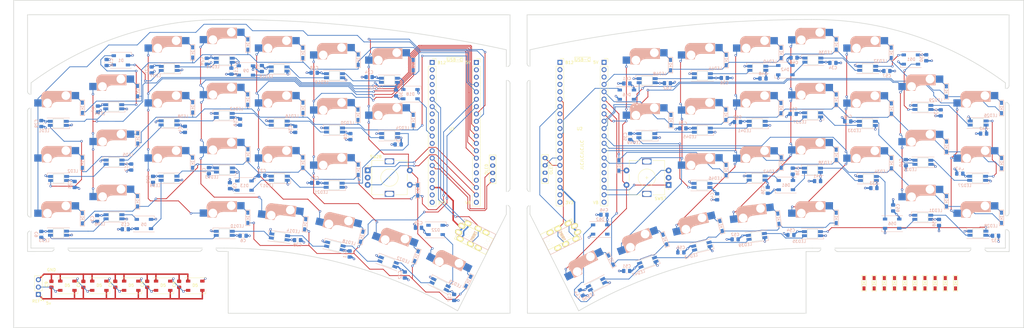
<source format=kicad_pcb>
(kicad_pcb (version 20171130) (host pcbnew "(5.1.9-0-10_14)")
  (layers (0 F.Cu signal) (1 In1.Cu power hide) (2 In2.Cu power hide) (31 B.Cu signal hide) (34 B.Paste user) (35 F.Paste user) (36 B.SilkS user) (37 F.SilkS user) (38 B.Mask user) (39 F.Mask user) (44 Edge.Cuts user))
  (net 0 "")
  (net 1 VDD)
  (net 2 "Net-(D1-Pad4)")
  (net 3 "Net-(D1-Pad2)")
  (net 4 GND1)
  (net 5 LRow0)
  (net 6 LRow1)
  (net 7 LRow2)
  (net 8 "Net-(D5-Pad4)")
  (net 9 "Net-(D6-Pad2)")
  (net 10 "Net-(D7-Pad2)")
  (net 11 "Net-(D8-Pad2)")
  (net 12 "Net-(D13-Pad2)")
  (net 13 "Net-(D10-Pad2)")
  (net 14 "Net-(D11-Pad2)")
  (net 15 "Net-(D12-Pad2)")
  (net 16 "Net-(D13-Pad4)")
  (net 17 "Net-(D14-Pad2)")
  (net 18 "Net-(D15-Pad2)")
  (net 19 "Net-(D16-Pad2)")
  (net 20 LRow3)
  (net 21 "Net-(D17-Pad2)")
  (net 22 "Net-(D18-Pad4)")
  (net 23 "Net-(D19-Pad2)")
  (net 24 "Net-(D20-Pad2)")
  (net 25 "Net-(D21-Pad2)")
  (net 26 "Net-(D22-Pad4)")
  (net 27 "Net-(D23-Pad2)")
  (net 28 "Net-(D24-Pad2)")
  (net 29 "Net-(D25-Pad2)")
  (net 30 "Net-(D26-Pad2)")
  (net 31 "Net-(D27-Pad2)")
  (net 32 "Net-(D28-Pad2)")
  (net 33 "Net-(D29-Pad2)")
  (net 34 "Net-(D30-Pad2)")
  (net 35 "Net-(D31-Pad2)")
  (net 36 "Net-(D32-Pad2)")
  (net 37 "Net-(D33-Pad2)")
  (net 38 "Net-(D34-Pad2)")
  (net 39 "Net-(D35-Pad2)")
  (net 40 RRow0)
  (net 41 RRow1)
  (net 42 RRow2)
  (net 43 "Net-(D39-Pad2)")
  (net 44 "Net-(D40-Pad2)")
  (net 45 "Net-(D41-Pad2)")
  (net 46 VCC)
  (net 47 "Net-(D42-Pad4)")
  (net 48 "Net-(D42-Pad2)")
  (net 49 GND2)
  (net 50 "Net-(D43-Pad2)")
  (net 51 "Net-(D44-Pad2)")
  (net 52 "Net-(D45-Pad2)")
  (net 53 "Net-(D46-Pad4)")
  (net 54 "Net-(D47-Pad2)")
  (net 55 "Net-(D48-Pad2)")
  (net 56 "Net-(D49-Pad2)")
  (net 57 RRow3)
  (net 58 "Net-(D50-Pad2)")
  (net 59 "Net-(D51-Pad4)")
  (net 60 "Net-(D52-Pad2)")
  (net 61 "Net-(D53-Pad2)")
  (net 62 "Net-(D54-Pad2)")
  (net 63 "Net-(D55-Pad2)")
  (net 64 "Net-(D56-Pad4)")
  (net 65 "Net-(D57-Pad2)")
  (net 66 "Net-(D58-Pad2)")
  (net 67 "Net-(D59-Pad2)")
  (net 68 "Net-(D60-Pad2)")
  (net 69 "Net-(D61-Pad4)")
  (net 70 "Net-(D62-Pad4)")
  (net 71 "Net-(D63-Pad2)")
  (net 72 "Net-(D64-Pad2)")
  (net 73 "Net-(D65-Pad2)")
  (net 74 "Net-(D66-Pad2)")
  (net 75 "Net-(D67-Pad2)")
  (net 76 "Net-(D68-Pad2)")
  (net 77 "Net-(D69-Pad2)")
  (net 78 "Net-(D70-Pad2)")
  (net 79 LSCA)
  (net 80 LSCL)
  (net 81 TRRS_VDD)
  (net 82 LUSART_TX)
  (net 83 LUSART_RX)
  (net 84 RSCL)
  (net 85 RSCA)
  (net 86 RUSART_RX)
  (net 87 TRRS_VCC)
  (net 88 RUSART_TX)
  (net 89 "Net-(LED1-Pad2)")
  (net 90 "Net-(LED1-Pad4)")
  (net 91 "Net-(LED2-Pad2)")
  (net 92 "Net-(LED10-Pad2)")
  (net 93 "Net-(LED11-Pad2)")
  (net 94 "Net-(LED10-Pad4)")
  (net 95 "Net-(LED12-Pad4)")
  (net 96 "Net-(LED15-Pad4)")
  (net 97 "Net-(LED16-Pad2)")
  (net 98 "Net-(LED19-Pad4)")
  (net 99 "Net-(LED21-Pad4)")
  (net 100 LLED_In)
  (net 101 "Net-(LED26-Pad2)")
  (net 102 "Net-(LED26-Pad4)")
  (net 103 "Net-(LED27-Pad2)")
  (net 104 "Net-(LED32-Pad4)")
  (net 105 "Net-(LED33-Pad2)")
  (net 106 "Net-(LED40-Pad4)")
  (net 107 "Net-(LED41-Pad2)")
  (net 108 "Net-(LED44-Pad4)")
  (net 109 "Net-(LED46-Pad4)")
  (net 110 RLED_In)
  (net 111 LCol1)
  (net 112 LCol2)
  (net 113 LCol3)
  (net 114 LCol4)
  (net 115 LCol5)
  (net 116 LCol6)
  (net 117 LCol7)
  (net 118 LENCB)
  (net 119 LENCA)
  (net 120 RCol1)
  (net 121 RCol2)
  (net 122 RCol3)
  (net 123 RCol4)
  (net 124 RCol5)
  (net 125 RCol6)
  (net 126 RCol7)
  (net 127 RENCA)
  (net 128 RENCB)
  (net 129 "Net-(U1-Pad10)")
  (net 130 "Net-(U1-Pad12)")
  (net 131 "Net-(U1-Pad20)")
  (net 132 "Net-(U1-Pad16)")
  (net 133 "Net-(U1-Pad5)")
  (net 134 "Net-(U1-Pad4)")
  (net 135 "Net-(U1-Pad3)")
  (net 136 "Net-(U1-Pad17)")
  (net 137 "Net-(U1-Pad8)")
  (net 138 "Net-(U1-Pad9)")
  (net 139 "Net-(U1-Pad2)")
  (net 140 "Net-(U1-Pad1)")
  (net 141 "Net-(U1-Pad13)")
  (net 142 "Net-(U1-Pad24)")
  (net 143 "Net-(U1-Pad38)")
  (net 144 "Net-(U1-Pad25)")
  (net 145 "Net-(U1-Pad21)")
  (net 146 "Net-(U2-Pad21)")
  (net 147 "Net-(U2-Pad25)")
  (net 148 "Net-(U2-Pad38)")
  (net 149 "Net-(U2-Pad24)")
  (net 150 "Net-(U2-Pad13)")
  (net 151 "Net-(U2-Pad1)")
  (net 152 "Net-(U2-Pad2)")
  (net 153 "Net-(U2-Pad9)")
  (net 154 "Net-(U2-Pad8)")
  (net 155 "Net-(U2-Pad17)")
  (net 156 "Net-(U2-Pad3)")
  (net 157 "Net-(U2-Pad4)")
  (net 158 "Net-(U2-Pad5)")
  (net 159 "Net-(U2-Pad16)")
  (net 160 "Net-(U2-Pad20)")
  (net 161 "Net-(U2-Pad12)")
  (net 162 "Net-(U2-Pad10)")
  (net 163 "Net-(D5-Pad2)")
  (net 164 "Net-(D9-Pad4)")
  (net 165 "Net-(D9-Pad2)")
  (net 166 "Net-(D22-Pad2)")
  (net 167 "Net-(D51-Pad2)")
  (net 168 "Net-(D56-Pad2)")
  (net 169 "Net-(D61-Pad2)")
  (net 170 "Net-(D62-Pad2)")
  (net 171 "Net-(LED3-Pad4)")
  (net 172 "Net-(LED5-Pad2)")
  (net 173 "Net-(LED13-Pad2)")
  (net 174 "Net-(LED12-Pad2)")
  (net 175 "Net-(LED14-Pad2)")
  (net 176 "Net-(LED17-Pad4)")
  (net 177 "Net-(LED18-Pad2)")
  (net 178 "Net-(LED20-Pad2)")
  (net 179 "Net-(LED22-Pad2)")
  (net 180 "Net-(LED28-Pad4)")
  (net 181 "Net-(LED28-Pad2)")
  (net 182 "Net-(LED30-Pad2)")
  (net 183 "Net-(LED34-Pad4)")
  (net 184 "Net-(LED35-Pad2)")
  (net 185 "Net-(LED37-Pad2)")
  (net 186 "Net-(LED39-Pad2)")
  (net 187 "Net-(LED42-Pad4)")
  (net 188 "Net-(LED43-Pad2)")
  (net 189 "Net-(LED45-Pad2)")
  (net 190 "Net-(LED47-Pad2)")
  (net 191 "Net-(U1-Pad26)")
  (net 192 "Net-(U2-Pad26)")
  (module kbd:D3_SMD_v2 (layer F.Cu) (at 322.46536 109.64482 270)
    (fp_text reference D12 hide)
    (fp_text value D hide)
    (pad 2 smd rect (at 1.775 0 270) (size 1.4 1) (layers F.Cu F.Paste F.Mask))
    (pad 1 smd rect (at -1.775 0 270) (size 1.4 1) (layers F.Cu F.Paste F.Mask))
  )
  (module kbd:D3_SMD_v2 (layer F.Cu) (at 332.96536 109.64482 270)
    (fp_text reference D12 hide)
    (fp_text value D hide)
    (pad 2 smd rect (at 1.775 0 270) (size 1.4 1) (layers F.Cu F.Paste F.Mask))
    (pad 1 smd rect (at -1.775 0 270) (size 1.4 1) (layers F.Cu F.Paste F.Mask))
  )
  (module kbd:D3_SMD_v2 (layer F.Cu) (at 325.96536 109.64482 270)
    (fp_text reference D12 hide)
    (fp_text value D hide)
    (pad 2 smd rect (at 1.775 0 270) (size 1.4 1) (layers F.Cu F.Paste F.Mask))
    (pad 1 smd rect (at -1.775 0 270) (size 1.4 1) (layers F.Cu F.Paste F.Mask))
  )
  (module kbd:D3_SMD_v2 (layer F.Cu) (at 329.46536 109.64482 270)
    (fp_text reference D12 hide)
    (fp_text value D hide)
    (pad 2 smd rect (at 1.775 0 270) (size 1.4 1) (layers F.Cu F.Paste F.Mask))
    (pad 1 smd rect (at -1.775 0 270) (size 1.4 1) (layers F.Cu F.Paste F.Mask))
  )
  (module kbd:D3_SMD_v2 (layer F.Cu) (at 336.5 109.64482 270)
    (fp_text reference D12 hide)
    (fp_text value D hide)
    (pad 2 smd rect (at 1.775 0 270) (size 1.4 1) (layers F.Cu F.Paste F.Mask))
    (pad 1 smd rect (at -1.775 0 270) (size 1.4 1) (layers F.Cu F.Paste F.Mask))
  )
  (module LED_SMD:LED_SK6812_PLCC4_5.0x5.0mm_P3.2mm (layer F.Cu) (at 74.55 110.5)
    (fp_text reference D5 (at -0.0254 -0.1524) (layer F.SilkS))
    (fp_text value SK6812)
    (pad 1 smd rect (at 2.45 1.6) (size 1.5 1) (layers F.Cu F.Paste F.Mask))
    (pad 2 smd rect (at 2.45 -1.6) (size 1.5 1) (layers F.Cu F.Paste F.Mask))
    (pad 4 smd rect (at -2.45 1.6) (size 1.5 1) (layers F.Cu F.Paste F.Mask))
    (pad 3 smd rect (at -2.45 -1.6) (size 1.5 1) (layers F.Cu F.Paste F.Mask))
  )
  (module LED_SMD:LED_SK6812_PLCC4_5.0x5.0mm_P3.2mm (layer F.Cu) (at 63.5 110.5)
    (fp_text reference D5 (at -0.0254 -0.1524) (layer F.SilkS))
    (fp_text value SK6812)
    (pad 1 smd rect (at 2.45 1.6) (size 1.5 1) (layers F.Cu F.Paste F.Mask))
    (pad 2 smd rect (at 2.45 -1.6) (size 1.5 1) (layers F.Cu F.Paste F.Mask))
    (pad 4 smd rect (at -2.45 1.6) (size 1.5 1) (layers F.Cu F.Paste F.Mask))
    (pad 3 smd rect (at -2.45 -1.6) (size 1.5 1) (layers F.Cu F.Paste F.Mask))
  )
  (module LED_SMD:LED_SK6812_PLCC4_5.0x5.0mm_P3.2mm (layer F.Cu) (at 52.5 110.5)
    (fp_text reference D5 (at -0.0254 -0.1524) (layer F.SilkS))
    (fp_text value SK6812)
    (pad 3 smd rect (at -2.45 -1.6) (size 1.5 1) (layers F.Cu F.Paste F.Mask))
    (pad 4 smd rect (at -2.45 1.6) (size 1.5 1) (layers F.Cu F.Paste F.Mask))
    (pad 2 smd rect (at 2.45 -1.6) (size 1.5 1) (layers F.Cu F.Paste F.Mask))
    (pad 1 smd rect (at 2.45 1.6) (size 1.5 1) (layers F.Cu F.Paste F.Mask))
  )
  (module Connector_PinHeader_2.54mm:PinHeader_1x03_P2.54mm_Vertical (layer F.Cu) (at 20.5 113.5 180)
    (fp_text reference REF** (at 0 -2.33) (layer F.SilkS))
    (fp_text value PinHeader_1x03_P2.54mm_Vertical)
    (pad 3 thru_hole oval (at 0 5.08 180) (size 1.7 1.7) (drill 1) (layers *.Cu *.Mask))
    (pad 2 thru_hole oval (at 0 2.54 180) (size 1.7 1.7) (drill 1) (layers *.Cu *.Mask))
    (pad 1 thru_hole rect (at 0 0 180) (size 1.7 1.7) (drill 1) (layers *.Cu *.Mask))
  )
  (module LED_SMD:LED_SK6812_PLCC4_5.0x5.0mm_P3.2mm (layer F.Cu) (at 41.5 110.5)
    (fp_text reference D5 (at -0.0254 -0.1524) (layer F.SilkS))
    (fp_text value SK6812)
    (pad 3 smd rect (at -2.45 -1.6) (size 1.5 1) (layers F.Cu F.Paste F.Mask))
    (pad 4 smd rect (at -2.45 1.6) (size 1.5 1) (layers F.Cu F.Paste F.Mask))
    (pad 2 smd rect (at 2.45 -1.6) (size 1.5 1) (layers F.Cu F.Paste F.Mask))
    (pad 1 smd rect (at 2.45 1.6) (size 1.5 1) (layers F.Cu F.Paste F.Mask))
  )
  (module LED_SMD:LED_SK6812_PLCC4_5.0x5.0mm_P3.2mm (layer F.Cu) (at 30.5 110.5)
    (fp_text reference D5 (at -0.0254 -0.1524) (layer F.SilkS))
    (fp_text value SK6812)
    (pad 3 smd rect (at -2.45 -1.6) (size 1.5 1) (layers F.Cu F.Paste F.Mask))
    (pad 4 smd rect (at -2.45 1.6) (size 1.5 1) (layers F.Cu F.Paste F.Mask))
    (pad 2 smd rect (at 2.45 -1.6) (size 1.5 1) (layers F.Cu F.Paste F.Mask))
    (pad 1 smd rect (at 2.45 1.6) (size 1.5 1) (layers F.Cu F.Paste F.Mask))
  )
  (module Capacitor_SMD:C_0805_2012Metric_Pad1.18x1.45mm_HandSolder (layer F.Cu) (at 47 110 90)
    (fp_text reference C9 (at 0 -1.68 270) (layer F.SilkS))
    (fp_text value 100nF)
    (pad 1 smd roundrect (at -1.0375 0 90) (size 1.175 1.45) (layers F.Cu F.Paste F.Mask) (roundrect_rratio 0.2127659574468085))
    (pad 2 smd roundrect (at 1.0375 0 90) (size 1.175 1.45) (layers F.Cu F.Paste F.Mask) (roundrect_rratio 0.2127659574468085))
  )
  (module Capacitor_SMD:C_0805_2012Metric_Pad1.18x1.45mm_HandSolder (layer F.Cu) (at 25 110 90)
    (fp_text reference C9 (at 0 -1.68 270) (layer F.SilkS))
    (fp_text value 100nF)
    (pad 2 smd roundrect (at 1.0375 0 90) (size 1.175 1.45) (layers F.Cu F.Paste F.Mask) (roundrect_rratio 0.2127659574468085))
    (pad 1 smd roundrect (at -1.0375 0 90) (size 1.175 1.45) (layers F.Cu F.Paste F.Mask) (roundrect_rratio 0.2127659574468085))
  )
  (module Capacitor_SMD:C_0805_2012Metric_Pad1.18x1.45mm_HandSolder (layer F.Cu) (at 69 110 90)
    (fp_text reference C9 (at 0 -1.68 270) (layer F.SilkS))
    (fp_text value 100nF)
    (pad 2 smd roundrect (at 1.0375 0 90) (size 1.175 1.45) (layers F.Cu F.Paste F.Mask) (roundrect_rratio 0.2127659574468085))
    (pad 1 smd roundrect (at -1.0375 0 90) (size 1.175 1.45) (layers F.Cu F.Paste F.Mask) (roundrect_rratio 0.2127659574468085))
  )
  (module Capacitor_SMD:C_0805_2012Metric_Pad1.18x1.45mm_HandSolder (layer F.Cu) (at 58 110 90)
    (fp_text reference C9 (at 0.0375 -1.68 270) (layer F.SilkS))
    (fp_text value 100nF)
    (pad 2 smd roundrect (at 1.0375 0 90) (size 1.175 1.45) (layers F.Cu F.Paste F.Mask) (roundrect_rratio 0.2127659574468085))
    (pad 1 smd roundrect (at -1.0375 0 90) (size 1.175 1.45) (layers F.Cu F.Paste F.Mask) (roundrect_rratio 0.2127659574468085))
  )
  (module Capacitor_SMD:C_0805_2012Metric_Pad1.18x1.45mm_HandSolder (layer F.Cu) (at 36 110.0375 90)
    (fp_text reference C9 (at 0 -1.68 270) (layer F.SilkS))
    (fp_text value 100nF)
    (pad 2 smd roundrect (at 1.0375 0 90) (size 1.175 1.45) (layers F.Cu F.Paste F.Mask) (roundrect_rratio 0.2127659574468085))
    (pad 1 smd roundrect (at -1.0375 0 90) (size 1.175 1.45) (layers F.Cu F.Paste F.Mask) (roundrect_rratio 0.2127659574468085))
  )
  (module kbd:D3_SMD_v2 (layer F.Cu) (at 319 109.64482 270)
    (fp_text reference D12 hide)
    (fp_text value D hide)
    (pad 1 smd rect (at -1.775 0 270) (size 1.4 1) (layers F.Cu F.Paste F.Mask))
    (pad 2 smd rect (at 1.775 0 270) (size 1.4 1) (layers F.Cu F.Paste F.Mask))
  )
  (module kbd:D3_SMD_v2 (layer F.Cu) (at 315.46536 109.64482 270)
    (fp_text reference D12 hide)
    (fp_text value D hide)
    (pad 1 smd rect (at -1.775 0 270) (size 1.4 1) (layers F.Cu F.Paste F.Mask))
    (pad 2 smd rect (at 1.775 0 270) (size 1.4 1) (layers F.Cu F.Paste F.Mask))
  )
  (module kbd:D3_SMD_v2 (layer F.Cu) (at 311.96536 109.64482 270)
    (fp_text reference D12 hide)
    (fp_text value D hide)
    (pad 1 smd rect (at -1.775 0 270) (size 1.4 1) (layers F.Cu F.Paste F.Mask))
    (pad 2 smd rect (at 1.775 0 270) (size 1.4 1) (layers F.Cu F.Paste F.Mask))
  )
  (module kbd:D3_SMD_v2 (layer F.Cu) (at 308.46536 109.64482 270)
    (fp_text reference D12 hide)
    (fp_text value D hide)
    (pad 1 smd rect (at -1.775 0 270) (size 1.4 1) (layers F.Cu F.Paste F.Mask))
    (pad 2 smd rect (at 1.775 0 270) (size 1.4 1) (layers F.Cu F.Paste F.Mask))
  )
  (module kbd:D3_SMD_v2 (layer F.Cu) (at 304.96536 109.64482 270)
    (fp_text reference D12 hide)
    (fp_text value D hide)
    (pad 1 smd rect (at -1.775 0 270) (size 1.4 1) (layers F.Cu F.Paste F.Mask))
    (pad 2 smd rect (at 1.775 0 270) (size 1.4 1) (layers F.Cu F.Paste F.Mask))
  )
  (module kbd:M2_HOLE_v2 (layer F.Cu) (at 194 48)
    (fp_text reference Ref** hide)
    (fp_text value Val** hide)
    (pad "" np_thru_hole circle (at 0 0) (size 2.2 2.2) (drill 2.2) (layers *.Cu *.Mask))
  )
  (module kbd:M2_HOLE_v2 (layer F.Cu) (at 177.9 48)
    (fp_text reference Ref** hide)
    (fp_text value Val** hide)
    (pad "" np_thru_hole circle (at 0 0) (size 2.2 2.2) (drill 2.2) (layers *.Cu *.Mask))
  )
  (module kbd:M2_HOLE_v2 (layer F.Cu) (at 161.2 86.2)
    (fp_text reference Ref** hide)
    (fp_text value Val** hide)
    (pad "" np_thru_hole circle (at 0 0) (size 2.2 2.2) (drill 2.2) (layers *.Cu *.Mask))
  )
  (module kbd:M2_HOLE_v2 (layer F.Cu) (at 209.7 86.1)
    (fp_text reference Ref** hide)
    (fp_text value Val** hide)
    (pad "" np_thru_hole circle (at 0 0) (size 2.2 2.2) (drill 2.2) (layers *.Cu *.Mask))
  )
  (module kbd:M2_HOLE_v2 (layer F.Cu) (at 178 37)
    (fp_text reference Ref** hide)
    (fp_text value Val** hide)
    (pad "" np_thru_hole circle (at 0 0) (size 4.3 4.3) (drill 4.3) (layers *.Cu *.Mask))
  )
  (module kbd:M2_HOLE_v2 (layer F.Cu) (at 33.8 37.4)
    (fp_text reference Ref** hide)
    (fp_text value Val** hide)
    (pad "" np_thru_hole circle (at 0 0) (size 4.3 4.3) (drill 4.3) (layers *.Cu *.Mask))
  )
  (module kbd:M2_HOLE_v2 (layer F.Cu) (at 68 85.9)
    (fp_text reference Ref** hide)
    (fp_text value Val** hide)
    (pad "" np_thru_hole circle (at 0 0) (size 4.3 4.3) (drill 4.3) (layers *.Cu *.Mask))
  )
  (module kbd:M2_HOLE_v2 (layer F.Cu) (at 145.9 84.5)
    (fp_text reference Ref** hide)
    (fp_text value Val** hide)
    (pad "" np_thru_hole circle (at 0 0) (size 4.3 4.3) (drill 4.3) (layers *.Cu *.Mask))
  )
  (module kbd:M2_HOLE_v2 (layer F.Cu) (at 194 37)
    (fp_text reference Ref** hide)
    (fp_text value Val** hide)
    (pad "" np_thru_hole circle (at 0 0) (size 4.3 4.3) (drill 4.3) (layers *.Cu *.Mask))
  )
  (module kbd:M2_HOLE_v2 (layer F.Cu) (at 337.5 37.5)
    (fp_text reference Ref** hide)
    (fp_text value Val** hide)
    (pad "" np_thru_hole circle (at 0 0) (size 4.3 4.3) (drill 4.3) (layers *.Cu *.Mask))
  )
  (module kbd:M2_HOLE_v2 (layer F.Cu) (at 227.2 84.4)
    (fp_text reference Ref** hide)
    (fp_text value Val** hide)
    (pad "" np_thru_hole circle (at 0 0) (size 4.3 4.3) (drill 4.3) (layers *.Cu *.Mask))
  )
  (module kbd:M2_HOLE_v2 (layer F.Cu) (at 304 87.7)
    (fp_text reference Ref** hide)
    (fp_text value Val** hide)
    (pad "" np_thru_hole circle (at 0 0) (size 4.3 4.3) (drill 4.3) (layers *.Cu *.Mask))
  )
  (module LED_SMD:LED_SK6812_PLCC4_5.0x5.0mm_P3.2mm (layer B.Cu) (at 214.06458 91.09862 180)
    (fp_text reference D62 (at 0 3.5) (layer B.SilkS) (effects (justify mirror)))
    (fp_text value SK6812)
    (pad 1 smd rect (at 2.45 -1.6 180) (size 1.5 1) (layers B.Cu B.Paste B.Mask) (net 49 GND2))
    (pad 2 smd rect (at 2.45 1.6 180) (size 1.5 1) (layers B.Cu B.Paste B.Mask) (net 170 "Net-(D62-Pad2)"))
    (pad 4 smd rect (at -2.45 -1.6 180) (size 1.5 1) (layers B.Cu B.Paste B.Mask) (net 70 "Net-(D62-Pad4)"))
    (pad 3 smd rect (at -2.45 1.6 180) (size 1.5 1) (layers B.Cu B.Paste B.Mask) (net 46 VCC))
  )
  (module kbd:Breakaway_Tabs (layer F.Cu) (at 17.77 89.2 90)
    (fp_text reference REF**)
    (fp_text value Breakaway_Tabs)
    (pad "" np_thru_hole circle (at -1.1875 0 90) (size 0.3 0.3) (drill 0.3) (layers *.Cu *.Mask))
    (pad "" np_thru_hole circle (at -2.375 0 90) (size 0.3 0.3) (drill 0.3) (layers *.Cu *.Mask))
    (pad "" np_thru_hole circle (at -0.59375 0 90) (size 0.3 0.3) (drill 0.3) (layers *.Cu *.Mask))
    (pad "" np_thru_hole circle (at -1.78125 0 90) (size 0.3 0.3) (drill 0.3) (layers *.Cu *.Mask))
    (pad "" np_thru_hole circle (at 2.375 0 90) (size 0.3 0.3) (drill 0.3) (layers *.Cu *.Mask))
    (pad "" np_thru_hole circle (at 1.78125 0 90) (size 0.3 0.3) (drill 0.3) (layers *.Cu *.Mask))
    (pad "" np_thru_hole circle (at 1.1875 0 90) (size 0.3 0.3) (drill 0.3) (layers *.Cu *.Mask))
    (pad "" np_thru_hole circle (at 0.59375 0 90) (size 0.3 0.3) (drill 0.3) (layers *.Cu *.Mask))
    (pad "" np_thru_hole circle (at 0 0 90) (size 0.3 0.3) (drill 0.3) (layers *.Cu *.Mask))
  )
  (module kbd:Breakaway_Tabs (layer F.Cu) (at 189.71 80.42 90)
    (fp_text reference REF**)
    (fp_text value Breakaway_Tabs)
    (pad "" np_thru_hole circle (at -1.1875 0 90) (size 0.3 0.3) (drill 0.3) (layers *.Cu *.Mask))
    (pad "" np_thru_hole circle (at -2.375 0 90) (size 0.3 0.3) (drill 0.3) (layers *.Cu *.Mask))
    (pad "" np_thru_hole circle (at -0.59375 0 90) (size 0.3 0.3) (drill 0.3) (layers *.Cu *.Mask))
    (pad "" np_thru_hole circle (at -1.78125 0 90) (size 0.3 0.3) (drill 0.3) (layers *.Cu *.Mask))
    (pad "" np_thru_hole circle (at 2.375 0 90) (size 0.3 0.3) (drill 0.3) (layers *.Cu *.Mask))
    (pad "" np_thru_hole circle (at 1.78125 0 90) (size 0.3 0.3) (drill 0.3) (layers *.Cu *.Mask))
    (pad "" np_thru_hole circle (at 1.1875 0 90) (size 0.3 0.3) (drill 0.3) (layers *.Cu *.Mask))
    (pad "" np_thru_hole circle (at 0.59375 0 90) (size 0.3 0.3) (drill 0.3) (layers *.Cu *.Mask))
    (pad "" np_thru_hole circle (at 0 0 90) (size 0.3 0.3) (drill 0.3) (layers *.Cu *.Mask))
  )
  (module kbd:Breakaway_Tabs (layer F.Cu) (at 353.85 44.85 90)
    (fp_text reference REF**)
    (fp_text value Breakaway_Tabs)
    (pad "" np_thru_hole circle (at -1.1875 0 90) (size 0.3 0.3) (drill 0.3) (layers *.Cu *.Mask))
    (pad "" np_thru_hole circle (at -2.375 0 90) (size 0.3 0.3) (drill 0.3) (layers *.Cu *.Mask))
    (pad "" np_thru_hole circle (at -0.59375 0 90) (size 0.3 0.3) (drill 0.3) (layers *.Cu *.Mask))
    (pad "" np_thru_hole circle (at -1.78125 0 90) (size 0.3 0.3) (drill 0.3) (layers *.Cu *.Mask))
    (pad "" np_thru_hole circle (at 2.375 0 90) (size 0.3 0.3) (drill 0.3) (layers *.Cu *.Mask))
    (pad "" np_thru_hole circle (at 1.78125 0 90) (size 0.3 0.3) (drill 0.3) (layers *.Cu *.Mask))
    (pad "" np_thru_hole circle (at 1.1875 0 90) (size 0.3 0.3) (drill 0.3) (layers *.Cu *.Mask))
    (pad "" np_thru_hole circle (at 0.59375 0 90) (size 0.3 0.3) (drill 0.3) (layers *.Cu *.Mask))
    (pad "" np_thru_hole circle (at 0 0 90) (size 0.3 0.3) (drill 0.3) (layers *.Cu *.Mask))
  )
  (module kbd:Breakaway_Tabs (layer F.Cu) (at 353.8 88.8 90)
    (fp_text reference REF**)
    (fp_text value Breakaway_Tabs)
    (pad "" np_thru_hole circle (at -1.1875 0 90) (size 0.3 0.3) (drill 0.3) (layers *.Cu *.Mask))
    (pad "" np_thru_hole circle (at -2.375 0 90) (size 0.3 0.3) (drill 0.3) (layers *.Cu *.Mask))
    (pad "" np_thru_hole circle (at -0.59375 0 90) (size 0.3 0.3) (drill 0.3) (layers *.Cu *.Mask))
    (pad "" np_thru_hole circle (at -1.78125 0 90) (size 0.3 0.3) (drill 0.3) (layers *.Cu *.Mask))
    (pad "" np_thru_hole circle (at 2.375 0 90) (size 0.3 0.3) (drill 0.3) (layers *.Cu *.Mask))
    (pad "" np_thru_hole circle (at 1.78125 0 90) (size 0.3 0.3) (drill 0.3) (layers *.Cu *.Mask))
    (pad "" np_thru_hole circle (at 1.1875 0 90) (size 0.3 0.3) (drill 0.3) (layers *.Cu *.Mask))
    (pad "" np_thru_hole circle (at 0.59375 0 90) (size 0.3 0.3) (drill 0.3) (layers *.Cu *.Mask))
    (pad "" np_thru_hole circle (at 0 0 90) (size 0.3 0.3) (drill 0.3) (layers *.Cu *.Mask))
  )
  (module kbd:Breakaway_Tabs (layer F.Cu) (at 344.2 97.7)
    (fp_text reference REF**)
    (fp_text value Breakaway_Tabs)
    (pad "" np_thru_hole circle (at -1.1875 0) (size 0.3 0.3) (drill 0.3) (layers *.Cu *.Mask))
    (pad "" np_thru_hole circle (at -2.375 0) (size 0.3 0.3) (drill 0.3) (layers *.Cu *.Mask))
    (pad "" np_thru_hole circle (at -0.59375 0) (size 0.3 0.3) (drill 0.3) (layers *.Cu *.Mask))
    (pad "" np_thru_hole circle (at -1.78125 0) (size 0.3 0.3) (drill 0.3) (layers *.Cu *.Mask))
    (pad "" np_thru_hole circle (at 2.375 0) (size 0.3 0.3) (drill 0.3) (layers *.Cu *.Mask))
    (pad "" np_thru_hole circle (at 1.78125 0) (size 0.3 0.3) (drill 0.3) (layers *.Cu *.Mask))
    (pad "" np_thru_hole circle (at 1.1875 0) (size 0.3 0.3) (drill 0.3) (layers *.Cu *.Mask))
    (pad "" np_thru_hole circle (at 0.59375 0) (size 0.3 0.3) (drill 0.3) (layers *.Cu *.Mask))
    (pad "" np_thru_hole circle (at 0 0) (size 0.3 0.3) (drill 0.3) (layers *.Cu *.Mask))
  )
  (module kbd:Breakaway_Tabs (layer F.Cu) (at 292.5 97.7)
    (fp_text reference REF**)
    (fp_text value Breakaway_Tabs)
    (pad "" np_thru_hole circle (at -1.1875 0) (size 0.3 0.3) (drill 0.3) (layers *.Cu *.Mask))
    (pad "" np_thru_hole circle (at -2.375 0) (size 0.3 0.3) (drill 0.3) (layers *.Cu *.Mask))
    (pad "" np_thru_hole circle (at -0.59375 0) (size 0.3 0.3) (drill 0.3) (layers *.Cu *.Mask))
    (pad "" np_thru_hole circle (at -1.78125 0) (size 0.3 0.3) (drill 0.3) (layers *.Cu *.Mask))
    (pad "" np_thru_hole circle (at 2.375 0) (size 0.3 0.3) (drill 0.3) (layers *.Cu *.Mask))
    (pad "" np_thru_hole circle (at 1.78125 0) (size 0.3 0.3) (drill 0.3) (layers *.Cu *.Mask))
    (pad "" np_thru_hole circle (at 1.1875 0) (size 0.3 0.3) (drill 0.3) (layers *.Cu *.Mask))
    (pad "" np_thru_hole circle (at 0.59375 0) (size 0.3 0.3) (drill 0.3) (layers *.Cu *.Mask))
    (pad "" np_thru_hole circle (at 0 0) (size 0.3 0.3) (drill 0.3) (layers *.Cu *.Mask))
  )
  (module kbd:Breakaway_Tabs (layer F.Cu) (at 17.8 46.8 90)
    (fp_text reference REF**)
    (fp_text value Breakaway_Tabs)
    (pad "" np_thru_hole circle (at -1.1875 0 90) (size 0.3 0.3) (drill 0.3) (layers *.Cu *.Mask))
    (pad "" np_thru_hole circle (at -2.375 0 90) (size 0.3 0.3) (drill 0.3) (layers *.Cu *.Mask))
    (pad "" np_thru_hole circle (at -0.59375 0 90) (size 0.3 0.3) (drill 0.3) (layers *.Cu *.Mask))
    (pad "" np_thru_hole circle (at -1.78125 0 90) (size 0.3 0.3) (drill 0.3) (layers *.Cu *.Mask))
    (pad "" np_thru_hole circle (at 2.375 0 90) (size 0.3 0.3) (drill 0.3) (layers *.Cu *.Mask))
    (pad "" np_thru_hole circle (at 1.78125 0 90) (size 0.3 0.3) (drill 0.3) (layers *.Cu *.Mask))
    (pad "" np_thru_hole circle (at 1.1875 0 90) (size 0.3 0.3) (drill 0.3) (layers *.Cu *.Mask))
    (pad "" np_thru_hole circle (at 0.59375 0 90) (size 0.3 0.3) (drill 0.3) (layers *.Cu *.Mask))
    (pad "" np_thru_hole circle (at 0 0 90) (size 0.3 0.3) (drill 0.3) (layers *.Cu *.Mask))
  )
  (module kbd:Breakaway_Tabs (layer F.Cu) (at 28.32398 97.66508)
    (fp_text reference REF**)
    (fp_text value Breakaway_Tabs)
    (pad "" np_thru_hole circle (at -1.1875 0) (size 0.3 0.3) (drill 0.3) (layers *.Cu *.Mask))
    (pad "" np_thru_hole circle (at -2.375 0) (size 0.3 0.3) (drill 0.3) (layers *.Cu *.Mask))
    (pad "" np_thru_hole circle (at -0.59375 0) (size 0.3 0.3) (drill 0.3) (layers *.Cu *.Mask))
    (pad "" np_thru_hole circle (at -1.78125 0) (size 0.3 0.3) (drill 0.3) (layers *.Cu *.Mask))
    (pad "" np_thru_hole circle (at 2.375 0) (size 0.3 0.3) (drill 0.3) (layers *.Cu *.Mask))
    (pad "" np_thru_hole circle (at 1.78125 0) (size 0.3 0.3) (drill 0.3) (layers *.Cu *.Mask))
    (pad "" np_thru_hole circle (at 1.1875 0) (size 0.3 0.3) (drill 0.3) (layers *.Cu *.Mask))
    (pad "" np_thru_hole circle (at 0.59375 0) (size 0.3 0.3) (drill 0.3) (layers *.Cu *.Mask))
    (pad "" np_thru_hole circle (at 0 0) (size 0.3 0.3) (drill 0.3) (layers *.Cu *.Mask))
  )
  (module kbd:Breakaway_Tabs (layer F.Cu) (at 79.33875 97.66)
    (fp_text reference REF**)
    (fp_text value Breakaway_Tabs)
    (pad "" np_thru_hole circle (at 0 0) (size 0.3 0.3) (drill 0.3) (layers *.Cu *.Mask))
    (pad "" np_thru_hole circle (at 0.59375 0) (size 0.3 0.3) (drill 0.3) (layers *.Cu *.Mask))
    (pad "" np_thru_hole circle (at 1.1875 0) (size 0.3 0.3) (drill 0.3) (layers *.Cu *.Mask))
    (pad "" np_thru_hole circle (at 1.78125 0) (size 0.3 0.3) (drill 0.3) (layers *.Cu *.Mask))
    (pad "" np_thru_hole circle (at 2.375 0) (size 0.3 0.3) (drill 0.3) (layers *.Cu *.Mask))
    (pad "" np_thru_hole circle (at -1.78125 0) (size 0.3 0.3) (drill 0.3) (layers *.Cu *.Mask))
    (pad "" np_thru_hole circle (at -0.59375 0) (size 0.3 0.3) (drill 0.3) (layers *.Cu *.Mask))
    (pad "" np_thru_hole circle (at -2.375 0) (size 0.3 0.3) (drill 0.3) (layers *.Cu *.Mask))
    (pad "" np_thru_hole circle (at -1.1875 0) (size 0.3 0.3) (drill 0.3) (layers *.Cu *.Mask))
  )
  (module kbd:Breakaway_Tabs (layer F.Cu) (at 181.96508 80.37602 90)
    (fp_text reference REF**)
    (fp_text value Breakaway_Tabs)
    (pad "" np_thru_hole circle (at 0 0 90) (size 0.3 0.3) (drill 0.3) (layers *.Cu *.Mask))
    (pad "" np_thru_hole circle (at 0.59375 0 90) (size 0.3 0.3) (drill 0.3) (layers *.Cu *.Mask))
    (pad "" np_thru_hole circle (at 1.1875 0 90) (size 0.3 0.3) (drill 0.3) (layers *.Cu *.Mask))
    (pad "" np_thru_hole circle (at 1.78125 0 90) (size 0.3 0.3) (drill 0.3) (layers *.Cu *.Mask))
    (pad "" np_thru_hole circle (at 2.375 0 90) (size 0.3 0.3) (drill 0.3) (layers *.Cu *.Mask))
    (pad "" np_thru_hole circle (at -1.78125 0 90) (size 0.3 0.3) (drill 0.3) (layers *.Cu *.Mask))
    (pad "" np_thru_hole circle (at -0.59375 0 90) (size 0.3 0.3) (drill 0.3) (layers *.Cu *.Mask))
    (pad "" np_thru_hole circle (at -2.375 0 90) (size 0.3 0.3) (drill 0.3) (layers *.Cu *.Mask))
    (pad "" np_thru_hole circle (at -1.1875 0 90) (size 0.3 0.3) (drill 0.3) (layers *.Cu *.Mask))
  )
  (module kbd:Breakaway_Tabs (layer F.Cu) (at 189.8 37.18125 90)
    (fp_text reference REF**)
    (fp_text value Breakaway_Tabs)
    (pad "" np_thru_hole circle (at -1.1875 0 90) (size 0.3 0.3) (drill 0.3) (layers *.Cu *.Mask))
    (pad "" np_thru_hole circle (at -2.375 0 90) (size 0.3 0.3) (drill 0.3) (layers *.Cu *.Mask))
    (pad "" np_thru_hole circle (at -0.59375 0 90) (size 0.3 0.3) (drill 0.3) (layers *.Cu *.Mask))
    (pad "" np_thru_hole circle (at -1.78125 0 90) (size 0.3 0.3) (drill 0.3) (layers *.Cu *.Mask))
    (pad "" np_thru_hole circle (at 2.375 0 90) (size 0.3 0.3) (drill 0.3) (layers *.Cu *.Mask))
    (pad "" np_thru_hole circle (at 1.78125 0 90) (size 0.3 0.3) (drill 0.3) (layers *.Cu *.Mask))
    (pad "" np_thru_hole circle (at 1.1875 0 90) (size 0.3 0.3) (drill 0.3) (layers *.Cu *.Mask))
    (pad "" np_thru_hole circle (at 0.59375 0 90) (size 0.3 0.3) (drill 0.3) (layers *.Cu *.Mask))
    (pad "" np_thru_hole circle (at 0 0 90) (size 0.3 0.3) (drill 0.3) (layers *.Cu *.Mask))
  )
  (module kbd:Breakaway_Tabs (layer F.Cu) (at 181.96508 37.27602 90)
    (fp_text reference REF**)
    (fp_text value Breakaway_Tabs)
    (pad "" np_thru_hole circle (at -1.1875 0 90) (size 0.3 0.3) (drill 0.3) (layers *.Cu *.Mask))
    (pad "" np_thru_hole circle (at -2.375 0 90) (size 0.3 0.3) (drill 0.3) (layers *.Cu *.Mask))
    (pad "" np_thru_hole circle (at -0.59375 0 90) (size 0.3 0.3) (drill 0.3) (layers *.Cu *.Mask))
    (pad "" np_thru_hole circle (at -1.78125 0 90) (size 0.3 0.3) (drill 0.3) (layers *.Cu *.Mask))
    (pad "" np_thru_hole circle (at 2.375 0 90) (size 0.3 0.3) (drill 0.3) (layers *.Cu *.Mask))
    (pad "" np_thru_hole circle (at 1.78125 0 90) (size 0.3 0.3) (drill 0.3) (layers *.Cu *.Mask))
    (pad "" np_thru_hole circle (at 1.1875 0 90) (size 0.3 0.3) (drill 0.3) (layers *.Cu *.Mask))
    (pad "" np_thru_hole circle (at 0.59375 0 90) (size 0.3 0.3) (drill 0.3) (layers *.Cu *.Mask))
    (pad "" np_thru_hole circle (at 0 0 90) (size 0.3 0.3) (drill 0.3) (layers *.Cu *.Mask))
  )
  (module LED_SMD:LED_SK6812_PLCC4_5.0x5.0mm_P3.2mm (layer B.Cu) (at 48.92496 32.71418)
    (fp_text reference D1 (at 0 0.0508) (layer B.SilkS) (effects (justify mirror)))
    (fp_text value SK6812)
    (pad 3 smd rect (at -2.45 1.6) (size 1.5 1) (layers B.Cu B.Paste B.Mask) (net 1 VDD))
    (pad 4 smd rect (at -2.45 -1.6) (size 1.5 1) (layers B.Cu B.Paste B.Mask) (net 2 "Net-(D1-Pad4)"))
    (pad 2 smd rect (at 2.45 1.6) (size 1.5 1) (layers B.Cu B.Paste B.Mask) (net 3 "Net-(D1-Pad2)"))
    (pad 1 smd rect (at 2.45 -1.6) (size 1.5 1) (layers B.Cu B.Paste B.Mask) (net 4 GND1))
  )
  (module LED_SMD:LED_SK6812_PLCC4_5.0x5.0mm_P3.2mm (layer B.Cu) (at 56.84976 89.20378)
    (fp_text reference D5 (at -0.0254 0.1524) (layer B.SilkS) (effects (justify mirror)))
    (fp_text value SK6812)
    (pad 1 smd rect (at 2.45 -1.6) (size 1.5 1) (layers B.Cu B.Paste B.Mask) (net 4 GND1))
    (pad 2 smd rect (at 2.45 1.6) (size 1.5 1) (layers B.Cu B.Paste B.Mask) (net 163 "Net-(D5-Pad2)"))
    (pad 4 smd rect (at -2.45 -1.6) (size 1.5 1) (layers B.Cu B.Paste B.Mask) (net 8 "Net-(D5-Pad4)"))
    (pad 3 smd rect (at -2.45 1.6) (size 1.5 1) (layers B.Cu B.Paste B.Mask) (net 1 VDD))
  )
  (module kbd:D3_SMD_v2 (layer B.Cu) (at 35.66616 49.09718 90)
    (fp_text reference D6 hide)
    (fp_text value D hide)
    (pad 1 smd rect (at -1.775 0 90) (size 1.4 1) (layers B.Cu B.Paste B.Mask) (net 5 LRow0))
    (pad 2 smd rect (at 1.775 0 90) (size 1.4 1) (layers B.Cu B.Paste B.Mask) (net 9 "Net-(D6-Pad2)"))
  )
  (module kbd:D3_SMD_v2 (layer B.Cu) (at 35.66616 68.04558 90)
    (fp_text reference D7 hide)
    (fp_text value D hide)
    (pad 1 smd rect (at -1.775 0 90) (size 1.4 1) (layers B.Cu B.Paste B.Mask) (net 6 LRow1))
    (pad 2 smd rect (at 1.775 0 90) (size 1.4 1) (layers B.Cu B.Paste B.Mask) (net 10 "Net-(D7-Pad2)"))
  )
  (module kbd:D3_SMD_v2 (layer B.Cu) (at 35.66616 87.19718 90)
    (fp_text reference D8 hide)
    (fp_text value D hide)
    (pad 1 smd rect (at -1.775 0 90) (size 1.4 1) (layers B.Cu B.Paste B.Mask) (net 7 LRow2))
    (pad 2 smd rect (at 1.775 0 90) (size 1.4 1) (layers B.Cu B.Paste B.Mask) (net 11 "Net-(D8-Pad2)"))
  )
  (module LED_SMD:LED_SK6812_PLCC4_5.0x5.0mm_P3.2mm (layer B.Cu) (at 92 36.21938)
    (fp_text reference D9 (at 0.0508 0.0762) (layer B.SilkS) (effects (justify mirror)))
    (fp_text value SK6812)
    (pad 3 smd rect (at -2.45 1.6) (size 1.5 1) (layers B.Cu B.Paste B.Mask) (net 1 VDD))
    (pad 4 smd rect (at -2.45 -1.6) (size 1.5 1) (layers B.Cu B.Paste B.Mask) (net 164 "Net-(D9-Pad4)"))
    (pad 2 smd rect (at 2.45 1.6) (size 1.5 1) (layers B.Cu B.Paste B.Mask) (net 165 "Net-(D9-Pad2)"))
    (pad 1 smd rect (at 2.45 -1.6) (size 1.5 1) (layers B.Cu B.Paste B.Mask) (net 4 GND1))
  )
  (module kbd:D3_SMD_v2 (layer B.Cu) (at 54.66536 43.35678 90)
    (fp_text reference D10 hide)
    (fp_text value D hide)
    (pad 2 smd rect (at 1.775 0 90) (size 1.4 1) (layers B.Cu B.Paste B.Mask) (net 13 "Net-(D10-Pad2)"))
    (pad 1 smd rect (at -1.775 0 90) (size 1.4 1) (layers B.Cu B.Paste B.Mask) (net 5 LRow0))
  )
  (module kbd:D3_SMD_v2 (layer B.Cu) (at 54.73 59.64 90)
    (fp_text reference D11 hide)
    (fp_text value D hide)
    (pad 2 smd rect (at 1.775 0 90) (size 1.4 1) (layers B.Cu B.Paste B.Mask) (net 14 "Net-(D11-Pad2)"))
    (pad 1 smd rect (at -1.775 0 90) (size 1.4 1) (layers B.Cu B.Paste B.Mask) (net 6 LRow1))
  )
  (module kbd:D3_SMD_v2 (layer B.Cu) (at 54.66536 81.35518 90)
    (fp_text reference D12 hide)
    (fp_text value D hide)
    (pad 2 smd rect (at 1.775 0 90) (size 1.4 1) (layers B.Cu B.Paste B.Mask) (net 15 "Net-(D12-Pad2)"))
    (pad 1 smd rect (at -1.775 0 90) (size 1.4 1) (layers B.Cu B.Paste B.Mask) (net 7 LRow2))
  )
  (module LED_SMD:LED_SK6812_PLCC4_5.0x5.0mm_P3.2mm (layer B.Cu) (at 91.5 75.94498)
    (fp_text reference D13 (at 0 0) (layer B.SilkS) (effects (justify mirror)))
    (fp_text value SK6812)
    (pad 1 smd rect (at 2.45 -1.6) (size 1.5 1) (layers B.Cu B.Paste B.Mask) (net 4 GND1))
    (pad 2 smd rect (at 2.45 1.6) (size 1.5 1) (layers B.Cu B.Paste B.Mask) (net 12 "Net-(D13-Pad2)"))
    (pad 4 smd rect (at -2.45 -1.6) (size 1.5 1) (layers B.Cu B.Paste B.Mask) (net 16 "Net-(D13-Pad4)"))
    (pad 3 smd rect (at -2.45 1.6) (size 1.5 1) (layers B.Cu B.Paste B.Mask) (net 1 VDD))
  )
  (module kbd:D3_SMD_v2 (layer B.Cu) (at 73.66456 29.99638 90)
    (fp_text reference D14 hide)
    (fp_text value D hide)
    (pad 1 smd rect (at -1.775 0 90) (size 1.4 1) (layers B.Cu B.Paste B.Mask) (net 5 LRow0))
    (pad 2 smd rect (at 1.775 0 90) (size 1.4 1) (layers B.Cu B.Paste B.Mask) (net 17 "Net-(D14-Pad2)"))
  )
  (module kbd:D3_SMD_v2 (layer B.Cu) (at 73.66456 48.94478 90)
    (fp_text reference D15 hide)
    (fp_text value D hide)
    (pad 1 smd rect (at -1.775 0 90) (size 1.4 1) (layers B.Cu B.Paste B.Mask) (net 6 LRow1))
    (pad 2 smd rect (at 1.775 0 90) (size 1.4 1) (layers B.Cu B.Paste B.Mask) (net 18 "Net-(D15-Pad2)"))
  )
  (module kbd:D3_SMD_v2 (layer B.Cu) (at 92.66376 87.04478 90)
    (fp_text reference D16 hide)
    (fp_text value D hide)
    (pad 2 smd rect (at 1.775 0 90) (size 1.4 1) (layers B.Cu B.Paste B.Mask) (net 19 "Net-(D16-Pad2)"))
    (pad 1 smd rect (at -1.775 0 90) (size 1.4 1) (layers B.Cu B.Paste B.Mask) (net 20 LRow3))
  )
  (module kbd:D3_SMD_v2 (layer B.Cu) (at 73.61376 68.04558 90)
    (fp_text reference D17 hide)
    (fp_text value D hide)
    (pad 1 smd rect (at -1.775 0 90) (size 1.4 1) (layers B.Cu B.Paste B.Mask) (net 7 LRow2))
    (pad 2 smd rect (at 1.775 0 90) (size 1.4 1) (layers B.Cu B.Paste B.Mask) (net 21 "Net-(D17-Pad2)"))
  )
  (module LED_SMD:LED_SK6812_PLCC4_5.0x5.0mm_P3.2mm (layer B.Cu) (at 148.67076 44.37278)
    (fp_text reference D18 (at 0.0254 0) (layer B.SilkS) (effects (justify mirror)))
    (fp_text value SK6812)
    (pad 3 smd rect (at -2.45 1.6) (size 1.5 1) (layers B.Cu B.Paste B.Mask) (net 1 VDD))
    (pad 4 smd rect (at -2.45 -1.6) (size 1.5 1) (layers B.Cu B.Paste B.Mask) (net 22 "Net-(D18-Pad4)"))
    (pad 2 smd rect (at 2.45 1.6) (size 1.5 1) (layers B.Cu B.Paste B.Mask) (net 100 LLED_In))
    (pad 1 smd rect (at 2.45 -1.6) (size 1.5 1) (layers B.Cu B.Paste B.Mask) (net 4 GND1))
  )
  (module kbd:D3_SMD_v2 (layer B.Cu) (at 92.66376 27.25318 90)
    (fp_text reference D19 hide)
    (fp_text value D hide)
    (pad 2 smd rect (at 1.775 0 90) (size 1.4 1) (layers B.Cu B.Paste B.Mask) (net 23 "Net-(D19-Pad2)"))
    (pad 1 smd rect (at -1.775 0 90) (size 1.4 1) (layers B.Cu B.Paste B.Mask) (net 5 LRow0))
  )
  (module kbd:D3_SMD_v2 (layer B.Cu) (at 92.61296 46.25238 90)
    (fp_text reference D20 hide)
    (fp_text value D hide)
    (pad 2 smd rect (at 1.775 0 90) (size 1.4 1) (layers B.Cu B.Paste B.Mask) (net 24 "Net-(D20-Pad2)"))
    (pad 1 smd rect (at -1.775 0 90) (size 1.4 1) (layers B.Cu B.Paste B.Mask) (net 6 LRow1))
  )
  (module kbd:D3_SMD_v2 (layer B.Cu) (at 112.42496 89.27998 83.3)
    (fp_text reference D21 hide)
    (fp_text value D hide)
    (pad 1 smd rect (at -1.775 0 83.3) (size 1.4 1) (layers B.Cu B.Paste B.Mask) (net 20 LRow3))
    (pad 2 smd rect (at 1.775 0 83.3) (size 1.4 1) (layers B.Cu B.Paste B.Mask) (net 25 "Net-(D21-Pad2)"))
  )
  (module LED_SMD:LED_SK6812_PLCC4_5.0x5.0mm_P3.2mm (layer B.Cu) (at 157.35756 91.23578)
    (fp_text reference D22 (at 0.0254 0.0254) (layer B.SilkS) (effects (justify mirror)))
    (fp_text value SK6812)
    (pad 1 smd rect (at 2.45 -1.6) (size 1.5 1) (layers B.Cu B.Paste B.Mask) (net 4 GND1))
    (pad 2 smd rect (at 2.45 1.6) (size 1.5 1) (layers B.Cu B.Paste B.Mask) (net 166 "Net-(D22-Pad2)"))
    (pad 4 smd rect (at -2.45 -1.6) (size 1.5 1) (layers B.Cu B.Paste B.Mask) (net 26 "Net-(D22-Pad4)"))
    (pad 3 smd rect (at -2.45 1.6) (size 1.5 1) (layers B.Cu B.Paste B.Mask) (net 1 VDD))
  )
  (module kbd:D3_SMD_v2 (layer B.Cu) (at 92.71456 65.14998 90)
    (fp_text reference D23 hide)
    (fp_text value D hide)
    (pad 2 smd rect (at 1.775 0 90) (size 1.4 1) (layers B.Cu B.Paste B.Mask) (net 27 "Net-(D23-Pad2)"))
    (pad 1 smd rect (at -1.775 0 90) (size 1.4 1) (layers B.Cu B.Paste B.Mask) (net 7 LRow2))
  )
  (module kbd:D3_SMD_v2 (layer B.Cu) (at 111.61216 30.14878 90)
    (fp_text reference D24 hide)
    (fp_text value D hide)
    (pad 2 smd rect (at 1.775 0 90) (size 1.4 1) (layers B.Cu B.Paste B.Mask) (net 28 "Net-(D24-Pad2)"))
    (pad 1 smd rect (at -1.775 0 90) (size 1.4 1) (layers B.Cu B.Paste B.Mask) (net 5 LRow0))
  )
  (module kbd:D3_SMD_v2 (layer B.Cu) (at 111.66296 49.09718 90)
    (fp_text reference D25 hide)
    (fp_text value D hide)
    (pad 1 smd rect (at -1.775 0 90) (size 1.4 1) (layers B.Cu B.Paste B.Mask) (net 6 LRow1))
    (pad 2 smd rect (at 1.775 0 90) (size 1.4 1) (layers B.Cu B.Paste B.Mask) (net 29 "Net-(D25-Pad2)"))
  )
  (module kbd:D3_SMD_v2 (layer B.Cu) (at 131.90676 93.59798 76.6)
    (fp_text reference D26 hide)
    (fp_text value D hide)
    (pad 2 smd rect (at 1.775 0 76.6) (size 1.4 1) (layers B.Cu B.Paste B.Mask) (net 30 "Net-(D26-Pad2)"))
    (pad 1 smd rect (at -1.775 0 76.6) (size 1.4 1) (layers B.Cu B.Paste B.Mask) (net 20 LRow3))
  )
  (module kbd:D3_SMD_v2 (layer B.Cu) (at 111.61216 67.99478 90)
    (fp_text reference D27 hide)
    (fp_text value D hide)
    (pad 1 smd rect (at -1.775 0 90) (size 1.4 1) (layers B.Cu B.Paste B.Mask) (net 7 LRow2))
    (pad 2 smd rect (at 1.775 0 90) (size 1.4 1) (layers B.Cu B.Paste B.Mask) (net 31 "Net-(D27-Pad2)"))
  )
  (module kbd:D3_SMD_v2 (layer B.Cu) (at 130.71296 32.48558 90)
    (fp_text reference D28 hide)
    (fp_text value D hide)
    (pad 1 smd rect (at -1.775 0 90) (size 1.4 1) (layers B.Cu B.Paste B.Mask) (net 5 LRow0))
    (pad 2 smd rect (at 1.775 0 90) (size 1.4 1) (layers B.Cu B.Paste B.Mask) (net 32 "Net-(D28-Pad2)"))
  )
  (module kbd:D3_SMD_v2 (layer B.Cu) (at 130.61136 51.48478 90)
    (fp_text reference D29 hide)
    (fp_text value D hide)
    (pad 1 smd rect (at -1.775 0 90) (size 1.4 1) (layers B.Cu B.Paste B.Mask) (net 6 LRow1))
    (pad 2 smd rect (at 1.775 0 90) (size 1.4 1) (layers B.Cu B.Paste B.Mask) (net 33 "Net-(D29-Pad2)"))
  )
  (module kbd:D3_SMD_v2 (layer B.Cu) (at 150.75356 100.30358 70)
    (fp_text reference D30 hide)
    (fp_text value D hide)
    (pad 1 smd rect (at -1.775 0 70) (size 1.4 1) (layers B.Cu B.Paste B.Mask) (net 20 LRow3))
    (pad 2 smd rect (at 1.775 0 70) (size 1.4 1) (layers B.Cu B.Paste B.Mask) (net 34 "Net-(D30-Pad2)"))
  )
  (module kbd:D3_SMD_v2 (layer B.Cu) (at 130.71296 70.48398 90)
    (fp_text reference D31 hide)
    (fp_text value D hide)
    (pad 1 smd rect (at -1.775 0 90) (size 1.4 1) (layers B.Cu B.Paste B.Mask) (net 7 LRow2))
    (pad 2 smd rect (at 1.775 0 90) (size 1.4 1) (layers B.Cu B.Paste B.Mask) (net 35 "Net-(D31-Pad2)"))
  )
  (module kbd:D3_SMD_v2 (layer B.Cu) (at 151.18536 77.59598 90)
    (fp_text reference D32 hide)
    (fp_text value D hide)
    (pad 1 smd rect (at -1.775 0 90) (size 1.4 1) (layers B.Cu B.Paste B.Mask) (net 7 LRow2))
    (pad 2 smd rect (at 1.775 0 90) (size 1.4 1) (layers B.Cu B.Paste B.Mask) (net 36 "Net-(D32-Pad2)"))
  )
  (module kbd:D3_SMD_v2 (layer B.Cu) (at 149.66136 53.31058 90)
    (fp_text reference D33 hide)
    (fp_text value D hide)
    (pad 1 smd rect (at -1.775 0 90) (size 1.4 1) (layers B.Cu B.Paste B.Mask) (net 6 LRow1))
    (pad 2 smd rect (at 1.775 0 90) (size 1.4 1) (layers B.Cu B.Paste B.Mask) (net 37 "Net-(D33-Pad2)"))
  )
  (module kbd:D3_SMD_v2 (layer B.Cu) (at 149.66136 34.36518 90)
    (fp_text reference D34 hide)
    (fp_text value D hide)
    (pad 2 smd rect (at 1.775 0 90) (size 1.4 1) (layers B.Cu B.Paste B.Mask) (net 38 "Net-(D34-Pad2)"))
    (pad 1 smd rect (at -1.775 0 90) (size 1.4 1) (layers B.Cu B.Paste B.Mask) (net 5 LRow0))
  )
  (module kbd:D3_SMD_v2 (layer B.Cu) (at 168.63516 108.99038 63.3)
    (fp_text reference D35 hide)
    (fp_text value D hide)
    (pad 2 smd rect (at 1.775 0 63.3) (size 1.4 1) (layers B.Cu B.Paste B.Mask) (net 39 "Net-(D35-Pad2)"))
    (pad 1 smd rect (at -1.775 0 63.3) (size 1.4 1) (layers B.Cu B.Paste B.Mask) (net 20 LRow3))
  )
  (module kbd:D3_SMD_v2 (layer B.Cu) (at 352.34472 49.1556 90)
    (fp_text reference D39 hide)
    (fp_text value D hide)
    (pad 1 smd rect (at -1.775 0 90) (size 1.4 1) (layers B.Cu B.Paste B.Mask) (net 40 RRow0))
    (pad 2 smd rect (at 1.775 0 90) (size 1.4 1) (layers B.Cu B.Paste B.Mask) (net 43 "Net-(D39-Pad2)"))
  )
  (module kbd:D3_SMD_v2 (layer B.Cu) (at 352.37012 68.2056 90)
    (fp_text reference D40 hide)
    (fp_text value D hide)
    (pad 1 smd rect (at -1.775 0 90) (size 1.4 1) (layers B.Cu B.Paste B.Mask) (net 41 RRow1))
    (pad 2 smd rect (at 1.775 0 90) (size 1.4 1) (layers B.Cu B.Paste B.Mask) (net 44 "Net-(D40-Pad2)"))
  )
  (module kbd:D3_SMD_v2 (layer B.Cu) (at 352.34472 87.0524 90)
    (fp_text reference D41 hide)
    (fp_text value D hide)
    (pad 1 smd rect (at -1.775 0 90) (size 1.4 1) (layers B.Cu B.Paste B.Mask) (net 42 RRow2))
    (pad 2 smd rect (at 1.775 0 90) (size 1.4 1) (layers B.Cu B.Paste B.Mask) (net 45 "Net-(D41-Pad2)"))
  )
  (module LED_SMD:LED_SK6812_PLCC4_5.0x5.0mm_P3.2mm (layer B.Cu) (at 277.86176 36.09746 180)
    (fp_text reference D42 (at 0.0762 0.19304) (layer B.SilkS) (effects (justify mirror)))
    (fp_text value SK6812)
    (pad 3 smd rect (at -2.45 1.6 180) (size 1.5 1) (layers B.Cu B.Paste B.Mask) (net 46 VCC))
    (pad 4 smd rect (at -2.45 -1.6 180) (size 1.5 1) (layers B.Cu B.Paste B.Mask) (net 47 "Net-(D42-Pad4)"))
    (pad 2 smd rect (at 2.45 1.6 180) (size 1.5 1) (layers B.Cu B.Paste B.Mask) (net 48 "Net-(D42-Pad2)"))
    (pad 1 smd rect (at 2.45 -1.6 180) (size 1.5 1) (layers B.Cu B.Paste B.Mask) (net 49 GND2))
  )
  (module kbd:D3_SMD_v2 (layer B.Cu) (at 333.34552 43.466 90)
    (fp_text reference D43 hide)
    (fp_text value D hide)
    (pad 2 smd rect (at 1.775 0 90) (size 1.4 1) (layers B.Cu B.Paste B.Mask) (net 50 "Net-(D43-Pad2)"))
    (pad 1 smd rect (at -1.775 0 90) (size 1.4 1) (layers B.Cu B.Paste B.Mask) (net 40 RRow0))
  )
  (module kbd:D3_SMD_v2 (layer B.Cu) (at 333.39632 62.516 90)
    (fp_text reference D44 hide)
    (fp_text value D hide)
    (pad 2 smd rect (at 1.775 0 90) (size 1.4 1) (layers B.Cu B.Paste B.Mask) (net 51 "Net-(D44-Pad2)"))
    (pad 1 smd rect (at -1.775 0 90) (size 1.4 1) (layers B.Cu B.Paste B.Mask) (net 41 RRow1))
  )
  (module kbd:D3_SMD_v2 (layer B.Cu) (at 333.39632 81.3628 90)
    (fp_text reference D45 hide)
    (fp_text value D hide)
    (pad 2 smd rect (at 1.775 0 90) (size 1.4 1) (layers B.Cu B.Paste B.Mask) (net 52 "Net-(D45-Pad2)"))
    (pad 1 smd rect (at -1.775 0 90) (size 1.4 1) (layers B.Cu B.Paste B.Mask) (net 42 RRow2))
  )
  (module LED_SMD:LED_SK6812_PLCC4_5.0x5.0mm_P3.2mm (layer B.Cu) (at 223.25938 44.56074 180)
    (fp_text reference D46 (at 0.0254 -0.0127) (layer B.SilkS) (effects (justify mirror)))
    (fp_text value SK6812)
    (pad 1 smd rect (at 2.45 -1.6 180) (size 1.5 1) (layers B.Cu B.Paste B.Mask) (net 49 GND2))
    (pad 2 smd rect (at 2.45 1.6 180) (size 1.5 1) (layers B.Cu B.Paste B.Mask) (net 110 RLED_In))
    (pad 4 smd rect (at -2.45 -1.6 180) (size 1.5 1) (layers B.Cu B.Paste B.Mask) (net 53 "Net-(D46-Pad4)"))
    (pad 3 smd rect (at -2.45 1.6 180) (size 1.5 1) (layers B.Cu B.Paste B.Mask) (net 46 VCC))
  )
  (module kbd:D3_SMD_v2 (layer B.Cu) (at 314.34632 30.1056 90)
    (fp_text reference D47 hide)
    (fp_text value D hide)
    (pad 1 smd rect (at -1.775 0 90) (size 1.4 1) (layers B.Cu B.Paste B.Mask) (net 40 RRow0))
    (pad 2 smd rect (at 1.775 0 90) (size 1.4 1) (layers B.Cu B.Paste B.Mask) (net 54 "Net-(D47-Pad2)"))
  )
  (module kbd:D3_SMD_v2 (layer B.Cu) (at 314.39712 49.3588 90)
    (fp_text reference D48 hide)
    (fp_text value D hide)
    (pad 1 smd rect (at -1.775 0 90) (size 1.4 1) (layers B.Cu B.Paste B.Mask) (net 41 RRow1))
    (pad 2 smd rect (at 1.775 0 90) (size 1.4 1) (layers B.Cu B.Paste B.Mask) (net 55 "Net-(D48-Pad2)"))
  )
  (module kbd:D3_SMD_v2 (layer B.Cu) (at 295.39792 87.0778 90)
    (fp_text reference D49 hide)
    (fp_text value D hide)
    (pad 2 smd rect (at 1.775 0 90) (size 1.4 1) (layers B.Cu B.Paste B.Mask) (net 56 "Net-(D49-Pad2)"))
    (pad 1 smd rect (at -1.775 0 90) (size 1.4 1) (layers B.Cu B.Paste B.Mask) (net 57 RRow3))
  )
  (module kbd:D3_SMD_v2 (layer B.Cu) (at 314.39712 68.2056 90)
    (fp_text reference D50 hide)
    (fp_text value D hide)
    (pad 1 smd rect (at -1.775 0 90) (size 1.4 1) (layers B.Cu B.Paste B.Mask) (net 42 RRow2))
    (pad 2 smd rect (at 1.775 0 90) (size 1.4 1) (layers B.Cu B.Paste B.Mask) (net 58 "Net-(D50-Pad2)"))
  )
  (module LED_SMD:LED_SK6812_PLCC4_5.0x5.0mm_P3.2mm (layer B.Cu) (at 321.11542 32.44494 180)
    (fp_text reference D51 (at -0.09144 0.0635) (layer B.SilkS) (effects (justify mirror)))
    (fp_text value SK6812)
    (pad 3 smd rect (at -2.45 1.6 180) (size 1.5 1) (layers B.Cu B.Paste B.Mask) (net 46 VCC))
    (pad 4 smd rect (at -2.45 -1.6 180) (size 1.5 1) (layers B.Cu B.Paste B.Mask) (net 59 "Net-(D51-Pad4)"))
    (pad 2 smd rect (at 2.45 1.6 180) (size 1.5 1) (layers B.Cu B.Paste B.Mask) (net 167 "Net-(D51-Pad2)"))
    (pad 1 smd rect (at 2.45 -1.6 180) (size 1.5 1) (layers B.Cu B.Paste B.Mask) (net 49 GND2))
  )
  (module LED_SMD:LED_SK6812_PLCC4_5.0x5.0mm_P3.2mm (layer B.Cu) (at 314.65874 89.08186 180)
    (fp_text reference D56 (at -0.03302 0.03302) (layer B.SilkS) (effects (justify mirror)))
    (fp_text value SK6812)
    (pad 1 smd rect (at 2.45 -1.6 180) (size 1.5 1) (layers B.Cu B.Paste B.Mask) (net 49 GND2))
    (pad 2 smd rect (at 2.45 1.6 180) (size 1.5 1) (layers B.Cu B.Paste B.Mask) (net 168 "Net-(D56-Pad2)"))
    (pad 4 smd rect (at -2.45 -1.6 180) (size 1.5 1) (layers B.Cu B.Paste B.Mask) (net 64 "Net-(D56-Pad4)"))
    (pad 3 smd rect (at -2.45 1.6 180) (size 1.5 1) (layers B.Cu B.Paste B.Mask) (net 46 VCC))
  )
  (module LED_SMD:LED_SK6812_PLCC4_5.0x5.0mm_P3.2mm (layer B.Cu) (at 278.0294 75.77734 180)
    (fp_text reference D61 (at -0.03302 -0.0127) (layer B.SilkS) (effects (justify mirror)))
    (fp_text value SK6812)
    (pad 3 smd rect (at -2.45 1.6 180) (size 1.5 1) (layers B.Cu B.Paste B.Mask) (net 46 VCC))
    (pad 4 smd rect (at -2.45 -1.6 180) (size 1.5 1) (layers B.Cu B.Paste B.Mask) (net 69 "Net-(D61-Pad4)"))
    (pad 2 smd rect (at 2.45 1.6 180) (size 1.5 1) (layers B.Cu B.Paste B.Mask) (net 169 "Net-(D61-Pad2)"))
    (pad 1 smd rect (at 2.45 -1.6 180) (size 1.5 1) (layers B.Cu B.Paste B.Mask) (net 49 GND2))
  )
  (module kbd:OLED_1side (layer F.Cu) (at 177.01716 74.11618 90)
    (fp_text reference J1)
    (fp_text value Conn_01x04 hide)
    (fp_text user OLED (at 3.8 -2.1 90) (layer F.SilkS))
    (pad 1 thru_hole oval (at 0 0 90) (size 1.397 1.778) (drill 0.8128) (layers *.Cu B.Mask) (net 79 LSCA))
    (pad 2 thru_hole oval (at 2.54 0 90) (size 1.397 1.778) (drill 0.8128) (layers *.Cu B.Mask) (net 80 LSCL))
    (pad 3 thru_hole oval (at 5.08 0 90) (size 1.397 1.778) (drill 0.8128) (layers *.Cu B.Mask) (net 1 VDD))
    (pad 4 thru_hole oval (at 7.62 0 90) (size 1.397 1.778) (drill 0.8128) (layers *.Cu B.Mask) (net 4 GND1))
  )
  (module kbd:MJ-4PP-9 (layer F.Cu) (at 175.95036 97.02698 243.3)
    (fp_text reference J2)
    (fp_text value MJ-4PP-9 hide)
    (fp_text user TRRS (at -0.75 6.45 63.3) (layer F.SilkS))
    (fp_text user TRRS (at -0.8255 6.4135 63.3) (layer B.SilkS) (effects (justify mirror)))
    (pad A thru_hole oval (at -2.1 11.8 243.3) (size 1.7 2.5) (drill oval 1 1.5) (layers *.Cu *.Mask F.SilkS) (net 81 TRRS_VDD) (clearance 0.15))
    (pad D thru_hole oval (at 2.1 10.3 243.3) (size 1.7 2.5) (drill oval 1 1.5) (layers *.Cu *.Mask F.SilkS) (net 82 LUSART_TX) (clearance 0.15))
    (pad C thru_hole oval (at 2.1 6.3 243.3) (size 1.7 2.5) (drill oval 1 1.5) (layers *.Cu *.Mask F.SilkS) (net 83 LUSART_RX))
    (pad B thru_hole oval (at 2.1 3.3 243.3) (size 1.7 2.5) (drill oval 1 1.5) (layers *.Cu *.Mask F.SilkS) (net 4 GND1))
    (pad "" np_thru_hole circle (at 0 8.5 243.3) (size 1.2 1.2) (drill 1.2) (layers *.Cu *.Mask F.SilkS))
    (pad "" np_thru_hole circle (at 0 1.5 243.3) (size 1.2 1.2) (drill 1.2) (layers *.Cu *.Mask F.SilkS))
    (pad C thru_hole oval (at -3.85 6.3 243.3) (size 1.7 2.5) (drill oval 1 1.5) (layers *.Cu *.Mask F.SilkS) (net 83 LUSART_RX))
    (pad B thru_hole oval (at -3.85 3.3 243.3) (size 1.7 2.5) (drill oval 1 1.5) (layers *.Cu *.Mask F.SilkS) (net 4 GND1))
    (pad A thru_hole oval (at 0.35 11.8 243.3) (size 1.7 2.5) (drill oval 1 1.5) (layers *.Cu *.Mask F.SilkS) (net 81 TRRS_VDD) (clearance 0.15))
    (pad D thru_hole oval (at -3.85 10.3 243.3) (size 1.7 2.5) (drill oval 1 1.5) (layers *.Cu *.Mask F.SilkS) (net 82 LUSART_TX) (clearance 0.15))
    (pad "" np_thru_hole circle (at -1.75 1.5 243.3) (size 1.2 1.2) (drill 1.2) (layers *.Cu *.Mask F.SilkS))
    (pad "" np_thru_hole circle (at -1.75 8.5 243.3) (size 1.2 1.2) (drill 1.2) (layers *.Cu *.Mask F.SilkS))
  )
  (module kbd:OLED_1side (layer F.Cu) (at 195.06792 66.4276 270)
    (fp_text reference J3)
    (fp_text value Conn_01x04 hide)
    (fp_text user OLED (at 3.8 -2.1 90) (layer F.SilkS))
    (pad 4 thru_hole oval (at 7.62 0 270) (size 1.397 1.778) (drill 0.8128) (layers *.Cu B.Mask) (net 49 GND2))
    (pad 3 thru_hole oval (at 5.08 0 270) (size 1.397 1.778) (drill 0.8128) (layers *.Cu B.Mask) (net 46 VCC))
    (pad 2 thru_hole oval (at 2.54 0 270) (size 1.397 1.778) (drill 0.8128) (layers *.Cu B.Mask) (net 84 RSCL))
    (pad 1 thru_hole oval (at 0 0 270) (size 1.397 1.778) (drill 0.8128) (layers *.Cu B.Mask) (net 85 RSCA))
  )
  (module kbd:MJ-4PP-9 (layer F.Cu) (at 194.81392 95.4852 116.7)
    (fp_text reference J4)
    (fp_text value MJ-4PP-9 hide)
    (fp_text user TRRS (at -0.8255 6.4135 116.7) (layer B.SilkS) (effects (justify mirror)))
    (fp_text user TRRS (at -0.75 6.45 116.7) (layer F.SilkS))
    (pad "" np_thru_hole circle (at -1.75 8.5 116.7) (size 1.2 1.2) (drill 1.2) (layers *.Cu *.Mask F.SilkS))
    (pad "" np_thru_hole circle (at -1.75 1.5 116.7) (size 1.2 1.2) (drill 1.2) (layers *.Cu *.Mask F.SilkS))
    (pad D thru_hole oval (at -3.85 10.3 116.7) (size 1.7 2.5) (drill oval 1 1.5) (layers *.Cu *.Mask F.SilkS) (net 86 RUSART_RX) (clearance 0.15))
    (pad A thru_hole oval (at 0.35 11.8 116.7) (size 1.7 2.5) (drill oval 1 1.5) (layers *.Cu *.Mask F.SilkS) (net 87 TRRS_VCC) (clearance 0.15))
    (pad B thru_hole oval (at -3.85 3.3 116.7) (size 1.7 2.5) (drill oval 1 1.5) (layers *.Cu *.Mask F.SilkS) (net 49 GND2))
    (pad C thru_hole oval (at -3.85 6.3 116.7) (size 1.7 2.5) (drill oval 1 1.5) (layers *.Cu *.Mask F.SilkS) (net 88 RUSART_TX))
    (pad "" np_thru_hole circle (at 0 1.5 116.7) (size 1.2 1.2) (drill 1.2) (layers *.Cu *.Mask F.SilkS))
    (pad "" np_thru_hole circle (at 0 8.5 116.7) (size 1.2 1.2) (drill 1.2) (layers *.Cu *.Mask F.SilkS))
    (pad B thru_hole oval (at 2.1 3.3 116.7) (size 1.7 2.5) (drill oval 1 1.5) (layers *.Cu *.Mask F.SilkS) (net 49 GND2))
    (pad C thru_hole oval (at 2.1 6.3 116.7) (size 1.7 2.5) (drill oval 1 1.5) (layers *.Cu *.Mask F.SilkS) (net 88 RUSART_TX))
    (pad D thru_hole oval (at 2.1 10.3 116.7) (size 1.7 2.5) (drill oval 1 1.5) (layers *.Cu *.Mask F.SilkS) (net 86 RUSART_RX) (clearance 0.15))
    (pad A thru_hole oval (at -2.1 11.8 116.7) (size 1.7 2.5) (drill oval 1 1.5) (layers *.Cu *.Mask F.SilkS) (net 87 TRRS_VCC) (clearance 0.15))
  )
  (module kbd:YS-SK6812MINI-E (layer B.Cu) (at 27.36036 54.45658 180)
    (fp_text reference LED1 (at 4.9276 -2.5146) (layer B.SilkS) (effects (justify mirror)))
    (fp_text value YS-SK6812MINI-E)
    (fp_line (start -1.8 1.55) (end -1.8 -1.55) (layer Edge.Cuts) (width 0.12))
    (fp_line (start -1.8 -1.55) (end 1.8 -1.55) (layer Edge.Cuts) (width 0.12))
    (fp_line (start 1.8 -1.55) (end 1.8 1.55) (layer Edge.Cuts) (width 0.12))
    (fp_line (start 1.8 1.55) (end -1.8 1.55) (layer Edge.Cuts) (width 0.12))
    (pad 2 smd rect (at 2.75 -0.7 180) (size 1.7 1) (layers B.Cu B.Paste B.Mask) (net 89 "Net-(LED1-Pad2)"))
    (pad 1 smd rect (at 2.75 0.7 180) (size 1.7 1) (layers B.Cu B.Paste B.Mask) (net 1 VDD))
    (pad 3 smd rect (at -2.75 -0.7 180) (size 1.7 1) (layers B.Cu B.Paste B.Mask) (net 4 GND1))
    (pad 4 smd rect (at -2.75 0.7 180) (size 1.7 1) (layers B.Cu B.Paste B.Mask) (net 90 "Net-(LED1-Pad4)"))
  )
  (module kbd:YS-SK6812MINI-E (layer B.Cu) (at 27.48736 73.48118)
    (fp_text reference LED2 (at 4.8768 -2.5654) (layer B.SilkS) (effects (justify mirror)))
    (fp_text value YS-SK6812MINI-E)
    (fp_line (start 1.8 1.55) (end -1.8 1.55) (layer Edge.Cuts) (width 0.12))
    (fp_line (start 1.8 -1.55) (end 1.8 1.55) (layer Edge.Cuts) (width 0.12))
    (fp_line (start -1.8 -1.55) (end 1.8 -1.55) (layer Edge.Cuts) (width 0.12))
    (fp_line (start -1.8 1.55) (end -1.8 -1.55) (layer Edge.Cuts) (width 0.12))
    (pad 4 smd rect (at -2.75 0.7) (size 1.7 1) (layers B.Cu B.Paste B.Mask) (net 89 "Net-(LED1-Pad2)"))
    (pad 3 smd rect (at -2.75 -0.7) (size 1.7 1) (layers B.Cu B.Paste B.Mask) (net 4 GND1))
    (pad 1 smd rect (at 2.75 0.7) (size 1.7 1) (layers B.Cu B.Paste B.Mask) (net 1 VDD))
    (pad 2 smd rect (at 2.75 -0.7) (size 1.7 1) (layers B.Cu B.Paste B.Mask) (net 91 "Net-(LED2-Pad2)"))
  )
  (module kbd:YS-SK6812MINI-E (layer B.Cu) (at 27.41796 92.36758 180)
    (fp_text reference LED3 (at 4.8954 -2.5034) (layer B.SilkS) (effects (justify mirror)))
    (fp_text value YS-SK6812MINI-E)
    (fp_line (start -1.8 1.55) (end -1.8 -1.55) (layer Edge.Cuts) (width 0.12))
    (fp_line (start -1.8 -1.55) (end 1.8 -1.55) (layer Edge.Cuts) (width 0.12))
    (fp_line (start 1.8 -1.55) (end 1.8 1.55) (layer Edge.Cuts) (width 0.12))
    (fp_line (start 1.8 1.55) (end -1.8 1.55) (layer Edge.Cuts) (width 0.12))
    (pad 2 smd rect (at 2.75 -0.7 180) (size 1.7 1) (layers B.Cu B.Paste B.Mask) (net 94 "Net-(LED10-Pad4)"))
    (pad 1 smd rect (at 2.75 0.7 180) (size 1.7 1) (layers B.Cu B.Paste B.Mask) (net 1 VDD))
    (pad 3 smd rect (at -2.75 -0.7 180) (size 1.7 1) (layers B.Cu B.Paste B.Mask) (net 4 GND1))
    (pad 4 smd rect (at -2.75 0.7 180) (size 1.7 1) (layers B.Cu B.Paste B.Mask) (net 171 "Net-(LED3-Pad4)"))
  )
  (module kbd:YS-SK6812MINI-E (layer B.Cu) (at 46.46116 48.74158 180)
    (fp_text reference LED4 (at 4.7752 -2.3368) (layer B.SilkS) (effects (justify mirror)))
    (fp_text value YS-SK6812MINI-E)
    (fp_line (start 1.8 1.55) (end -1.8 1.55) (layer Edge.Cuts) (width 0.12))
    (fp_line (start 1.8 -1.55) (end 1.8 1.55) (layer Edge.Cuts) (width 0.12))
    (fp_line (start -1.8 -1.55) (end 1.8 -1.55) (layer Edge.Cuts) (width 0.12))
    (fp_line (start -1.8 1.55) (end -1.8 -1.55) (layer Edge.Cuts) (width 0.12))
    (pad 4 smd rect (at -2.75 0.7 180) (size 1.7 1) (layers B.Cu B.Paste B.Mask) (net 2 "Net-(D1-Pad4)"))
    (pad 3 smd rect (at -2.75 -0.7 180) (size 1.7 1) (layers B.Cu B.Paste B.Mask) (net 4 GND1))
    (pad 1 smd rect (at 2.75 0.7 180) (size 1.7 1) (layers B.Cu B.Paste B.Mask) (net 1 VDD))
    (pad 2 smd rect (at 2.75 -0.7 180) (size 1.7 1) (layers B.Cu B.Paste B.Mask) (net 90 "Net-(LED1-Pad4)"))
  )
  (module kbd:YS-SK6812MINI-E (layer B.Cu) (at 46.56276 67.84238)
    (fp_text reference LED5 (at 4.826 -2.54) (layer B.SilkS) (effects (justify mirror)))
    (fp_text value YS-SK6812MINI-E)
    (fp_line (start -1.8 1.55) (end -1.8 -1.55) (layer Edge.Cuts) (width 0.12))
    (fp_line (start -1.8 -1.55) (end 1.8 -1.55) (layer Edge.Cuts) (width 0.12))
    (fp_line (start 1.8 -1.55) (end 1.8 1.55) (layer Edge.Cuts) (width 0.12))
    (fp_line (start 1.8 1.55) (end -1.8 1.55) (layer Edge.Cuts) (width 0.12))
    (pad 2 smd rect (at 2.75 -0.7) (size 1.7 1) (layers B.Cu B.Paste B.Mask) (net 172 "Net-(LED5-Pad2)"))
    (pad 1 smd rect (at 2.75 0.7) (size 1.7 1) (layers B.Cu B.Paste B.Mask) (net 1 VDD))
    (pad 3 smd rect (at -2.75 -0.7) (size 1.7 1) (layers B.Cu B.Paste B.Mask) (net 4 GND1))
    (pad 4 smd rect (at -2.75 0.7) (size 1.7 1) (layers B.Cu B.Paste B.Mask) (net 91 "Net-(LED2-Pad2)"))
  )
  (module kbd:YS-SK6812MINI-E (layer B.Cu) (at 46.54416 86.70338 180)
    (fp_text reference LED6 (at 4.87 -2.4526) (layer B.SilkS) (effects (justify mirror)))
    (fp_text value YS-SK6812MINI-E)
    (fp_line (start 1.8 1.55) (end -1.8 1.55) (layer Edge.Cuts) (width 0.12))
    (fp_line (start 1.8 -1.55) (end 1.8 1.55) (layer Edge.Cuts) (width 0.12))
    (fp_line (start -1.8 -1.55) (end 1.8 -1.55) (layer Edge.Cuts) (width 0.12))
    (fp_line (start -1.8 1.55) (end -1.8 -1.55) (layer Edge.Cuts) (width 0.12))
    (pad 4 smd rect (at -2.75 0.7 180) (size 1.7 1) (layers B.Cu B.Paste B.Mask) (net 8 "Net-(D5-Pad4)"))
    (pad 3 smd rect (at -2.75 -0.7 180) (size 1.7 1) (layers B.Cu B.Paste B.Mask) (net 4 GND1))
    (pad 1 smd rect (at 2.75 0.7 180) (size 1.7 1) (layers B.Cu B.Paste B.Mask) (net 1 VDD))
    (pad 2 smd rect (at 2.75 -0.7 180) (size 1.7 1) (layers B.Cu B.Paste B.Mask) (net 171 "Net-(LED3-Pad4)"))
  )
  (module kbd:YS-SK6812MINI-E (layer B.Cu) (at 65.58736 35.50818 180)
    (fp_text reference LED7 (at 4.7244 -2.4892) (layer B.SilkS) (effects (justify mirror)))
    (fp_text value YS-SK6812MINI-E)
    (fp_line (start 1.8 1.55) (end -1.8 1.55) (layer Edge.Cuts) (width 0.12))
    (fp_line (start 1.8 -1.55) (end 1.8 1.55) (layer Edge.Cuts) (width 0.12))
    (fp_line (start -1.8 -1.55) (end 1.8 -1.55) (layer Edge.Cuts) (width 0.12))
    (fp_line (start -1.8 1.55) (end -1.8 -1.55) (layer Edge.Cuts) (width 0.12))
    (pad 4 smd rect (at -2.75 0.7 180) (size 1.7 1) (layers B.Cu B.Paste B.Mask) (net 93 "Net-(LED11-Pad2)"))
    (pad 3 smd rect (at -2.75 -0.7 180) (size 1.7 1) (layers B.Cu B.Paste B.Mask) (net 4 GND1))
    (pad 1 smd rect (at 2.75 0.7 180) (size 1.7 1) (layers B.Cu B.Paste B.Mask) (net 1 VDD))
    (pad 2 smd rect (at 2.75 -0.7 180) (size 1.7 1) (layers B.Cu B.Paste B.Mask) (net 3 "Net-(D1-Pad2)"))
  )
  (module kbd:YS-SK6812MINI-E (layer B.Cu) (at 65.51116 54.30418)
    (fp_text reference LED8 (at 4.826 -2.2352) (layer B.SilkS) (effects (justify mirror)))
    (fp_text value YS-SK6812MINI-E)
    (fp_line (start -1.8 1.55) (end -1.8 -1.55) (layer Edge.Cuts) (width 0.12))
    (fp_line (start -1.8 -1.55) (end 1.8 -1.55) (layer Edge.Cuts) (width 0.12))
    (fp_line (start 1.8 -1.55) (end 1.8 1.55) (layer Edge.Cuts) (width 0.12))
    (fp_line (start 1.8 1.55) (end -1.8 1.55) (layer Edge.Cuts) (width 0.12))
    (pad 2 smd rect (at 2.75 -0.7) (size 1.7 1) (layers B.Cu B.Paste B.Mask) (net 95 "Net-(LED12-Pad4)"))
    (pad 1 smd rect (at 2.75 0.7) (size 1.7 1) (layers B.Cu B.Paste B.Mask) (net 1 VDD))
    (pad 3 smd rect (at -2.75 -0.7) (size 1.7 1) (layers B.Cu B.Paste B.Mask) (net 4 GND1))
    (pad 4 smd rect (at -2.75 0.7) (size 1.7 1) (layers B.Cu B.Paste B.Mask) (net 172 "Net-(LED5-Pad2)"))
  )
  (module kbd:YS-SK6812MINI-E (layer B.Cu) (at 65.51116 73.40498 180)
    (fp_text reference LED9 (at 4.826 -2.4892) (layer B.SilkS) (effects (justify mirror)))
    (fp_text value YS-SK6812MINI-E)
    (fp_line (start 1.8 1.55) (end -1.8 1.55) (layer Edge.Cuts) (width 0.12))
    (fp_line (start 1.8 -1.55) (end 1.8 1.55) (layer Edge.Cuts) (width 0.12))
    (fp_line (start -1.8 -1.55) (end 1.8 -1.55) (layer Edge.Cuts) (width 0.12))
    (fp_line (start -1.8 1.55) (end -1.8 -1.55) (layer Edge.Cuts) (width 0.12))
    (pad 4 smd rect (at -2.75 0.7 180) (size 1.7 1) (layers B.Cu B.Paste B.Mask) (net 173 "Net-(LED13-Pad2)"))
    (pad 3 smd rect (at -2.75 -0.7 180) (size 1.7 1) (layers B.Cu B.Paste B.Mask) (net 4 GND1))
    (pad 1 smd rect (at 2.75 0.7 180) (size 1.7 1) (layers B.Cu B.Paste B.Mask) (net 1 VDD))
    (pad 2 smd rect (at 2.75 -0.7 180) (size 1.7 1) (layers B.Cu B.Paste B.Mask) (net 163 "Net-(D5-Pad2)"))
  )
  (module kbd:YS-SK6812MINI-E (layer B.Cu) (at 84.54256 92.41838)
    (fp_text reference LED10 (at 4.4636 -2.5288) (layer B.SilkS) (effects (justify mirror)))
    (fp_text value YS-SK6812MINI-E)
    (fp_line (start -1.8 1.55) (end -1.8 -1.55) (layer Edge.Cuts) (width 0.12))
    (fp_line (start -1.8 -1.55) (end 1.8 -1.55) (layer Edge.Cuts) (width 0.12))
    (fp_line (start 1.8 -1.55) (end 1.8 1.55) (layer Edge.Cuts) (width 0.12))
    (fp_line (start 1.8 1.55) (end -1.8 1.55) (layer Edge.Cuts) (width 0.12))
    (pad 2 smd rect (at 2.75 -0.7) (size 1.7 1) (layers B.Cu B.Paste B.Mask) (net 92 "Net-(LED10-Pad2)"))
    (pad 1 smd rect (at 2.75 0.7) (size 1.7 1) (layers B.Cu B.Paste B.Mask) (net 1 VDD))
    (pad 3 smd rect (at -2.75 -0.7) (size 1.7 1) (layers B.Cu B.Paste B.Mask) (net 4 GND1))
    (pad 4 smd rect (at -2.75 0.7) (size 1.7 1) (layers B.Cu B.Paste B.Mask) (net 94 "Net-(LED10-Pad4)"))
  )
  (module kbd:YS-SK6812MINI-E (layer B.Cu) (at 84.53576 32.68878 180)
    (fp_text reference LED11 (at 3.937 -2.2098) (layer B.SilkS) (effects (justify mirror)))
    (fp_text value YS-SK6812MINI-E)
    (fp_line (start -1.8 1.55) (end -1.8 -1.55) (layer Edge.Cuts) (width 0.12))
    (fp_line (start -1.8 -1.55) (end 1.8 -1.55) (layer Edge.Cuts) (width 0.12))
    (fp_line (start 1.8 -1.55) (end 1.8 1.55) (layer Edge.Cuts) (width 0.12))
    (fp_line (start 1.8 1.55) (end -1.8 1.55) (layer Edge.Cuts) (width 0.12))
    (pad 2 smd rect (at 2.75 -0.7 180) (size 1.7 1) (layers B.Cu B.Paste B.Mask) (net 93 "Net-(LED11-Pad2)"))
    (pad 1 smd rect (at 2.75 0.7 180) (size 1.7 1) (layers B.Cu B.Paste B.Mask) (net 1 VDD))
    (pad 3 smd rect (at -2.75 -0.7 180) (size 1.7 1) (layers B.Cu B.Paste B.Mask) (net 4 GND1))
    (pad 4 smd rect (at -2.75 0.7 180) (size 1.7 1) (layers B.Cu B.Paste B.Mask) (net 164 "Net-(D9-Pad4)"))
  )
  (module kbd:YS-SK6812MINI-E (layer B.Cu) (at 84.53576 51.73878)
    (fp_text reference LED12 (at 4.2418 -2.2606) (layer B.SilkS) (effects (justify mirror)))
    (fp_text value YS-SK6812MINI-E)
    (fp_line (start 1.8 1.55) (end -1.8 1.55) (layer Edge.Cuts) (width 0.12))
    (fp_line (start 1.8 -1.55) (end 1.8 1.55) (layer Edge.Cuts) (width 0.12))
    (fp_line (start -1.8 -1.55) (end 1.8 -1.55) (layer Edge.Cuts) (width 0.12))
    (fp_line (start -1.8 1.55) (end -1.8 -1.55) (layer Edge.Cuts) (width 0.12))
    (pad 4 smd rect (at -2.75 0.7) (size 1.7 1) (layers B.Cu B.Paste B.Mask) (net 95 "Net-(LED12-Pad4)"))
    (pad 3 smd rect (at -2.75 -0.7) (size 1.7 1) (layers B.Cu B.Paste B.Mask) (net 4 GND1))
    (pad 1 smd rect (at 2.75 0.7) (size 1.7 1) (layers B.Cu B.Paste B.Mask) (net 1 VDD))
    (pad 2 smd rect (at 2.75 -0.7) (size 1.7 1) (layers B.Cu B.Paste B.Mask) (net 174 "Net-(LED12-Pad2)"))
  )
  (module kbd:YS-SK6812MINI-E (layer B.Cu) (at 84.58656 70.56018 180)
    (fp_text reference LED13 (at 4.3434 -2.413) (layer B.SilkS) (effects (justify mirror)))
    (fp_text value YS-SK6812MINI-E)
    (fp_line (start 1.8 1.55) (end -1.8 1.55) (layer Edge.Cuts) (width 0.12))
    (fp_line (start 1.8 -1.55) (end 1.8 1.55) (layer Edge.Cuts) (width 0.12))
    (fp_line (start -1.8 -1.55) (end 1.8 -1.55) (layer Edge.Cuts) (width 0.12))
    (fp_line (start -1.8 1.55) (end -1.8 -1.55) (layer Edge.Cuts) (width 0.12))
    (pad 4 smd rect (at -2.75 0.7 180) (size 1.7 1) (layers B.Cu B.Paste B.Mask) (net 16 "Net-(D13-Pad4)"))
    (pad 3 smd rect (at -2.75 -0.7 180) (size 1.7 1) (layers B.Cu B.Paste B.Mask) (net 4 GND1))
    (pad 1 smd rect (at 2.75 0.7 180) (size 1.7 1) (layers B.Cu B.Paste B.Mask) (net 1 VDD))
    (pad 2 smd rect (at 2.75 -0.7 180) (size 1.7 1) (layers B.Cu B.Paste B.Mask) (net 173 "Net-(LED13-Pad2)"))
  )
  (module kbd:YS-SK6812MINI-E (layer B.Cu) (at 103.566871 93.642155 353.3)
    (fp_text reference LED14 (at 4.474593 -2.564946 173.3) (layer B.SilkS) (effects (justify mirror)))
    (fp_text value YS-SK6812MINI-E)
    (fp_line (start -1.8 1.55) (end -1.8 -1.55) (layer Edge.Cuts) (width 0.12))
    (fp_line (start -1.8 -1.55) (end 1.8 -1.55) (layer Edge.Cuts) (width 0.12))
    (fp_line (start 1.8 -1.55) (end 1.8 1.55) (layer Edge.Cuts) (width 0.12))
    (fp_line (start 1.8 1.55) (end -1.8 1.55) (layer Edge.Cuts) (width 0.12))
    (pad 2 smd rect (at 2.75 -0.7 353.3) (size 1.7 1) (layers B.Cu B.Paste B.Mask) (net 175 "Net-(LED14-Pad2)"))
    (pad 1 smd rect (at 2.75 0.7 353.3) (size 1.7 1) (layers B.Cu B.Paste B.Mask) (net 1 VDD))
    (pad 3 smd rect (at -2.75 -0.7 353.3) (size 1.7 1) (layers B.Cu B.Paste B.Mask) (net 4 GND1))
    (pad 4 smd rect (at -2.75 0.7 353.3) (size 1.7 1) (layers B.Cu B.Paste B.Mask) (net 92 "Net-(LED10-Pad2)"))
  )
  (module kbd:YS-SK6812MINI-E (layer B.Cu) (at 103.43336 35.71138 180)
    (fp_text reference LED15 (at 4.445 -2.5654) (layer B.SilkS) (effects (justify mirror)))
    (fp_text value YS-SK6812MINI-E)
    (fp_line (start -1.8 1.55) (end -1.8 -1.55) (layer Edge.Cuts) (width 0.12))
    (fp_line (start -1.8 -1.55) (end 1.8 -1.55) (layer Edge.Cuts) (width 0.12))
    (fp_line (start 1.8 -1.55) (end 1.8 1.55) (layer Edge.Cuts) (width 0.12))
    (fp_line (start 1.8 1.55) (end -1.8 1.55) (layer Edge.Cuts) (width 0.12))
    (pad 2 smd rect (at 2.75 -0.7 180) (size 1.7 1) (layers B.Cu B.Paste B.Mask) (net 165 "Net-(D9-Pad2)"))
    (pad 1 smd rect (at 2.75 0.7 180) (size 1.7 1) (layers B.Cu B.Paste B.Mask) (net 1 VDD))
    (pad 3 smd rect (at -2.75 -0.7 180) (size 1.7 1) (layers B.Cu B.Paste B.Mask) (net 4 GND1))
    (pad 4 smd rect (at -2.75 0.7 180) (size 1.7 1) (layers B.Cu B.Paste B.Mask) (net 96 "Net-(LED15-Pad4)"))
  )
  (module kbd:YS-SK6812MINI-E (layer B.Cu) (at 103.48416 54.40578)
    (fp_text reference LED16 (at 4.3942 -2.4384) (layer B.SilkS) (effects (justify mirror)))
    (fp_text value YS-SK6812MINI-E)
    (fp_line (start 1.8 1.55) (end -1.8 1.55) (layer Edge.Cuts) (width 0.12))
    (fp_line (start 1.8 -1.55) (end 1.8 1.55) (layer Edge.Cuts) (width 0.12))
    (fp_line (start -1.8 -1.55) (end 1.8 -1.55) (layer Edge.Cuts) (width 0.12))
    (fp_line (start -1.8 1.55) (end -1.8 -1.55) (layer Edge.Cuts) (width 0.12))
    (pad 4 smd rect (at -2.75 0.7) (size 1.7 1) (layers B.Cu B.Paste B.Mask) (net 174 "Net-(LED12-Pad2)"))
    (pad 3 smd rect (at -2.75 -0.7) (size 1.7 1) (layers B.Cu B.Paste B.Mask) (net 4 GND1))
    (pad 1 smd rect (at 2.75 0.7) (size 1.7 1) (layers B.Cu B.Paste B.Mask) (net 1 VDD))
    (pad 2 smd rect (at 2.75 -0.7) (size 1.7 1) (layers B.Cu B.Paste B.Mask) (net 97 "Net-(LED16-Pad2)"))
  )
  (module kbd:YS-SK6812MINI-E (layer B.Cu) (at 103.51636 73.39378 180)
    (fp_text reference LED17 (at 4.362 -2.5796) (layer B.SilkS) (effects (justify mirror)))
    (fp_text value YS-SK6812MINI-E)
    (fp_line (start -1.8 1.55) (end -1.8 -1.55) (layer Edge.Cuts) (width 0.12))
    (fp_line (start -1.8 -1.55) (end 1.8 -1.55) (layer Edge.Cuts) (width 0.12))
    (fp_line (start 1.8 -1.55) (end 1.8 1.55) (layer Edge.Cuts) (width 0.12))
    (fp_line (start 1.8 1.55) (end -1.8 1.55) (layer Edge.Cuts) (width 0.12))
    (pad 2 smd rect (at 2.75 -0.7 180) (size 1.7 1) (layers B.Cu B.Paste B.Mask) (net 12 "Net-(D13-Pad2)"))
    (pad 1 smd rect (at 2.75 0.7 180) (size 1.7 1) (layers B.Cu B.Paste B.Mask) (net 1 VDD))
    (pad 3 smd rect (at -2.75 -0.7 180) (size 1.7 1) (layers B.Cu B.Paste B.Mask) (net 4 GND1))
    (pad 4 smd rect (at -2.75 0.7 180) (size 1.7 1) (layers B.Cu B.Paste B.Mask) (net 176 "Net-(LED17-Pad4)"))
  )
  (module kbd:YS-SK6812MINI-E (layer B.Cu) (at 122.66116 96.82378 346.6)
    (fp_text reference LED18 (at 4.443827 -2.390322 166.6) (layer B.SilkS) (effects (justify mirror)))
    (fp_text value YS-SK6812MINI-E)
    (fp_line (start 1.8 1.55) (end -1.8 1.55) (layer Edge.Cuts) (width 0.12))
    (fp_line (start 1.8 -1.55) (end 1.8 1.55) (layer Edge.Cuts) (width 0.12))
    (fp_line (start -1.8 -1.55) (end 1.8 -1.55) (layer Edge.Cuts) (width 0.12))
    (fp_line (start -1.8 1.55) (end -1.8 -1.55) (layer Edge.Cuts) (width 0.12))
    (pad 4 smd rect (at -2.75 0.7 346.6) (size 1.7 1) (layers B.Cu B.Paste B.Mask) (net 175 "Net-(LED14-Pad2)"))
    (pad 3 smd rect (at -2.75 -0.7 346.6) (size 1.7 1) (layers B.Cu B.Paste B.Mask) (net 4 GND1))
    (pad 1 smd rect (at 2.75 0.7 346.6) (size 1.7 1) (layers B.Cu B.Paste B.Mask) (net 1 VDD))
    (pad 2 smd rect (at 2.75 -0.7 346.6) (size 1.7 1) (layers B.Cu B.Paste B.Mask) (net 177 "Net-(LED18-Pad2)"))
  )
  (module kbd:YS-SK6812MINI-E (layer B.Cu) (at 122.50876 38.02278 180)
    (fp_text reference LED19 (at 4.3942 -2.2352) (layer B.SilkS) (effects (justify mirror)))
    (fp_text value YS-SK6812MINI-E)
    (fp_line (start -1.8 1.55) (end -1.8 -1.55) (layer Edge.Cuts) (width 0.12))
    (fp_line (start -1.8 -1.55) (end 1.8 -1.55) (layer Edge.Cuts) (width 0.12))
    (fp_line (start 1.8 -1.55) (end 1.8 1.55) (layer Edge.Cuts) (width 0.12))
    (fp_line (start 1.8 1.55) (end -1.8 1.55) (layer Edge.Cuts) (width 0.12))
    (pad 2 smd rect (at 2.75 -0.7 180) (size 1.7 1) (layers B.Cu B.Paste B.Mask) (net 96 "Net-(LED15-Pad4)"))
    (pad 1 smd rect (at 2.75 0.7 180) (size 1.7 1) (layers B.Cu B.Paste B.Mask) (net 1 VDD))
    (pad 3 smd rect (at -2.75 -0.7 180) (size 1.7 1) (layers B.Cu B.Paste B.Mask) (net 4 GND1))
    (pad 4 smd rect (at -2.75 0.7 180) (size 1.7 1) (layers B.Cu B.Paste B.Mask) (net 98 "Net-(LED19-Pad4)"))
  )
  (module kbd:YS-SK6812MINI-E (layer B.Cu) (at 122.53416 56.76798)
    (fp_text reference LED20 (at 4.445 -2.4638) (layer B.SilkS) (effects (justify mirror)))
    (fp_text value YS-SK6812MINI-E)
    (fp_line (start 1.8 1.55) (end -1.8 1.55) (layer Edge.Cuts) (width 0.12))
    (fp_line (start 1.8 -1.55) (end 1.8 1.55) (layer Edge.Cuts) (width 0.12))
    (fp_line (start -1.8 -1.55) (end 1.8 -1.55) (layer Edge.Cuts) (width 0.12))
    (fp_line (start -1.8 1.55) (end -1.8 -1.55) (layer Edge.Cuts) (width 0.12))
    (pad 4 smd rect (at -2.75 0.7) (size 1.7 1) (layers B.Cu B.Paste B.Mask) (net 97 "Net-(LED16-Pad2)"))
    (pad 3 smd rect (at -2.75 -0.7) (size 1.7 1) (layers B.Cu B.Paste B.Mask) (net 4 GND1))
    (pad 1 smd rect (at 2.75 0.7) (size 1.7 1) (layers B.Cu B.Paste B.Mask) (net 1 VDD))
    (pad 2 smd rect (at 2.75 -0.7) (size 1.7 1) (layers B.Cu B.Paste B.Mask) (net 178 "Net-(LED20-Pad2)"))
  )
  (module kbd:YS-SK6812MINI-E (layer B.Cu) (at 122.40716 75.81798 180)
    (fp_text reference LED21 (at 4.4958 -2.413) (layer B.SilkS) (effects (justify mirror)))
    (fp_text value YS-SK6812MINI-E)
    (fp_line (start -1.8 1.55) (end -1.8 -1.55) (layer Edge.Cuts) (width 0.12))
    (fp_line (start -1.8 -1.55) (end 1.8 -1.55) (layer Edge.Cuts) (width 0.12))
    (fp_line (start 1.8 -1.55) (end 1.8 1.55) (layer Edge.Cuts) (width 0.12))
    (fp_line (start 1.8 1.55) (end -1.8 1.55) (layer Edge.Cuts) (width 0.12))
    (pad 2 smd rect (at 2.75 -0.7 180) (size 1.7 1) (layers B.Cu B.Paste B.Mask) (net 176 "Net-(LED17-Pad4)"))
    (pad 1 smd rect (at 2.75 0.7 180) (size 1.7 1) (layers B.Cu B.Paste B.Mask) (net 1 VDD))
    (pad 3 smd rect (at -2.75 -0.7 180) (size 1.7 1) (layers B.Cu B.Paste B.Mask) (net 4 GND1))
    (pad 4 smd rect (at -2.75 0.7 180) (size 1.7 1) (layers B.Cu B.Paste B.Mask) (net 99 "Net-(LED21-Pad4)"))
  )
  (module kbd:YS-SK6812MINI-E (layer B.Cu) (at 140.99996 102.33558 340)
    (fp_text reference LED22 (at 4.610686 -2.407965 160) (layer B.SilkS) (effects (justify mirror)))
    (fp_text value YS-SK6812MINI-E)
    (fp_line (start 1.8 1.55) (end -1.8 1.55) (layer Edge.Cuts) (width 0.12))
    (fp_line (start 1.8 -1.55) (end 1.8 1.55) (layer Edge.Cuts) (width 0.12))
    (fp_line (start -1.8 -1.55) (end 1.8 -1.55) (layer Edge.Cuts) (width 0.12))
    (fp_line (start -1.8 1.55) (end -1.8 -1.55) (layer Edge.Cuts) (width 0.12))
    (pad 4 smd rect (at -2.75 0.7 340) (size 1.7 1) (layers B.Cu B.Paste B.Mask) (net 177 "Net-(LED18-Pad2)"))
    (pad 3 smd rect (at -2.75 -0.7 340) (size 1.7 1) (layers B.Cu B.Paste B.Mask) (net 4 GND1))
    (pad 1 smd rect (at 2.75 0.7 340) (size 1.7 1) (layers B.Cu B.Paste B.Mask) (net 1 VDD))
    (pad 2 smd rect (at 2.75 -0.7 340) (size 1.7 1) (layers B.Cu B.Paste B.Mask) (net 179 "Net-(LED22-Pad2)"))
  )
  (module kbd:YS-SK6812MINI-E (layer B.Cu) (at 141.43176 39.59758 180)
    (fp_text reference LED23 (at 4.4704 -2.5146) (layer B.SilkS) (effects (justify mirror)))
    (fp_text value YS-SK6812MINI-E)
    (fp_line (start -1.8 1.55) (end -1.8 -1.55) (layer Edge.Cuts) (width 0.12))
    (fp_line (start -1.8 -1.55) (end 1.8 -1.55) (layer Edge.Cuts) (width 0.12))
    (fp_line (start 1.8 -1.55) (end 1.8 1.55) (layer Edge.Cuts) (width 0.12))
    (fp_line (start 1.8 1.55) (end -1.8 1.55) (layer Edge.Cuts) (width 0.12))
    (pad 2 smd rect (at 2.75 -0.7 180) (size 1.7 1) (layers B.Cu B.Paste B.Mask) (net 98 "Net-(LED19-Pad4)"))
    (pad 1 smd rect (at 2.75 0.7 180) (size 1.7 1) (layers B.Cu B.Paste B.Mask) (net 1 VDD))
    (pad 3 smd rect (at -2.75 -0.7 180) (size 1.7 1) (layers B.Cu B.Paste B.Mask) (net 4 GND1))
    (pad 4 smd rect (at -2.75 0.7 180) (size 1.7 1) (layers B.Cu B.Paste B.Mask) (net 22 "Net-(D18-Pad4)"))
  )
  (module kbd:YS-SK6812MINI-E (layer B.Cu) (at 141.53336 58.67298)
    (fp_text reference LED24 (at 4.4196 -2.6162) (layer B.SilkS) (effects (justify mirror)))
    (fp_text value YS-SK6812MINI-E)
    (fp_line (start 1.8 1.55) (end -1.8 1.55) (layer Edge.Cuts) (width 0.12))
    (fp_line (start 1.8 -1.55) (end 1.8 1.55) (layer Edge.Cuts) (width 0.12))
    (fp_line (start -1.8 -1.55) (end 1.8 -1.55) (layer Edge.Cuts) (width 0.12))
    (fp_line (start -1.8 1.55) (end -1.8 -1.55) (layer Edge.Cuts) (width 0.12))
    (pad 4 smd rect (at -2.75 0.7) (size 1.7 1) (layers B.Cu B.Paste B.Mask) (net 178 "Net-(LED20-Pad2)"))
    (pad 3 smd rect (at -2.75 -0.7) (size 1.7 1) (layers B.Cu B.Paste B.Mask) (net 4 GND1))
    (pad 1 smd rect (at 2.75 0.7) (size 1.7 1) (layers B.Cu B.Paste B.Mask) (net 1 VDD))
    (pad 2 smd rect (at 2.75 -0.7) (size 1.7 1) (layers B.Cu B.Paste B.Mask) (net 99 "Net-(LED21-Pad4)"))
  )
  (module kbd:YS-SK6812MINI-E (layer B.Cu) (at 158.90696 110.08258 333.3)
    (fp_text reference LED25 (at 4.503687 -2.521003 153.3) (layer B.SilkS) (effects (justify mirror)))
    (fp_text value YS-SK6812MINI-E)
    (fp_line (start -1.8 1.55) (end -1.8 -1.55) (layer Edge.Cuts) (width 0.12))
    (fp_line (start -1.8 -1.55) (end 1.8 -1.55) (layer Edge.Cuts) (width 0.12))
    (fp_line (start 1.8 -1.55) (end 1.8 1.55) (layer Edge.Cuts) (width 0.12))
    (fp_line (start 1.8 1.55) (end -1.8 1.55) (layer Edge.Cuts) (width 0.12))
    (pad 2 smd rect (at 2.75 -0.7 333.3) (size 1.7 1) (layers B.Cu B.Paste B.Mask) (net 166 "Net-(D22-Pad2)"))
    (pad 1 smd rect (at 2.75 0.7 333.3) (size 1.7 1) (layers B.Cu B.Paste B.Mask) (net 1 VDD))
    (pad 3 smd rect (at -2.75 -0.7 333.3) (size 1.7 1) (layers B.Cu B.Paste B.Mask) (net 4 GND1))
    (pad 4 smd rect (at -2.75 0.7 333.3) (size 1.7 1) (layers B.Cu B.Paste B.Mask) (net 179 "Net-(LED22-Pad2)"))
  )
  (module kbd:YS-SK6812MINI-E (layer B.Cu) (at 344.28022 54.35244)
    (fp_text reference LED26 (at 4.31038 -2.61366) (layer B.SilkS) (effects (justify mirror)))
    (fp_text value YS-SK6812MINI-E)
    (fp_line (start -1.8 1.55) (end -1.8 -1.55) (layer Edge.Cuts) (width 0.12))
    (fp_line (start -1.8 -1.55) (end 1.8 -1.55) (layer Edge.Cuts) (width 0.12))
    (fp_line (start 1.8 -1.55) (end 1.8 1.55) (layer Edge.Cuts) (width 0.12))
    (fp_line (start 1.8 1.55) (end -1.8 1.55) (layer Edge.Cuts) (width 0.12))
    (pad 2 smd rect (at 2.75 -0.7) (size 1.7 1) (layers B.Cu B.Paste B.Mask) (net 101 "Net-(LED26-Pad2)"))
    (pad 1 smd rect (at 2.75 0.7) (size 1.7 1) (layers B.Cu B.Paste B.Mask) (net 46 VCC))
    (pad 3 smd rect (at -2.75 -0.7) (size 1.7 1) (layers B.Cu B.Paste B.Mask) (net 49 GND2))
    (pad 4 smd rect (at -2.75 0.7) (size 1.7 1) (layers B.Cu B.Paste B.Mask) (net 102 "Net-(LED26-Pad4)"))
  )
  (module kbd:YS-SK6812MINI-E (layer B.Cu) (at 344.11258 73.42784 180)
    (fp_text reference LED27 (at 4.45262 -2.46126) (layer B.SilkS) (effects (justify mirror)))
    (fp_text value YS-SK6812MINI-E)
    (fp_line (start 1.8 1.55) (end -1.8 1.55) (layer Edge.Cuts) (width 0.12))
    (fp_line (start 1.8 -1.55) (end 1.8 1.55) (layer Edge.Cuts) (width 0.12))
    (fp_line (start -1.8 -1.55) (end 1.8 -1.55) (layer Edge.Cuts) (width 0.12))
    (fp_line (start -1.8 1.55) (end -1.8 -1.55) (layer Edge.Cuts) (width 0.12))
    (pad 4 smd rect (at -2.75 0.7 180) (size 1.7 1) (layers B.Cu B.Paste B.Mask) (net 101 "Net-(LED26-Pad2)"))
    (pad 3 smd rect (at -2.75 -0.7 180) (size 1.7 1) (layers B.Cu B.Paste B.Mask) (net 49 GND2))
    (pad 1 smd rect (at 2.75 0.7 180) (size 1.7 1) (layers B.Cu B.Paste B.Mask) (net 46 VCC))
    (pad 2 smd rect (at 2.75 -0.7 180) (size 1.7 1) (layers B.Cu B.Paste B.Mask) (net 103 "Net-(LED27-Pad2)"))
  )
  (module kbd:YS-SK6812MINI-E (layer B.Cu) (at 344.21082 92.37774)
    (fp_text reference LED28 (at 4.48646 -2.53896) (layer B.SilkS) (effects (justify mirror)))
    (fp_text value YS-SK6812MINI-E)
    (fp_line (start 1.8 1.55) (end -1.8 1.55) (layer Edge.Cuts) (width 0.12))
    (fp_line (start 1.8 -1.55) (end 1.8 1.55) (layer Edge.Cuts) (width 0.12))
    (fp_line (start -1.8 -1.55) (end 1.8 -1.55) (layer Edge.Cuts) (width 0.12))
    (fp_line (start -1.8 1.55) (end -1.8 -1.55) (layer Edge.Cuts) (width 0.12))
    (pad 4 smd rect (at -2.75 0.7) (size 1.7 1) (layers B.Cu B.Paste B.Mask) (net 180 "Net-(LED28-Pad4)"))
    (pad 3 smd rect (at -2.75 -0.7) (size 1.7 1) (layers B.Cu B.Paste B.Mask) (net 49 GND2))
    (pad 1 smd rect (at 2.75 0.7) (size 1.7 1) (layers B.Cu B.Paste B.Mask) (net 46 VCC))
    (pad 2 smd rect (at 2.75 -0.7) (size 1.7 1) (layers B.Cu B.Paste B.Mask) (net 181 "Net-(LED28-Pad2)"))
  )
  (module kbd:YS-SK6812MINI-E (layer B.Cu) (at 325.24718 48.96914)
    (fp_text reference LED29 (at 4.42042 -2.53134) (layer B.SilkS) (effects (justify mirror)))
    (fp_text value YS-SK6812MINI-E)
    (fp_line (start 1.8 1.55) (end -1.8 1.55) (layer Edge.Cuts) (width 0.12))
    (fp_line (start 1.8 -1.55) (end 1.8 1.55) (layer Edge.Cuts) (width 0.12))
    (fp_line (start -1.8 -1.55) (end 1.8 -1.55) (layer Edge.Cuts) (width 0.12))
    (fp_line (start -1.8 1.55) (end -1.8 -1.55) (layer Edge.Cuts) (width 0.12))
    (pad 4 smd rect (at -2.75 0.7) (size 1.7 1) (layers B.Cu B.Paste B.Mask) (net 59 "Net-(D51-Pad4)"))
    (pad 3 smd rect (at -2.75 -0.7) (size 1.7 1) (layers B.Cu B.Paste B.Mask) (net 49 GND2))
    (pad 1 smd rect (at 2.75 0.7) (size 1.7 1) (layers B.Cu B.Paste B.Mask) (net 46 VCC))
    (pad 2 smd rect (at 2.75 -0.7) (size 1.7 1) (layers B.Cu B.Paste B.Mask) (net 102 "Net-(LED26-Pad4)"))
  )
  (module kbd:YS-SK6812MINI-E (layer B.Cu) (at 325.24718 67.9023 180)
    (fp_text reference LED30 (at 4.44582 -2.48308) (layer B.SilkS) (effects (justify mirror)))
    (fp_text value YS-SK6812MINI-E)
    (fp_line (start -1.8 1.55) (end -1.8 -1.55) (layer Edge.Cuts) (width 0.12))
    (fp_line (start -1.8 -1.55) (end 1.8 -1.55) (layer Edge.Cuts) (width 0.12))
    (fp_line (start 1.8 -1.55) (end 1.8 1.55) (layer Edge.Cuts) (width 0.12))
    (fp_line (start 1.8 1.55) (end -1.8 1.55) (layer Edge.Cuts) (width 0.12))
    (pad 2 smd rect (at 2.75 -0.7 180) (size 1.7 1) (layers B.Cu B.Paste B.Mask) (net 182 "Net-(LED30-Pad2)"))
    (pad 1 smd rect (at 2.75 0.7 180) (size 1.7 1) (layers B.Cu B.Paste B.Mask) (net 46 VCC))
    (pad 3 smd rect (at -2.75 -0.7 180) (size 1.7 1) (layers B.Cu B.Paste B.Mask) (net 49 GND2))
    (pad 4 smd rect (at -2.75 0.7 180) (size 1.7 1) (layers B.Cu B.Paste B.Mask) (net 103 "Net-(LED27-Pad2)"))
  )
  (module kbd:YS-SK6812MINI-E (layer B.Cu) (at 325.20908 86.87356)
    (fp_text reference LED31 (at 4.4255 -2.351) (layer B.SilkS) (effects (justify mirror)))
    (fp_text value YS-SK6812MINI-E)
    (fp_line (start 1.8 1.55) (end -1.8 1.55) (layer Edge.Cuts) (width 0.12))
    (fp_line (start 1.8 -1.55) (end 1.8 1.55) (layer Edge.Cuts) (width 0.12))
    (fp_line (start -1.8 -1.55) (end 1.8 -1.55) (layer Edge.Cuts) (width 0.12))
    (fp_line (start -1.8 1.55) (end -1.8 -1.55) (layer Edge.Cuts) (width 0.12))
    (pad 4 smd rect (at -2.75 0.7) (size 1.7 1) (layers B.Cu B.Paste B.Mask) (net 64 "Net-(D56-Pad4)"))
    (pad 3 smd rect (at -2.75 -0.7) (size 1.7 1) (layers B.Cu B.Paste B.Mask) (net 49 GND2))
    (pad 1 smd rect (at 2.75 0.7) (size 1.7 1) (layers B.Cu B.Paste B.Mask) (net 46 VCC))
    (pad 2 smd rect (at 2.75 -0.7) (size 1.7 1) (layers B.Cu B.Paste B.Mask) (net 180 "Net-(LED28-Pad4)"))
  )
  (module kbd:YS-SK6812MINI-E (layer B.Cu) (at 306.23356 35.47262)
    (fp_text reference LED32 (at 4.3688 -2.5146) (layer B.SilkS) (effects (justify mirror)))
    (fp_text value YS-SK6812MINI-E)
    (fp_line (start -1.8 1.55) (end -1.8 -1.55) (layer Edge.Cuts) (width 0.12))
    (fp_line (start -1.8 -1.55) (end 1.8 -1.55) (layer Edge.Cuts) (width 0.12))
    (fp_line (start 1.8 -1.55) (end 1.8 1.55) (layer Edge.Cuts) (width 0.12))
    (fp_line (start 1.8 1.55) (end -1.8 1.55) (layer Edge.Cuts) (width 0.12))
    (pad 2 smd rect (at 2.75 -0.7) (size 1.7 1) (layers B.Cu B.Paste B.Mask) (net 167 "Net-(D51-Pad2)"))
    (pad 1 smd rect (at 2.75 0.7) (size 1.7 1) (layers B.Cu B.Paste B.Mask) (net 46 VCC))
    (pad 3 smd rect (at -2.75 -0.7) (size 1.7 1) (layers B.Cu B.Paste B.Mask) (net 49 GND2))
    (pad 4 smd rect (at -2.75 0.7) (size 1.7 1) (layers B.Cu B.Paste B.Mask) (net 104 "Net-(LED32-Pad4)"))
  )
  (module kbd:YS-SK6812MINI-E (layer B.Cu) (at 306.12688 54.47436 180)
    (fp_text reference LED33 (at 4.48056 -2.46888) (layer B.SilkS) (effects (justify mirror)))
    (fp_text value YS-SK6812MINI-E)
    (fp_line (start 1.8 1.55) (end -1.8 1.55) (layer Edge.Cuts) (width 0.12))
    (fp_line (start 1.8 -1.55) (end 1.8 1.55) (layer Edge.Cuts) (width 0.12))
    (fp_line (start -1.8 -1.55) (end 1.8 -1.55) (layer Edge.Cuts) (width 0.12))
    (fp_line (start -1.8 1.55) (end -1.8 -1.55) (layer Edge.Cuts) (width 0.12))
    (pad 4 smd rect (at -2.75 0.7 180) (size 1.7 1) (layers B.Cu B.Paste B.Mask) (net 182 "Net-(LED30-Pad2)"))
    (pad 3 smd rect (at -2.75 -0.7 180) (size 1.7 1) (layers B.Cu B.Paste B.Mask) (net 49 GND2))
    (pad 1 smd rect (at 2.75 0.7 180) (size 1.7 1) (layers B.Cu B.Paste B.Mask) (net 46 VCC))
    (pad 2 smd rect (at 2.75 -0.7 180) (size 1.7 1) (layers B.Cu B.Paste B.Mask) (net 105 "Net-(LED33-Pad2)"))
  )
  (module kbd:YS-SK6812MINI-E (layer B.Cu) (at 306.47568 73.49492)
    (fp_text reference LED34 (at 4.36962 -2.43228) (layer B.SilkS) (effects (justify mirror)))
    (fp_text value YS-SK6812MINI-E)
    (fp_line (start 1.8 1.55) (end -1.8 1.55) (layer Edge.Cuts) (width 0.12))
    (fp_line (start 1.8 -1.55) (end 1.8 1.55) (layer Edge.Cuts) (width 0.12))
    (fp_line (start -1.8 -1.55) (end 1.8 -1.55) (layer Edge.Cuts) (width 0.12))
    (fp_line (start -1.8 1.55) (end -1.8 -1.55) (layer Edge.Cuts) (width 0.12))
    (pad 4 smd rect (at -2.75 0.7) (size 1.7 1) (layers B.Cu B.Paste B.Mask) (net 183 "Net-(LED34-Pad4)"))
    (pad 3 smd rect (at -2.75 -0.7) (size 1.7 1) (layers B.Cu B.Paste B.Mask) (net 49 GND2))
    (pad 1 smd rect (at 2.75 0.7) (size 1.7 1) (layers B.Cu B.Paste B.Mask) (net 46 VCC))
    (pad 2 smd rect (at 2.75 -0.7) (size 1.7 1) (layers B.Cu B.Paste B.Mask) (net 168 "Net-(D56-Pad2)"))
  )
  (module kbd:YS-SK6812MINI-E (layer B.Cu) (at 287.19372 92.52864 180)
    (fp_text reference LED35 (at 4.56184 -2.63144) (layer B.SilkS) (effects (justify mirror)))
    (fp_text value YS-SK6812MINI-E)
    (fp_line (start -1.8 1.55) (end -1.8 -1.55) (layer Edge.Cuts) (width 0.12))
    (fp_line (start -1.8 -1.55) (end 1.8 -1.55) (layer Edge.Cuts) (width 0.12))
    (fp_line (start 1.8 -1.55) (end 1.8 1.55) (layer Edge.Cuts) (width 0.12))
    (fp_line (start 1.8 1.55) (end -1.8 1.55) (layer Edge.Cuts) (width 0.12))
    (pad 2 smd rect (at 2.75 -0.7 180) (size 1.7 1) (layers B.Cu B.Paste B.Mask) (net 184 "Net-(LED35-Pad2)"))
    (pad 1 smd rect (at 2.75 0.7 180) (size 1.7 1) (layers B.Cu B.Paste B.Mask) (net 46 VCC))
    (pad 3 smd rect (at -2.75 -0.7 180) (size 1.7 1) (layers B.Cu B.Paste B.Mask) (net 49 GND2))
    (pad 4 smd rect (at -2.75 0.7 180) (size 1.7 1) (layers B.Cu B.Paste B.Mask) (net 181 "Net-(LED28-Pad2)"))
  )
  (module kbd:YS-SK6812MINI-E (layer B.Cu) (at 287.34612 32.6456)
    (fp_text reference LED36 (at 4.27228 -2.63652) (layer B.SilkS) (effects (justify mirror)))
    (fp_text value YS-SK6812MINI-E)
    (fp_line (start 1.8 1.55) (end -1.8 1.55) (layer Edge.Cuts) (width 0.12))
    (fp_line (start 1.8 -1.55) (end 1.8 1.55) (layer Edge.Cuts) (width 0.12))
    (fp_line (start -1.8 -1.55) (end 1.8 -1.55) (layer Edge.Cuts) (width 0.12))
    (fp_line (start -1.8 1.55) (end -1.8 -1.55) (layer Edge.Cuts) (width 0.12))
    (pad 4 smd rect (at -2.75 0.7) (size 1.7 1) (layers B.Cu B.Paste B.Mask) (net 47 "Net-(D42-Pad4)"))
    (pad 3 smd rect (at -2.75 -0.7) (size 1.7 1) (layers B.Cu B.Paste B.Mask) (net 49 GND2))
    (pad 1 smd rect (at 2.75 0.7) (size 1.7 1) (layers B.Cu B.Paste B.Mask) (net 46 VCC))
    (pad 2 smd rect (at 2.75 -0.7) (size 1.7 1) (layers B.Cu B.Paste B.Mask) (net 104 "Net-(LED32-Pad4)"))
  )
  (module kbd:YS-SK6812MINI-E (layer B.Cu) (at 287.27246 51.53304 180)
    (fp_text reference LED37 (at 4.43738 -2.4511) (layer B.SilkS) (effects (justify mirror)))
    (fp_text value YS-SK6812MINI-E)
    (fp_line (start -1.8 1.55) (end -1.8 -1.55) (layer Edge.Cuts) (width 0.12))
    (fp_line (start -1.8 -1.55) (end 1.8 -1.55) (layer Edge.Cuts) (width 0.12))
    (fp_line (start 1.8 -1.55) (end 1.8 1.55) (layer Edge.Cuts) (width 0.12))
    (fp_line (start 1.8 1.55) (end -1.8 1.55) (layer Edge.Cuts) (width 0.12))
    (pad 2 smd rect (at 2.75 -0.7 180) (size 1.7 1) (layers B.Cu B.Paste B.Mask) (net 185 "Net-(LED37-Pad2)"))
    (pad 1 smd rect (at 2.75 0.7 180) (size 1.7 1) (layers B.Cu B.Paste B.Mask) (net 46 VCC))
    (pad 3 smd rect (at -2.75 -0.7 180) (size 1.7 1) (layers B.Cu B.Paste B.Mask) (net 49 GND2))
    (pad 4 smd rect (at -2.75 0.7 180) (size 1.7 1) (layers B.Cu B.Paste B.Mask) (net 105 "Net-(LED33-Pad2)"))
  )
  (module kbd:YS-SK6812MINI-E (layer B.Cu) (at 287.19372 70.62876)
    (fp_text reference LED38 (at 4.3815 -2.58318) (layer B.SilkS) (effects (justify mirror)))
    (fp_text value YS-SK6812MINI-E)
    (fp_line (start 1.8 1.55) (end -1.8 1.55) (layer Edge.Cuts) (width 0.12))
    (fp_line (start 1.8 -1.55) (end 1.8 1.55) (layer Edge.Cuts) (width 0.12))
    (fp_line (start -1.8 -1.55) (end 1.8 -1.55) (layer Edge.Cuts) (width 0.12))
    (fp_line (start -1.8 1.55) (end -1.8 -1.55) (layer Edge.Cuts) (width 0.12))
    (pad 4 smd rect (at -2.75 0.7) (size 1.7 1) (layers B.Cu B.Paste B.Mask) (net 69 "Net-(D61-Pad4)"))
    (pad 3 smd rect (at -2.75 -0.7) (size 1.7 1) (layers B.Cu B.Paste B.Mask) (net 49 GND2))
    (pad 1 smd rect (at 2.75 0.7) (size 1.7 1) (layers B.Cu B.Paste B.Mask) (net 46 VCC))
    (pad 2 smd rect (at 2.75 -0.7) (size 1.7 1) (layers B.Cu B.Paste B.Mask) (net 183 "Net-(LED34-Pad4)"))
  )
  (module kbd:YS-SK6812MINI-E (layer B.Cu) (at 267.97862 93.48876 186.7)
    (fp_text reference LED39 (at 4.233257 -2.400315 6.7) (layer B.SilkS) (effects (justify mirror)))
    (fp_text value YS-SK6812MINI-E)
    (fp_line (start -1.8 1.55) (end -1.8 -1.55) (layer Edge.Cuts) (width 0.12))
    (fp_line (start -1.8 -1.55) (end 1.8 -1.55) (layer Edge.Cuts) (width 0.12))
    (fp_line (start 1.8 -1.55) (end 1.8 1.55) (layer Edge.Cuts) (width 0.12))
    (fp_line (start 1.8 1.55) (end -1.8 1.55) (layer Edge.Cuts) (width 0.12))
    (pad 2 smd rect (at 2.75 -0.7 186.7) (size 1.7 1) (layers B.Cu B.Paste B.Mask) (net 186 "Net-(LED39-Pad2)"))
    (pad 1 smd rect (at 2.75 0.7 186.7) (size 1.7 1) (layers B.Cu B.Paste B.Mask) (net 46 VCC))
    (pad 3 smd rect (at -2.75 -0.7 186.7) (size 1.7 1) (layers B.Cu B.Paste B.Mask) (net 49 GND2))
    (pad 4 smd rect (at -2.75 0.7 186.7) (size 1.7 1) (layers B.Cu B.Paste B.Mask) (net 184 "Net-(LED35-Pad2)"))
  )
  (module kbd:YS-SK6812MINI-E (layer B.Cu) (at 268.37912 35.4538)
    (fp_text reference LED40 (at 4.2096 -2.3256) (layer B.SilkS) (effects (justify mirror)))
    (fp_text value YS-SK6812MINI-E)
    (fp_line (start 1.8 1.55) (end -1.8 1.55) (layer Edge.Cuts) (width 0.12))
    (fp_line (start 1.8 -1.55) (end 1.8 1.55) (layer Edge.Cuts) (width 0.12))
    (fp_line (start -1.8 -1.55) (end 1.8 -1.55) (layer Edge.Cuts) (width 0.12))
    (fp_line (start -1.8 1.55) (end -1.8 -1.55) (layer Edge.Cuts) (width 0.12))
    (pad 4 smd rect (at -2.75 0.7) (size 1.7 1) (layers B.Cu B.Paste B.Mask) (net 106 "Net-(LED40-Pad4)"))
    (pad 3 smd rect (at -2.75 -0.7) (size 1.7 1) (layers B.Cu B.Paste B.Mask) (net 49 GND2))
    (pad 1 smd rect (at 2.75 0.7) (size 1.7 1) (layers B.Cu B.Paste B.Mask) (net 46 VCC))
    (pad 2 smd rect (at 2.75 -0.7) (size 1.7 1) (layers B.Cu B.Paste B.Mask) (net 48 "Net-(D42-Pad2)"))
  )
  (module kbd:YS-SK6812MINI-E (layer B.Cu) (at 268.16912 54.4642 180)
    (fp_text reference LED41 (at 4.3942 -2.5146) (layer B.SilkS) (effects (justify mirror)))
    (fp_text value YS-SK6812MINI-E)
    (fp_line (start -1.8 1.55) (end -1.8 -1.55) (layer Edge.Cuts) (width 0.12))
    (fp_line (start -1.8 -1.55) (end 1.8 -1.55) (layer Edge.Cuts) (width 0.12))
    (fp_line (start 1.8 -1.55) (end 1.8 1.55) (layer Edge.Cuts) (width 0.12))
    (fp_line (start 1.8 1.55) (end -1.8 1.55) (layer Edge.Cuts) (width 0.12))
    (pad 2 smd rect (at 2.75 -0.7 180) (size 1.7 1) (layers B.Cu B.Paste B.Mask) (net 107 "Net-(LED41-Pad2)"))
    (pad 1 smd rect (at 2.75 0.7 180) (size 1.7 1) (layers B.Cu B.Paste B.Mask) (net 46 VCC))
    (pad 3 smd rect (at -2.75 -0.7 180) (size 1.7 1) (layers B.Cu B.Paste B.Mask) (net 49 GND2))
    (pad 4 smd rect (at -2.75 0.7 180) (size 1.7 1) (layers B.Cu B.Paste B.Mask) (net 185 "Net-(LED37-Pad2)"))
  )
  (module kbd:YS-SK6812MINI-E (layer B.Cu) (at 268.14372 73.3364)
    (fp_text reference LED42 (at 4.445 -2.2606) (layer B.SilkS) (effects (justify mirror)))
    (fp_text value YS-SK6812MINI-E)
    (fp_line (start 1.8 1.55) (end -1.8 1.55) (layer Edge.Cuts) (width 0.12))
    (fp_line (start 1.8 -1.55) (end 1.8 1.55) (layer Edge.Cuts) (width 0.12))
    (fp_line (start -1.8 -1.55) (end 1.8 -1.55) (layer Edge.Cuts) (width 0.12))
    (fp_line (start -1.8 1.55) (end -1.8 -1.55) (layer Edge.Cuts) (width 0.12))
    (pad 4 smd rect (at -2.75 0.7) (size 1.7 1) (layers B.Cu B.Paste B.Mask) (net 187 "Net-(LED42-Pad4)"))
    (pad 3 smd rect (at -2.75 -0.7) (size 1.7 1) (layers B.Cu B.Paste B.Mask) (net 49 GND2))
    (pad 1 smd rect (at 2.75 0.7) (size 1.7 1) (layers B.Cu B.Paste B.Mask) (net 46 VCC))
    (pad 2 smd rect (at 2.75 -0.7) (size 1.7 1) (layers B.Cu B.Paste B.Mask) (net 169 "Net-(D61-Pad2)"))
  )
  (module kbd:YS-SK6812MINI-E (layer B.Cu) (at 249.08864 96.86696 193.4)
    (fp_text reference LED43 (at 4.397869 -2.469411 13.4) (layer B.SilkS) (effects (justify mirror)))
    (fp_text value YS-SK6812MINI-E)
    (fp_line (start 1.8 1.55) (end -1.8 1.55) (layer Edge.Cuts) (width 0.12))
    (fp_line (start 1.8 -1.55) (end 1.8 1.55) (layer Edge.Cuts) (width 0.12))
    (fp_line (start -1.8 -1.55) (end 1.8 -1.55) (layer Edge.Cuts) (width 0.12))
    (fp_line (start -1.8 1.55) (end -1.8 -1.55) (layer Edge.Cuts) (width 0.12))
    (pad 4 smd rect (at -2.75 0.7 193.4) (size 1.7 1) (layers B.Cu B.Paste B.Mask) (net 186 "Net-(LED39-Pad2)"))
    (pad 3 smd rect (at -2.75 -0.7 193.4) (size 1.7 1) (layers B.Cu B.Paste B.Mask) (net 49 GND2))
    (pad 1 smd rect (at 2.75 0.7 193.4) (size 1.7 1) (layers B.Cu B.Paste B.Mask) (net 46 VCC))
    (pad 2 smd rect (at 2.75 -0.7 193.4) (size 1.7 1) (layers B.Cu B.Paste B.Mask) (net 188 "Net-(LED43-Pad2)"))
  )
  (module kbd:YS-SK6812MINI-E (layer B.Cu) (at 249.27152 38.0304)
    (fp_text reference LED44 (at 4.445 -2.5146) (layer B.SilkS) (effects (justify mirror)))
    (fp_text value YS-SK6812MINI-E)
    (fp_line (start -1.8 1.55) (end -1.8 -1.55) (layer Edge.Cuts) (width 0.12))
    (fp_line (start -1.8 -1.55) (end 1.8 -1.55) (layer Edge.Cuts) (width 0.12))
    (fp_line (start 1.8 -1.55) (end 1.8 1.55) (layer Edge.Cuts) (width 0.12))
    (fp_line (start 1.8 1.55) (end -1.8 1.55) (layer Edge.Cuts) (width 0.12))
    (pad 2 smd rect (at 2.75 -0.7) (size 1.7 1) (layers B.Cu B.Paste B.Mask) (net 106 "Net-(LED40-Pad4)"))
    (pad 1 smd rect (at 2.75 0.7) (size 1.7 1) (layers B.Cu B.Paste B.Mask) (net 46 VCC))
    (pad 3 smd rect (at -2.75 -0.7) (size 1.7 1) (layers B.Cu B.Paste B.Mask) (net 49 GND2))
    (pad 4 smd rect (at -2.75 0.7) (size 1.7 1) (layers B.Cu B.Paste B.Mask) (net 108 "Net-(LED44-Pad4)"))
  )
  (module kbd:YS-SK6812MINI-E (layer B.Cu) (at 249.25292 56.8122 180)
    (fp_text reference LED45 (at 4.3366 -2.2718) (layer B.SilkS) (effects (justify mirror)))
    (fp_text value YS-SK6812MINI-E)
    (fp_line (start 1.8 1.55) (end -1.8 1.55) (layer Edge.Cuts) (width 0.12))
    (fp_line (start 1.8 -1.55) (end 1.8 1.55) (layer Edge.Cuts) (width 0.12))
    (fp_line (start -1.8 -1.55) (end 1.8 -1.55) (layer Edge.Cuts) (width 0.12))
    (fp_line (start -1.8 1.55) (end -1.8 -1.55) (layer Edge.Cuts) (width 0.12))
    (pad 4 smd rect (at -2.75 0.7 180) (size 1.7 1) (layers B.Cu B.Paste B.Mask) (net 107 "Net-(LED41-Pad2)"))
    (pad 3 smd rect (at -2.75 -0.7 180) (size 1.7 1) (layers B.Cu B.Paste B.Mask) (net 49 GND2))
    (pad 1 smd rect (at 2.75 0.7 180) (size 1.7 1) (layers B.Cu B.Paste B.Mask) (net 46 VCC))
    (pad 2 smd rect (at 2.75 -0.7 180) (size 1.7 1) (layers B.Cu B.Paste B.Mask) (net 189 "Net-(LED45-Pad2)"))
  )
  (module kbd:YS-SK6812MINI-E (layer B.Cu) (at 249.12592 75.8906)
    (fp_text reference LED46 (at 4.5906 -2.478) (layer B.SilkS) (effects (justify mirror)))
    (fp_text value YS-SK6812MINI-E)
    (fp_line (start 1.8 1.55) (end -1.8 1.55) (layer Edge.Cuts) (width 0.12))
    (fp_line (start 1.8 -1.55) (end 1.8 1.55) (layer Edge.Cuts) (width 0.12))
    (fp_line (start -1.8 -1.55) (end 1.8 -1.55) (layer Edge.Cuts) (width 0.12))
    (fp_line (start -1.8 1.55) (end -1.8 -1.55) (layer Edge.Cuts) (width 0.12))
    (pad 4 smd rect (at -2.75 0.7) (size 1.7 1) (layers B.Cu B.Paste B.Mask) (net 109 "Net-(LED46-Pad4)"))
    (pad 3 smd rect (at -2.75 -0.7) (size 1.7 1) (layers B.Cu B.Paste B.Mask) (net 49 GND2))
    (pad 1 smd rect (at 2.75 0.7) (size 1.7 1) (layers B.Cu B.Paste B.Mask) (net 46 VCC))
    (pad 2 smd rect (at 2.75 -0.7) (size 1.7 1) (layers B.Cu B.Paste B.Mask) (net 187 "Net-(LED42-Pad4)"))
  )
  (module kbd:YS-SK6812MINI-E (layer B.Cu) (at 230.47806 102.42194 200)
    (fp_text reference LED47 (at 4.252951 -2.379528 20) (layer B.SilkS) (effects (justify mirror)))
    (fp_text value YS-SK6812MINI-E)
    (fp_line (start 1.8 1.55) (end -1.8 1.55) (layer Edge.Cuts) (width 0.12))
    (fp_line (start 1.8 -1.55) (end 1.8 1.55) (layer Edge.Cuts) (width 0.12))
    (fp_line (start -1.8 -1.55) (end 1.8 -1.55) (layer Edge.Cuts) (width 0.12))
    (fp_line (start -1.8 1.55) (end -1.8 -1.55) (layer Edge.Cuts) (width 0.12))
    (pad 4 smd rect (at -2.75 0.7 200) (size 1.7 1) (layers B.Cu B.Paste B.Mask) (net 188 "Net-(LED43-Pad2)"))
    (pad 3 smd rect (at -2.75 -0.7 200) (size 1.7 1) (layers B.Cu B.Paste B.Mask) (net 49 GND2))
    (pad 1 smd rect (at 2.75 0.7 200) (size 1.7 1) (layers B.Cu B.Paste B.Mask) (net 46 VCC))
    (pad 2 smd rect (at 2.75 -0.7 200) (size 1.7 1) (layers B.Cu B.Paste B.Mask) (net 190 "Net-(LED47-Pad2)"))
  )
  (module kbd:YS-SK6812MINI-E (layer B.Cu) (at 230.24692 39.7322)
    (fp_text reference LED48 (at 4.3688 -2.413) (layer B.SilkS) (effects (justify mirror)))
    (fp_text value YS-SK6812MINI-E)
    (fp_line (start -1.8 1.55) (end -1.8 -1.55) (layer Edge.Cuts) (width 0.12))
    (fp_line (start -1.8 -1.55) (end 1.8 -1.55) (layer Edge.Cuts) (width 0.12))
    (fp_line (start 1.8 -1.55) (end 1.8 1.55) (layer Edge.Cuts) (width 0.12))
    (fp_line (start 1.8 1.55) (end -1.8 1.55) (layer Edge.Cuts) (width 0.12))
    (pad 2 smd rect (at 2.75 -0.7) (size 1.7 1) (layers B.Cu B.Paste B.Mask) (net 108 "Net-(LED44-Pad4)"))
    (pad 1 smd rect (at 2.75 0.7) (size 1.7 1) (layers B.Cu B.Paste B.Mask) (net 46 VCC))
    (pad 3 smd rect (at -2.75 -0.7) (size 1.7 1) (layers B.Cu B.Paste B.Mask) (net 49 GND2))
    (pad 4 smd rect (at -2.75 0.7) (size 1.7 1) (layers B.Cu B.Paste B.Mask) (net 53 "Net-(D46-Pad4)"))
  )
  (module kbd:YS-SK6812MINI-E (layer B.Cu) (at 230.14532 58.706 180)
    (fp_text reference LED49 (at 4.445 -2.413) (layer B.SilkS) (effects (justify mirror)))
    (fp_text value YS-SK6812MINI-E)
    (fp_line (start -1.8 1.55) (end -1.8 -1.55) (layer Edge.Cuts) (width 0.12))
    (fp_line (start -1.8 -1.55) (end 1.8 -1.55) (layer Edge.Cuts) (width 0.12))
    (fp_line (start 1.8 -1.55) (end 1.8 1.55) (layer Edge.Cuts) (width 0.12))
    (fp_line (start 1.8 1.55) (end -1.8 1.55) (layer Edge.Cuts) (width 0.12))
    (pad 2 smd rect (at 2.75 -0.7 180) (size 1.7 1) (layers B.Cu B.Paste B.Mask) (net 109 "Net-(LED46-Pad4)"))
    (pad 1 smd rect (at 2.75 0.7 180) (size 1.7 1) (layers B.Cu B.Paste B.Mask) (net 46 VCC))
    (pad 3 smd rect (at -2.75 -0.7 180) (size 1.7 1) (layers B.Cu B.Paste B.Mask) (net 49 GND2))
    (pad 4 smd rect (at -2.75 0.7 180) (size 1.7 1) (layers B.Cu B.Paste B.Mask) (net 189 "Net-(LED45-Pad2)"))
  )
  (module kbd:YS-SK6812MINI-E (layer B.Cu) (at 212.82252 110.04956 206.7)
    (fp_text reference LED50 (at 4.421296 -2.527244 26.7) (layer B.SilkS) (effects (justify mirror)))
    (fp_text value YS-SK6812MINI-E)
    (fp_line (start -1.8 1.55) (end -1.8 -1.55) (layer Edge.Cuts) (width 0.12))
    (fp_line (start -1.8 -1.55) (end 1.8 -1.55) (layer Edge.Cuts) (width 0.12))
    (fp_line (start 1.8 -1.55) (end 1.8 1.55) (layer Edge.Cuts) (width 0.12))
    (fp_line (start 1.8 1.55) (end -1.8 1.55) (layer Edge.Cuts) (width 0.12))
    (pad 2 smd rect (at 2.75 -0.7 206.7) (size 1.7 1) (layers B.Cu B.Paste B.Mask) (net 170 "Net-(D62-Pad2)"))
    (pad 1 smd rect (at 2.75 0.7 206.7) (size 1.7 1) (layers B.Cu B.Paste B.Mask) (net 46 VCC))
    (pad 3 smd rect (at -2.75 -0.7 206.7) (size 1.7 1) (layers B.Cu B.Paste B.Mask) (net 49 GND2))
    (pad 4 smd rect (at -2.75 0.7 206.7) (size 1.7 1) (layers B.Cu B.Paste B.Mask) (net 190 "Net-(LED47-Pad2)"))
  )
  (module kbd:CherryMX_Hotswap (layer F.Cu) (at 27.43656 49.96078)
    (fp_text reference SW4 hide)
    (fp_text value SW_PUSH hide)
    (pad "" np_thru_hole circle (at 2.54 -5.08) (size 3 3) (drill 3) (layers *.Cu *.Mask))
    (pad "" np_thru_hole circle (at -3.81 -2.54) (size 3 3) (drill 3) (layers *.Cu *.Mask))
    (pad 2 smd rect (at 5.842 -5.08 180) (size 2.55 2.5) (layers B.Cu B.Paste B.Mask) (net 9 "Net-(D6-Pad2)"))
    (pad "" np_thru_hole circle (at -5.08 0) (size 1.9 1.9) (drill 1.9) (layers *.Cu *.Mask))
    (pad "" np_thru_hole circle (at 5.08 0) (size 1.9 1.9) (drill 1.9) (layers *.Cu *.Mask))
    (pad "" np_thru_hole circle (at 0 0 90) (size 4.1 4.1) (drill 4.1) (layers *.Cu *.Mask))
    (pad 1 smd rect (at -7.085 -2.54 180) (size 2.55 2.5) (layers B.Cu B.Paste B.Mask) (net 111 LCol1))
  )
  (module kbd:CherryMX_Hotswap (layer F.Cu) (at 27.43656 68.95998)
    (fp_text reference SW5 hide)
    (fp_text value SW_PUSH hide)
    (pad "" np_thru_hole circle (at 2.54 -5.08) (size 3 3) (drill 3) (layers *.Cu *.Mask))
    (pad "" np_thru_hole circle (at -3.81 -2.54) (size 3 3) (drill 3) (layers *.Cu *.Mask))
    (pad 2 smd rect (at 5.842 -5.08 180) (size 2.55 2.5) (layers B.Cu B.Paste B.Mask) (net 10 "Net-(D7-Pad2)"))
    (pad "" np_thru_hole circle (at -5.08 0) (size 1.9 1.9) (drill 1.9) (layers *.Cu *.Mask))
    (pad "" np_thru_hole circle (at 5.08 0) (size 1.9 1.9) (drill 1.9) (layers *.Cu *.Mask))
    (pad "" np_thru_hole circle (at 0 0 90) (size 4.1 4.1) (drill 4.1) (layers *.Cu *.Mask))
    (pad 1 smd rect (at -7.085 -2.54 180) (size 2.55 2.5) (layers B.Cu B.Paste B.Mask) (net 111 LCol1))
  )
  (module kbd:CherryMX_Hotswap (layer F.Cu) (at 27.43656 88.00998)
    (fp_text reference SW6 hide)
    (fp_text value SW_PUSH hide)
    (pad 1 smd rect (at -7.085 -2.54 180) (size 2.55 2.5) (layers B.Cu B.Paste B.Mask) (net 111 LCol1))
    (pad "" np_thru_hole circle (at 0 0 90) (size 4.1 4.1) (drill 4.1) (layers *.Cu *.Mask))
    (pad "" np_thru_hole circle (at 5.08 0) (size 1.9 1.9) (drill 1.9) (layers *.Cu *.Mask))
    (pad "" np_thru_hole circle (at -5.08 0) (size 1.9 1.9) (drill 1.9) (layers *.Cu *.Mask))
    (pad 2 smd rect (at 5.842 -5.08 180) (size 2.55 2.5) (layers B.Cu B.Paste B.Mask) (net 11 "Net-(D8-Pad2)"))
    (pad "" np_thru_hole circle (at -3.81 -2.54) (size 3 3) (drill 3) (layers *.Cu *.Mask))
    (pad "" np_thru_hole circle (at 2.54 -5.08) (size 3 3) (drill 3) (layers *.Cu *.Mask))
  )
  (module kbd:CherryMX_Hotswap (layer F.Cu) (at 46.38496 44.27118)
    (fp_text reference SW7 hide)
    (fp_text value SW_PUSH hide)
    (pad 1 smd rect (at -7.085 -2.54 180) (size 2.55 2.5) (layers B.Cu B.Paste B.Mask) (net 112 LCol2))
    (pad "" np_thru_hole circle (at 0 0 90) (size 4.1 4.1) (drill 4.1) (layers *.Cu *.Mask))
    (pad "" np_thru_hole circle (at 5.08 0) (size 1.9 1.9) (drill 1.9) (layers *.Cu *.Mask))
    (pad "" np_thru_hole circle (at -5.08 0) (size 1.9 1.9) (drill 1.9) (layers *.Cu *.Mask))
    (pad 2 smd rect (at 5.842 -5.08 180) (size 2.55 2.5) (layers B.Cu B.Paste B.Mask) (net 13 "Net-(D10-Pad2)"))
    (pad "" np_thru_hole circle (at -3.81 -2.54) (size 3 3) (drill 3) (layers *.Cu *.Mask))
    (pad "" np_thru_hole circle (at 2.54 -5.08) (size 3 3) (drill 3) (layers *.Cu *.Mask))
  )
  (module kbd:CherryMX_Hotswap (layer F.Cu) (at 46.43576 63.27038)
    (fp_text reference SW8 hide)
    (fp_text value SW_PUSH hide)
    (pad 1 smd rect (at -7.085 -2.54 180) (size 2.55 2.5) (layers B.Cu B.Paste B.Mask) (net 112 LCol2))
    (pad "" np_thru_hole circle (at 0 0 90) (size 4.1 4.1) (drill 4.1) (layers *.Cu *.Mask))
    (pad "" np_thru_hole circle (at 5.08 0) (size 1.9 1.9) (drill 1.9) (layers *.Cu *.Mask))
    (pad "" np_thru_hole circle (at -5.08 0) (size 1.9 1.9) (drill 1.9) (layers *.Cu *.Mask))
    (pad 2 smd rect (at 5.842 -5.08 180) (size 2.55 2.5) (layers B.Cu B.Paste B.Mask) (net 14 "Net-(D11-Pad2)"))
    (pad "" np_thru_hole circle (at -3.81 -2.54) (size 3 3) (drill 3) (layers *.Cu *.Mask))
    (pad "" np_thru_hole circle (at 2.54 -5.08) (size 3 3) (drill 3) (layers *.Cu *.Mask))
  )
  (module kbd:CherryMX_Hotswap (layer F.Cu) (at 46.43576 82.26958)
    (fp_text reference SW9 hide)
    (fp_text value SW_PUSH hide)
    (pad "" np_thru_hole circle (at 2.54 -5.08) (size 3 3) (drill 3) (layers *.Cu *.Mask))
    (pad "" np_thru_hole circle (at -3.81 -2.54) (size 3 3) (drill 3) (layers *.Cu *.Mask))
    (pad 2 smd rect (at 5.842 -5.08 180) (size 2.55 2.5) (layers B.Cu B.Paste B.Mask) (net 15 "Net-(D12-Pad2)"))
    (pad "" np_thru_hole circle (at -5.08 0) (size 1.9 1.9) (drill 1.9) (layers *.Cu *.Mask))
    (pad "" np_thru_hole circle (at 5.08 0) (size 1.9 1.9) (drill 1.9) (layers *.Cu *.Mask))
    (pad "" np_thru_hole circle (at 0 0 90) (size 4.1 4.1) (drill 4.1) (layers *.Cu *.Mask))
    (pad 1 smd rect (at -7.085 -2.54 180) (size 2.55 2.5) (layers B.Cu B.Paste B.Mask) (net 112 LCol2))
  )
  (module kbd:CherryMX_Hotswap (layer F.Cu) (at 65.43496 31.01238)
    (fp_text reference SW10 hide)
    (fp_text value SW_PUSH hide)
    (pad "" np_thru_hole circle (at 2.54 -5.08) (size 3 3) (drill 3) (layers *.Cu *.Mask))
    (pad "" np_thru_hole circle (at -3.81 -2.54) (size 3 3) (drill 3) (layers *.Cu *.Mask))
    (pad 2 smd rect (at 5.842 -5.08 180) (size 2.55 2.5) (layers B.Cu B.Paste B.Mask) (net 17 "Net-(D14-Pad2)"))
    (pad "" np_thru_hole circle (at -5.08 0) (size 1.9 1.9) (drill 1.9) (layers *.Cu *.Mask))
    (pad "" np_thru_hole circle (at 5.08 0) (size 1.9 1.9) (drill 1.9) (layers *.Cu *.Mask))
    (pad "" np_thru_hole circle (at 0 0 90) (size 4.1 4.1) (drill 4.1) (layers *.Cu *.Mask))
    (pad 1 smd rect (at -7.085 -2.54 180) (size 2.55 2.5) (layers B.Cu B.Paste B.Mask) (net 113 LCol3))
  )
  (module kbd:CherryMX_Hotswap (layer F.Cu) (at 65.43496 49.96078)
    (fp_text reference SW11 hide)
    (fp_text value SW_PUSH hide)
    (pad "" np_thru_hole circle (at 2.54 -5.08) (size 3 3) (drill 3) (layers *.Cu *.Mask))
    (pad "" np_thru_hole circle (at -3.81 -2.54) (size 3 3) (drill 3) (layers *.Cu *.Mask))
    (pad 2 smd rect (at 5.842 -5.08 180) (size 2.55 2.5) (layers B.Cu B.Paste B.Mask) (net 18 "Net-(D15-Pad2)"))
    (pad "" np_thru_hole circle (at -5.08 0) (size 1.9 1.9) (drill 1.9) (layers *.Cu *.Mask))
    (pad "" np_thru_hole circle (at 5.08 0) (size 1.9 1.9) (drill 1.9) (layers *.Cu *.Mask))
    (pad "" np_thru_hole circle (at 0 0 90) (size 4.1 4.1) (drill 4.1) (layers *.Cu *.Mask))
    (pad 1 smd rect (at -7.085 -2.54 180) (size 2.55 2.5) (layers B.Cu B.Paste B.Mask) (net 113 LCol3))
  )
  (module kbd:CherryMX_Hotswap (layer F.Cu) (at 84.43416 87.95918)
    (fp_text reference SW12 hide)
    (fp_text value SW_PUSH hide)
    (pad 1 smd rect (at -7.085 -2.54 180) (size 2.55 2.5) (layers B.Cu B.Paste B.Mask) (net 113 LCol3))
    (pad "" np_thru_hole circle (at 0 0 90) (size 4.1 4.1) (drill 4.1) (layers *.Cu *.Mask))
    (pad "" np_thru_hole circle (at 5.08 0) (size 1.9 1.9) (drill 1.9) (layers *.Cu *.Mask))
    (pad "" np_thru_hole circle (at -5.08 0) (size 1.9 1.9) (drill 1.9) (layers *.Cu *.Mask))
    (pad 2 smd rect (at 5.842 -5.08 180) (size 2.55 2.5) (layers B.Cu B.Paste B.Mask) (net 19 "Net-(D16-Pad2)"))
    (pad "" np_thru_hole circle (at -3.81 -2.54) (size 3 3) (drill 3) (layers *.Cu *.Mask))
    (pad "" np_thru_hole circle (at 2.54 -5.08) (size 3 3) (drill 3) (layers *.Cu *.Mask))
  )
  (module kbd:CherryMX_Hotswap (layer F.Cu) (at 65.43496 68.95998)
    (fp_text reference SW13 hide)
    (fp_text value SW_PUSH hide)
    (pad 1 smd rect (at -7.085 -2.54 180) (size 2.55 2.5) (layers B.Cu B.Paste B.Mask) (net 113 LCol3))
    (pad "" np_thru_hole circle (at 0 0 90) (size 4.1 4.1) (drill 4.1) (layers *.Cu *.Mask))
    (pad "" np_thru_hole circle (at 5.08 0) (size 1.9 1.9) (drill 1.9) (layers *.Cu *.Mask))
    (pad "" np_thru_hole circle (at -5.08 0) (size 1.9 1.9) (drill 1.9) (layers *.Cu *.Mask))
    (pad 2 smd rect (at 5.842 -5.08 180) (size 2.55 2.5) (layers B.Cu B.Paste B.Mask) (net 21 "Net-(D17-Pad2)"))
    (pad "" np_thru_hole circle (at -3.81 -2.54) (size 3 3) (drill 3) (layers *.Cu *.Mask))
    (pad "" np_thru_hole circle (at 2.54 -5.08) (size 3 3) (drill 3) (layers *.Cu *.Mask))
  )
  (module kbd:CherryMX_Hotswap (layer F.Cu) (at 84.43416 28.11678)
    (fp_text reference SW14 hide)
    (fp_text value SW_PUSH hide)
    (pad 1 smd rect (at -7.085 -2.54 180) (size 2.55 2.5) (layers B.Cu B.Paste B.Mask) (net 114 LCol4))
    (pad "" np_thru_hole circle (at 0 0 90) (size 4.1 4.1) (drill 4.1) (layers *.Cu *.Mask))
    (pad "" np_thru_hole circle (at 5.08 0) (size 1.9 1.9) (drill 1.9) (layers *.Cu *.Mask))
    (pad "" np_thru_hole circle (at -5.08 0) (size 1.9 1.9) (drill 1.9) (layers *.Cu *.Mask))
    (pad 2 smd rect (at 5.842 -5.08 180) (size 2.55 2.5) (layers B.Cu B.Paste B.Mask) (net 23 "Net-(D19-Pad2)"))
    (pad "" np_thru_hole circle (at -3.81 -2.54) (size 3 3) (drill 3) (layers *.Cu *.Mask))
    (pad "" np_thru_hole circle (at 2.54 -5.08) (size 3 3) (drill 3) (layers *.Cu *.Mask))
  )
  (module kbd:CherryMX_Hotswap (layer F.Cu) (at 84.43416 47.11598)
    (fp_text reference SW15 hide)
    (fp_text value SW_PUSH hide)
    (pad 1 smd rect (at -7.085 -2.54 180) (size 2.55 2.5) (layers B.Cu B.Paste B.Mask) (net 114 LCol4))
    (pad "" np_thru_hole circle (at 0 0 90) (size 4.1 4.1) (drill 4.1) (layers *.Cu *.Mask))
    (pad "" np_thru_hole circle (at 5.08 0) (size 1.9 1.9) (drill 1.9) (layers *.Cu *.Mask))
    (pad "" np_thru_hole circle (at -5.08 0) (size 1.9 1.9) (drill 1.9) (layers *.Cu *.Mask))
    (pad 2 smd rect (at 5.842 -5.08 180) (size 2.55 2.5) (layers B.Cu B.Paste B.Mask) (net 24 "Net-(D20-Pad2)"))
    (pad "" np_thru_hole circle (at -3.81 -2.54) (size 3 3) (drill 3) (layers *.Cu *.Mask))
    (pad "" np_thru_hole circle (at 2.54 -5.08) (size 3 3) (drill 3) (layers *.Cu *.Mask))
  )
  (module kbd:CherryMX_Hotswap (layer F.Cu) (at 104.19536 89.12758 353.3)
    (fp_text reference SW16 hide)
    (fp_text value SW_PUSH hide)
    (pad "" np_thru_hole circle (at 2.54 -5.08 353.3) (size 3 3) (drill 3) (layers *.Cu *.Mask))
    (pad "" np_thru_hole circle (at -3.81 -2.54 353.3) (size 3 3) (drill 3) (layers *.Cu *.Mask))
    (pad 2 smd rect (at 5.842 -5.08 173.3) (size 2.55 2.5) (layers B.Cu B.Paste B.Mask) (net 25 "Net-(D21-Pad2)"))
    (pad "" np_thru_hole circle (at -5.08 0 353.3) (size 1.9 1.9) (drill 1.9) (layers *.Cu *.Mask))
    (pad "" np_thru_hole circle (at 5.08 0 353.3) (size 1.9 1.9) (drill 1.9) (layers *.Cu *.Mask))
    (pad "" np_thru_hole circle (at 0 0 83.3) (size 4.1 4.1) (drill 4.1) (layers *.Cu *.Mask))
    (pad 1 smd rect (at -7.085 -2.54 173.3) (size 2.55 2.5) (layers B.Cu B.Paste B.Mask) (net 114 LCol4))
  )
  (module kbd:CherryMX_Hotswap (layer F.Cu) (at 84.43416 66.11518)
    (fp_text reference SW17 hide)
    (fp_text value SW_PUSH hide)
    (pad "" np_thru_hole circle (at 2.54 -5.08) (size 3 3) (drill 3) (layers *.Cu *.Mask))
    (pad "" np_thru_hole circle (at -3.81 -2.54) (size 3 3) (drill 3) (layers *.Cu *.Mask))
    (pad 2 smd rect (at 5.842 -5.08 180) (size 2.55 2.5) (layers B.Cu B.Paste B.Mask) (net 27 "Net-(D23-Pad2)"))
    (pad "" np_thru_hole circle (at -5.08 0) (size 1.9 1.9) (drill 1.9) (layers *.Cu *.Mask))
    (pad "" np_thru_hole circle (at 5.08 0) (size 1.9 1.9) (drill 1.9) (layers *.Cu *.Mask))
    (pad "" np_thru_hole circle (at 0 0 90) (size 4.1 4.1) (drill 4.1) (layers *.Cu *.Mask))
    (pad 1 smd rect (at -7.085 -2.54 180) (size 2.55 2.5) (layers B.Cu B.Paste B.Mask) (net 114 LCol4))
  )
  (module kbd:CherryMX_Hotswap (layer F.Cu) (at 103.43336 31.01238)
    (fp_text reference SW18 hide)
    (fp_text value SW_PUSH hide)
    (pad "" np_thru_hole circle (at 2.54 -5.08) (size 3 3) (drill 3) (layers *.Cu *.Mask))
    (pad "" np_thru_hole circle (at -3.81 -2.54) (size 3 3) (drill 3) (layers *.Cu *.Mask))
    (pad 2 smd rect (at 5.842 -5.08 180) (size 2.55 2.5) (layers B.Cu B.Paste B.Mask) (net 28 "Net-(D24-Pad2)"))
    (pad "" np_thru_hole circle (at -5.08 0) (size 1.9 1.9) (drill 1.9) (layers *.Cu *.Mask))
    (pad "" np_thru_hole circle (at 5.08 0) (size 1.9 1.9) (drill 1.9) (layers *.Cu *.Mask))
    (pad "" np_thru_hole circle (at 0 0 90) (size 4.1 4.1) (drill 4.1) (layers *.Cu *.Mask))
    (pad 1 smd rect (at -7.085 -2.54 180) (size 2.55 2.5) (layers B.Cu B.Paste B.Mask) (net 115 LCol5))
  )
  (module kbd:CherryMX_Hotswap (layer F.Cu) (at 103.43336 49.96078)
    (fp_text reference SW19 hide)
    (fp_text value SW_PUSH hide)
    (pad "" np_thru_hole circle (at 2.54 -5.08) (size 3 3) (drill 3) (layers *.Cu *.Mask))
    (pad "" np_thru_hole circle (at -3.81 -2.54) (size 3 3) (drill 3) (layers *.Cu *.Mask))
    (pad 2 smd rect (at 5.842 -5.08 180) (size 2.55 2.5) (layers B.Cu B.Paste B.Mask) (net 29 "Net-(D25-Pad2)"))
    (pad "" np_thru_hole circle (at -5.08 0) (size 1.9 1.9) (drill 1.9) (layers *.Cu *.Mask))
    (pad "" np_thru_hole circle (at 5.08 0) (size 1.9 1.9) (drill 1.9) (layers *.Cu *.Mask))
    (pad "" np_thru_hole circle (at 0 0 90) (size 4.1 4.1) (drill 4.1) (layers *.Cu *.Mask))
    (pad 1 smd rect (at -7.085 -2.54 180) (size 2.55 2.5) (layers B.Cu B.Paste B.Mask) (net 115 LCol5))
  )
  (module kbd:CherryMX_Hotswap (layer F.Cu) (at 123.70256 92.53118 346.6)
    (fp_text reference SW20 hide)
    (fp_text value SW_PUSH hide)
    (pad 1 smd rect (at -7.085 -2.54 166.6) (size 2.55 2.5) (layers B.Cu B.Paste B.Mask) (net 115 LCol5))
    (pad "" np_thru_hole circle (at 0 0 76.6) (size 4.1 4.1) (drill 4.1) (layers *.Cu *.Mask))
    (pad "" np_thru_hole circle (at 5.08 0 346.6) (size 1.9 1.9) (drill 1.9) (layers *.Cu *.Mask))
    (pad "" np_thru_hole circle (at -5.08 0 346.6) (size 1.9 1.9) (drill 1.9) (layers *.Cu *.Mask))
    (pad 2 smd rect (at 5.842 -5.08 166.6) (size 2.55 2.5) (layers B.Cu B.Paste B.Mask) (net 30 "Net-(D26-Pad2)"))
    (pad "" np_thru_hole circle (at -3.81 -2.54 346.6) (size 3 3) (drill 3) (layers *.Cu *.Mask))
    (pad "" np_thru_hole circle (at 2.54 -5.08 346.6) (size 3 3) (drill 3) (layers *.Cu *.Mask))
  )
  (module kbd:CherryMX_Hotswap (layer F.Cu) (at 103.43336 68.95998)
    (fp_text reference SW21 hide)
    (fp_text value SW_PUSH hide)
    (pad 1 smd rect (at -7.085 -2.54 180) (size 2.55 2.5) (layers B.Cu B.Paste B.Mask) (net 115 LCol5))
    (pad "" np_thru_hole circle (at 0 0 90) (size 4.1 4.1) (drill 4.1) (layers *.Cu *.Mask))
    (pad "" np_thru_hole circle (at 5.08 0) (size 1.9 1.9) (drill 1.9) (layers *.Cu *.Mask))
    (pad "" np_thru_hole circle (at -5.08 0) (size 1.9 1.9) (drill 1.9) (layers *.Cu *.Mask))
    (pad 2 smd rect (at 5.842 -5.08 180) (size 2.55 2.5) (layers B.Cu B.Paste B.Mask) (net 31 "Net-(D27-Pad2)"))
    (pad "" np_thru_hole circle (at -3.81 -2.54) (size 3 3) (drill 3) (layers *.Cu *.Mask))
    (pad "" np_thru_hole circle (at 2.54 -5.08) (size 3 3) (drill 3) (layers *.Cu *.Mask))
  )
  (module kbd:CherryMX_Hotswap (layer F.Cu) (at 122.43256 33.39998)
    (fp_text reference SW22 hide)
    (fp_text value SW_PUSH hide)
    (pad 1 smd rect (at -7.085 -2.54 180) (size 2.55 2.5) (layers B.Cu B.Paste B.Mask) (net 116 LCol6))
    (pad "" np_thru_hole circle (at 0 0 90) (size 4.1 4.1) (drill 4.1) (layers *.Cu *.Mask))
    (pad "" np_thru_hole circle (at 5.08 0) (size 1.9 1.9) (drill 1.9) (layers *.Cu *.Mask))
    (pad "" np_thru_hole circle (at -5.08 0) (size 1.9 1.9) (drill 1.9) (layers *.Cu *.Mask))
    (pad 2 smd rect (at 5.842 -5.08 180) (size 2.55 2.5) (layers B.Cu B.Paste B.Mask) (net 32 "Net-(D28-Pad2)"))
    (pad "" np_thru_hole circle (at -3.81 -2.54) (size 3 3) (drill 3) (layers *.Cu *.Mask))
    (pad "" np_thru_hole circle (at 2.54 -5.08) (size 3 3) (drill 3) (layers *.Cu *.Mask))
  )
  (module kbd:CherryMX_Hotswap (layer F.Cu) (at 122.43256 52.39918)
    (fp_text reference SW23 hide)
    (fp_text value SW_PUSH hide)
    (pad 1 smd rect (at -7.085 -2.54 180) (size 2.55 2.5) (layers B.Cu B.Paste B.Mask) (net 116 LCol6))
    (pad "" np_thru_hole circle (at 0 0 90) (size 4.1 4.1) (drill 4.1) (layers *.Cu *.Mask))
    (pad "" np_thru_hole circle (at 5.08 0) (size 1.9 1.9) (drill 1.9) (layers *.Cu *.Mask))
    (pad "" np_thru_hole circle (at -5.08 0) (size 1.9 1.9) (drill 1.9) (layers *.Cu *.Mask))
    (pad 2 smd rect (at 5.842 -5.08 180) (size 2.55 2.5) (layers B.Cu B.Paste B.Mask) (net 33 "Net-(D29-Pad2)"))
    (pad "" np_thru_hole circle (at -3.81 -2.54) (size 3 3) (drill 3) (layers *.Cu *.Mask))
    (pad "" np_thru_hole circle (at 2.54 -5.08) (size 3 3) (drill 3) (layers *.Cu *.Mask))
  )
  (module kbd:CherryMX_Hotswap (layer F.Cu) (at 142.70176 98.27158 340)
    (fp_text reference SW24 hide)
    (fp_text value SW_PUSH hide)
    (pad "" np_thru_hole circle (at 2.54 -5.08 340) (size 3 3) (drill 3) (layers *.Cu *.Mask))
    (pad "" np_thru_hole circle (at -3.81 -2.54 340) (size 3 3) (drill 3) (layers *.Cu *.Mask))
    (pad 2 smd rect (at 5.842 -5.08 160) (size 2.55 2.5) (layers B.Cu B.Paste B.Mask) (net 34 "Net-(D30-Pad2)"))
    (pad "" np_thru_hole circle (at -5.08 0 340) (size 1.9 1.9) (drill 1.9) (layers *.Cu *.Mask))
    (pad "" np_thru_hole circle (at 5.08 0 340) (size 1.9 1.9) (drill 1.9) (layers *.Cu *.Mask))
    (pad "" np_thru_hole circle (at 0 0 70) (size 4.1 4.1) (drill 4.1) (layers *.Cu *.Mask))
    (pad 1 smd rect (at -7.085 -2.54 160) (size 2.55 2.5) (layers B.Cu B.Paste B.Mask) (net 116 LCol6))
  )
  (module kbd:CherryMX_Hotswap (layer F.Cu) (at 122.43256 71.39838)
    (fp_text reference SW25 hide)
    (fp_text value SW_PUSH hide)
    (pad "" np_thru_hole circle (at 2.54 -5.08) (size 3 3) (drill 3) (layers *.Cu *.Mask))
    (pad "" np_thru_hole circle (at -3.81 -2.54) (size 3 3) (drill 3) (layers *.Cu *.Mask))
    (pad 2 smd rect (at 5.842 -5.08 180) (size 2.55 2.5) (layers B.Cu B.Paste B.Mask) (net 35 "Net-(D31-Pad2)"))
    (pad "" np_thru_hole circle (at -5.08 0) (size 1.9 1.9) (drill 1.9) (layers *.Cu *.Mask))
    (pad "" np_thru_hole circle (at 5.08 0) (size 1.9 1.9) (drill 1.9) (layers *.Cu *.Mask))
    (pad "" np_thru_hole circle (at 0 0 90) (size 4.1 4.1) (drill 4.1) (layers *.Cu *.Mask))
    (pad 1 smd rect (at -7.085 -2.54 180) (size 2.55 2.5) (layers B.Cu B.Paste B.Mask) (net 116 LCol6))
  )
  (module kbd:CherryMX_Hotswap (layer F.Cu) (at 141.43176 54.17718)
    (fp_text reference SW26 hide)
    (fp_text value SW_PUSH hide)
    (pad "" np_thru_hole circle (at 2.54 -5.08) (size 3 3) (drill 3) (layers *.Cu *.Mask))
    (pad "" np_thru_hole circle (at -3.81 -2.54) (size 3 3) (drill 3) (layers *.Cu *.Mask))
    (pad 2 smd rect (at 5.842 -5.08 180) (size 2.55 2.5) (layers B.Cu B.Paste B.Mask) (net 37 "Net-(D33-Pad2)"))
    (pad "" np_thru_hole circle (at -5.08 0) (size 1.9 1.9) (drill 1.9) (layers *.Cu *.Mask))
    (pad "" np_thru_hole circle (at 5.08 0) (size 1.9 1.9) (drill 1.9) (layers *.Cu *.Mask))
    (pad "" np_thru_hole circle (at 0 0 90) (size 4.1 4.1) (drill 4.1) (layers *.Cu *.Mask))
    (pad 1 smd rect (at -7.085 -2.54 180) (size 2.55 2.5) (layers B.Cu B.Paste B.Mask) (net 117 LCol7))
  )
  (module kbd:CherryMX_Hotswap (layer F.Cu) (at 141.43176 35.17798)
    (fp_text reference SW27 hide)
    (fp_text value SW_PUSH hide)
    (pad 1 smd rect (at -7.085 -2.54 180) (size 2.55 2.5) (layers B.Cu B.Paste B.Mask) (net 117 LCol7))
    (pad "" np_thru_hole circle (at 0 0 90) (size 4.1 4.1) (drill 4.1) (layers *.Cu *.Mask))
    (pad "" np_thru_hole circle (at 5.08 0) (size 1.9 1.9) (drill 1.9) (layers *.Cu *.Mask))
    (pad "" np_thru_hole circle (at -5.08 0) (size 1.9 1.9) (drill 1.9) (layers *.Cu *.Mask))
    (pad 2 smd rect (at 5.842 -5.08 180) (size 2.55 2.5) (layers B.Cu B.Paste B.Mask) (net 38 "Net-(D34-Pad2)"))
    (pad "" np_thru_hole circle (at -3.81 -2.54) (size 3 3) (drill 3) (layers *.Cu *.Mask))
    (pad "" np_thru_hole circle (at 2.54 -5.08) (size 3 3) (drill 3) (layers *.Cu *.Mask))
  )
  (module Rotary_Encoder:RotaryEncoder_Alps_EC11E-Switch_Vertical_H20mm (layer F.Cu) (at 133.96416 70.68718)
    (fp_text reference SW28 (at 2.8 -4.7) (layer F.SilkS))
    (fp_text value Rotary_Encoder_Switch)
    (pad S1 thru_hole circle (at 14.5 5) (size 2 2) (drill 1) (layers *.Cu *.Mask) (net 36 "Net-(D32-Pad2)"))
    (pad S2 thru_hole circle (at 14.5 0) (size 2 2) (drill 1) (layers *.Cu *.Mask) (net 117 LCol7))
    (pad MP thru_hole rect (at 7.5 8.1) (size 3.2 2) (drill oval 2.8 1.5) (layers *.Cu *.Mask))
    (pad MP thru_hole rect (at 7.5 -3.1) (size 3.2 2) (drill oval 2.8 1.5) (layers *.Cu *.Mask))
    (pad B thru_hole circle (at 0 5) (size 2 2) (drill 1) (layers *.Cu *.Mask) (net 118 LENCB))
    (pad C thru_hole circle (at 0 2.5) (size 2 2) (drill 1) (layers *.Cu *.Mask) (net 4 GND1))
    (pad A thru_hole rect (at 0 0) (size 2 2) (drill 1) (layers *.Cu *.Mask) (net 119 LENCA))
  )
  (module kbd:CherryMX_Hotswap (layer F.Cu) (at 160.88816 106.14558 333.3)
    (fp_text reference SW29 hide)
    (fp_text value SW_PUSH hide)
    (pad "" np_thru_hole circle (at 2.54 -5.08 333.3) (size 3 3) (drill 3) (layers *.Cu *.Mask))
    (pad "" np_thru_hole circle (at -3.81 -2.54 333.3) (size 3 3) (drill 3) (layers *.Cu *.Mask))
    (pad 2 smd rect (at 5.842 -5.08 153.3) (size 2.55 2.5) (layers B.Cu B.Paste B.Mask) (net 39 "Net-(D35-Pad2)"))
    (pad "" np_thru_hole circle (at -5.08 0 333.3) (size 1.9 1.9) (drill 1.9) (layers *.Cu *.Mask))
    (pad "" np_thru_hole circle (at 5.08 0 333.3) (size 1.9 1.9) (drill 1.9) (layers *.Cu *.Mask))
    (pad "" np_thru_hole circle (at 0 0 63.3) (size 4.1 4.1) (drill 4.1) (layers *.Cu *.Mask))
    (pad 1 smd rect (at -7.085 -2.54 153.3) (size 2.55 2.5) (layers B.Cu B.Paste B.Mask) (net 117 LCol7))
  )
  (module kbd:CherryMX_Hotswap (layer F.Cu) (at 344.11512 49.9684)
    (fp_text reference SW33 hide)
    (fp_text value SW_PUSH hide)
    (pad "" np_thru_hole circle (at 2.54 -5.08) (size 3 3) (drill 3) (layers *.Cu *.Mask))
    (pad "" np_thru_hole circle (at -3.81 -2.54) (size 3 3) (drill 3) (layers *.Cu *.Mask))
    (pad 2 smd rect (at 5.842 -5.08 180) (size 2.55 2.5) (layers B.Cu B.Paste B.Mask) (net 43 "Net-(D39-Pad2)"))
    (pad "" np_thru_hole circle (at -5.08 0) (size 1.9 1.9) (drill 1.9) (layers *.Cu *.Mask))
    (pad "" np_thru_hole circle (at 5.08 0) (size 1.9 1.9) (drill 1.9) (layers *.Cu *.Mask))
    (pad "" np_thru_hole circle (at 0 0 90) (size 4.1 4.1) (drill 4.1) (layers *.Cu *.Mask))
    (pad 1 smd rect (at -7.085 -2.54 180) (size 2.55 2.5) (layers B.Cu B.Paste B.Mask) (net 120 RCol1))
  )
  (module kbd:CherryMX_Hotswap (layer F.Cu) (at 344.16592 68.993)
    (fp_text reference SW34 hide)
    (fp_text value SW_PUSH hide)
    (pad 1 smd rect (at -7.085 -2.54 180) (size 2.55 2.5) (layers B.Cu B.Paste B.Mask) (net 120 RCol1))
    (pad "" np_thru_hole circle (at 0 0 90) (size 4.1 4.1) (drill 4.1) (layers *.Cu *.Mask))
    (pad "" np_thru_hole circle (at 5.08 0) (size 1.9 1.9) (drill 1.9) (layers *.Cu *.Mask))
    (pad "" np_thru_hole circle (at -5.08 0) (size 1.9 1.9) (drill 1.9) (layers *.Cu *.Mask))
    (pad 2 smd rect (at 5.842 -5.08 180) (size 2.55 2.5) (layers B.Cu B.Paste B.Mask) (net 44 "Net-(D40-Pad2)"))
    (pad "" np_thru_hole circle (at -3.81 -2.54) (size 3 3) (drill 3) (layers *.Cu *.Mask))
    (pad "" np_thru_hole circle (at 2.54 -5.08) (size 3 3) (drill 3) (layers *.Cu *.Mask))
  )
  (module kbd:CherryMX_Hotswap (layer F.Cu) (at 344.14052 88.0176)
    (fp_text reference SW35 hide)
    (fp_text value SW_PUSH hide)
    (pad "" np_thru_hole circle (at 2.54 -5.08) (size 3 3) (drill 3) (layers *.Cu *.Mask))
    (pad "" np_thru_hole circle (at -3.81 -2.54) (size 3 3) (drill 3) (layers *.Cu *.Mask))
    (pad 2 smd rect (at 5.842 -5.08 180) (size 2.55 2.5) (layers B.Cu B.Paste B.Mask) (net 45 "Net-(D41-Pad2)"))
    (pad "" np_thru_hole circle (at -5.08 0) (size 1.9 1.9) (drill 1.9) (layers *.Cu *.Mask))
    (pad "" np_thru_hole circle (at 5.08 0) (size 1.9 1.9) (drill 1.9) (layers *.Cu *.Mask))
    (pad "" np_thru_hole circle (at 0 0 90) (size 4.1 4.1) (drill 4.1) (layers *.Cu *.Mask))
    (pad 1 smd rect (at -7.085 -2.54 180) (size 2.55 2.5) (layers B.Cu B.Paste B.Mask) (net 120 RCol1))
  )
  (module kbd:CherryMX_Hotswap (layer F.Cu) (at 325.16672 44.2788)
    (fp_text reference SW36 hide)
    (fp_text value SW_PUSH hide)
    (pad 1 smd rect (at -7.085 -2.54 180) (size 2.55 2.5) (layers B.Cu B.Paste B.Mask) (net 121 RCol2))
    (pad "" np_thru_hole circle (at 0 0 90) (size 4.1 4.1) (drill 4.1) (layers *.Cu *.Mask))
    (pad "" np_thru_hole circle (at 5.08 0) (size 1.9 1.9) (drill 1.9) (layers *.Cu *.Mask))
    (pad "" np_thru_hole circle (at -5.08 0) (size 1.9 1.9) (drill 1.9) (layers *.Cu *.Mask))
    (pad 2 smd rect (at 5.842 -5.08 180) (size 2.55 2.5) (layers B.Cu B.Paste B.Mask) (net 50 "Net-(D43-Pad2)"))
    (pad "" np_thru_hole circle (at -3.81 -2.54) (size 3 3) (drill 3) (layers *.Cu *.Mask))
    (pad "" np_thru_hole circle (at 2.54 -5.08) (size 3 3) (drill 3) (layers *.Cu *.Mask))
  )
  (module kbd:CherryMX_Hotswap (layer F.Cu) (at 325.16672 63.3288)
    (fp_text reference SW37 hide)
    (fp_text value SW_PUSH hide)
    (pad "" np_thru_hole circle (at 2.54 -5.08) (size 3 3) (drill 3) (layers *.Cu *.Mask))
    (pad "" np_thru_hole circle (at -3.81 -2.54) (size 3 3) (drill 3) (layers *.Cu *.Mask))
    (pad 2 smd rect (at 5.842 -5.08 180) (size 2.55 2.5) (layers B.Cu B.Paste B.Mask) (net 51 "Net-(D44-Pad2)"))
    (pad "" np_thru_hole circle (at -5.08 0) (size 1.9 1.9) (drill 1.9) (layers *.Cu *.Mask))
    (pad "" np_thru_hole circle (at 5.08 0) (size 1.9 1.9) (drill 1.9) (layers *.Cu *.Mask))
    (pad "" np_thru_hole circle (at 0 0 90) (size 4.1 4.1) (drill 4.1) (layers *.Cu *.Mask))
    (pad 1 smd rect (at -7.085 -2.54 180) (size 2.55 2.5) (layers B.Cu B.Paste B.Mask) (net 121 RCol2))
  )
  (module kbd:CherryMX_Hotswap (layer F.Cu) (at 325.16672 82.328)
    (fp_text reference SW38 hide)
    (fp_text value SW_PUSH hide)
    (pad 1 smd rect (at -7.085 -2.54 180) (size 2.55 2.5) (layers B.Cu B.Paste B.Mask) (net 121 RCol2))
    (pad "" np_thru_hole circle (at 0 0 90) (size 4.1 4.1) (drill 4.1) (layers *.Cu *.Mask))
    (pad "" np_thru_hole circle (at 5.08 0) (size 1.9 1.9) (drill 1.9) (layers *.Cu *.Mask))
    (pad "" np_thru_hole circle (at -5.08 0) (size 1.9 1.9) (drill 1.9) (layers *.Cu *.Mask))
    (pad 2 smd rect (at 5.842 -5.08 180) (size 2.55 2.5) (layers B.Cu B.Paste B.Mask) (net 52 "Net-(D45-Pad2)"))
    (pad "" np_thru_hole circle (at -3.81 -2.54) (size 3 3) (drill 3) (layers *.Cu *.Mask))
    (pad "" np_thru_hole circle (at 2.54 -5.08) (size 3 3) (drill 3) (layers *.Cu *.Mask))
  )
  (module kbd:CherryMX_Hotswap (layer F.Cu) (at 306.16752 31.02)
    (fp_text reference SW39 hide)
    (fp_text value SW_PUSH hide)
    (pad "" np_thru_hole circle (at 2.54 -5.08) (size 3 3) (drill 3) (layers *.Cu *.Mask))
    (pad "" np_thru_hole circle (at -3.81 -2.54) (size 3 3) (drill 3) (layers *.Cu *.Mask))
    (pad 2 smd rect (at 5.842 -5.08 180) (size 2.55 2.5) (layers B.Cu B.Paste B.Mask) (net 54 "Net-(D47-Pad2)"))
    (pad "" np_thru_hole circle (at -5.08 0) (size 1.9 1.9) (drill 1.9) (layers *.Cu *.Mask))
    (pad "" np_thru_hole circle (at 5.08 0) (size 1.9 1.9) (drill 1.9) (layers *.Cu *.Mask))
    (pad "" np_thru_hole circle (at 0 0 90) (size 4.1 4.1) (drill 4.1) (layers *.Cu *.Mask))
    (pad 1 smd rect (at -7.085 -2.54 180) (size 2.55 2.5) (layers B.Cu B.Paste B.Mask) (net 122 RCol3))
  )
  (module kbd:CherryMX_Hotswap (layer F.Cu) (at 306.16752 50.0192)
    (fp_text reference SW40 hide)
    (fp_text value SW_PUSH hide)
    (pad 1 smd rect (at -7.085 -2.54 180) (size 2.55 2.5) (layers B.Cu B.Paste B.Mask) (net 122 RCol3))
    (pad "" np_thru_hole circle (at 0 0 90) (size 4.1 4.1) (drill 4.1) (layers *.Cu *.Mask))
    (pad "" np_thru_hole circle (at 5.08 0) (size 1.9 1.9) (drill 1.9) (layers *.Cu *.Mask))
    (pad "" np_thru_hole circle (at -5.08 0) (size 1.9 1.9) (drill 1.9) (layers *.Cu *.Mask))
    (pad 2 smd rect (at 5.842 -5.08 180) (size 2.55 2.5) (layers B.Cu B.Paste B.Mask) (net 55 "Net-(D48-Pad2)"))
    (pad "" np_thru_hole circle (at -3.81 -2.54) (size 3 3) (drill 3) (layers *.Cu *.Mask))
    (pad "" np_thru_hole circle (at 2.54 -5.08) (size 3 3) (drill 3) (layers *.Cu *.Mask))
  )
  (module kbd:CherryMX_Hotswap (layer F.Cu) (at 287.16832 87.9922)
    (fp_text reference SW41 hide)
    (fp_text value SW_PUSH hide)
    (pad "" np_thru_hole circle (at 2.54 -5.08) (size 3 3) (drill 3) (layers *.Cu *.Mask))
    (pad "" np_thru_hole circle (at -3.81 -2.54) (size 3 3) (drill 3) (layers *.Cu *.Mask))
    (pad 2 smd rect (at 5.842 -5.08 180) (size 2.55 2.5) (layers B.Cu B.Paste B.Mask) (net 56 "Net-(D49-Pad2)"))
    (pad "" np_thru_hole circle (at -5.08 0) (size 1.9 1.9) (drill 1.9) (layers *.Cu *.Mask))
    (pad "" np_thru_hole circle (at 5.08 0) (size 1.9 1.9) (drill 1.9) (layers *.Cu *.Mask))
    (pad "" np_thru_hole circle (at 0 0 90) (size 4.1 4.1) (drill 4.1) (layers *.Cu *.Mask))
    (pad 1 smd rect (at -7.085 -2.54 180) (size 2.55 2.5) (layers B.Cu B.Paste B.Mask) (net 122 RCol3))
  )
  (module kbd:CherryMX_Hotswap (layer F.Cu) (at 306.16752 69.0184)
    (fp_text reference SW42 hide)
    (fp_text value SW_PUSH hide)
    (pad "" np_thru_hole circle (at 2.54 -5.08) (size 3 3) (drill 3) (layers *.Cu *.Mask))
    (pad "" np_thru_hole circle (at -3.81 -2.54) (size 3 3) (drill 3) (layers *.Cu *.Mask))
    (pad 2 smd rect (at 5.842 -5.08 180) (size 2.55 2.5) (layers B.Cu B.Paste B.Mask) (net 58 "Net-(D50-Pad2)"))
    (pad "" np_thru_hole circle (at -5.08 0) (size 1.9 1.9) (drill 1.9) (layers *.Cu *.Mask))
    (pad "" np_thru_hole circle (at 5.08 0) (size 1.9 1.9) (drill 1.9) (layers *.Cu *.Mask))
    (pad "" np_thru_hole circle (at 0 0 90) (size 4.1 4.1) (drill 4.1) (layers *.Cu *.Mask))
    (pad 1 smd rect (at -7.085 -2.54 180) (size 2.55 2.5) (layers B.Cu B.Paste B.Mask) (net 122 RCol3))
  )
  (module kbd:CherryMX_Hotswap (layer F.Cu) (at 287.16832 28.1752)
    (fp_text reference SW43 hide)
    (fp_text value SW_PUSH hide)
    (pad 1 smd rect (at -7.085 -2.54 180) (size 2.55 2.5) (layers B.Cu B.Paste B.Mask) (net 123 RCol4))
    (pad "" np_thru_hole circle (at 0 0 90) (size 4.1 4.1) (drill 4.1) (layers *.Cu *.Mask))
    (pad "" np_thru_hole circle (at 5.08 0) (size 1.9 1.9) (drill 1.9) (layers *.Cu *.Mask))
    (pad "" np_thru_hole circle (at -5.08 0) (size 1.9 1.9) (drill 1.9) (layers *.Cu *.Mask))
    (pad 2 smd rect (at 5.842 -5.08 180) (size 2.55 2.5) (layers B.Cu B.Paste B.Mask) (net 60 "Net-(D52-Pad2)"))
    (pad "" np_thru_hole circle (at -3.81 -2.54) (size 3 3) (drill 3) (layers *.Cu *.Mask))
    (pad "" np_thru_hole circle (at 2.54 -5.08) (size 3 3) (drill 3) (layers *.Cu *.Mask))
  )
  (module kbd:CherryMX_Hotswap (layer F.Cu) (at 287.16832 47.1744)
    (fp_text reference SW44 hide)
    (fp_text value SW_PUSH hide)
    (pad "" np_thru_hole circle (at 2.54 -5.08) (size 3 3) (drill 3) (layers *.Cu *.Mask))
    (pad "" np_thru_hole circle (at -3.81 -2.54) (size 3 3) (drill 3) (layers *.Cu *.Mask))
    (pad 2 smd rect (at 5.842 -5.08 180) (size 2.55 2.5) (layers B.Cu B.Paste B.Mask) (net 61 "Net-(D53-Pad2)"))
    (pad "" np_thru_hole circle (at -5.08 0) (size 1.9 1.9) (drill 1.9) (layers *.Cu *.Mask))
    (pad "" np_thru_hole circle (at 5.08 0) (size 1.9 1.9) (drill 1.9) (layers *.Cu *.Mask))
    (pad "" np_thru_hole circle (at 0 0 90) (size 4.1 4.1) (drill 4.1) (layers *.Cu *.Mask))
    (pad 1 smd rect (at -7.085 -2.54 180) (size 2.55 2.5) (layers B.Cu B.Paste B.Mask) (net 123 RCol4))
  )
  (module kbd:CherryMX_Hotswap (layer F.Cu) (at 267.38172 89.186 6.7)
    (fp_text reference SW45 hide)
    (fp_text value SW_PUSH hide)
    (pad 1 smd rect (at -7.085 -2.54 186.7) (size 2.55 2.5) (layers B.Cu B.Paste B.Mask) (net 123 RCol4))
    (pad "" np_thru_hole circle (at 0 0 96.7) (size 4.1 4.1) (drill 4.1) (layers *.Cu *.Mask))
    (pad "" np_thru_hole circle (at 5.08 0 6.7) (size 1.9 1.9) (drill 1.9) (layers *.Cu *.Mask))
    (pad "" np_thru_hole circle (at -5.08 0 6.7) (size 1.9 1.9) (drill 1.9) (layers *.Cu *.Mask))
    (pad 2 smd rect (at 5.842 -5.08 186.7) (size 2.55 2.5) (layers B.Cu B.Paste B.Mask) (net 62 "Net-(D54-Pad2)"))
    (pad "" np_thru_hole circle (at -3.81 -2.54 6.7) (size 3 3) (drill 3) (layers *.Cu *.Mask))
    (pad "" np_thru_hole circle (at 2.54 -5.08 6.7) (size 3 3) (drill 3) (layers *.Cu *.Mask))
  )
  (module kbd:CherryMX_Hotswap (layer F.Cu) (at 287.16832 66.1736)
    (fp_text reference SW46 hide)
    (fp_text value SW_PUSH hide)
    (pad 1 smd rect (at -7.085 -2.54 180) (size 2.55 2.5) (layers B.Cu B.Paste B.Mask) (net 123 RCol4))
    (pad "" np_thru_hole circle (at 0 0 90) (size 4.1 4.1) (drill 4.1) (layers *.Cu *.Mask))
    (pad "" np_thru_hole circle (at 5.08 0) (size 1.9 1.9) (drill 1.9) (layers *.Cu *.Mask))
    (pad "" np_thru_hole circle (at -5.08 0) (size 1.9 1.9) (drill 1.9) (layers *.Cu *.Mask))
    (pad 2 smd rect (at 5.842 -5.08 180) (size 2.55 2.5) (layers B.Cu B.Paste B.Mask) (net 63 "Net-(D55-Pad2)"))
    (pad "" np_thru_hole circle (at -3.81 -2.54) (size 3 3) (drill 3) (layers *.Cu *.Mask))
    (pad "" np_thru_hole circle (at 2.54 -5.08) (size 3 3) (drill 3) (layers *.Cu *.Mask))
  )
  (module kbd:CherryMX_Hotswap (layer F.Cu) (at 268.16912 31.02)
    (fp_text reference SW47 hide)
    (fp_text value SW_PUSH hide)
    (pad "" np_thru_hole circle (at 2.54 -5.08) (size 3 3) (drill 3) (layers *.Cu *.Mask))
    (pad "" np_thru_hole circle (at -3.81 -2.54) (size 3 3) (drill 3) (layers *.Cu *.Mask))
    (pad 2 smd rect (at 5.842 -5.08 180) (size 2.55 2.5) (layers B.Cu B.Paste B.Mask) (net 65 "Net-(D57-Pad2)"))
    (pad "" np_thru_hole circle (at -5.08 0) (size 1.9 1.9) (drill 1.9) (layers *.Cu *.Mask))
    (pad "" np_thru_hole circle (at 5.08 0) (size 1.9 1.9) (drill 1.9) (layers *.Cu *.Mask))
    (pad "" np_thru_hole circle (at 0 0 90) (size 4.1 4.1) (drill 4.1) (layers *.Cu *.Mask))
    (pad 1 smd rect (at -7.085 -2.54 180) (size 2.55 2.5) (layers B.Cu B.Paste B.Mask) (net 124 RCol5))
  )
  (module kbd:CherryMX_Hotswap (layer F.Cu) (at 268.16912 49.9684)
    (fp_text reference SW48 hide)
    (fp_text value SW_PUSH hide)
    (pad 1 smd rect (at -7.085 -2.54 180) (size 2.55 2.5) (layers B.Cu B.Paste B.Mask) (net 124 RCol5))
    (pad "" np_thru_hole circle (at 0 0 90) (size 4.1 4.1) (drill 4.1) (layers *.Cu *.Mask))
    (pad "" np_thru_hole circle (at 5.08 0) (size 1.9 1.9) (drill 1.9) (layers *.Cu *.Mask))
    (pad "" np_thru_hole circle (at -5.08 0) (size 1.9 1.9) (drill 1.9) (layers *.Cu *.Mask))
    (pad 2 smd rect (at 5.842 -5.08 180) (size 2.55 2.5) (layers B.Cu B.Paste B.Mask) (net 66 "Net-(D58-Pad2)"))
    (pad "" np_thru_hole circle (at -3.81 -2.54) (size 3 3) (drill 3) (layers *.Cu *.Mask))
    (pad "" np_thru_hole circle (at 2.54 -5.08) (size 3 3) (drill 3) (layers *.Cu *.Mask))
  )
  (module kbd:CherryMX_Hotswap (layer F.Cu) (at 247.87452 92.5896 13.4)
    (fp_text reference SW49 hide)
    (fp_text value SW_PUSH hide)
    (pad "" np_thru_hole circle (at 2.54 -5.08 13.4) (size 3 3) (drill 3) (layers *.Cu *.Mask))
    (pad "" np_thru_hole circle (at -3.81 -2.54 13.4) (size 3 3) (drill 3) (layers *.Cu *.Mask))
    (pad 2 smd rect (at 5.842 -5.08 193.4) (size 2.55 2.5) (layers B.Cu B.Paste B.Mask) (net 67 "Net-(D59-Pad2)"))
    (pad "" np_thru_hole circle (at -5.08 0 13.4) (size 1.9 1.9) (drill 1.9) (layers *.Cu *.Mask))
    (pad "" np_thru_hole circle (at 5.08 0 13.4) (size 1.9 1.9) (drill 1.9) (layers *.Cu *.Mask))
    (pad "" np_thru_hole circle (at 0 0 103.4) (size 4.1 4.1) (drill 4.1) (layers *.Cu *.Mask))
    (pad 1 smd rect (at -7.085 -2.54 193.4) (size 2.55 2.5) (layers B.Cu B.Paste B.Mask) (net 124 RCol5))
  )
  (module kbd:CherryMX_Hotswap (layer F.Cu) (at 268.16912 69.0184)
    (fp_text reference SW50 hide)
    (fp_text value SW_PUSH hide)
    (pad "" np_thru_hole circle (at 2.54 -5.08) (size 3 3) (drill 3) (layers *.Cu *.Mask))
    (pad "" np_thru_hole circle (at -3.81 -2.54) (size 3 3) (drill 3) (layers *.Cu *.Mask))
    (pad 2 smd rect (at 5.842 -5.08 180) (size 2.55 2.5) (layers B.Cu B.Paste B.Mask) (net 68 "Net-(D60-Pad2)"))
    (pad "" np_thru_hole circle (at -5.08 0) (size 1.9 1.9) (drill 1.9) (layers *.Cu *.Mask))
    (pad "" np_thru_hole circle (at 5.08 0) (size 1.9 1.9) (drill 1.9) (layers *.Cu *.Mask))
    (pad "" np_thru_hole circle (at 0 0 90) (size 4.1 4.1) (drill 4.1) (layers *.Cu *.Mask))
    (pad 1 smd rect (at -7.085 -2.54 180) (size 2.55 2.5) (layers B.Cu B.Paste B.Mask) (net 124 RCol5))
  )
  (module kbd:CherryMX_Hotswap (layer F.Cu) (at 249.16992 33.4076)
    (fp_text reference SW51 hide)
    (fp_text value SW_PUSH hide)
    (pad 1 smd rect (at -7.085 -2.54 180) (size 2.55 2.5) (layers B.Cu B.Paste B.Mask) (net 125 RCol6))
    (pad "" np_thru_hole circle (at 0 0 90) (size 4.1 4.1) (drill 4.1) (layers *.Cu *.Mask))
    (pad "" np_thru_hole circle (at 5.08 0) (size 1.9 1.9) (drill 1.9) (layers *.Cu *.Mask))
    (pad "" np_thru_hole circle (at -5.08 0) (size 1.9 1.9) (drill 1.9) (layers *.Cu *.Mask))
    (pad 2 smd rect (at 5.842 -5.08 180) (size 2.55 2.5) (layers B.Cu B.Paste B.Mask) (net 71 "Net-(D63-Pad2)"))
    (pad "" np_thru_hole circle (at -3.81 -2.54) (size 3 3) (drill 3) (layers *.Cu *.Mask))
    (pad "" np_thru_hole circle (at 2.54 -5.08) (size 3 3) (drill 3) (layers *.Cu *.Mask))
  )
  (module kbd:CherryMX_Hotswap (layer F.Cu) (at 249.16992 52.4068)
    (fp_text reference SW52 hide)
    (fp_text value SW_PUSH hide)
    (pad "" np_thru_hole circle (at 2.54 -5.08) (size 3 3) (drill 3) (layers *.Cu *.Mask))
    (pad "" np_thru_hole circle (at -3.81 -2.54) (size 3 3) (drill 3) (layers *.Cu *.Mask))
    (pad 2 smd rect (at 5.842 -5.08 180) (size 2.55 2.5) (layers B.Cu B.Paste B.Mask) (net 72 "Net-(D64-Pad2)"))
    (pad "" np_thru_hole circle (at -5.08 0) (size 1.9 1.9) (drill 1.9) (layers *.Cu *.Mask))
    (pad "" np_thru_hole circle (at 5.08 0) (size 1.9 1.9) (drill 1.9) (layers *.Cu *.Mask))
    (pad "" np_thru_hole circle (at 0 0 90) (size 4.1 4.1) (drill 4.1) (layers *.Cu *.Mask))
    (pad 1 smd rect (at -7.085 -2.54 180) (size 2.55 2.5) (layers B.Cu B.Paste B.Mask) (net 125 RCol6))
  )
  (module kbd:CherryMX_Hotswap (layer F.Cu) (at 228.90072 98.3046 20)
    (fp_text reference SW53 hide)
    (fp_text value SW_PUSH hide)
    (pad 1 smd rect (at -7.085 -2.54 200) (size 2.55 2.5) (layers B.Cu B.Paste B.Mask) (net 125 RCol6))
    (pad "" np_thru_hole circle (at 0 0 110) (size 4.1 4.1) (drill 4.1) (layers *.Cu *.Mask))
    (pad "" np_thru_hole circle (at 5.08 0 20) (size 1.9 1.9) (drill 1.9) (layers *.Cu *.Mask))
    (pad "" np_thru_hole circle (at -5.08 0 20) (size 1.9 1.9) (drill 1.9) (layers *.Cu *.Mask))
    (pad 2 smd rect (at 5.842 -5.08 200) (size 2.55 2.5) (layers B.Cu B.Paste B.Mask) (net 73 "Net-(D65-Pad2)"))
    (pad "" np_thru_hole circle (at -3.81 -2.54 20) (size 3 3) (drill 3) (layers *.Cu *.Mask))
    (pad "" np_thru_hole circle (at 2.54 -5.08 20) (size 3 3) (drill 3) (layers *.Cu *.Mask))
  )
  (module kbd:CherryMX_Hotswap (layer F.Cu) (at 249.16992 71.406)
    (fp_text reference SW54 hide)
    (fp_text value SW_PUSH hide)
    (pad "" np_thru_hole circle (at 2.54 -5.08) (size 3 3) (drill 3) (layers *.Cu *.Mask))
    (pad "" np_thru_hole circle (at -3.81 -2.54) (size 3 3) (drill 3) (layers *.Cu *.Mask))
    (pad 2 smd rect (at 5.842 -5.08 180) (size 2.55 2.5) (layers B.Cu B.Paste B.Mask) (net 74 "Net-(D66-Pad2)"))
    (pad "" np_thru_hole circle (at -5.08 0) (size 1.9 1.9) (drill 1.9) (layers *.Cu *.Mask))
    (pad "" np_thru_hole circle (at 5.08 0) (size 1.9 1.9) (drill 1.9) (layers *.Cu *.Mask))
    (pad "" np_thru_hole circle (at 0 0 90) (size 4.1 4.1) (drill 4.1) (layers *.Cu *.Mask))
    (pad 1 smd rect (at -7.085 -2.54 180) (size 2.55 2.5) (layers B.Cu B.Paste B.Mask) (net 125 RCol6))
  )
  (module kbd:CherryMX_Hotswap (layer F.Cu) (at 230.17072 54.1848)
    (fp_text reference SW55 hide)
    (fp_text value SW_PUSH hide)
    (pad 1 smd rect (at -7.085 -2.54 180) (size 2.55 2.5) (layers B.Cu B.Paste B.Mask) (net 126 RCol7))
    (pad "" np_thru_hole circle (at 0 0 90) (size 4.1 4.1) (drill 4.1) (layers *.Cu *.Mask))
    (pad "" np_thru_hole circle (at 5.08 0) (size 1.9 1.9) (drill 1.9) (layers *.Cu *.Mask))
    (pad "" np_thru_hole circle (at -5.08 0) (size 1.9 1.9) (drill 1.9) (layers *.Cu *.Mask))
    (pad 2 smd rect (at 5.842 -5.08 180) (size 2.55 2.5) (layers B.Cu B.Paste B.Mask) (net 76 "Net-(D68-Pad2)"))
    (pad "" np_thru_hole circle (at -3.81 -2.54) (size 3 3) (drill 3) (layers *.Cu *.Mask))
    (pad "" np_thru_hole circle (at 2.54 -5.08) (size 3 3) (drill 3) (layers *.Cu *.Mask))
  )
  (module kbd:CherryMX_Hotswap (layer F.Cu) (at 230.17072 35.1856)
    (fp_text reference SW56 hide)
    (fp_text value SW_PUSH hide)
    (pad "" np_thru_hole circle (at 2.54 -5.08) (size 3 3) (drill 3) (layers *.Cu *.Mask))
    (pad "" np_thru_hole circle (at -3.81 -2.54) (size 3 3) (drill 3) (layers *.Cu *.Mask))
    (pad 2 smd rect (at 5.842 -5.08 180) (size 2.55 2.5) (layers B.Cu B.Paste B.Mask) (net 77 "Net-(D69-Pad2)"))
    (pad "" np_thru_hole circle (at -5.08 0) (size 1.9 1.9) (drill 1.9) (layers *.Cu *.Mask))
    (pad "" np_thru_hole circle (at 5.08 0) (size 1.9 1.9) (drill 1.9) (layers *.Cu *.Mask))
    (pad "" np_thru_hole circle (at 0 0 90) (size 4.1 4.1) (drill 4.1) (layers *.Cu *.Mask))
    (pad 1 smd rect (at -7.085 -2.54 180) (size 2.55 2.5) (layers B.Cu B.Paste B.Mask) (net 126 RCol7))
  )
  (module Rotary_Encoder:RotaryEncoder_Alps_EC11E-Switch_Vertical_H20mm (layer F.Cu) (at 237.64086 75.71638 180)
    (fp_text reference SW57 (at 2.8 -4.7) (layer F.SilkS))
    (fp_text value Rotary_Encoder_Switch)
    (pad A thru_hole rect (at 0 0 180) (size 2 2) (drill 1) (layers *.Cu *.Mask) (net 127 RENCA))
    (pad C thru_hole circle (at 0 2.5 180) (size 2 2) (drill 1) (layers *.Cu *.Mask) (net 49 GND2))
    (pad B thru_hole circle (at 0 5 180) (size 2 2) (drill 1) (layers *.Cu *.Mask) (net 128 RENCB))
    (pad MP thru_hole rect (at 7.5 -3.1 180) (size 3.2 2) (drill oval 2.8 1.5) (layers *.Cu *.Mask))
    (pad MP thru_hole rect (at 7.5 8.1 180) (size 3.2 2) (drill oval 2.8 1.5) (layers *.Cu *.Mask))
    (pad S2 thru_hole circle (at 14.5 0 180) (size 2 2) (drill 1) (layers *.Cu *.Mask) (net 126 RCol7))
    (pad S1 thru_hole circle (at 14.5 5 180) (size 2 2) (drill 1) (layers *.Cu *.Mask) (net 75 "Net-(D67-Pad2)"))
  )
  (module kbd:CherryMX_Hotswap (layer F.Cu) (at 210.71432 106.1786 26.7)
    (fp_text reference SW58 hide)
    (fp_text value SW_PUSH hide)
    (pad 1 smd rect (at -7.085 -2.54 206.7) (size 2.55 2.5) (layers B.Cu B.Paste B.Mask) (net 126 RCol7))
    (pad "" np_thru_hole circle (at 0 0 116.7) (size 4.1 4.1) (drill 4.1) (layers *.Cu *.Mask))
    (pad "" np_thru_hole circle (at 5.08 0 26.7) (size 1.9 1.9) (drill 1.9) (layers *.Cu *.Mask))
    (pad "" np_thru_hole circle (at -5.08 0 26.7) (size 1.9 1.9) (drill 1.9) (layers *.Cu *.Mask))
    (pad 2 smd rect (at 5.842 -5.08 206.7) (size 2.55 2.5) (layers B.Cu B.Paste B.Mask) (net 78 "Net-(D70-Pad2)"))
    (pad "" np_thru_hole circle (at -3.81 -2.54 26.7) (size 3 3) (drill 3) (layers *.Cu *.Mask))
    (pad "" np_thru_hole circle (at 2.54 -5.08 26.7) (size 3 3) (drill 3) (layers *.Cu *.Mask))
  )
  (module peautkb:black-pill-v3 (layer F.Cu) (at 154.36036 31.62198)
    (fp_text reference U1 (at 8.625 24.75) (layer F.SilkS))
    (fp_text value black-pill-v3)
    (fp_text user USB-C (at 9.6 0.9) (layer F.SilkS))
    (fp_text user VB (at 14.175 50.225) (layer F.SilkS))
    (fp_text user 3V3 (at 5.1 50.225) (layer F.SilkS))
    (fp_text user 5V (at 14.175 1.825) (layer F.SilkS))
    (fp_text user B12 (at 5.1 1.9) (layer F.SilkS))
    (pad 6 thru_hole oval (at 1.825 14.525) (size 1.7 1.7) (drill 1) (layers *.Cu *.Mask) (net 82 LUSART_TX))
    (pad 10 thru_hole oval (at 1.825 24.685) (size 1.7 1.7) (drill 1) (layers *.Cu *.Mask) (net 129 "Net-(U1-Pad10)"))
    (pad 12 thru_hole oval (at 1.825 29.765) (size 1.7 1.7) (drill 1) (layers *.Cu *.Mask) (net 130 "Net-(U1-Pad12)"))
    (pad 20 thru_hole oval (at 1.825 50.085) (size 1.7 1.7) (drill 1) (layers *.Cu *.Mask) (net 131 "Net-(U1-Pad20)"))
    (pad 16 thru_hole oval (at 1.825 39.925) (size 1.7 1.7) (drill 1) (layers *.Cu *.Mask) (net 132 "Net-(U1-Pad16)"))
    (pad 5 thru_hole oval (at 1.825 11.985) (size 1.7 1.7) (drill 1) (layers *.Cu *.Mask) (net 133 "Net-(U1-Pad5)"))
    (pad 11 thru_hole oval (at 1.825 27.225) (size 1.7 1.7) (drill 1) (layers *.Cu *.Mask) (net 100 LLED_In))
    (pad 7 thru_hole oval (at 1.825 17.065) (size 1.7 1.7) (drill 1) (layers *.Cu *.Mask) (net 83 LUSART_RX))
    (pad 19 thru_hole oval (at 1.825 47.545) (size 1.7 1.7) (drill 1) (layers *.Cu *.Mask) (net 4 GND1))
    (pad 4 thru_hole oval (at 1.825 9.445) (size 1.7 1.7) (drill 1) (layers *.Cu *.Mask) (net 134 "Net-(U1-Pad4)"))
    (pad 3 thru_hole oval (at 1.825 6.905) (size 1.7 1.7) (drill 1) (layers *.Cu *.Mask) (net 135 "Net-(U1-Pad3)"))
    (pad 17 thru_hole oval (at 1.825 42.465) (size 1.7 1.7) (drill 1) (layers *.Cu *.Mask) (net 136 "Net-(U1-Pad17)"))
    (pad 8 thru_hole oval (at 1.825 19.605) (size 1.7 1.7) (drill 1) (layers *.Cu *.Mask) (net 137 "Net-(U1-Pad8)"))
    (pad 15 thru_hole oval (at 1.825 37.385) (size 1.7 1.7) (drill 1) (layers *.Cu *.Mask) (net 79 LSCA))
    (pad 9 thru_hole oval (at 1.825 22.145) (size 1.7 1.7) (drill 1) (layers *.Cu *.Mask) (net 138 "Net-(U1-Pad9)"))
    (pad 18 thru_hole oval (at 1.825 45.005) (size 1.7 1.7) (drill 1) (layers *.Cu *.Mask) (net 81 TRRS_VDD))
    (pad 2 thru_hole oval (at 1.825 4.365) (size 1.7 1.7) (drill 1) (layers *.Cu *.Mask) (net 139 "Net-(U1-Pad2)"))
    (pad 1 thru_hole rect (at 1.825 1.825) (size 1.7 1.7) (drill 1) (layers *.Cu *.Mask) (net 140 "Net-(U1-Pad1)"))
    (pad 14 thru_hole oval (at 1.825 34.845) (size 1.7 1.7) (drill 1) (layers *.Cu *.Mask) (net 80 LSCL))
    (pad 13 thru_hole oval (at 1.825 32.305) (size 1.7 1.7) (drill 1) (layers *.Cu *.Mask) (net 141 "Net-(U1-Pad13)"))
    (pad 28 thru_hole oval (at 17.0396 32.305) (size 1.7 1.7) (drill 1) (layers *.Cu *.Mask) (net 115 LCol5))
    (pad 27 thru_hole oval (at 17.0396 34.845) (size 1.7 1.7) (drill 1) (layers *.Cu *.Mask) (net 116 LCol6))
    (pad 40 thru_hole rect (at 17.0396 1.825) (size 1.7 1.7) (drill 1) (layers *.Cu *.Mask) (net 1 VDD))
    (pad 39 thru_hole oval (at 17.0396 4.365) (size 1.7 1.7) (drill 1) (layers *.Cu *.Mask) (net 4 GND1))
    (pad 23 thru_hole oval (at 17.0396 45.005) (size 1.7 1.7) (drill 1) (layers *.Cu *.Mask) (net 119 LENCA))
    (pad 32 thru_hole oval (at 17.0396 22.145) (size 1.7 1.7) (drill 1) (layers *.Cu *.Mask) (net 111 LCol1))
    (pad 26 thru_hole oval (at 17.0396 37.385) (size 1.7 1.7) (drill 1) (layers *.Cu *.Mask) (net 191 "Net-(U1-Pad26)"))
    (pad 33 thru_hole oval (at 17.0396 19.605) (size 1.7 1.7) (drill 1) (layers *.Cu *.Mask) (net 117 LCol7))
    (pad 24 thru_hole oval (at 17.0396 42.465) (size 1.7 1.7) (drill 1) (layers *.Cu *.Mask) (net 142 "Net-(U1-Pad24)"))
    (pad 38 thru_hole oval (at 17.0396 6.905) (size 1.7 1.7) (drill 1) (layers *.Cu *.Mask) (net 143 "Net-(U1-Pad38)"))
    (pad 37 thru_hole oval (at 17.0396 9.445) (size 1.7 1.7) (drill 1) (layers *.Cu *.Mask) (net 5 LRow0))
    (pad 22 thru_hole oval (at 17.0396 47.545) (size 1.7 1.7) (drill 1) (layers *.Cu *.Mask) (net 118 LENCB))
    (pad 34 thru_hole oval (at 17.0396 17.065) (size 1.7 1.7) (drill 1) (layers *.Cu *.Mask) (net 20 LRow3))
    (pad 30 thru_hole oval (at 17.0396 27.225) (size 1.7 1.7) (drill 1) (layers *.Cu *.Mask) (net 113 LCol3))
    (pad 36 thru_hole oval (at 17.0396 11.985) (size 1.7 1.7) (drill 1) (layers *.Cu *.Mask) (net 6 LRow1))
    (pad 25 thru_hole oval (at 17.0396 39.925) (size 1.7 1.7) (drill 1) (layers *.Cu *.Mask) (net 144 "Net-(U1-Pad25)"))
    (pad 21 thru_hole oval (at 17.0396 50.085) (size 1.7 1.7) (drill 1) (layers *.Cu *.Mask) (net 145 "Net-(U1-Pad21)"))
    (pad 29 thru_hole oval (at 17.0396 29.765) (size 1.7 1.7) (drill 1) (layers *.Cu *.Mask) (net 114 LCol4))
    (pad 31 thru_hole oval (at 17.0396 24.685) (size 1.7 1.7) (drill 1) (layers *.Cu *.Mask) (net 112 LCol2))
    (pad 35 thru_hole oval (at 17.0396 14.525) (size 1.7 1.7) (drill 1) (layers *.Cu *.Mask) (net 7 LRow2))
  )
  (module peautkb:black-pill-v3 (layer F.Cu) (at 198.36992 31.5788)
    (fp_text reference U2 (at 8.625 24.75) (layer F.SilkS))
    (fp_text value black-pill-v3)
    (fp_text user B12 (at 5.1 1.9) (layer F.SilkS))
    (fp_text user 5V (at 14.175 1.825) (layer F.SilkS))
    (fp_text user 3V3 (at 5.1 50.225) (layer F.SilkS))
    (fp_text user VB (at 14.175 50.225) (layer F.SilkS))
    (fp_text user USB-C (at 9.6 0.9) (layer F.SilkS))
    (pad 35 thru_hole oval (at 17.0396 14.525) (size 1.7 1.7) (drill 1) (layers *.Cu *.Mask) (net 42 RRow2))
    (pad 31 thru_hole oval (at 17.0396 24.685) (size 1.7 1.7) (drill 1) (layers *.Cu *.Mask) (net 121 RCol2))
    (pad 29 thru_hole oval (at 17.0396 29.765) (size 1.7 1.7) (drill 1) (layers *.Cu *.Mask) (net 123 RCol4))
    (pad 21 thru_hole oval (at 17.0396 50.085) (size 1.7 1.7) (drill 1) (layers *.Cu *.Mask) (net 146 "Net-(U2-Pad21)"))
    (pad 25 thru_hole oval (at 17.0396 39.925) (size 1.7 1.7) (drill 1) (layers *.Cu *.Mask) (net 147 "Net-(U2-Pad25)"))
    (pad 36 thru_hole oval (at 17.0396 11.985) (size 1.7 1.7) (drill 1) (layers *.Cu *.Mask) (net 41 RRow1))
    (pad 30 thru_hole oval (at 17.0396 27.225) (size 1.7 1.7) (drill 1) (layers *.Cu *.Mask) (net 122 RCol3))
    (pad 34 thru_hole oval (at 17.0396 17.065) (size 1.7 1.7) (drill 1) (layers *.Cu *.Mask) (net 57 RRow3))
    (pad 22 thru_hole oval (at 17.0396 47.545) (size 1.7 1.7) (drill 1) (layers *.Cu *.Mask) (net 128 RENCB))
    (pad 37 thru_hole oval (at 17.0396 9.445) (size 1.7 1.7) (drill 1) (layers *.Cu *.Mask) (net 40 RRow0))
    (pad 38 thru_hole oval (at 17.0396 6.905) (size 1.7 1.7) (drill 1) (layers *.Cu *.Mask) (net 148 "Net-(U2-Pad38)"))
    (pad 24 thru_hole oval (at 17.0396 42.465) (size 1.7 1.7) (drill 1) (layers *.Cu *.Mask) (net 149 "Net-(U2-Pad24)"))
    (pad 33 thru_hole oval (at 17.0396 19.605) (size 1.7 1.7) (drill 1) (layers *.Cu *.Mask) (net 126 RCol7))
    (pad 26 thru_hole oval (at 17.0396 37.385) (size 1.7 1.7) (drill 1) (layers *.Cu *.Mask) (net 192 "Net-(U2-Pad26)"))
    (pad 32 thru_hole oval (at 17.0396 22.145) (size 1.7 1.7) (drill 1) (layers *.Cu *.Mask) (net 120 RCol1))
    (pad 23 thru_hole oval (at 17.0396 45.005) (size 1.7 1.7) (drill 1) (layers *.Cu *.Mask) (net 127 RENCA))
    (pad 39 thru_hole oval (at 17.0396 4.365) (size 1.7 1.7) (drill 1) (layers *.Cu *.Mask) (net 49 GND2))
    (pad 40 thru_hole rect (at 17.0396 1.825) (size 1.7 1.7) (drill 1) (layers *.Cu *.Mask) (net 46 VCC))
    (pad 27 thru_hole oval (at 17.0396 34.845) (size 1.7 1.7) (drill 1) (layers *.Cu *.Mask) (net 125 RCol6))
    (pad 28 thru_hole oval (at 17.0396 32.305) (size 1.7 1.7) (drill 1) (layers *.Cu *.Mask) (net 124 RCol5))
    (pad 13 thru_hole oval (at 1.825 32.305) (size 1.7 1.7) (drill 1) (layers *.Cu *.Mask) (net 150 "Net-(U2-Pad13)"))
    (pad 14 thru_hole oval (at 1.825 34.845) (size 1.7 1.7) (drill 1) (layers *.Cu *.Mask) (net 84 RSCL))
    (pad 1 thru_hole rect (at 1.825 1.825) (size 1.7 1.7) (drill 1) (layers *.Cu *.Mask) (net 151 "Net-(U2-Pad1)"))
    (pad 2 thru_hole oval (at 1.825 4.365) (size 1.7 1.7) (drill 1) (layers *.Cu *.Mask) (net 152 "Net-(U2-Pad2)"))
    (pad 18 thru_hole oval (at 1.825 45.005) (size 1.7 1.7) (drill 1) (layers *.Cu *.Mask) (net 87 TRRS_VCC))
    (pad 9 thru_hole oval (at 1.825 22.145) (size 1.7 1.7) (drill 1) (layers *.Cu *.Mask) (net 153 "Net-(U2-Pad9)"))
    (pad 15 thru_hole oval (at 1.825 37.385) (size 1.7 1.7) (drill 1) (layers *.Cu *.Mask) (net 85 RSCA))
    (pad 8 thru_hole oval (at 1.825 19.605) (size 1.7 1.7) (drill 1) (layers *.Cu *.Mask) (net 154 "Net-(U2-Pad8)"))
    (pad 17 thru_hole oval (at 1.825 42.465) (size 1.7 1.7) (drill 1) (layers *.Cu *.Mask) (net 155 "Net-(U2-Pad17)"))
    (pad 3 thru_hole oval (at 1.825 6.905) (size 1.7 1.7) (drill 1) (layers *.Cu *.Mask) (net 156 "Net-(U2-Pad3)"))
    (pad 4 thru_hole oval (at 1.825 9.445) (size 1.7 1.7) (drill 1) (layers *.Cu *.Mask) (net 157 "Net-(U2-Pad4)"))
    (pad 19 thru_hole oval (at 1.825 47.545) (size 1.7 1.7) (drill 1) (layers *.Cu *.Mask) (net 49 GND2))
    (pad 7 thru_hole oval (at 1.825 17.065) (size 1.7 1.7) (drill 1) (layers *.Cu *.Mask) (net 86 RUSART_RX))
    (pad 11 thru_hole oval (at 1.825 27.225) (size 1.7 1.7) (drill 1) (layers *.Cu *.Mask) (net 110 RLED_In))
    (pad 5 thru_hole oval (at 1.825 11.985) (size 1.7 1.7) (drill 1) (layers *.Cu *.Mask) (net 158 "Net-(U2-Pad5)"))
    (pad 16 thru_hole oval (at 1.825 39.925) (size 1.7 1.7) (drill 1) (layers *.Cu *.Mask) (net 159 "Net-(U2-Pad16)"))
    (pad 20 thru_hole oval (at 1.825 50.085) (size 1.7 1.7) (drill 1) (layers *.Cu *.Mask) (net 160 "Net-(U2-Pad20)"))
    (pad 12 thru_hole oval (at 1.825 29.765) (size 1.7 1.7) (drill 1) (layers *.Cu *.Mask) (net 161 "Net-(U2-Pad12)"))
    (pad 10 thru_hole oval (at 1.825 24.685) (size 1.7 1.7) (drill 1) (layers *.Cu *.Mask) (net 162 "Net-(U2-Pad10)"))
    (pad 6 thru_hole oval (at 1.825 14.525) (size 1.7 1.7) (drill 1) (layers *.Cu *.Mask) (net 88 RUSART_TX))
  )
  (module kbd:D3_SMD_v2 (layer B.Cu) (at 295.39792 27.2608 90)
    (fp_text reference D52 hide)
    (fp_text value D hide)
    (pad 2 smd rect (at 1.775 0 90) (size 1.4 1) (layers B.Cu B.Paste B.Mask) (net 60 "Net-(D52-Pad2)"))
    (pad 1 smd rect (at -1.775 0 90) (size 1.4 1) (layers B.Cu B.Paste B.Mask) (net 40 RRow0))
  )
  (module kbd:D3_SMD_v2 (layer B.Cu) (at 295.39792 46.26 90)
    (fp_text reference D53 hide)
    (fp_text value D hide)
    (pad 1 smd rect (at -1.775 0 90) (size 1.4 1) (layers B.Cu B.Paste B.Mask) (net 41 RRow1))
    (pad 2 smd rect (at 1.775 0 90) (size 1.4 1) (layers B.Cu B.Paste B.Mask) (net 61 "Net-(D53-Pad2)"))
  )
  (module kbd:D3_SMD_v2 (layer B.Cu) (at 275.45892 87.3572 96.7)
    (fp_text reference D54 hide)
    (fp_text value D hide)
    (pad 2 smd rect (at 1.775 0 96.7) (size 1.4 1) (layers B.Cu B.Paste B.Mask) (net 62 "Net-(D54-Pad2)"))
    (pad 1 smd rect (at -1.775 0 96.7) (size 1.4 1) (layers B.Cu B.Paste B.Mask) (net 57 RRow3))
  )
  (module kbd:D3_SMD_v2 (layer B.Cu) (at 295.39792 65.31 90)
    (fp_text reference D55 hide)
    (fp_text value D hide)
    (pad 2 smd rect (at 1.775 0 90) (size 1.4 1) (layers B.Cu B.Paste B.Mask) (net 63 "Net-(D55-Pad2)"))
    (pad 1 smd rect (at -1.775 0 90) (size 1.4 1) (layers B.Cu B.Paste B.Mask) (net 42 RRow2))
  )
  (module kbd:D3_SMD_v2 (layer B.Cu) (at 276.39872 30.1564 90)
    (fp_text reference D57 hide)
    (fp_text value D hide)
    (pad 1 smd rect (at -1.775 0 90) (size 1.4 1) (layers B.Cu B.Paste B.Mask) (net 40 RRow0))
    (pad 2 smd rect (at 1.775 0 90) (size 1.4 1) (layers B.Cu B.Paste B.Mask) (net 65 "Net-(D57-Pad2)"))
  )
  (module kbd:D3_SMD_v2 (layer B.Cu) (at 276.34792 49.2064 90)
    (fp_text reference D58 hide)
    (fp_text value D hide)
    (pad 2 smd rect (at 1.775 0 90) (size 1.4 1) (layers B.Cu B.Paste B.Mask) (net 66 "Net-(D58-Pad2)"))
    (pad 1 smd rect (at -1.775 0 90) (size 1.4 1) (layers B.Cu B.Paste B.Mask) (net 41 RRow1))
  )
  (module kbd:D3_SMD_v2 (layer B.Cu) (at 255.72312 89.8718 103.4)
    (fp_text reference D59 hide)
    (fp_text value D hide)
    (pad 1 smd rect (at -1.775 0 103.4) (size 1.4 1) (layers B.Cu B.Paste B.Mask) (net 57 RRow3))
    (pad 2 smd rect (at 1.775 0 103.4) (size 1.4 1) (layers B.Cu B.Paste B.Mask) (net 67 "Net-(D59-Pad2)"))
  )
  (module kbd:D3_SMD_v2 (layer B.Cu) (at 276.44952 68.0024 90)
    (fp_text reference D60 hide)
    (fp_text value D hide)
    (pad 1 smd rect (at -1.775 0 90) (size 1.4 1) (layers B.Cu B.Paste B.Mask) (net 42 RRow2))
    (pad 2 smd rect (at 1.775 0 90) (size 1.4 1) (layers B.Cu B.Paste B.Mask) (net 68 "Net-(D60-Pad2)"))
  )
  (module kbd:D3_SMD_v2 (layer B.Cu) (at 257.50112 32.5948 90)
    (fp_text reference D63 hide)
    (fp_text value D hide)
    (pad 2 smd rect (at 1.775 0 90) (size 1.4 1) (layers B.Cu B.Paste B.Mask) (net 71 "Net-(D63-Pad2)"))
    (pad 1 smd rect (at -1.775 0 90) (size 1.4 1) (layers B.Cu B.Paste B.Mask) (net 40 RRow0))
  )
  (module kbd:D3_SMD_v2 (layer B.Cu) (at 257.34872 51.4924 90)
    (fp_text reference D64 hide)
    (fp_text value D hide)
    (pad 1 smd rect (at -1.775 0 90) (size 1.4 1) (layers B.Cu B.Paste B.Mask) (net 41 RRow1))
    (pad 2 smd rect (at 1.775 0 90) (size 1.4 1) (layers B.Cu B.Paste B.Mask) (net 72 "Net-(D64-Pad2)"))
  )
  (module kbd:D3_SMD_v2 (layer B.Cu) (at 236.31752 94.5454 110)
    (fp_text reference D65 hide)
    (fp_text value D hide)
    (pad 2 smd rect (at 1.775 0 110) (size 1.4 1) (layers B.Cu B.Paste B.Mask) (net 73 "Net-(D65-Pad2)"))
    (pad 1 smd rect (at -1.775 0 110) (size 1.4 1) (layers B.Cu B.Paste B.Mask) (net 57 RRow3))
  )
  (module kbd:D3_SMD_v2 (layer B.Cu) (at 257.45032 70.5932 90)
    (fp_text reference D66 hide)
    (fp_text value D hide)
    (pad 1 smd rect (at -1.775 0 90) (size 1.4 1) (layers B.Cu B.Paste B.Mask) (net 42 RRow2))
    (pad 2 smd rect (at 1.775 0 90) (size 1.4 1) (layers B.Cu B.Paste B.Mask) (net 74 "Net-(D66-Pad2)"))
  )
  (module kbd:D3_SMD_v2 (layer B.Cu) (at 220.5 69 270)
    (fp_text reference D67 hide)
    (fp_text value D hide)
    (pad 1 smd rect (at -1.775 0 270) (size 1.4 1) (layers B.Cu B.Paste B.Mask) (net 42 RRow2))
    (pad 2 smd rect (at 1.775 0 270) (size 1.4 1) (layers B.Cu B.Paste B.Mask) (net 75 "Net-(D67-Pad2)"))
  )
  (module kbd:D3_SMD_v2 (layer B.Cu) (at 238.45112 53.3212 90)
    (fp_text reference D68 hide)
    (fp_text value D hide)
    (pad 2 smd rect (at 1.775 0 90) (size 1.4 1) (layers B.Cu B.Paste B.Mask) (net 76 "Net-(D68-Pad2)"))
    (pad 1 smd rect (at -1.775 0 90) (size 1.4 1) (layers B.Cu B.Paste B.Mask) (net 41 RRow1))
  )
  (module kbd:D3_SMD_v2 (layer B.Cu) (at 238.29872 34.3728 90)
    (fp_text reference D69 hide)
    (fp_text value D hide)
    (pad 1 smd rect (at -1.775 0 90) (size 1.4 1) (layers B.Cu B.Paste B.Mask) (net 40 RRow0))
    (pad 2 smd rect (at 1.775 0 90) (size 1.4 1) (layers B.Cu B.Paste B.Mask) (net 77 "Net-(D69-Pad2)"))
  )
  (module kbd:D3_SMD_v2 (layer B.Cu) (at 217.72472 101.6574 116.7)
    (fp_text reference D70 hide)
    (fp_text value D hide)
    (pad 2 smd rect (at 1.775 0 116.7) (size 1.4 1) (layers B.Cu B.Paste B.Mask) (net 78 "Net-(D70-Pad2)"))
    (pad 1 smd rect (at -1.775 0 116.7) (size 1.4 1) (layers B.Cu B.Paste B.Mask) (net 57 RRow3))
  )
  (module Capacitor_SMD:C_0805_2012Metric_Pad1.18x1.45mm_HandSolder (layer B.Cu) (at 79.25 70.7875 270)
    (fp_text reference C1 (at 0 1.68 90) (layer B.SilkS) (effects (justify mirror)))
    (fp_text value 100nF)
    (pad 1 smd roundrect (at -1.0375 0 270) (size 1.175 1.45) (layers B.Cu B.Paste B.Mask) (roundrect_rratio 0.2127659574468085) (net 1 VDD))
    (pad 2 smd roundrect (at 1.0375 0 270) (size 1.175 1.45) (layers B.Cu B.Paste B.Mask) (roundrect_rratio 0.2127659574468085) (net 4 GND1))
  )
  (module Capacitor_SMD:C_0805_2012Metric_Pad1.18x1.45mm_HandSolder (layer B.Cu) (at 144.4625 61.75 180)
    (fp_text reference C2 (at 0 1.68) (layer B.SilkS) (effects (justify mirror)))
    (fp_text value 100nF)
    (pad 2 smd roundrect (at 1.0375 0 180) (size 1.175 1.45) (layers B.Cu B.Paste B.Mask) (roundrect_rratio 0.2127659574468085) (net 4 GND1))
    (pad 1 smd roundrect (at -1.0375 0 180) (size 1.175 1.45) (layers B.Cu B.Paste B.Mask) (roundrect_rratio 0.2127659574468085) (net 1 VDD))
  )
  (module Capacitor_SMD:C_0805_2012Metric_Pad1.18x1.45mm_HandSolder (layer B.Cu) (at 40.75 87.2875 270)
    (fp_text reference C3 (at 0 1.68 90) (layer B.SilkS) (effects (justify mirror)))
    (fp_text value 100nF)
    (pad 2 smd roundrect (at 1.0375 0 270) (size 1.175 1.45) (layers B.Cu B.Paste B.Mask) (roundrect_rratio 0.2127659574468085) (net 4 GND1))
    (pad 1 smd roundrect (at -1.0375 0 270) (size 1.175 1.45) (layers B.Cu B.Paste B.Mask) (roundrect_rratio 0.2127659574468085) (net 1 VDD))
  )
  (module Capacitor_SMD:C_0805_2012Metric_Pad1.18x1.45mm_HandSolder (layer B.Cu) (at 71 56.5375 270)
    (fp_text reference C4 (at 0 1.68 90) (layer B.SilkS) (effects (justify mirror)))
    (fp_text value 100nF)
    (pad 1 smd roundrect (at -1.0375 0 270) (size 1.175 1.45) (layers B.Cu B.Paste B.Mask) (roundrect_rratio 0.2127659574468085) (net 1 VDD))
    (pad 2 smd roundrect (at 1.0375 0 270) (size 1.175 1.45) (layers B.Cu B.Paste B.Mask) (roundrect_rratio 0.2127659574468085) (net 4 GND1))
  )
  (module Capacitor_SMD:C_0805_2012Metric_Pad1.18x1.45mm_HandSolder (layer B.Cu) (at 86.5 75.9625 90)
    (fp_text reference C5 (at 0 1.68 90) (layer B.SilkS) (effects (justify mirror)))
    (fp_text value 100nF)
    (pad 1 smd roundrect (at -1.0375 0 90) (size 1.175 1.45) (layers B.Cu B.Paste B.Mask) (roundrect_rratio 0.2127659574468085) (net 1 VDD))
    (pad 2 smd roundrect (at 1.0375 0 90) (size 1.175 1.45) (layers B.Cu B.Paste B.Mask) (roundrect_rratio 0.2127659574468085) (net 4 GND1))
  )
  (module Capacitor_SMD:C_0805_2012Metric_Pad1.18x1.45mm_HandSolder (layer B.Cu) (at 91.0375 93.25)
    (fp_text reference C6 (at 0 1.68) (layer B.SilkS) (effects (justify mirror)))
    (fp_text value 100nF)
    (pad 2 smd roundrect (at 1.0375 0) (size 1.175 1.45) (layers B.Cu B.Paste B.Mask) (roundrect_rratio 0.2127659574468085) (net 4 GND1))
    (pad 1 smd roundrect (at -1.0375 0) (size 1.175 1.45) (layers B.Cu B.Paste B.Mask) (roundrect_rratio 0.2127659574468085) (net 1 VDD))
  )
  (module Capacitor_SMD:C_0805_2012Metric_Pad1.18x1.45mm_HandSolder (layer B.Cu) (at 41 49.5375 270)
    (fp_text reference C7 (at 0 1.68 90) (layer B.SilkS) (effects (justify mirror)))
    (fp_text value 100nF)
    (pad 2 smd roundrect (at 1.0375 0 270) (size 1.175 1.45) (layers B.Cu B.Paste B.Mask) (roundrect_rratio 0.2127659574468085) (net 4 GND1))
    (pad 1 smd roundrect (at -1.0375 0 270) (size 1.175 1.45) (layers B.Cu B.Paste B.Mask) (roundrect_rratio 0.2127659574468085) (net 1 VDD))
  )
  (module Capacitor_SMD:C_0805_2012Metric_Pad1.18x1.45mm_HandSolder (layer B.Cu) (at 128 59.0375 270)
    (fp_text reference C8 (at 0 1.68 90) (layer B.SilkS) (effects (justify mirror)))
    (fp_text value 100nF)
    (pad 1 smd roundrect (at -1.0375 0 270) (size 1.175 1.45) (layers B.Cu B.Paste B.Mask) (roundrect_rratio 0.2127659574468085) (net 1 VDD))
    (pad 2 smd roundrect (at 1.0375 0 270) (size 1.175 1.45) (layers B.Cu B.Paste B.Mask) (roundrect_rratio 0.2127659574468085) (net 4 GND1))
  )
  (module Capacitor_SMD:C_0805_2012Metric_Pad1.18x1.45mm_HandSolder (layer B.Cu) (at 21.5 92.7875 270)
    (fp_text reference C9 (at 0 1.68 90) (layer B.SilkS) (effects (justify mirror)))
    (fp_text value 100nF)
    (pad 1 smd roundrect (at -1.0375 0 270) (size 1.175 1.45) (layers B.Cu B.Paste B.Mask) (roundrect_rratio 0.2127659574468085) (net 1 VDD))
    (pad 2 smd roundrect (at 1.0375 0 270) (size 1.175 1.45) (layers B.Cu B.Paste B.Mask) (roundrect_rratio 0.2127659574468085) (net 4 GND1))
  )
  (module Capacitor_SMD:C_0805_2012Metric_Pad1.18x1.45mm_HandSolder (layer B.Cu) (at 87 36.4625 90)
    (fp_text reference C10 (at 0 1.68 90) (layer B.SilkS) (effects (justify mirror)))
    (fp_text value 100nF)
    (pad 2 smd roundrect (at 1.0375 0 90) (size 1.175 1.45) (layers B.Cu B.Paste B.Mask) (roundrect_rratio 0.2127659574468085) (net 4 GND1))
    (pad 1 smd roundrect (at -1.0375 0 90) (size 1.175 1.45) (layers B.Cu B.Paste B.Mask) (roundrect_rratio 0.2127659574468085) (net 1 VDD))
  )
  (module Capacitor_SMD:C_0805_2012Metric_Pad1.18x1.45mm_HandSolder (layer B.Cu) (at 127.75 99.5375 270)
    (fp_text reference C11 (at 0 1.68 90) (layer B.SilkS) (effects (justify mirror)))
    (fp_text value 100nF)
    (pad 2 smd roundrect (at 1.0375 0 270) (size 1.175 1.45) (layers B.Cu B.Paste B.Mask) (roundrect_rratio 0.2127659574468085) (net 4 GND1))
    (pad 1 smd roundrect (at -1.0375 0 270) (size 1.175 1.45) (layers B.Cu B.Paste B.Mask) (roundrect_rratio 0.2127659574468085) (net 1 VDD))
  )
  (module Capacitor_SMD:C_0805_2012Metric_Pad1.18x1.45mm_HandSolder (layer B.Cu) (at 52.5 69.5375 270)
    (fp_text reference C12 (at 0 1.68 90) (layer B.SilkS) (effects (justify mirror)))
    (fp_text value 100nF)
    (pad 1 smd roundrect (at -1.0375 0 270) (size 1.175 1.45) (layers B.Cu B.Paste B.Mask) (roundrect_rratio 0.2127659574468085) (net 1 VDD))
    (pad 2 smd roundrect (at 1.0375 0 270) (size 1.175 1.45) (layers B.Cu B.Paste B.Mask) (roundrect_rratio 0.2127659574468085) (net 4 GND1))
  )
  (module Capacitor_SMD:C_0805_2012Metric_Pad1.18x1.45mm_HandSolder (layer B.Cu) (at 115.7125 75 180)
    (fp_text reference C13 (at 0 1.68) (layer B.SilkS) (effects (justify mirror)))
    (fp_text value 100nF)
    (pad 1 smd roundrect (at -1.0375 0 180) (size 1.175 1.45) (layers B.Cu B.Paste B.Mask) (roundrect_rratio 0.2127659574468085) (net 1 VDD))
    (pad 2 smd roundrect (at 1.0375 0 180) (size 1.175 1.45) (layers B.Cu B.Paste B.Mask) (roundrect_rratio 0.2127659574468085) (net 4 GND1))
  )
  (module Capacitor_SMD:C_0805_2012Metric_Pad1.18x1.45mm_HandSolder (layer B.Cu) (at 97.5 35.5375 270)
    (fp_text reference C14 (at 0 1.68 90) (layer B.SilkS) (effects (justify mirror)))
    (fp_text value 100nF)
    (pad 2 smd roundrect (at 1.0375 0 270) (size 1.175 1.45) (layers B.Cu B.Paste B.Mask) (roundrect_rratio 0.2127659574468085) (net 4 GND1))
    (pad 1 smd roundrect (at -1.0375 0 270) (size 1.175 1.45) (layers B.Cu B.Paste B.Mask) (roundrect_rratio 0.2127659574468085) (net 1 VDD))
  )
  (module Capacitor_SMD:C_0805_2012Metric_Pad1.18x1.45mm_HandSolder (layer B.Cu) (at 50.4625 91 180)
    (fp_text reference C15 (at 0 1.68) (layer B.SilkS) (effects (justify mirror)))
    (fp_text value 100nF)
    (pad 2 smd roundrect (at 1.0375 0 180) (size 1.175 1.45) (layers B.Cu B.Paste B.Mask) (roundrect_rratio 0.2127659574468085) (net 4 GND1))
    (pad 1 smd roundrect (at -1.0375 0 180) (size 1.175 1.45) (layers B.Cu B.Paste B.Mask) (roundrect_rratio 0.2127659574468085) (net 1 VDD))
  )
  (module Capacitor_SMD:C_0805_2012Metric_Pad1.18x1.45mm_HandSolder (layer B.Cu) (at 44 33.4625 90)
    (fp_text reference C16 (at 0 1.68 90) (layer B.SilkS) (effects (justify mirror)))
    (fp_text value 100nF)
    (pad 1 smd roundrect (at -1.0375 0 90) (size 1.175 1.45) (layers B.Cu B.Paste B.Mask) (roundrect_rratio 0.2127659574468085) (net 1 VDD))
    (pad 2 smd roundrect (at 1.0375 0 90) (size 1.175 1.45) (layers B.Cu B.Paste B.Mask) (roundrect_rratio 0.2127659574468085) (net 4 GND1))
  )
  (module Capacitor_SMD:C_0805_2012Metric_Pad1.18x1.45mm_HandSolder (layer B.Cu) (at 163.75 114.5375 270)
    (fp_text reference C17 (at 0 1.68 90) (layer B.SilkS) (effects (justify mirror)))
    (fp_text value 100nF)
    (pad 1 smd roundrect (at -1.0375 0 270) (size 1.175 1.45) (layers B.Cu B.Paste B.Mask) (roundrect_rratio 0.2127659574468085) (net 1 VDD))
    (pad 2 smd roundrect (at 1.0375 0 270) (size 1.175 1.45) (layers B.Cu B.Paste B.Mask) (roundrect_rratio 0.2127659574468085) (net 4 GND1))
  )
  (module Capacitor_SMD:C_0805_2012Metric_Pad1.18x1.45mm_HandSolder (layer B.Cu) (at 115.5375 37 180)
    (fp_text reference C18 (at 0 1.68) (layer B.SilkS) (effects (justify mirror)))
    (fp_text value 100nF)
    (pad 2 smd roundrect (at 1.0375 0 180) (size 1.175 1.45) (layers B.Cu B.Paste B.Mask) (roundrect_rratio 0.2127659574468085) (net 4 GND1))
    (pad 1 smd roundrect (at -1.0375 0 180) (size 1.175 1.45) (layers B.Cu B.Paste B.Mask) (roundrect_rratio 0.2127659574468085) (net 1 VDD))
  )
  (module Capacitor_SMD:C_0805_2012Metric_Pad1.18x1.45mm_HandSolder (layer B.Cu) (at 90 54.0375 270)
    (fp_text reference C19 (at 0 1.68 90) (layer B.SilkS) (effects (justify mirror)))
    (fp_text value 100nF)
    (pad 2 smd roundrect (at 1.0375 0 270) (size 1.175 1.45) (layers B.Cu B.Paste B.Mask) (roundrect_rratio 0.2127659574468085) (net 4 GND1))
    (pad 1 smd roundrect (at -1.0375 0 270) (size 1.175 1.45) (layers B.Cu B.Paste B.Mask) (roundrect_rratio 0.2127659574468085) (net 1 VDD))
  )
  (module Capacitor_SMD:C_0805_2012Metric_Pad1.18x1.45mm_HandSolder (layer B.Cu) (at 60 73.7875 270)
    (fp_text reference C20 (at 0 1.68 90) (layer B.SilkS) (effects (justify mirror)))
    (fp_text value 100nF)
    (pad 1 smd roundrect (at -1.0375 0 270) (size 1.175 1.45) (layers B.Cu B.Paste B.Mask) (roundrect_rratio 0.2127659574468085) (net 1 VDD))
    (pad 2 smd roundrect (at 1.0375 0 270) (size 1.175 1.45) (layers B.Cu B.Paste B.Mask) (roundrect_rratio 0.2127659574468085) (net 4 GND1))
  )
  (module Capacitor_SMD:C_0805_2012Metric_Pad1.18x1.45mm_HandSolder (layer B.Cu) (at 59.5 36.0375 270)
    (fp_text reference C21 (at 0 1.68 90) (layer B.SilkS) (effects (justify mirror)))
    (fp_text value 100nF)
    (pad 1 smd roundrect (at -1.0375 0 270) (size 1.175 1.45) (layers B.Cu B.Paste B.Mask) (roundrect_rratio 0.2127659574468085) (net 1 VDD))
    (pad 2 smd roundrect (at 1.0375 0 270) (size 1.175 1.45) (layers B.Cu B.Paste B.Mask) (roundrect_rratio 0.2127659574468085) (net 4 GND1))
  )
  (module Capacitor_SMD:C_0805_2012Metric_Pad1.18x1.45mm_HandSolder (layer B.Cu) (at 146.75 106.7875 270)
    (fp_text reference C22 (at 0 1.68 90) (layer B.SilkS) (effects (justify mirror)))
    (fp_text value 100nF)
    (pad 2 smd roundrect (at 1.0375 0 270) (size 1.175 1.45) (layers B.Cu B.Paste B.Mask) (roundrect_rratio 0.2127659574468085) (net 4 GND1))
    (pad 1 smd roundrect (at -1.0375 0 270) (size 1.175 1.45) (layers B.Cu B.Paste B.Mask) (roundrect_rratio 0.2127659574468085) (net 1 VDD))
  )
  (module Capacitor_SMD:C_0805_2012Metric_Pad1.18x1.45mm_HandSolder (layer B.Cu) (at 33 75.5375 270)
    (fp_text reference C23 (at 0 1.68 90) (layer B.SilkS) (effects (justify mirror)))
    (fp_text value 100nF)
    (pad 2 smd roundrect (at 1.0375 0 270) (size 1.175 1.45) (layers B.Cu B.Paste B.Mask) (roundrect_rratio 0.2127659574468085) (net 4 GND1))
    (pad 1 smd roundrect (at -1.0375 0 270) (size 1.175 1.45) (layers B.Cu B.Paste B.Mask) (roundrect_rratio 0.2127659574468085) (net 1 VDD))
  )
  (module Capacitor_SMD:C_0805_2012Metric_Pad1.18x1.45mm_HandSolder (layer B.Cu) (at 134.4625 38.5 180)
    (fp_text reference C24 (at 0 1.68) (layer B.SilkS) (effects (justify mirror)))
    (fp_text value 100nF)
    (pad 1 smd roundrect (at -1.0375 0 180) (size 1.175 1.45) (layers B.Cu B.Paste B.Mask) (roundrect_rratio 0.2127659574468085) (net 1 VDD))
    (pad 2 smd roundrect (at 1.0375 0 180) (size 1.175 1.45) (layers B.Cu B.Paste B.Mask) (roundrect_rratio 0.2127659574468085) (net 4 GND1))
  )
  (module Capacitor_SMD:C_0805_2012Metric_Pad1.18x1.45mm_HandSolder (layer B.Cu) (at 151.4625 90.5 180)
    (fp_text reference C25 (at 0 1.68) (layer B.SilkS) (effects (justify mirror)))
    (fp_text value 100nF)
    (pad 1 smd roundrect (at -1.0375 0 180) (size 1.175 1.45) (layers B.Cu B.Paste B.Mask) (roundrect_rratio 0.2127659574468085) (net 1 VDD))
    (pad 2 smd roundrect (at 1.0375 0 180) (size 1.175 1.45) (layers B.Cu B.Paste B.Mask) (roundrect_rratio 0.2127659574468085) (net 4 GND1))
  )
  (module Capacitor_SMD:C_0805_2012Metric_Pad1.18x1.45mm_HandSolder (layer B.Cu) (at 78.5 33.0375 270)
    (fp_text reference C26 (at 0 1.68 90) (layer B.SilkS) (effects (justify mirror)))
    (fp_text value 100nF)
    (pad 2 smd roundrect (at 1.0375 0 270) (size 1.175 1.45) (layers B.Cu B.Paste B.Mask) (roundrect_rratio 0.2127659574468085) (net 4 GND1))
    (pad 1 smd roundrect (at -1.0375 0 270) (size 1.175 1.45) (layers B.Cu B.Paste B.Mask) (roundrect_rratio 0.2127659574468085) (net 1 VDD))
  )
  (module Capacitor_SMD:C_0805_2012Metric_Pad1.18x1.45mm_HandSolder (layer B.Cu) (at 97.4625 72.5 180)
    (fp_text reference C27 (at 0 1.68) (layer B.SilkS) (effects (justify mirror)))
    (fp_text value 100nF)
    (pad 2 smd roundrect (at 1.0375 0 180) (size 1.175 1.45) (layers B.Cu B.Paste B.Mask) (roundrect_rratio 0.2127659574468085) (net 4 GND1))
    (pad 1 smd roundrect (at -1.0375 0 180) (size 1.175 1.45) (layers B.Cu B.Paste B.Mask) (roundrect_rratio 0.2127659574468085) (net 1 VDD))
  )
  (module Capacitor_SMD:C_0805_2012Metric_Pad1.18x1.45mm_HandSolder (layer B.Cu) (at 109.7875 94.75)
    (fp_text reference C28 (at 0 1.68) (layer B.SilkS) (effects (justify mirror)))
    (fp_text value 100nF)
    (pad 1 smd roundrect (at -1.0375 0) (size 1.175 1.45) (layers B.Cu B.Paste B.Mask) (roundrect_rratio 0.2127659574468085) (net 1 VDD))
    (pad 2 smd roundrect (at 1.0375 0) (size 1.175 1.45) (layers B.Cu B.Paste B.Mask) (roundrect_rratio 0.2127659574468085) (net 4 GND1))
  )
  (module Capacitor_SMD:C_0805_2012Metric_Pad1.18x1.45mm_HandSolder (layer B.Cu) (at 21.5 54.5375 270)
    (fp_text reference C29 (at 0 1.68 90) (layer B.SilkS) (effects (justify mirror)))
    (fp_text value 100nF)
    (pad 1 smd roundrect (at -1.0375 0 270) (size 1.175 1.45) (layers B.Cu B.Paste B.Mask) (roundrect_rratio 0.2127659574468085) (net 1 VDD))
    (pad 2 smd roundrect (at 1.0375 0 270) (size 1.175 1.45) (layers B.Cu B.Paste B.Mask) (roundrect_rratio 0.2127659574468085) (net 4 GND1))
  )
  (module Capacitor_SMD:C_0805_2012Metric_Pad1.18x1.45mm_HandSolder (layer B.Cu) (at 143.75 43.9625 90)
    (fp_text reference C30 (at 0 1.68 90) (layer B.SilkS) (effects (justify mirror)))
    (fp_text value 100nF)
    (pad 2 smd roundrect (at 1.0375 0 90) (size 1.175 1.45) (layers B.Cu B.Paste B.Mask) (roundrect_rratio 0.2127659574468085) (net 4 GND1))
    (pad 1 smd roundrect (at -1.0375 0 90) (size 1.175 1.45) (layers B.Cu B.Paste B.Mask) (roundrect_rratio 0.2127659574468085) (net 1 VDD))
  )
  (module Capacitor_SMD:C_0805_2012Metric_Pad1.18x1.45mm_HandSolder (layer B.Cu) (at 109 56.5375 270)
    (fp_text reference C31 (at 0 1.68 90) (layer B.SilkS) (effects (justify mirror)))
    (fp_text value 100nF)
    (pad 1 smd roundrect (at -1.0375 0 270) (size 1.175 1.45) (layers B.Cu B.Paste B.Mask) (roundrect_rratio 0.2127659574468085) (net 1 VDD))
    (pad 2 smd roundrect (at 1.0375 0 270) (size 1.175 1.45) (layers B.Cu B.Paste B.Mask) (roundrect_rratio 0.2127659574468085) (net 4 GND1))
  )
  (module Capacitor_SMD:C_0805_2012Metric_Pad1.18x1.45mm_HandSolder (layer B.Cu) (at 350.2875 93.25)
    (fp_text reference C32 (at 0 1.68) (layer B.SilkS) (effects (justify mirror)))
    (fp_text value 100nF)
    (pad 2 smd roundrect (at 1.0375 0) (size 1.175 1.45) (layers B.Cu B.Paste B.Mask) (roundrect_rratio 0.2127659574468085) (net 49 GND2))
    (pad 1 smd roundrect (at -1.0375 0) (size 1.175 1.45) (layers B.Cu B.Paste B.Mask) (roundrect_rratio 0.2127659574468085) (net 46 VCC))
  )
  (module Capacitor_SMD:C_0805_2012Metric_Pad1.18x1.45mm_HandSolder (layer B.Cu) (at 308.3625 76.8 180)
    (fp_text reference C33 (at 0 1.68) (layer B.SilkS) (effects (justify mirror)))
    (fp_text value 100nF)
    (pad 1 smd roundrect (at -1.0375 0 180) (size 1.175 1.45) (layers B.Cu B.Paste B.Mask) (roundrect_rratio 0.2127659574468085) (net 46 VCC))
    (pad 2 smd roundrect (at 1.0375 0 180) (size 1.175 1.45) (layers B.Cu B.Paste B.Mask) (roundrect_rratio 0.2127659574468085) (net 49 GND2))
  )
  (module Capacitor_SMD:C_0805_2012Metric_Pad1.18x1.45mm_HandSolder (layer B.Cu) (at 294.2375 33.6)
    (fp_text reference C34 (at 0 1.68) (layer B.SilkS) (effects (justify mirror)))
    (fp_text value 100nF)
    (pad 1 smd roundrect (at -1.0375 0) (size 1.175 1.45) (layers B.Cu B.Paste B.Mask) (roundrect_rratio 0.2127659574468085) (net 46 VCC))
    (pad 2 smd roundrect (at 1.0375 0) (size 1.175 1.45) (layers B.Cu B.Paste B.Mask) (roundrect_rratio 0.2127659574468085) (net 49 GND2))
  )
  (module Capacitor_SMD:C_0805_2012Metric_Pad1.18x1.45mm_HandSolder (layer B.Cu) (at 224.4 59.0375 270)
    (fp_text reference C35 (at 0 1.68 90) (layer B.SilkS) (effects (justify mirror)))
    (fp_text value 100nF)
    (pad 2 smd roundrect (at 1.0375 0 270) (size 1.175 1.45) (layers B.Cu B.Paste B.Mask) (roundrect_rratio 0.2127659574468085) (net 49 GND2))
    (pad 1 smd roundrect (at -1.0375 0 270) (size 1.175 1.45) (layers B.Cu B.Paste B.Mask) (roundrect_rratio 0.2127659574468085) (net 46 VCC))
  )
  (module Capacitor_SMD:C_0805_2012Metric_Pad1.18x1.45mm_HandSolder (layer B.Cu) (at 271.8 77.5625 270)
    (fp_text reference C36 (at 0 1.68 90) (layer B.SilkS) (effects (justify mirror)))
    (fp_text value 100nF)
    (pad 1 smd roundrect (at -1.0375 0 270) (size 1.175 1.45) (layers B.Cu B.Paste B.Mask) (roundrect_rratio 0.2127659574468085) (net 46 VCC))
    (pad 2 smd roundrect (at 1.0375 0 270) (size 1.175 1.45) (layers B.Cu B.Paste B.Mask) (roundrect_rratio 0.2127659574468085) (net 49 GND2))
  )
  (module Capacitor_SMD:C_0805_2012Metric_Pad1.18x1.45mm_HandSolder (layer B.Cu) (at 331.4 50.8375 270)
    (fp_text reference C37 (at 0 1.68 90) (layer B.SilkS) (effects (justify mirror)))
    (fp_text value 100nF)
    (pad 1 smd roundrect (at -1.0375 0 270) (size 1.175 1.45) (layers B.Cu B.Paste B.Mask) (roundrect_rratio 0.2127659574468085) (net 46 VCC))
    (pad 2 smd roundrect (at 1.0375 0 270) (size 1.175 1.45) (layers B.Cu B.Paste B.Mask) (roundrect_rratio 0.2127659574468085) (net 49 GND2))
  )
  (module Capacitor_SMD:C_0805_2012Metric_Pad1.18x1.45mm_HandSolder (layer B.Cu) (at 280.4 70.9625 90)
    (fp_text reference C38 (at 0 1.68 90) (layer B.SilkS) (effects (justify mirror)))
    (fp_text value 100nF)
    (pad 1 smd roundrect (at -1.0375 0 90) (size 1.175 1.45) (layers B.Cu B.Paste B.Mask) (roundrect_rratio 0.2127659574468085) (net 46 VCC))
    (pad 2 smd roundrect (at 1.0375 0 90) (size 1.175 1.45) (layers B.Cu B.Paste B.Mask) (roundrect_rratio 0.2127659574468085) (net 49 GND2))
  )
  (module Capacitor_SMD:C_0805_2012Metric_Pad1.18x1.45mm_HandSolder (layer B.Cu) (at 242.5625 56.2 180)
    (fp_text reference C39 (at 0 1.68) (layer B.SilkS) (effects (justify mirror)))
    (fp_text value 100nF)
    (pad 2 smd roundrect (at 1.0375 0 180) (size 1.175 1.45) (layers B.Cu B.Paste B.Mask) (roundrect_rratio 0.2127659574468085) (net 49 GND2))
    (pad 1 smd roundrect (at -1.0375 0 180) (size 1.175 1.45) (layers B.Cu B.Paste B.Mask) (roundrect_rratio 0.2127659574468085) (net 46 VCC))
  )
  (module Capacitor_SMD:C_0805_2012Metric_Pad1.18x1.45mm_HandSolder (layer B.Cu) (at 280.8375 31.8)
    (fp_text reference C40 (at 0 1.68) (layer B.SilkS) (effects (justify mirror)))
    (fp_text value 100nF)
    (pad 2 smd roundrect (at 1.0375 0) (size 1.175 1.45) (layers B.Cu B.Paste B.Mask) (roundrect_rratio 0.2127659574468085) (net 49 GND2))
    (pad 1 smd roundrect (at -1.0375 0) (size 1.175 1.45) (layers B.Cu B.Paste B.Mask) (roundrect_rratio 0.2127659574468085) (net 46 VCC))
  )
  (module Capacitor_SMD:C_0805_2012Metric_Pad1.18x1.45mm_HandSolder (layer B.Cu) (at 288.9625 74.4 180)
    (fp_text reference C41 (at 0 1.68) (layer B.SilkS) (effects (justify mirror)))
    (fp_text value 100nF)
    (pad 1 smd roundrect (at -1.0375 0 180) (size 1.175 1.45) (layers B.Cu B.Paste B.Mask) (roundrect_rratio 0.2127659574468085) (net 46 VCC))
    (pad 2 smd roundrect (at 1.0375 0 180) (size 1.175 1.45) (layers B.Cu B.Paste B.Mask) (roundrect_rratio 0.2127659574468085) (net 49 GND2))
  )
  (module Capacitor_SMD:C_0805_2012Metric_Pad1.18x1.45mm_HandSolder (layer B.Cu) (at 346.1625 58 180)
    (fp_text reference C42 (at 0 1.68) (layer B.SilkS) (effects (justify mirror)))
    (fp_text value 100nF)
    (pad 1 smd roundrect (at -1.0375 0 180) (size 1.175 1.45) (layers B.Cu B.Paste B.Mask) (roundrect_rratio 0.2127659574468085) (net 46 VCC))
    (pad 2 smd roundrect (at 1.0375 0 180) (size 1.175 1.45) (layers B.Cu B.Paste B.Mask) (roundrect_rratio 0.2127659574468085) (net 49 GND2))
  )
  (module Capacitor_SMD:C_0805_2012Metric_Pad1.18x1.45mm_HandSolder (layer B.Cu) (at 254.3625 79.8 270)
    (fp_text reference C43 (at 0 1.68 90) (layer B.SilkS) (effects (justify mirror)))
    (fp_text value 100nF)
    (pad 2 smd roundrect (at 1.0375 0 270) (size 1.175 1.45) (layers B.Cu B.Paste B.Mask) (roundrect_rratio 0.2127659574468085) (net 49 GND2))
    (pad 1 smd roundrect (at -1.0375 0 270) (size 1.175 1.45) (layers B.Cu B.Paste B.Mask) (roundrect_rratio 0.2127659574468085) (net 46 VCC))
  )
  (module Capacitor_SMD:C_0805_2012Metric_Pad1.18x1.45mm_HandSolder (layer B.Cu) (at 207.6 112.926873 296.7)
    (fp_text reference C44 (at 0 1.68 116.7) (layer B.SilkS) (effects (justify mirror)))
    (fp_text value 100nF)
    (pad 2 smd roundrect (at 1.0375 0 296.7) (size 1.175 1.45) (layers B.Cu B.Paste B.Mask) (roundrect_rratio 0.2127659574468085) (net 49 GND2))
    (pad 1 smd roundrect (at -1.0375 0 296.7) (size 1.175 1.45) (layers B.Cu B.Paste B.Mask) (roundrect_rratio 0.2127659574468085) (net 46 VCC))
  )
  (module Capacitor_SMD:C_0805_2012Metric_Pad1.18x1.45mm_HandSolder (layer B.Cu) (at 299.3625 53.8 180)
    (fp_text reference C45 (at 0 1.68) (layer B.SilkS) (effects (justify mirror)))
    (fp_text value 100nF)
    (pad 1 smd roundrect (at -1.0375 0 180) (size 1.175 1.45) (layers B.Cu B.Paste B.Mask) (roundrect_rratio 0.2127659574468085) (net 46 VCC))
    (pad 2 smd roundrect (at 1.0375 0 180) (size 1.175 1.45) (layers B.Cu B.Paste B.Mask) (roundrect_rratio 0.2127659574468085) (net 49 GND2))
  )
  (module Capacitor_SMD:C_0805_2012Metric_Pad1.18x1.45mm_HandSolder (layer B.Cu) (at 215.3625 86 180)
    (fp_text reference C46 (at 0 1.68) (layer B.SilkS) (effects (justify mirror)))
    (fp_text value 100nF)
    (pad 1 smd roundrect (at -1.0375 0 180) (size 1.175 1.45) (layers B.Cu B.Paste B.Mask) (roundrect_rratio 0.2127659574468085) (net 46 VCC))
    (pad 2 smd roundrect (at 1.0375 0 180) (size 1.175 1.45) (layers B.Cu B.Paste B.Mask) (roundrect_rratio 0.2127659574468085) (net 49 GND2))
  )
  (module Capacitor_SMD:C_0805_2012Metric_Pad1.18x1.45mm_HandSolder (layer B.Cu) (at 337.9625 71.8 180)
    (fp_text reference C47 (at 0 1.68) (layer B.SilkS) (effects (justify mirror)))
    (fp_text value 100nF)
    (pad 2 smd roundrect (at 1.0375 0 180) (size 1.175 1.45) (layers B.Cu B.Paste B.Mask) (roundrect_rratio 0.2127659574468085) (net 49 GND2))
    (pad 1 smd roundrect (at -1.0375 0 180) (size 1.175 1.45) (layers B.Cu B.Paste B.Mask) (roundrect_rratio 0.2127659574468085) (net 46 VCC))
  )
  (module Capacitor_SMD:C_0805_2012Metric_Pad1.18x1.45mm_HandSolder (layer B.Cu) (at 270.1625 39 180)
    (fp_text reference C48 (at 0 1.68) (layer B.SilkS) (effects (justify mirror)))
    (fp_text value 100nF)
    (pad 2 smd roundrect (at 1.0375 0 180) (size 1.175 1.45) (layers B.Cu B.Paste B.Mask) (roundrect_rratio 0.2127659574468085) (net 49 GND2))
    (pad 1 smd roundrect (at -1.0375 0 180) (size 1.175 1.45) (layers B.Cu B.Paste B.Mask) (roundrect_rratio 0.2127659574468085) (net 46 VCC))
  )
  (module Capacitor_SMD:C_0805_2012Metric_Pad1.18x1.45mm_HandSolder (layer B.Cu) (at 319.4 68.0375 270)
    (fp_text reference C49 (at 0 1.68 90) (layer B.SilkS) (effects (justify mirror)))
    (fp_text value 100nF)
    (pad 1 smd roundrect (at -1.0375 0 270) (size 1.175 1.45) (layers B.Cu B.Paste B.Mask) (roundrect_rratio 0.2127659574468085) (net 46 VCC))
    (pad 2 smd roundrect (at 1.0375 0 270) (size 1.175 1.45) (layers B.Cu B.Paste B.Mask) (roundrect_rratio 0.2127659574468085) (net 49 GND2))
  )
  (module Capacitor_SMD:C_0805_2012Metric_Pad1.18x1.45mm_HandSolder (layer B.Cu) (at 326.4 31.8375 270)
    (fp_text reference C50 (at 0 1.68 90) (layer B.SilkS) (effects (justify mirror)))
    (fp_text value 100nF)
    (pad 1 smd roundrect (at -1.0375 0 270) (size 1.175 1.45) (layers B.Cu B.Paste B.Mask) (roundrect_rratio 0.2127659574468085) (net 46 VCC))
    (pad 2 smd roundrect (at 1.0375 0 270) (size 1.175 1.45) (layers B.Cu B.Paste B.Mask) (roundrect_rratio 0.2127659574468085) (net 49 GND2))
  )
  (module Capacitor_SMD:C_0805_2012Metric_Pad1.18x1.45mm_HandSolder (layer B.Cu) (at 223.2 105.4 180)
    (fp_text reference C51 (at 0 1.68) (layer B.SilkS) (effects (justify mirror)))
    (fp_text value 100nF)
    (pad 2 smd roundrect (at 1.0375 0 180) (size 1.175 1.45) (layers B.Cu B.Paste B.Mask) (roundrect_rratio 0.2127659574468085) (net 49 GND2))
    (pad 1 smd roundrect (at -1.0375 0 180) (size 1.175 1.45) (layers B.Cu B.Paste B.Mask) (roundrect_rratio 0.2127659574468085) (net 46 VCC))
  )
  (module Capacitor_SMD:C_0805_2012Metric_Pad1.18x1.45mm_HandSolder (layer B.Cu) (at 260.5625 94.5 180)
    (fp_text reference C52 (at 0 1.68) (layer B.SilkS) (effects (justify mirror)))
    (fp_text value 100nF)
    (pad 2 smd roundrect (at 1.0375 0 180) (size 1.175 1.45) (layers B.Cu B.Paste B.Mask) (roundrect_rratio 0.2127659574468085) (net 49 GND2))
    (pad 1 smd roundrect (at -1.0375 0 180) (size 1.175 1.45) (layers B.Cu B.Paste B.Mask) (roundrect_rratio 0.2127659574468085) (net 46 VCC))
  )
  (module Capacitor_SMD:C_0805_2012Metric_Pad1.18x1.45mm_HandSolder (layer B.Cu) (at 280.5625 51.2 180)
    (fp_text reference C53 (at 0 1.68) (layer B.SilkS) (effects (justify mirror)))
    (fp_text value 100nF)
    (pad 1 smd roundrect (at -1.0375 0 180) (size 1.175 1.45) (layers B.Cu B.Paste B.Mask) (roundrect_rratio 0.2127659574468085) (net 46 VCC))
    (pad 2 smd roundrect (at 1.0375 0 180) (size 1.175 1.45) (layers B.Cu B.Paste B.Mask) (roundrect_rratio 0.2127659574468085) (net 49 GND2))
  )
  (module Capacitor_SMD:C_0805_2012Metric_Pad1.18x1.45mm_HandSolder (layer B.Cu) (at 279.7625 93 180)
    (fp_text reference C54 (at 0 1.68) (layer B.SilkS) (effects (justify mirror)))
    (fp_text value 100nF)
    (pad 1 smd roundrect (at -1.0375 0 180) (size 1.175 1.45) (layers B.Cu B.Paste B.Mask) (roundrect_rratio 0.2127659574468085) (net 46 VCC))
    (pad 2 smd roundrect (at 1.0375 0 180) (size 1.175 1.45) (layers B.Cu B.Paste B.Mask) (roundrect_rratio 0.2127659574468085) (net 49 GND2))
  )
  (module Capacitor_SMD:C_0805_2012Metric_Pad1.18x1.45mm_HandSolder (layer B.Cu) (at 241.8625 99 180)
    (fp_text reference C55 (at 0 1.68) (layer B.SilkS) (effects (justify mirror)))
    (fp_text value 100nF)
    (pad 2 smd roundrect (at 1.0375 0 180) (size 1.175 1.45) (layers B.Cu B.Paste B.Mask) (roundrect_rratio 0.2127659574468085) (net 49 GND2))
    (pad 1 smd roundrect (at -1.0375 0 180) (size 1.175 1.45) (layers B.Cu B.Paste B.Mask) (roundrect_rratio 0.2127659574468085) (net 46 VCC))
  )
  (module Capacitor_SMD:C_0805_2012Metric_Pad1.18x1.45mm_HandSolder (layer B.Cu) (at 256.8375 38.8)
    (fp_text reference C56 (at 0 1.68) (layer B.SilkS) (effects (justify mirror)))
    (fp_text value 100nF)
    (pad 2 smd roundrect (at 1.0375 0) (size 1.175 1.45) (layers B.Cu B.Paste B.Mask) (roundrect_rratio 0.2127659574468085) (net 49 GND2))
    (pad 1 smd roundrect (at -1.0375 0) (size 1.175 1.45) (layers B.Cu B.Paste B.Mask) (roundrect_rratio 0.2127659574468085) (net 46 VCC))
  )
  (module Capacitor_SMD:C_0805_2012Metric_Pad1.18x1.45mm_HandSolder (layer B.Cu) (at 312.8375 36.4)
    (fp_text reference C57 (at 0 1.68) (layer B.SilkS) (effects (justify mirror)))
    (fp_text value 100nF)
    (pad 1 smd roundrect (at -1.0375 0) (size 1.175 1.45) (layers B.Cu B.Paste B.Mask) (roundrect_rratio 0.2127659574468085) (net 46 VCC))
    (pad 2 smd roundrect (at 1.0375 0) (size 1.175 1.45) (layers B.Cu B.Paste B.Mask) (roundrect_rratio 0.2127659574468085) (net 49 GND2))
  )
  (module Capacitor_SMD:C_0805_2012Metric_Pad1.18x1.45mm_HandSolder (layer B.Cu) (at 330.8 88.6625 270)
    (fp_text reference C58 (at 0 1.68 90) (layer B.SilkS) (effects (justify mirror)))
    (fp_text value 100nF)
    (pad 1 smd roundrect (at -1.0375 0 270) (size 1.175 1.45) (layers B.Cu B.Paste B.Mask) (roundrect_rratio 0.2127659574468085) (net 46 VCC))
    (pad 2 smd roundrect (at 1.0375 0 270) (size 1.175 1.45) (layers B.Cu B.Paste B.Mask) (roundrect_rratio 0.2127659574468085) (net 49 GND2))
  )
  (module Capacitor_SMD:C_0805_2012Metric_Pad1.18x1.45mm_HandSolder (layer B.Cu) (at 315 83.6625 90)
    (fp_text reference C59 (at 0 1.68 90) (layer B.SilkS) (effects (justify mirror)))
    (fp_text value 100nF)
    (pad 2 smd roundrect (at 1.0375 0 90) (size 1.175 1.45) (layers B.Cu B.Paste B.Mask) (roundrect_rratio 0.2127659574468085) (net 49 GND2))
    (pad 1 smd roundrect (at -1.0375 0 90) (size 1.175 1.45) (layers B.Cu B.Paste B.Mask) (roundrect_rratio 0.2127659574468085) (net 46 VCC))
  )
  (module Capacitor_SMD:C_0805_2012Metric_Pad1.18x1.45mm_HandSolder (layer B.Cu) (at 261.3625 54 180)
    (fp_text reference C60 (at 0 1.68) (layer B.SilkS) (effects (justify mirror)))
    (fp_text value 100nF)
    (pad 2 smd roundrect (at 1.0375 0 180) (size 1.175 1.45) (layers B.Cu B.Paste B.Mask) (roundrect_rratio 0.2127659574468085) (net 49 GND2))
    (pad 1 smd roundrect (at -1.0375 0 180) (size 1.175 1.45) (layers B.Cu B.Paste B.Mask) (roundrect_rratio 0.2127659574468085) (net 46 VCC))
  )
  (module Capacitor_SMD:C_0805_2012Metric_Pad1.18x1.45mm_HandSolder (layer B.Cu) (at 223.2625 40.7 180)
    (fp_text reference C61 (at 0 1.68) (layer B.SilkS) (effects (justify mirror)))
    (fp_text value 100nF)
    (pad 1 smd roundrect (at -1.0375 0 180) (size 1.175 1.45) (layers B.Cu B.Paste B.Mask) (roundrect_rratio 0.2127659574468085) (net 46 VCC))
    (pad 2 smd roundrect (at 1.0375 0 180) (size 1.175 1.45) (layers B.Cu B.Paste B.Mask) (roundrect_rratio 0.2127659574468085) (net 49 GND2))
  )
  (module Capacitor_SMD:C_0805_2012Metric_Pad1.18x1.45mm_HandSolder (layer B.Cu) (at 237.2375 40.6)
    (fp_text reference C62 (at 0 1.68) (layer B.SilkS) (effects (justify mirror)))
    (fp_text value 100nF)
    (pad 2 smd roundrect (at 1.0375 0) (size 1.175 1.45) (layers B.Cu B.Paste B.Mask) (roundrect_rratio 0.2127659574468085) (net 49 GND2))
    (pad 1 smd roundrect (at -1.0375 0) (size 1.175 1.45) (layers B.Cu B.Paste B.Mask) (roundrect_rratio 0.2127659574468085) (net 46 VCC))
  )
  (gr_text 5v (at 24 116.5) (layer F.SilkS) (effects (font (size 1 1))))
  (gr_text GND (at 25 105) (layer F.SilkS) (effects (font (size 1 1))))
  (gr_text JLCJLCJLCJLC (at 207.8 65.4 90) (layer F.SilkS) (effects (font (size 1 1))))
  (gr_line (start 84.811635 18.652) (end 83.94536 18.651981) (layer Edge.Cuts) (width 0.2))
  (gr_line (start 17.95 44.45) (end 18.000127 40.461282) (layer Edge.Cuts) (width 0.2))
  (gr_line (start 17.77 44.44) (end 17.95 44.45) (layer Edge.Cuts) (width 0.2))
  (gr_line (start 17.77 49.18) (end 17.95 49.18) (layer Edge.Cuts) (width 0.2))
  (gr_line (start 17.95 86.82) (end 17.95 49.18) (layer Edge.Cuts) (width 0.2))
  (gr_line (start 17.77 86.82) (end 17.95 86.82) (layer Edge.Cuts) (width 0.2))
  (gr_line (start 17.945361 97.501981) (end 17.95 91.58) (layer Edge.Cuts) (width 0.2))
  (gr_line (start 17.77 91.58) (end 17.95 91.58) (layer Edge.Cuts) (width 0.2))
  (gr_line (start 16.77 43.44) (end 16.77 16.99) (layer Edge.Cuts) (width 0.2))
  (gr_line (start 16.77 85.82) (end 16.77 50.18) (layer Edge.Cuts) (width 0.2))
  (gr_arc (start 17.77 43.44) (end 16.77 43.44) (angle -90) (layer Edge.Cuts) (width 0.2))
  (gr_arc (start 17.77 50.18) (end 17.77 49.18) (angle -90) (layer Edge.Cuts) (width 0.2))
  (gr_line (start 16.77 98.67) (end 16.77 92.58) (layer Edge.Cuts) (width 0.2))
  (gr_arc (start 17.77 92.58) (end 17.77 91.58) (angle -90) (layer Edge.Cuts) (width 0.2))
  (gr_arc (start 17.77 85.82) (end 16.77 85.82) (angle -90) (layer Edge.Cuts) (width 0.2))
  (gr_line (start 25.96 97.5) (end 17.945361 97.501981) (layer Edge.Cuts) (width 0.2))
  (gr_line (start 25.96 97.65) (end 25.96 97.5) (layer Edge.Cuts) (width 0.2))
  (gr_line (start 24.96 98.65) (end 16.77 98.67) (layer Edge.Cuts) (width 0.2))
  (gr_arc (start 24.96 97.65) (end 24.96 98.65) (angle -90) (layer Edge.Cuts) (width 0.2))
  (gr_line (start 30.69 97.65) (end 30.69 97.5) (layer Edge.Cuts) (width 0.2))
  (gr_line (start 76.97 97.5) (end 30.69 97.5) (layer Edge.Cuts) (width 0.2))
  (gr_line (start 76.97 97.65) (end 76.97 97.5) (layer Edge.Cuts) (width 0.2))
  (gr_line (start 31.69 98.65) (end 75.97 98.65) (layer Edge.Cuts) (width 0.2))
  (gr_arc (start 31.69 97.65) (end 30.69 97.65) (angle -90) (layer Edge.Cuts) (width 0.2))
  (gr_arc (start 75.97 97.65) (end 75.97 98.65) (angle -90) (layer Edge.Cuts) (width 0.2))
  (gr_line (start 84.467543 97.501982) (end 81.71 97.5) (layer Edge.Cuts) (width 0.2))
  (gr_line (start 81.71 97.65) (end 81.71 97.5) (layer Edge.Cuts) (width 0.2))
  (gr_line (start 82.71 98.65) (end 85.9 98.65) (layer Edge.Cuts) (width 0.2))
  (gr_arc (start 82.71 97.65) (end 81.71 97.65) (angle -90) (layer Edge.Cuts) (width 0.2))
  (gr_line (start 181.73 82.76) (end 181.72536 85.837328) (layer Edge.Cuts) (width 0.2))
  (gr_line (start 182 82.76) (end 181.73 82.76) (layer Edge.Cuts) (width 0.2))
  (gr_arc (start 182 83.76) (end 183 83.76) (angle -90) (layer Edge.Cuts) (width 0.2))
  (gr_line (start 182 77.99) (end 181.73 77.99) (layer Edge.Cuts) (width 0.2))
  (gr_arc (start 182 76.99) (end 182 77.99) (angle -90) (layer Edge.Cuts) (width 0.2))
  (gr_line (start 181.73 39.65) (end 181.73 77.99) (layer Edge.Cuts) (width 0.2))
  (gr_line (start 182 39.65) (end 181.73 39.65) (layer Edge.Cuts) (width 0.2))
  (gr_arc (start 182 40.65) (end 183 40.65) (angle -90) (layer Edge.Cuts) (width 0.2))
  (gr_line (start 181.73 34.9) (end 181.72536 29.065818) (layer Edge.Cuts) (width 0.2))
  (gr_line (start 182 34.9) (end 181.73 34.9) (layer Edge.Cuts) (width 0.2))
  (gr_arc (start 182 33.9) (end 182 34.9) (angle -90) (layer Edge.Cuts) (width 0.2))
  (gr_line (start 189.88 34.8) (end 189.88017 29.080781) (layer Edge.Cuts) (width 0.2))
  (gr_line (start 353.67 91.15) (end 353.66432 97.5148) (layer Edge.Cuts) (width 0.2))
  (gr_line (start 354 91.15) (end 353.67 91.15) (layer Edge.Cuts) (width 0.2))
  (gr_line (start 353.95 86.4) (end 353.67 86.4) (layer Edge.Cuts) (width 0.2))
  (gr_line (start 353.67 47.25) (end 353.67 86.4) (layer Edge.Cuts) (width 0.2))
  (gr_line (start 353.95 47.25) (end 353.67 47.25) (layer Edge.Cuts) (width 0.2))
  (gr_line (start 353.95 42.45) (end 353.67 42.45) (layer Edge.Cuts) (width 0.2))
  (gr_line (start 346.6 97.7) (end 346.59 97.52) (layer Edge.Cuts) (width 0.2))
  (gr_line (start 353.66432 97.5148) (end 346.59 97.52) (layer Edge.Cuts) (width 0.2))
  (gr_line (start 341.8 97.7) (end 341.8 97.51) (layer Edge.Cuts) (width 0.2))
  (gr_line (start 294.9 97.52) (end 341.8 97.51) (layer Edge.Cuts) (width 0.2))
  (gr_line (start 294.9 97.7) (end 294.9 97.52) (layer Edge.Cuts) (width 0.2))
  (gr_line (start 290.1 97.7) (end 290.1 97.52) (layer Edge.Cuts) (width 0.2))
  (gr_line (start 189.88 82.8) (end 189.88 85.84) (layer Edge.Cuts) (width 0.2))
  (gr_line (start 189.88 39.57) (end 189.88 78.05) (layer Edge.Cuts) (width 0.2))
  (gr_line (start 188.88 83.8) (end 189 120) (layer Edge.Cuts) (width 0.2))
  (gr_arc (start 189.88 33.8) (end 188.88 33.8) (angle -90) (layer Edge.Cuts) (width 0.2))
  (gr_arc (start 189.88 40.57) (end 189.88 39.57) (angle -90) (layer Edge.Cuts) (width 0.2))
  (gr_arc (start 189.88 83.8) (end 189.88 82.8) (angle -90) (layer Edge.Cuts) (width 0.2))
  (gr_arc (start 189.88 77.05) (end 188.88 77.05) (angle -90) (layer Edge.Cuts) (width 0.2))
  (gr_line (start 12 125) (end 12 12) (layer Edge.Cuts) (width 0.2))
  (gr_line (start 360 125) (end 12 125) (layer Edge.Cuts) (width 0.2))
  (gr_line (start 360 12) (end 360 125) (layer Edge.Cuts) (width 0.2))
  (gr_line (start 12 12) (end 360 12) (layer Edge.Cuts) (width 0.2))
  (gr_line (start 354.95 17) (end 354.95 41.45) (layer Edge.Cuts) (width 0.2))
  (gr_line (start 188.88 17) (end 354.95 17) (layer Edge.Cuts) (width 0.2))
  (gr_arc (start 353.95 41.45) (end 353.95 42.45) (angle -90) (layer Edge.Cuts) (width 0.2))
  (gr_arc (start 353.95 48.25) (end 354.95 48.25) (angle -90) (layer Edge.Cuts) (width 0.2))
  (gr_line (start 354.95 85.4) (end 354.95 48.25) (layer Edge.Cuts) (width 0.2))
  (gr_arc (start 353.95 85.4) (end 353.95 86.4) (angle -90) (layer Edge.Cuts) (width 0.2))
  (gr_arc (start 354 92.15) (end 355 92.15) (angle -90) (layer Edge.Cuts) (width 0.2))
  (gr_line (start 355 98.7) (end 355 92.15) (layer Edge.Cuts) (width 0.2))
  (gr_line (start 354.8 98.7) (end 355 98.7) (layer Edge.Cuts) (width 0.2))
  (gr_line (start 347.6 98.7) (end 354.8 98.7) (layer Edge.Cuts) (width 0.2))
  (gr_arc (start 347.6 97.7) (end 346.6 97.7) (angle -90) (layer Edge.Cuts) (width 0.2))
  (gr_arc (start 340.8 97.7) (end 340.8 98.7) (angle -90) (layer Edge.Cuts) (width 0.2))
  (gr_line (start 295.9 98.7) (end 340.8 98.7) (layer Edge.Cuts) (width 0.2))
  (gr_arc (start 295.9 97.7) (end 294.9 97.7) (angle -90) (layer Edge.Cuts) (width 0.2))
  (gr_line (start 289.1 98.7) (end 285 98.7) (layer Edge.Cuts) (width 0.2))
  (gr_arc (start 289.1 97.7) (end 289.1 98.7) (angle -90) (layer Edge.Cuts) (width 0.2))
  (gr_line (start 285 120) (end 285 98.7) (layer Edge.Cuts) (width 0.2))
  (gr_line (start 189 120) (end 285 120) (layer Edge.Cuts) (width 0.2))
  (gr_line (start 188.88 40.57) (end 188.88 77.05) (layer Edge.Cuts) (width 0.2))
  (gr_line (start 85.9 120) (end 85.9 98.65) (layer Edge.Cuts) (width 0.2))
  (gr_line (start 183 83.76) (end 183 120) (layer Edge.Cuts) (width 0.2))
  (gr_line (start 183 76.99) (end 183 40.65) (layer Edge.Cuts) (width 0.2))
  (gr_line (start 85.9 120) (end 183 120) (layer Edge.Cuts) (width 0.2))
  (gr_line (start 188.88 17) (end 188.88 33.8) (layer Edge.Cuts) (width 0.2))
  (gr_line (start 183 17) (end 183 33.9) (layer Edge.Cuts) (width 0.2))
  (gr_line (start 16.77 16.99) (end 183 17) (layer Edge.Cuts) (width 0.2))
  (gr_line (start 286.79748 18.6375) (end 287.7322 18.6375) (layer Edge.Cuts) (width 0.2))
  (gr_line (start 287.16432 97.5148) (end 290.1 97.52) (layer Edge.Cuts) (width 0.2))
  (gr_arc (start 287.16432 258.0148) (end 287.16432 97.5148) (angle -30.10791914) (layer Edge.Cuts) (width 0.2))
  (gr_line (start 197.984768 101.94588) (end 206.652655 119.169123) (layer Edge.Cuts) (width 0.2))
  (gr_line (start 189.88 85.84) (end 197.984768 101.94588) (layer Edge.Cuts) (width 0.2))
  (gr_arc (start 286.796979 473.551857) (end 286.796979 18.637134) (angle -12.30079276) (layer Edge.Cuts) (width 0.2))
  (gr_arc (start 287.66298 129.242113) (end 353.66298 40.487479) (angle -36.6) (layer Edge.Cuts) (width 0.2))
  (gr_line (start 353.67 42.45) (end 353.66298 40.487479) (layer Edge.Cuts) (width 0.2))
  (gr_line (start 181.72536 85.837328) (end 173.624911 101.933061) (layer Edge.Cuts) (width 0.2))
  (gr_arc (start 84.94536 473.566704) (end 181.72536 29.065818) (angle -12.3) (layer Edge.Cuts) (width 0.2))
  (gr_arc (start 83.94536 129.256614) (end 83.94536 18.651981) (angle -36.6) (layer Edge.Cuts) (width 0.2))
  (gr_arc (start 84.44536 258.001981) (end 164.957024 119.156304) (angle -30.1) (layer Edge.Cuts) (width 0.2))
  (gr_line (start 173.624911 101.933061) (end 164.957024 119.156304) (layer Edge.Cuts) (width 0.2))
  (segment (start 43.95 108.9) (end 44.35 108.9) (width 0.25) (layer F.Cu) (net 0))
  (segment (start 28.05 108.9) (end 28.05 106.55) (width 0.5) (layer F.Cu) (net 0))
  (segment (start 28.05 106.55) (end 28.1 106.5) (width 0.5) (layer F.Cu) (net 0))
  (segment (start 32.95 112.1) (end 32.95 114.95) (width 0.5) (layer F.Cu) (net 0))
  (segment (start 32.95 114.95) (end 32.9 115) (width 0.5) (layer F.Cu) (net 0))
  (segment (start 44 112.15) (end 43.95 112.1) (width 0.5) (layer F.Cu) (net 0))
  (segment (start 22.42 106.5) (end 20.5 108.42) (width 0.5) (layer F.Cu) (net 0))
  (segment (start 22 115) (end 20.5 113.5) (width 0.5) (layer F.Cu) (net 0))
  (segment (start 28.05 112.1) (end 27.95 112) (width 0.25) (layer F.Cu) (net 0))
  (segment (start 72 108.8) (end 72.1 108.9) (width 0.5) (layer F.Cu) (net 0))
  (segment (start 72 106.5) (end 72 108.8) (width 0.5) (layer F.Cu) (net 0))
  (segment (start 69 106.5) (end 69 108.9625) (width 0.5) (layer F.Cu) (net 0))
  (segment (start 69 106.5) (end 72 106.5) (width 0.5) (layer F.Cu) (net 0))
  (segment (start 61 108.85) (end 61.05 108.9) (width 0.5) (layer F.Cu) (net 0))
  (segment (start 61 106.5) (end 61 108.85) (width 0.5) (layer F.Cu) (net 0))
  (segment (start 61 106.5) (end 69 106.5) (width 0.5) (layer F.Cu) (net 0))
  (segment (start 58 106.5) (end 58 108.9625) (width 0.5) (layer F.Cu) (net 0))
  (segment (start 58 106.5) (end 61 106.5) (width 0.5) (layer F.Cu) (net 0))
  (segment (start 50 108.85) (end 50.05 108.9) (width 0.5) (layer F.Cu) (net 0))
  (segment (start 50 106.5) (end 50 108.85) (width 0.5) (layer F.Cu) (net 0))
  (segment (start 50 106.5) (end 58 106.5) (width 0.5) (layer F.Cu) (net 0))
  (segment (start 47 106.5) (end 47 108.9625) (width 0.5) (layer F.Cu) (net 0))
  (segment (start 47 106.5) (end 50 106.5) (width 0.5) (layer F.Cu) (net 0))
  (segment (start 39 106.5) (end 39 108.85) (width 0.5) (layer F.Cu) (net 0))
  (segment (start 39 108.85) (end 39.05 108.9) (width 0.5) (layer F.Cu) (net 0))
  (segment (start 39 106.5) (end 47 106.5) (width 0.5) (layer F.Cu) (net 0))
  (segment (start 36 106.5) (end 36 109) (width 0.5) (layer F.Cu) (net 0))
  (segment (start 28.1 106.5) (end 36 106.5) (width 0.5) (layer F.Cu) (net 0))
  (segment (start 36 106.5) (end 39 106.5) (width 0.5) (layer F.Cu) (net 0))
  (segment (start 28.1 106.5) (end 25 106.5) (width 0.5) (layer F.Cu) (net 0))
  (segment (start 25 106.5) (end 25 108.9625) (width 0.5) (layer F.Cu) (net 0))
  (segment (start 25 106.5) (end 22.42 106.5) (width 0.5) (layer F.Cu) (net 0))
  (segment (start 25 111.0375) (end 25 115) (width 0.5) (layer F.Cu) (net 0))
  (segment (start 25 115) (end 22 115) (width 0.5) (layer F.Cu) (net 0))
  (segment (start 32.9 115) (end 25 115) (width 0.5) (layer F.Cu) (net 0))
  (segment (start 77 115) (end 77 112.1) (width 0.5) (layer F.Cu) (net 0))
  (segment (start 69 111.0375) (end 69 115) (width 0.5) (layer F.Cu) (net 0))
  (segment (start 69 115) (end 77 115) (width 0.5) (layer F.Cu) (net 0))
  (segment (start 65.95 114.95) (end 66 115) (width 0.5) (layer F.Cu) (net 0))
  (segment (start 65.95 112.1) (end 65.95 114.95) (width 0.5) (layer F.Cu) (net 0))
  (segment (start 66 115) (end 69 115) (width 0.5) (layer F.Cu) (net 0))
  (segment (start 58 111.0375) (end 58 115) (width 0.5) (layer F.Cu) (net 0))
  (segment (start 58 115) (end 66 115) (width 0.5) (layer F.Cu) (net 0))
  (segment (start 54.95 114.95) (end 55 115) (width 0.5) (layer F.Cu) (net 0))
  (segment (start 54.95 112.1) (end 54.95 114.95) (width 0.5) (layer F.Cu) (net 0))
  (segment (start 55 115) (end 58 115) (width 0.5) (layer F.Cu) (net 0))
  (segment (start 47 111.0375) (end 47 115) (width 0.5) (layer F.Cu) (net 0))
  (segment (start 47 115) (end 55 115) (width 0.5) (layer F.Cu) (net 0))
  (segment (start 43.95 112.1) (end 43.95 114.95) (width 0.5) (layer F.Cu) (net 0))
  (segment (start 43.95 114.95) (end 44 115) (width 0.5) (layer F.Cu) (net 0))
  (segment (start 44 115) (end 47 115) (width 0.5) (layer F.Cu) (net 0))
  (segment (start 36 111.075) (end 36 115) (width 0.5) (layer F.Cu) (net 0))
  (segment (start 36 115) (end 44 115) (width 0.5) (layer F.Cu) (net 0))
  (segment (start 32.9 115) (end 36 115) (width 0.5) (layer F.Cu) (net 0))
  (segment (start 28.05 112.1) (end 26.9 112.1) (width 0.25) (layer F.Cu) (net 0))
  (segment (start 26.9 112.1) (end 26.5 112.5) (width 0.25) (layer F.Cu) (net 0))
  (segment (start 26.5 112.5) (end 26.5 112.5) (width 0.25) (layer F.Cu) (net 0))
  (via (at 26.5 112.5) (size 0.8) (drill 0.4) (layers F.Cu B.Cu) (net 0))
  (segment (start 32.95 108.9) (end 33.1 108.9) (width 0.25) (layer F.Cu) (net 0))
  (segment (start 33.1 108.9) (end 34 108) (width 0.25) (layer F.Cu) (net 0))
  (segment (start 34 108) (end 34 108) (width 0.25) (layer F.Cu) (net 0))
  (via (at 34 108) (size 0.8) (drill 0.4) (layers F.Cu B.Cu) (net 0))
  (segment (start 39.05 112.1) (end 37.9 112.1) (width 0.25) (layer F.Cu) (net 0))
  (segment (start 37.9 112.1) (end 37.5 112.5) (width 0.25) (layer F.Cu) (net 0))
  (segment (start 37.5 112.5) (end 37.5 112.5) (width 0.25) (layer F.Cu) (net 0))
  (via (at 37.5 112.5) (size 0.8) (drill 0.4) (layers F.Cu B.Cu) (net 0))
  (segment (start 43.95 108.9) (end 44.1 108.9) (width 0.25) (layer F.Cu) (net 0))
  (segment (start 44.1 108.9) (end 45 108) (width 0.25) (layer F.Cu) (net 0))
  (segment (start 45 108) (end 45 108) (width 0.25) (layer F.Cu) (net 0))
  (via (at 45 108) (size 0.8) (drill 0.4) (layers F.Cu B.Cu) (net 0))
  (segment (start 50.05 112.1) (end 48.9 112.1) (width 0.25) (layer F.Cu) (net 0))
  (segment (start 48.9 112.1) (end 48.5 112.5) (width 0.25) (layer F.Cu) (net 0))
  (segment (start 48.5 112.5) (end 48.5 112.5) (width 0.25) (layer F.Cu) (net 0))
  (via (at 48.5 112.5) (size 0.8) (drill 0.4) (layers F.Cu B.Cu) (net 0))
  (segment (start 54.95 108.9) (end 55.1 108.9) (width 0.25) (layer F.Cu) (net 0))
  (segment (start 55.1 108.9) (end 56 108) (width 0.25) (layer F.Cu) (net 0))
  (segment (start 56 108) (end 56 108) (width 0.25) (layer F.Cu) (net 0))
  (via (at 56 108) (size 0.8) (drill 0.4) (layers F.Cu B.Cu) (net 0))
  (segment (start 61.05 112.1) (end 59.9 112.1) (width 0.25) (layer F.Cu) (net 0))
  (segment (start 59.9 112.1) (end 59.5 112.5) (width 0.25) (layer F.Cu) (net 0))
  (segment (start 59.5 112.5) (end 59.5 112.5) (width 0.25) (layer F.Cu) (net 0))
  (via (at 59.5 112.5) (size 0.8) (drill 0.4) (layers F.Cu B.Cu) (net 0))
  (segment (start 65.95 108.9) (end 66.1 108.9) (width 0.25) (layer F.Cu) (net 0))
  (segment (start 66.1 108.9) (end 67 108) (width 0.25) (layer F.Cu) (net 0))
  (segment (start 67 108) (end 67 108) (width 0.25) (layer F.Cu) (net 0))
  (via (at 67 108) (size 0.8) (drill 0.4) (layers F.Cu B.Cu) (net 0))
  (segment (start 72.1 112.1) (end 70.9 112.1) (width 0.25) (layer F.Cu) (net 0))
  (segment (start 70.9 112.1) (end 70.5 112.5) (width 0.25) (layer F.Cu) (net 0))
  (segment (start 70.5 112.5) (end 70.5 112.5) (width 0.25) (layer F.Cu) (net 0))
  (via (at 70.5 112.5) (size 0.8) (drill 0.4) (layers F.Cu B.Cu) (net 0))
  (segment (start 77 108.9) (end 77.1 108.9) (width 0.25) (layer F.Cu) (net 0))
  (segment (start 77.1 108.9) (end 78 108) (width 0.25) (layer F.Cu) (net 0))
  (segment (start 78 108) (end 78 108) (width 0.25) (layer F.Cu) (net 0))
  (via (at 78 108) (size 0.8) (drill 0.4) (layers F.Cu B.Cu) (net 0))
  (segment (start 24.96 110.96) (end 26.5 112.5) (width 0.25) (layer B.Cu) (net 0))
  (segment (start 20.5 110.96) (end 24.96 110.96) (width 0.25) (layer B.Cu) (net 0))
  (segment (start 34 109) (end 37.5 112.5) (width 0.25) (layer B.Cu) (net 0))
  (segment (start 34 108) (end 34 109) (width 0.25) (layer B.Cu) (net 0))
  (segment (start 45 109) (end 48.5 112.5) (width 0.25) (layer B.Cu) (net 0))
  (segment (start 45 108) (end 45 109) (width 0.25) (layer B.Cu) (net 0))
  (segment (start 56 109) (end 59.5 112.5) (width 0.25) (layer B.Cu) (net 0))
  (segment (start 56 108) (end 56 109) (width 0.25) (layer B.Cu) (net 0))
  (segment (start 67 109) (end 70.5 112.5) (width 0.25) (layer B.Cu) (net 0))
  (segment (start 67 108) (end 67 109) (width 0.25) (layer B.Cu) (net 0))
  (via (at 60.5 34.5) (size 0.8) (drill 0.4) (layers F.Cu B.Cu) (net 1))
  (via (at 23 54) (size 0.8) (drill 0.4) (layers F.Cu B.Cu) (net 1))
  (segment (start 23.24342 53.75658) (end 23 54) (width 0.5) (layer B.Cu) (net 1))
  (segment (start 24.61036 53.75658) (end 23.24342 53.75658) (width 0.5) (layer B.Cu) (net 1))
  (via (at 42.5 48) (size 0.8) (drill 0.4) (layers F.Cu B.Cu) (net 1))
  (segment (start 42.54158 48.04158) (end 42.5 48) (width 0.5) (layer B.Cu) (net 1))
  (segment (start 43.71116 48.04158) (end 42.54158 48.04158) (width 0.5) (layer B.Cu) (net 1))
  (via (at 45 34.5) (size 0.8) (drill 0.4) (layers F.Cu B.Cu) (net 1))
  (segment (start 45.18582 34.31418) (end 45 34.5) (width 0.25) (layer B.Cu) (net 1))
  (segment (start 46.47496 34.31418) (end 45.18582 34.31418) (width 0.5) (layer B.Cu) (net 1))
  (segment (start 62.83736 34.80818) (end 62.19182 34.80818) (width 0.25) (layer B.Cu) (net 1))
  (via (at 80 31.5) (size 0.8) (drill 0.4) (layers F.Cu B.Cu) (net 1))
  (segment (start 80.48878 31.98878) (end 80 31.5) (width 0.5) (layer B.Cu) (net 1))
  (segment (start 81.78576 31.98878) (end 80.48878 31.98878) (width 0.5) (layer B.Cu) (net 1))
  (via (at 99 35.5) (size 0.8) (drill 0.4) (layers F.Cu B.Cu) (net 1))
  (segment (start 99.48862 35.01138) (end 99 35.5) (width 0.5) (layer B.Cu) (net 1))
  (segment (start 100.68336 35.01138) (end 99.48862 35.01138) (width 0.5) (layer B.Cu) (net 1))
  (segment (start 119.75876 37.32278) (end 118.32278 37.32278) (width 0.5) (layer B.Cu) (net 1))
  (segment (start 118.32278 37.32278) (end 118 37) (width 0.5) (layer B.Cu) (net 1))
  (segment (start 118 37) (end 118 37) (width 0.5) (layer B.Cu) (net 1))
  (via (at 118 37) (size 0.8) (drill 0.4) (layers F.Cu B.Cu) (net 1))
  (segment (start 138.68176 38.89758) (end 137.39758 38.89758) (width 0.5) (layer B.Cu) (net 1))
  (segment (start 137.39758 38.89758) (end 137 38.5) (width 0.5) (layer B.Cu) (net 1))
  (segment (start 137 38.5) (end 137 38.5) (width 0.5) (layer B.Cu) (net 1))
  (via (at 137 38.5) (size 0.8) (drill 0.4) (layers F.Cu B.Cu) (net 1))
  (segment (start 146.22076 45.97278) (end 145 46) (width 0.5) (layer B.Cu) (net 1))
  (segment (start 145 46) (end 145.02722 45.97278) (width 0.5) (layer B.Cu) (net 1))
  (via (at 145 46) (size 0.8) (drill 0.4) (layers F.Cu B.Cu) (net 1))
  (segment (start 144.28336 59.37298) (end 145.5 59.5) (width 0.5) (layer B.Cu) (net 1))
  (segment (start 145.5 59.5) (end 145.37298 59.37298) (width 0.5) (layer B.Cu) (net 1))
  (via (at 145.5 59.5) (size 0.8) (drill 0.4) (layers F.Cu B.Cu) (net 1))
  (segment (start 125.28416 57.46798) (end 126.5 57.5) (width 0.5) (layer B.Cu) (net 1))
  (segment (start 126.5 57.5) (end 126.46798 57.46798) (width 0.5) (layer B.Cu) (net 1))
  (via (at 126.5 57.5) (size 0.8) (drill 0.4) (layers F.Cu B.Cu) (net 1))
  (segment (start 106.23416 55.10578) (end 107.5 55) (width 0.5) (layer B.Cu) (net 1))
  (segment (start 107.5 55) (end 107.39422 55.10578) (width 0.5) (layer B.Cu) (net 1))
  (via (at 107.5 55) (size 0.8) (drill 0.4) (layers F.Cu B.Cu) (net 1))
  (segment (start 87.28576 52.43878) (end 88.5 52.5) (width 0.5) (layer B.Cu) (net 1))
  (segment (start 88.5 52.5) (end 88.43878 52.43878) (width 0.5) (layer B.Cu) (net 1))
  (via (at 88.5 52.5) (size 0.8) (drill 0.4) (layers F.Cu B.Cu) (net 1))
  (segment (start 68.26116 55.00418) (end 69.5 55) (width 0.5) (layer B.Cu) (net 1))
  (segment (start 69.5 55) (end 69.49582 55.00418) (width 0.5) (layer B.Cu) (net 1))
  (via (at 69.5 55) (size 0.8) (drill 0.4) (layers F.Cu B.Cu) (net 1))
  (segment (start 49.31276 68.54238) (end 51 68.5) (width 0.5) (layer B.Cu) (net 1))
  (segment (start 51 68.5) (end 50.95762 68.54238) (width 0.5) (layer B.Cu) (net 1))
  (via (at 51 68.5) (size 0.8) (drill 0.4) (layers F.Cu B.Cu) (net 1))
  (segment (start 30.23736 74.18118) (end 31.81882 74.18118) (width 0.5) (layer B.Cu) (net 1))
  (segment (start 31.81882 74.18118) (end 31.81882 74.18118) (width 0.5) (layer B.Cu) (net 1))
  (via (at 31.81882 74.18118) (size 0.8) (drill 0.4) (layers F.Cu B.Cu) (net 1))
  (segment (start 54.39976 90.80378) (end 52.80378 90.80378) (width 0.5) (layer B.Cu) (net 1))
  (segment (start 52.80378 90.80378) (end 52.80378 90.80378) (width 0.5) (layer B.Cu) (net 1))
  (via (at 52.80378 90.80378) (size 0.8) (drill 0.4) (layers F.Cu B.Cu) (net 1))
  (segment (start 62.76116 72.70498) (end 61.20498 72.70498) (width 0.5) (layer B.Cu) (net 1))
  (segment (start 61.20498 72.70498) (end 61.20498 72.70498) (width 0.5) (layer B.Cu) (net 1))
  (via (at 61.20498 72.70498) (size 0.8) (drill 0.4) (layers F.Cu B.Cu) (net 1))
  (segment (start 81.83656 69.86018) (end 80.86018 69.86018) (width 0.5) (layer B.Cu) (net 1))
  (segment (start 80.86018 69.86018) (end 80.5 69.5) (width 0.5) (layer B.Cu) (net 1))
  (segment (start 80.5 69.5) (end 80.5 69.5) (width 0.5) (layer B.Cu) (net 1))
  (via (at 80.5 69.5) (size 0.8) (drill 0.4) (layers F.Cu B.Cu) (net 1))
  (segment (start 87.29256 93.11838) (end 88.88162 93.11838) (width 0.5) (layer B.Cu) (net 1))
  (segment (start 88.88162 93.11838) (end 88.88162 93.11838) (width 0.5) (layer B.Cu) (net 1))
  (via (at 88.88162 93.11838) (size 0.8) (drill 0.4) (layers F.Cu B.Cu) (net 1))
  (segment (start 100.76636 72.69378) (end 99.69378 72.69378) (width 0.5) (layer B.Cu) (net 1))
  (segment (start 99.69378 72.69378) (end 99.5 72.5) (width 0.5) (layer B.Cu) (net 1))
  (segment (start 99.5 72.5) (end 99.5 72.5) (width 0.5) (layer B.Cu) (net 1))
  (via (at 99.5 72.5) (size 0.8) (drill 0.4) (layers F.Cu B.Cu) (net 1))
  (via (at 107.75 94.658219) (size 0.8) (drill 0.4) (layers F.Cu B.Cu) (net 1))
  (segment (start 119.65716 75.11798) (end 118.11798 75.11798) (width 0.5) (layer B.Cu) (net 1))
  (segment (start 118.11798 75.11798) (end 118 75) (width 0.5) (layer B.Cu) (net 1))
  (segment (start 118 75) (end 118 75) (width 0.5) (layer B.Cu) (net 1))
  (via (at 118 75) (size 0.8) (drill 0.4) (layers F.Cu B.Cu) (net 1))
  (segment (start 125.17407 98.14203) (end 126.14203 98.14203) (width 0.5) (layer B.Cu) (net 1))
  (segment (start 126.14203 98.14203) (end 126.5 98.5) (width 0.5) (layer B.Cu) (net 1))
  (segment (start 126.5 98.5) (end 126.5 98.5) (width 0.5) (layer B.Cu) (net 1))
  (via (at 126.5 98.5) (size 0.8) (drill 0.4) (layers F.Cu B.Cu) (net 1))
  (via (at 145.5 105) (size 0.8) (drill 0.4) (layers F.Cu B.Cu) (net 1))
  (segment (start 161.049208 111.943567) (end 161.605641 112.5) (width 0.5) (layer B.Cu) (net 1))
  (segment (start 161.605641 112.5) (end 163 112.5) (width 0.5) (layer B.Cu) (net 1))
  (segment (start 163 112.5) (end 163 112.5) (width 0.5) (layer B.Cu) (net 1))
  (via (at 163 112.5) (size 0.8) (drill 0.4) (layers F.Cu B.Cu) (net 1))
  (segment (start 154.90756 92.83578) (end 154.33578 92.83578) (width 0.5) (layer B.Cu) (net 1))
  (segment (start 154.33578 92.83578) (end 153.5 92) (width 0.5) (layer B.Cu) (net 1))
  (segment (start 153.5 92) (end 153.5 92) (width 0.5) (layer B.Cu) (net 1))
  (via (at 153.5 92) (size 0.8) (drill 0.4) (layers F.Cu B.Cu) (net 1))
  (segment (start 116.575 37) (end 118 37) (width 0.5) (layer B.Cu) (net 1))
  (segment (start 98.5 35.5) (end 97.5 34.5) (width 0.5) (layer B.Cu) (net 1))
  (segment (start 99 35.5) (end 98.5 35.5) (width 0.5) (layer B.Cu) (net 1))
  (segment (start 135.5 38.5) (end 137 38.5) (width 0.5) (layer B.Cu) (net 1))
  (segment (start 89.23062 37.5) (end 89.55 37.81938) (width 0.5) (layer B.Cu) (net 1))
  (segment (start 87 37.5) (end 89.23062 37.5) (width 0.5) (layer B.Cu) (net 1))
  (segment (start 79.5 32) (end 80 31.5) (width 0.5) (layer B.Cu) (net 1))
  (segment (start 78.5 32) (end 79.5 32) (width 0.5) (layer B.Cu) (net 1))
  (segment (start 60 35) (end 60.5 34.5) (width 0.5) (layer B.Cu) (net 1))
  (segment (start 59.5 35) (end 60 35) (width 0.5) (layer B.Cu) (net 1))
  (segment (start 62.52918 34.5) (end 62.83736 34.80818) (width 0.5) (layer B.Cu) (net 1))
  (segment (start 60.5 34.5) (end 62.52918 34.5) (width 0.5) (layer B.Cu) (net 1))
  (segment (start 44 34.5) (end 45 34.5) (width 0.5) (layer B.Cu) (net 1))
  (segment (start 22.5 53.5) (end 23 54) (width 0.5) (layer B.Cu) (net 1))
  (segment (start 21.5 53.5) (end 22.5 53.5) (width 0.5) (layer B.Cu) (net 1))
  (segment (start 42 48.5) (end 42.5 48) (width 0.5) (layer B.Cu) (net 1))
  (segment (start 41 48.5) (end 42 48.5) (width 0.5) (layer B.Cu) (net 1))
  (segment (start 32.68118 74.18118) (end 33 74.5) (width 0.5) (layer B.Cu) (net 1))
  (segment (start 31.81882 74.18118) (end 32.68118 74.18118) (width 0.5) (layer B.Cu) (net 1))
  (segment (start 52.5 68.5) (end 51 68.5) (width 0.5) (layer B.Cu) (net 1))
  (segment (start 70 55.5) (end 69.5 55) (width 0.5) (layer B.Cu) (net 1))
  (segment (start 71 55.5) (end 70 55.5) (width 0.5) (layer B.Cu) (net 1))
  (segment (start 89.5 52.5) (end 90 53) (width 0.5) (layer B.Cu) (net 1))
  (segment (start 88.5 52.5) (end 89.5 52.5) (width 0.5) (layer B.Cu) (net 1))
  (segment (start 108.5 55) (end 109 55.5) (width 0.5) (layer B.Cu) (net 1))
  (segment (start 107.5 55) (end 108.5 55) (width 0.5) (layer B.Cu) (net 1))
  (segment (start 127 58) (end 126.5 57.5) (width 0.5) (layer B.Cu) (net 1))
  (segment (start 128 58) (end 127 58) (width 0.5) (layer B.Cu) (net 1))
  (segment (start 145.5 61.75) (end 145.5 59.5) (width 0.5) (layer B.Cu) (net 1))
  (segment (start 116.75 75) (end 118 75) (width 0.5) (layer B.Cu) (net 1))
  (segment (start 89.05 77.54498) (end 87.75 77.5) (width 0.5) (layer B.Cu) (net 1))
  (segment (start 87.75 77.5) (end 87.79498 77.54498) (width 0.5) (layer B.Cu) (net 1))
  (via (at 87.75 77.5) (size 0.8) (drill 0.4) (layers F.Cu B.Cu) (net 1))
  (segment (start 87.25 77) (end 87.75 77.5) (width 0.5) (layer B.Cu) (net 1))
  (segment (start 86.5 77) (end 87.25 77) (width 0.5) (layer B.Cu) (net 1))
  (segment (start 80.25 69.75) (end 80.5 69.5) (width 0.5) (layer B.Cu) (net 1))
  (segment (start 79.25 69.75) (end 80.25 69.75) (width 0.5) (layer B.Cu) (net 1))
  (segment (start 61.15996 72.75) (end 61.20498 72.70498) (width 0.5) (layer B.Cu) (net 1))
  (segment (start 60 72.75) (end 61.15996 72.75) (width 0.5) (layer B.Cu) (net 1))
  (segment (start 52.60756 91) (end 52.80378 90.80378) (width 0.5) (layer B.Cu) (net 1))
  (segment (start 51.5 91) (end 52.60756 91) (width 0.5) (layer B.Cu) (net 1))
  (segment (start 89.01324 93.25) (end 88.88162 93.11838) (width 0.5) (layer B.Cu) (net 1))
  (segment (start 90 93.25) (end 89.01324 93.25) (width 0.5) (layer B.Cu) (net 1))
  (segment (start 106.216421 94.658219) (end 107.75 94.658219) (width 0.5) (layer B.Cu) (net 1))
  (segment (start 108.658219 94.658219) (end 108.75 94.75) (width 0.5) (layer B.Cu) (net 1))
  (segment (start 107.75 94.658219) (end 108.658219 94.658219) (width 0.5) (layer B.Cu) (net 1))
  (segment (start 126.5 98.5) (end 127.75 98.5) (width 0.5) (layer B.Cu) (net 1))
  (segment (start 144.43392 103.93392) (end 145.5 105) (width 0.5) (layer B.Cu) (net 1))
  (segment (start 143.344701 103.93392) (end 144.43392 103.93392) (width 0.5) (layer B.Cu) (net 1))
  (segment (start 146 105) (end 146.75 105.75) (width 0.5) (layer B.Cu) (net 1))
  (segment (start 145.5 105) (end 146 105) (width 0.5) (layer B.Cu) (net 1))
  (segment (start 163.75 113.25) (end 163 112.5) (width 0.5) (layer B.Cu) (net 1))
  (segment (start 163.75 113.5) (end 163.75 113.25) (width 0.5) (layer B.Cu) (net 1))
  (segment (start 153.5 91.5) (end 152.5 90.5) (width 0.5) (layer B.Cu) (net 1))
  (segment (start 153.5 92) (end 153.5 91.5) (width 0.5) (layer B.Cu) (net 1))
  (segment (start 144.75 46) (end 143.75 45) (width 0.5) (layer B.Cu) (net 1))
  (segment (start 145 46) (end 144.75 46) (width 0.5) (layer B.Cu) (net 1))
  (segment (start 24.58554 91.75) (end 24.66796 91.66758) (width 0.5) (layer B.Cu) (net 1))
  (segment (start 21.5 91.75) (end 23 91.75) (width 0.5) (layer B.Cu) (net 1))
  (segment (start 23 91.75) (end 24.58554 91.75) (width 0.5) (layer B.Cu) (net 1))
  (via (at 23 91.75) (size 0.8) (drill 0.4) (layers F.Cu B.Cu) (net 1))
  (segment (start 43.54754 86.25) (end 43.79416 86.00338) (width 0.5) (layer B.Cu) (net 1))
  (segment (start 40.75 86.25) (end 42.25 86.25) (width 0.5) (layer B.Cu) (net 1))
  (segment (start 42.25 86.25) (end 43.54754 86.25) (width 0.5) (layer B.Cu) (net 1))
  (via (at 42.25 86.25) (size 0.8) (drill 0.4) (layers F.Cu B.Cu) (net 1))
  (segment (start 87 37.5) (end 85.25 37.5) (width 0.5) (layer B.Cu) (net 1))
  (segment (start 85.25 37.5) (end 85.25 37.5) (width 0.5) (layer B.Cu) (net 1))
  (via (at 85.25 37.5) (size 0.8) (drill 0.4) (layers F.Cu B.Cu) (net 1))
  (segment (start 98.5 72.5) (end 99.5 72.5) (width 0.5) (layer B.Cu) (net 1))
  (segment (start 54.23 36.4) (end 54.23 36.4) (width 0.25) (layer B.Cu) (net 2))
  (via (at 54.23 36.4) (size 0.8) (drill 0.4) (layers F.Cu B.Cu) (net 2))
  (segment (start 54.23 36.4) (end 54.22 48.04) (width 0.25) (layer F.Cu) (net 2))
  (segment (start 54.22 48.04) (end 54.23 48.03) (width 0.25) (layer F.Cu) (net 2))
  (via (at 54.22 48.04) (size 0.8) (drill 0.4) (layers F.Cu B.Cu) (net 2))
  (segment (start 54.21842 48.04158) (end 54.22 48.04) (width 0.25) (layer B.Cu) (net 2))
  (segment (start 49.21116 48.04158) (end 54.21842 48.04158) (width 0.25) (layer B.Cu) (net 2))
  (segment (start 44.17 36.4) (end 54.23 36.4) (width 0.25) (layer B.Cu) (net 2))
  (segment (start 42 32.5) (end 42 34.23) (width 0.25) (layer B.Cu) (net 2))
  (segment (start 43.38582 31.11418) (end 42 32.5) (width 0.25) (layer B.Cu) (net 2))
  (segment (start 42 34.23) (end 44.17 36.4) (width 0.25) (layer B.Cu) (net 2))
  (segment (start 46.47496 31.11418) (end 43.38582 31.11418) (width 0.25) (layer B.Cu) (net 2))
  (via (at 57.32 39.81) (size 0.8) (drill 0.4) (layers F.Cu B.Cu) (net 3))
  (segment (start 57.32 39.81) (end 57.32 37.52) (width 0.25) (layer F.Cu) (net 3))
  (segment (start 57.32 37.52) (end 54.11 34.31) (width 0.25) (layer F.Cu) (net 3))
  (segment (start 54.11 34.31) (end 53.71 34.31) (width 0.25) (layer F.Cu) (net 3))
  (segment (start 53.71 34.31) (end 53.69 34.31) (width 0.25) (layer F.Cu) (net 3))
  (via (at 53.71 34.31) (size 0.8) (drill 0.4) (layers F.Cu B.Cu) (net 3))
  (segment (start 51.37914 34.31) (end 51.37496 34.31418) (width 0.25) (layer B.Cu) (net 3))
  (segment (start 53.71 34.31) (end 51.37914 34.31) (width 0.25) (layer B.Cu) (net 3))
  (segment (start 59.23554 39.81) (end 57.32 39.81) (width 0.25) (layer B.Cu) (net 3))
  (segment (start 62.83736 36.20818) (end 59.23554 39.81) (width 0.25) (layer B.Cu) (net 3))
  (via (at 32 55) (size 0.8) (drill 0.4) (layers F.Cu B.Cu) (net 4))
  (segment (start 31.84342 55.15658) (end 32 55) (width 0.25) (layer B.Cu) (net 4))
  (segment (start 30.11036 55.15658) (end 31.84342 55.15658) (width 0.5) (layer B.Cu) (net 4))
  (via (at 51 49.5) (size 0.8) (drill 0.4) (layers F.Cu B.Cu) (net 4))
  (segment (start 50.94158 49.44158) (end 51 49.5) (width 0.25) (layer B.Cu) (net 4))
  (segment (start 49.21116 49.44158) (end 50.94158 49.44158) (width 0.5) (layer B.Cu) (net 4))
  (via (at 53 31) (size 0.8) (drill 0.4) (layers F.Cu B.Cu) (net 4))
  (segment (start 52.88582 31.11418) (end 53 31) (width 0.25) (layer B.Cu) (net 4))
  (segment (start 51.37496 31.11418) (end 52.88582 31.11418) (width 0.5) (layer B.Cu) (net 4))
  (via (at 70 36) (size 0.8) (drill 0.4) (layers F.Cu B.Cu) (net 4))
  (segment (start 69.79182 36.20818) (end 70 36) (width 0.25) (layer B.Cu) (net 4))
  (segment (start 68.33736 36.20818) (end 69.79182 36.20818) (width 0.5) (layer B.Cu) (net 4))
  (via (at 89 33.5) (size 0.8) (drill 0.4) (layers F.Cu B.Cu) (net 4))
  (segment (start 88.88878 33.38878) (end 89 33.5) (width 0.5) (layer B.Cu) (net 4))
  (segment (start 87.28576 33.38878) (end 88.88878 33.38878) (width 0.5) (layer B.Cu) (net 4))
  (via (at 106.5 37.5) (size 0.8) (drill 0.4) (layers F.Cu B.Cu) (net 4))
  (segment (start 106.18336 37.18336) (end 106.5 37.5) (width 0.5) (layer B.Cu) (net 4))
  (segment (start 106.18336 36.41138) (end 106.18336 37.18336) (width 0.5) (layer B.Cu) (net 4))
  (via (at 126.5 39.5) (size 0.8) (drill 0.4) (layers F.Cu B.Cu) (net 4))
  (segment (start 125.72278 38.72278) (end 126.5 39.5) (width 0.5) (layer B.Cu) (net 4))
  (segment (start 125.25876 38.72278) (end 125.72278 38.72278) (width 0.5) (layer B.Cu) (net 4))
  (segment (start 144.18176 40.29758) (end 144.18176 41.31824) (width 0.5) (layer B.Cu) (net 4))
  (segment (start 144.18176 41.31824) (end 143.84241 41.65759) (width 0.5) (layer B.Cu) (net 4))
  (segment (start 137.65759 41.65759) (end 136.5 40.5) (width 0.5) (layer B.Cu) (net 4))
  (segment (start 136.5 40.5) (end 136.5 40.5) (width 0.5) (layer B.Cu) (net 4))
  (via (at 136.5 40.5) (size 0.8) (drill 0.4) (layers F.Cu B.Cu) (net 4))
  (via (at 137 58) (size 0.8) (drill 0.4) (layers F.Cu B.Cu) (net 4))
  (segment (start 137.02702 57.97298) (end 137 58) (width 0.5) (layer B.Cu) (net 4))
  (segment (start 138.78336 57.97298) (end 137.02702 57.97298) (width 0.5) (layer B.Cu) (net 4))
  (via (at 118 56) (size 0.8) (drill 0.4) (layers F.Cu B.Cu) (net 4))
  (segment (start 118.06798 56.06798) (end 118 56) (width 0.5) (layer B.Cu) (net 4))
  (segment (start 119.78416 56.06798) (end 118.06798 56.06798) (width 0.5) (layer B.Cu) (net 4))
  (via (at 99 53.5) (size 0.8) (drill 0.4) (layers F.Cu B.Cu) (net 4))
  (segment (start 99.20578 53.70578) (end 99 53.5) (width 0.5) (layer B.Cu) (net 4))
  (segment (start 100.73416 53.70578) (end 99.20578 53.70578) (width 0.5) (layer B.Cu) (net 4))
  (via (at 80 51) (size 0.8) (drill 0.4) (layers F.Cu B.Cu) (net 4))
  (segment (start 80.03878 51.03878) (end 80 51) (width 0.5) (layer B.Cu) (net 4))
  (segment (start 81.78576 51.03878) (end 80.03878 51.03878) (width 0.5) (layer B.Cu) (net 4))
  (via (at 61 54) (size 0.8) (drill 0.4) (layers F.Cu B.Cu) (net 4))
  (segment (start 61.39582 53.60418) (end 61 54) (width 0.5) (layer B.Cu) (net 4))
  (segment (start 62.76116 53.60418) (end 61.39582 53.60418) (width 0.5) (layer B.Cu) (net 4))
  (via (at 42 67.5) (size 0.8) (drill 0.4) (layers F.Cu B.Cu) (net 4))
  (segment (start 42.35762 67.14238) (end 42 67.5) (width 0.5) (layer B.Cu) (net 4))
  (segment (start 43.81276 67.14238) (end 42.35762 67.14238) (width 0.5) (layer B.Cu) (net 4))
  (via (at 23 72.5) (size 0.8) (drill 0.4) (layers F.Cu B.Cu) (net 4))
  (segment (start 23.28118 72.78118) (end 23 72.5) (width 0.5) (layer B.Cu) (net 4))
  (segment (start 24.73736 72.78118) (end 23.28118 72.78118) (width 0.5) (layer B.Cu) (net 4))
  (via (at 32 93) (size 0.8) (drill 0.4) (layers F.Cu B.Cu) (net 4))
  (segment (start 31.93242 93.06758) (end 32 93) (width 0.5) (layer B.Cu) (net 4))
  (segment (start 30.16796 93.06758) (end 31.93242 93.06758) (width 0.5) (layer B.Cu) (net 4))
  (via (at 51 87.5) (size 0.8) (drill 0.4) (layers F.Cu B.Cu) (net 4))
  (segment (start 50.90338 87.40338) (end 51 87.5) (width 0.5) (layer B.Cu) (net 4))
  (segment (start 49.29416 87.40338) (end 50.90338 87.40338) (width 0.5) (layer B.Cu) (net 4))
  (via (at 61 87.5) (size 0.8) (drill 0.4) (layers F.Cu B.Cu) (net 4))
  (segment (start 60.89622 87.60378) (end 61 87.5) (width 0.5) (layer B.Cu) (net 4))
  (segment (start 59.29976 87.60378) (end 60.89622 87.60378) (width 0.5) (layer B.Cu) (net 4))
  (via (at 70 74) (size 0.8) (drill 0.4) (layers F.Cu B.Cu) (net 4))
  (segment (start 69.89502 74.10498) (end 70 74) (width 0.5) (layer B.Cu) (net 4))
  (segment (start 68.26116 74.10498) (end 69.89502 74.10498) (width 0.5) (layer B.Cu) (net 4))
  (via (at 89 71.5) (size 0.8) (drill 0.4) (layers F.Cu B.Cu) (net 4))
  (segment (start 88.76018 71.26018) (end 89 71.5) (width 0.5) (layer B.Cu) (net 4))
  (segment (start 87.33656 71.26018) (end 88.76018 71.26018) (width 0.5) (layer B.Cu) (net 4))
  (via (at 80 91.5) (size 0.8) (drill 0.4) (layers F.Cu B.Cu) (net 4))
  (segment (start 80.21838 91.71838) (end 80 91.5) (width 0.5) (layer B.Cu) (net 4))
  (segment (start 81.79256 91.71838) (end 80.21838 91.71838) (width 0.5) (layer B.Cu) (net 4))
  (via (at 106.5 75.5) (size 0.8) (drill 0.4) (layers F.Cu B.Cu) (net 4))
  (segment (start 106.26636 75.26636) (end 106.5 75.5) (width 0.5) (layer B.Cu) (net 4))
  (segment (start 106.26636 74.09378) (end 106.26636 75.26636) (width 0.5) (layer B.Cu) (net 4))
  (via (at 100.5 91) (size 0.8) (drill 0.4) (layers F.Cu B.Cu) (net 4))
  (segment (start 100.5 92.20877) (end 100.917321 92.626091) (width 0.5) (layer B.Cu) (net 4))
  (segment (start 100.5 91) (end 100.5 92.20877) (width 0.5) (layer B.Cu) (net 4))
  (via (at 126.5 76.5) (size 0.8) (drill 0.4) (layers F.Cu B.Cu) (net 4))
  (segment (start 126.48202 76.51798) (end 126.5 76.5) (width 0.5) (layer B.Cu) (net 4))
  (segment (start 125.15716 76.51798) (end 126.48202 76.51798) (width 0.5) (layer B.Cu) (net 4))
  (via (at 118.5 95) (size 0.8) (drill 0.4) (layers F.Cu B.Cu) (net 4))
  (segment (start 119.00553 95.50553) (end 118.5 95) (width 0.5) (layer B.Cu) (net 4))
  (segment (start 120.14825 95.50553) (end 119.00553 95.50553) (width 0.5) (layer B.Cu) (net 4))
  (via (at 137 100) (size 0.8) (drill 0.4) (layers F.Cu B.Cu) (net 4))
  (segment (start 137.73724 100.73724) (end 137 100) (width 0.5) (layer B.Cu) (net 4))
  (segment (start 138.655219 100.73724) (end 137.73724 100.73724) (width 0.5) (layer B.Cu) (net 4))
  (via (at 155.5 107.5) (size 0.8) (drill 0.4) (layers F.Cu B.Cu) (net 4))
  (segment (start 156.221593 108.221593) (end 155.5 107.5) (width 0.5) (layer B.Cu) (net 4))
  (segment (start 156.764712 108.221593) (end 156.221593 108.221593) (width 0.5) (layer B.Cu) (net 4))
  (segment (start 151.12076 43.12076) (end 151.12076 42.77278) (width 0.5) (layer B.Cu) (net 4))
  (segment (start 151.5 44) (end 151.12076 43.12076) (width 0.5) (layer B.Cu) (net 4))
  (via (at 151.5 44) (size 0.8) (drill 0.4) (layers F.Cu B.Cu) (net 4))
  (segment (start 159.80756 89.63578) (end 161.36422 89.63578) (width 0.5) (layer B.Cu) (net 4))
  (segment (start 161.36422 89.63578) (end 161.36422 89.63578) (width 0.5) (layer B.Cu) (net 4))
  (via (at 161.36422 89.63578) (size 0.8) (drill 0.4) (layers F.Cu B.Cu) (net 4))
  (segment (start 133.425 38.5) (end 132 38.5) (width 0.5) (layer B.Cu) (net 4))
  (segment (start 132 38.5) (end 132 38.5) (width 0.25) (layer B.Cu) (net 4))
  (via (at 132 38.5) (size 0.8) (drill 0.4) (layers F.Cu B.Cu) (net 4))
  (segment (start 114.5 37) (end 113 37) (width 0.5) (layer B.Cu) (net 4))
  (segment (start 113 37) (end 113 37) (width 0.25) (layer B.Cu) (net 4))
  (via (at 113 37) (size 0.8) (drill 0.4) (layers F.Cu B.Cu) (net 4))
  (segment (start 96.40562 36.575) (end 94.45 34.61938) (width 0.5) (layer B.Cu) (net 4))
  (segment (start 97.5 36.575) (end 96.40562 36.575) (width 0.5) (layer B.Cu) (net 4))
  (segment (start 94.45 34.61938) (end 94.45 35.95) (width 0.5) (layer B.Cu) (net 4))
  (segment (start 94.45 35.95) (end 94.45 35.95) (width 0.25) (layer B.Cu) (net 4))
  (via (at 94.45 35.95) (size 0.8) (drill 0.4) (layers F.Cu B.Cu) (net 4))
  (segment (start 87 33.67454) (end 87.28576 33.38878) (width 0.5) (layer B.Cu) (net 4))
  (segment (start 87 35.425) (end 87 33.67454) (width 0.5) (layer B.Cu) (net 4))
  (segment (start 78.5 34.075) (end 79.425 34.075) (width 0.5) (layer B.Cu) (net 4))
  (segment (start 79.425 34.075) (end 80 33.5) (width 0.5) (layer B.Cu) (net 4))
  (segment (start 80 33.5) (end 80 33.5) (width 0.5) (layer B.Cu) (net 4))
  (via (at 80 33.5) (size 0.8) (drill 0.4) (layers F.Cu B.Cu) (net 4))
  (segment (start 59.5 37.075) (end 59.925 37.075) (width 0.5) (layer B.Cu) (net 4))
  (segment (start 59.925 37.075) (end 60.5 36.5) (width 0.5) (layer B.Cu) (net 4))
  (segment (start 60.5 36.5) (end 60.5 36.5) (width 0.5) (layer B.Cu) (net 4))
  (via (at 60.5 36.5) (size 0.8) (drill 0.4) (layers F.Cu B.Cu) (net 4))
  (segment (start 44 32.425) (end 45 32.5) (width 0.5) (layer B.Cu) (net 4))
  (segment (start 45 32.5) (end 44.925 32.425) (width 0.5) (layer B.Cu) (net 4))
  (via (at 45 32.5) (size 0.8) (drill 0.4) (layers F.Cu B.Cu) (net 4))
  (segment (start 21.5 55.575) (end 22.575 55.575) (width 0.5) (layer B.Cu) (net 4))
  (segment (start 22.575 55.575) (end 23 56) (width 0.5) (layer B.Cu) (net 4))
  (segment (start 23 56) (end 23 56) (width 0.5) (layer B.Cu) (net 4))
  (via (at 23 56) (size 0.8) (drill 0.4) (layers F.Cu B.Cu) (net 4))
  (segment (start 41 50.575) (end 41.425 50.575) (width 0.5) (layer B.Cu) (net 4))
  (segment (start 41.425 50.575) (end 42 50) (width 0.5) (layer B.Cu) (net 4))
  (segment (start 42 50) (end 42 50) (width 0.5) (layer B.Cu) (net 4))
  (via (at 42 50) (size 0.8) (drill 0.4) (layers F.Cu B.Cu) (net 4))
  (segment (start 33 76.575) (end 34.075 76.575) (width 0.5) (layer B.Cu) (net 4))
  (segment (start 34.075 76.575) (end 34.5 77) (width 0.5) (layer B.Cu) (net 4))
  (segment (start 34.5 77) (end 34.5 77) (width 0.5) (layer B.Cu) (net 4))
  (via (at 34.5 77) (size 0.8) (drill 0.4) (layers F.Cu B.Cu) (net 4))
  (segment (start 52.5 70.575) (end 51.425 70.575) (width 0.5) (layer B.Cu) (net 4))
  (segment (start 51.425 70.575) (end 51 71) (width 0.5) (layer B.Cu) (net 4))
  (segment (start 51 71) (end 51 71) (width 0.5) (layer B.Cu) (net 4))
  (via (at 51 71) (size 0.8) (drill 0.4) (layers F.Cu B.Cu) (net 4))
  (segment (start 71 57.575) (end 69.575 57.575) (width 0.5) (layer B.Cu) (net 4))
  (segment (start 69.575 57.575) (end 69.575 57.575) (width 0.5) (layer B.Cu) (net 4))
  (via (at 69.575 57.575) (size 0.8) (drill 0.4) (layers F.Cu B.Cu) (net 4))
  (segment (start 90 55.075) (end 88.575 55.075) (width 0.5) (layer B.Cu) (net 4))
  (segment (start 88.575 55.075) (end 88.575 55.075) (width 0.5) (layer B.Cu) (net 4))
  (via (at 88.575 55.075) (size 0.8) (drill 0.4) (layers F.Cu B.Cu) (net 4))
  (segment (start 109 57.575) (end 107.575 57.575) (width 0.5) (layer B.Cu) (net 4))
  (segment (start 107.575 57.575) (end 107.575 57.575) (width 0.5) (layer B.Cu) (net 4))
  (via (at 107.575 57.575) (size 0.8) (drill 0.4) (layers F.Cu B.Cu) (net 4))
  (segment (start 128 60.075) (end 126.575 60.075) (width 0.5) (layer B.Cu) (net 4))
  (segment (start 126.575 60.075) (end 126.575 60.075) (width 0.5) (layer B.Cu) (net 4))
  (via (at 126.575 60.075) (size 0.8) (drill 0.4) (layers F.Cu B.Cu) (net 4))
  (segment (start 143.425 61.75) (end 142.25 61.75) (width 0.5) (layer B.Cu) (net 4))
  (segment (start 142.25 61.75) (end 142.25 61.75) (width 0.5) (layer B.Cu) (net 4))
  (via (at 142.25 61.75) (size 0.8) (drill 0.4) (layers F.Cu B.Cu) (net 4))
  (segment (start 114.675 75) (end 113.25 75) (width 0.5) (layer B.Cu) (net 4))
  (segment (start 113.25 75) (end 113.25 75) (width 0.5) (layer B.Cu) (net 4))
  (via (at 113.25 75) (size 0.8) (drill 0.4) (layers F.Cu B.Cu) (net 4))
  (segment (start 95.14749 73.14749) (end 93.95 74.34498) (width 0.5) (layer B.Cu) (net 4))
  (via (at 95.14749 73.14749) (size 0.8) (drill 0.4) (layers F.Cu B.Cu) (net 4))
  (segment (start 86.5 74.925) (end 86.5 73.75) (width 0.5) (layer B.Cu) (net 4))
  (segment (start 86.5 73.75) (end 86.5 73.75) (width 0.5) (layer B.Cu) (net 4))
  (via (at 86.5 73.75) (size 0.8) (drill 0.4) (layers F.Cu B.Cu) (net 4))
  (segment (start 79.25 71.825) (end 79.25 72.75) (width 0.5) (layer B.Cu) (net 4))
  (segment (start 79.25 72.75) (end 79.25 72.75) (width 0.5) (layer B.Cu) (net 4))
  (via (at 79.25 72.75) (size 0.8) (drill 0.4) (layers F.Cu B.Cu) (net 4))
  (segment (start 60 74.825) (end 60 75.75) (width 0.5) (layer B.Cu) (net 4))
  (segment (start 60 75.75) (end 60 75.75) (width 0.5) (layer B.Cu) (net 4))
  (via (at 60 75.75) (size 0.8) (drill 0.4) (layers F.Cu B.Cu) (net 4))
  (segment (start 21.5 93.825) (end 21.825 93.825) (width 0.5) (layer B.Cu) (net 4))
  (segment (start 21.825 93.825) (end 22.5 94.5) (width 0.5) (layer B.Cu) (net 4))
  (segment (start 22.5 94.5) (end 22.5 94.5) (width 0.5) (layer B.Cu) (net 4))
  (via (at 22.5 94.5) (size 0.8) (drill 0.4) (layers F.Cu B.Cu) (net 4))
  (segment (start 49.425 91) (end 48 91) (width 0.5) (layer B.Cu) (net 4))
  (segment (start 48 91) (end 48 91) (width 0.5) (layer B.Cu) (net 4))
  (via (at 48 91) (size 0.8) (drill 0.4) (layers F.Cu B.Cu) (net 4))
  (segment (start 92.075 93.25) (end 93.25 93.25) (width 0.5) (layer B.Cu) (net 4))
  (segment (start 93.25 93.25) (end 93.25 93.25) (width 0.5) (layer B.Cu) (net 4))
  (via (at 93.25 93.25) (size 0.8) (drill 0.4) (layers F.Cu B.Cu) (net 4))
  (segment (start 110.825 94.75) (end 111.25 94.75) (width 0.5) (layer B.Cu) (net 4))
  (segment (start 111.25 94.75) (end 112 95.5) (width 0.5) (layer B.Cu) (net 4))
  (segment (start 112 95.5) (end 112 95.5) (width 0.5) (layer B.Cu) (net 4))
  (via (at 112 95.5) (size 0.8) (drill 0.4) (layers F.Cu B.Cu) (net 4))
  (segment (start 127.75 100.575) (end 128.575 100.575) (width 0.5) (layer B.Cu) (net 4))
  (segment (start 128.575 100.575) (end 129.25 101.25) (width 0.5) (layer B.Cu) (net 4))
  (segment (start 129.25 101.25) (end 129.25 101.25) (width 0.5) (layer B.Cu) (net 4))
  (via (at 129.25 101.25) (size 0.8) (drill 0.4) (layers F.Cu B.Cu) (net 4))
  (segment (start 146.75 107.825) (end 147.325 107.825) (width 0.5) (layer B.Cu) (net 4))
  (segment (start 147.325 107.825) (end 148 108.5) (width 0.5) (layer B.Cu) (net 4))
  (segment (start 148 108.5) (end 148 108.5) (width 0.5) (layer B.Cu) (net 4))
  (via (at 148 108.5) (size 0.8) (drill 0.4) (layers F.Cu B.Cu) (net 4))
  (segment (start 163.75 115.575) (end 165.175 115.575) (width 0.5) (layer B.Cu) (net 4))
  (segment (start 165.175 115.575) (end 165.175 115.575) (width 0.5) (layer B.Cu) (net 4))
  (via (at 165.175 115.575) (size 0.8) (drill 0.4) (layers F.Cu B.Cu) (net 4))
  (segment (start 150.425 90.5) (end 150.425 89.675) (width 0.5) (layer B.Cu) (net 4))
  (segment (start 150.425 89.675) (end 150 89.25) (width 0.5) (layer B.Cu) (net 4))
  (segment (start 150 89.25) (end 150 89.25) (width 0.5) (layer B.Cu) (net 4))
  (via (at 150 89.25) (size 0.8) (drill 0.4) (layers F.Cu B.Cu) (net 4))
  (segment (start 143.75 41.81518) (end 143.59241 41.65759) (width 0.5) (layer B.Cu) (net 4))
  (segment (start 143.75 42.925) (end 143.75 41.81518) (width 0.5) (layer B.Cu) (net 4))
  (segment (start 143.59241 41.65759) (end 137.65759 41.65759) (width 0.5) (layer B.Cu) (net 4))
  (segment (start 143.84241 41.65759) (end 143.59241 41.65759) (width 0.5) (layer B.Cu) (net 4))
  (segment (start 40.75 88.325) (end 39.425 88.325) (width 0.5) (layer B.Cu) (net 4))
  (segment (start 39.425 88.325) (end 39.25 88.5) (width 0.5) (layer B.Cu) (net 4))
  (segment (start 39.25 88.5) (end 39.25 88.5) (width 0.5) (layer B.Cu) (net 4))
  (via (at 39.25 88.5) (size 0.8) (drill 0.4) (layers F.Cu B.Cu) (net 4))
  (segment (start 95.79498 72.5) (end 95.14749 73.14749) (width 0.5) (layer B.Cu) (net 4))
  (segment (start 96.425 72.5) (end 95.79498 72.5) (width 0.5) (layer B.Cu) (net 4))
  (segment (start 36.8 50.48) (end 36.05834 50.48) (width 0.25) (layer B.Cu) (net 5))
  (segment (start 40.49 46.79) (end 36.8 50.48) (width 0.25) (layer B.Cu) (net 5))
  (segment (start 56.05 46.79) (end 40.49 46.79) (width 0.25) (layer B.Cu) (net 5))
  (segment (start 95.967381 33.387381) (end 93.33377 30.75377) (width 0.25) (layer B.Cu) (net 5))
  (segment (start 151.6 36.45) (end 150.497019 37.552981) (width 0.25) (layer B.Cu) (net 5))
  (segment (start 114.214981 35.774981) (end 111.827381 33.387381) (width 0.25) (layer B.Cu) (net 5))
  (segment (start 168.74 40.11) (end 168.74 30.07) (width 0.25) (layer B.Cu) (net 5))
  (segment (start 169.69698 41.06698) (end 168.74 40.11) (width 0.25) (layer B.Cu) (net 5))
  (segment (start 36.05834 50.48) (end 35.66616 50.87218) (width 0.25) (layer B.Cu) (net 5))
  (segment (start 151.6 30.07) (end 151.6 36.45) (width 0.25) (layer B.Cu) (net 5))
  (segment (start 77.02623 30.75377) (end 74.20683 33.57317) (width 0.25) (layer B.Cu) (net 5))
  (segment (start 168.74 30.07) (end 151.6 30.07) (width 0.25) (layer B.Cu) (net 5))
  (segment (start 171.39996 41.06698) (end 169.69698 41.06698) (width 0.25) (layer B.Cu) (net 5))
  (segment (start 55.95822 45.13178) (end 56.05 45.04) (width 0.25) (layer B.Cu) (net 5))
  (segment (start 54.66536 45.13178) (end 55.95822 45.13178) (width 0.25) (layer B.Cu) (net 5))
  (segment (start 56.05 45.04) (end 56.05 46.79) (width 0.25) (layer B.Cu) (net 5))
  (segment (start 73.66456 33.57178) (end 73.66317 33.57317) (width 0.25) (layer B.Cu) (net 5))
  (segment (start 73.66456 31.77138) (end 73.66456 33.57178) (width 0.25) (layer B.Cu) (net 5))
  (segment (start 74.20683 33.57317) (end 73.66317 33.57317) (width 0.25) (layer B.Cu) (net 5))
  (segment (start 92.66376 30.70378) (end 92.61377 30.75377) (width 0.25) (layer B.Cu) (net 5))
  (segment (start 92.66376 29.02818) (end 92.66376 30.70378) (width 0.25) (layer B.Cu) (net 5))
  (segment (start 92.61377 30.75377) (end 77.02623 30.75377) (width 0.25) (layer B.Cu) (net 5))
  (segment (start 93.33377 30.75377) (end 92.61377 30.75377) (width 0.25) (layer B.Cu) (net 5))
  (segment (start 111.61216 33.36216) (end 111.637381 33.387381) (width 0.25) (layer B.Cu) (net 5))
  (segment (start 111.61216 31.92378) (end 111.61216 33.36216) (width 0.25) (layer B.Cu) (net 5))
  (segment (start 111.637381 33.387381) (end 95.967381 33.387381) (width 0.25) (layer B.Cu) (net 5))
  (segment (start 111.827381 33.387381) (end 111.637381 33.387381) (width 0.25) (layer B.Cu) (net 5))
  (segment (start 130.71296 35.66704) (end 130.605019 35.774981) (width 0.25) (layer B.Cu) (net 5))
  (segment (start 130.71296 34.26058) (end 130.71296 35.66704) (width 0.25) (layer B.Cu) (net 5))
  (segment (start 130.605019 35.774981) (end 114.214981 35.774981) (width 0.25) (layer B.Cu) (net 5))
  (segment (start 149.66136 36.14018) (end 149.66136 37.48864) (width 0.25) (layer B.Cu) (net 5))
  (segment (start 149.66136 37.48864) (end 149.597019 37.552981) (width 0.25) (layer B.Cu) (net 5))
  (segment (start 150.497019 37.552981) (end 149.597019 37.552981) (width 0.25) (layer B.Cu) (net 5))
  (segment (start 56.05 39.660538) (end 56.05 45.04) (width 0.25) (layer B.Cu) (net 5))
  (segment (start 56.05 35.95) (end 56.05 39.660538) (width 0.25) (layer B.Cu) (net 5))
  (segment (start 58.42683 33.57317) (end 56.05 35.95) (width 0.25) (layer B.Cu) (net 5))
  (segment (start 73.66317 33.57317) (end 58.42683 33.57317) (width 0.25) (layer B.Cu) (net 5))
  (segment (start 135.601759 28.272979) (end 130.71296 33.161778) (width 0.25) (layer B.Cu) (net 5))
  (segment (start 130.71296 33.161778) (end 130.71296 34.26058) (width 0.25) (layer B.Cu) (net 5))
  (segment (start 149.802979 28.272979) (end 135.601759 28.272979) (width 0.25) (layer B.Cu) (net 5))
  (segment (start 151.6 30.07) (end 149.802979 28.272979) (width 0.25) (layer B.Cu) (net 5))
  (via (at 152.72 31.21) (size 0.8) (drill 0.4) (layers F.Cu B.Cu) (net 6))
  (segment (start 171.39996 43.60698) (end 168.01 40.21702) (width 0.25) (layer B.Cu) (net 6))
  (segment (start 168.01 40.21702) (end 168.01 31.22) (width 0.25) (layer B.Cu) (net 6))
  (segment (start 168 31.21) (end 152.72 31.21) (width 0.25) (layer B.Cu) (net 6))
  (segment (start 168.01 31.22) (end 168 31.21) (width 0.25) (layer B.Cu) (net 6))
  (segment (start 152.72 31.21) (end 152.72 55.14) (width 0.25) (layer F.Cu) (net 6))
  (segment (start 152.72 55.14) (end 152.72 55.14) (width 0.25) (layer F.Cu) (net 6))
  (via (at 152.72 55.14) (size 0.8) (drill 0.4) (layers F.Cu B.Cu) (net 6))
  (segment (start 152.72 55.14) (end 151.12203 56.73797) (width 0.25) (layer B.Cu) (net 6))
  (segment (start 133.03797 56.73797) (end 131.13297 54.83297) (width 0.25) (layer B.Cu) (net 6))
  (segment (start 115.74297 54.83297) (end 113.245781 52.335781) (width 0.25) (layer B.Cu) (net 6))
  (segment (start 96.845781 52.335781) (end 94.000981 49.490981) (width 0.25) (layer B.Cu) (net 6))
  (segment (start 77.719019 49.490981) (end 74.874219 52.335781) (width 0.25) (layer B.Cu) (net 6))
  (segment (start 61.085781 52.335781) (end 55.94 57.481562) (width 0.25) (layer B.Cu) (net 6))
  (segment (start 55.94 57.481562) (end 55.94 61.142142) (width 0.25) (layer B.Cu) (net 6))
  (segment (start 73.66456 50.71978) (end 73.66456 52.246122) (width 0.25) (layer B.Cu) (net 6))
  (segment (start 73.66456 52.246122) (end 73.754219 52.335781) (width 0.25) (layer B.Cu) (net 6))
  (segment (start 73.754219 52.335781) (end 61.085781 52.335781) (width 0.25) (layer B.Cu) (net 6))
  (segment (start 74.874219 52.335781) (end 73.754219 52.335781) (width 0.25) (layer B.Cu) (net 6))
  (segment (start 94.000981 49.490981) (end 92.920981 49.490981) (width 0.25) (layer B.Cu) (net 6))
  (segment (start 92.61296 48.02738) (end 92.61296 49.44296) (width 0.25) (layer B.Cu) (net 6))
  (segment (start 92.660981 49.490981) (end 77.719019 49.490981) (width 0.25) (layer B.Cu) (net 6))
  (segment (start 92.61296 49.44296) (end 92.660981 49.490981) (width 0.25) (layer B.Cu) (net 6))
  (segment (start 92.920981 49.490981) (end 92.660981 49.490981) (width 0.25) (layer B.Cu) (net 6))
  (segment (start 111.66296 52.244522) (end 111.754219 52.335781) (width 0.25) (layer B.Cu) (net 6))
  (segment (start 111.66296 50.87218) (end 111.66296 52.244522) (width 0.25) (layer B.Cu) (net 6))
  (segment (start 111.754219 52.335781) (end 96.845781 52.335781) (width 0.25) (layer B.Cu) (net 6))
  (segment (start 113.245781 52.335781) (end 111.754219 52.335781) (width 0.25) (layer B.Cu) (net 6))
  (segment (start 130.61136 54.75458) (end 130.53297 54.83297) (width 0.25) (layer B.Cu) (net 6))
  (segment (start 130.61136 53.25978) (end 130.61136 54.75458) (width 0.25) (layer B.Cu) (net 6))
  (segment (start 130.53297 54.83297) (end 115.74297 54.83297) (width 0.25) (layer B.Cu) (net 6))
  (segment (start 131.13297 54.83297) (end 130.53297 54.83297) (width 0.25) (layer B.Cu) (net 6))
  (segment (start 149.66136 56.68864) (end 149.61203 56.73797) (width 0.25) (layer B.Cu) (net 6))
  (segment (start 149.61203 56.73797) (end 133.03797 56.73797) (width 0.25) (layer B.Cu) (net 6))
  (segment (start 149.66136 55.08558) (end 149.66136 56.68864) (width 0.25) (layer B.Cu) (net 6))
  (segment (start 151.12203 56.73797) (end 149.61203 56.73797) (width 0.25) (layer B.Cu) (net 6))
  (segment (start 55.002858 61.142142) (end 54.73 61.415) (width 0.25) (layer B.Cu) (net 6))
  (segment (start 55.94 61.142142) (end 55.002858 61.142142) (width 0.25) (layer B.Cu) (net 6))
  (segment (start 35.66616 70.97616) (end 35.66616 69.82058) (width 0.25) (layer B.Cu) (net 6))
  (segment (start 35.83 71.14) (end 35.66616 70.97616) (width 0.25) (layer B.Cu) (net 6))
  (segment (start 37.03 71.14) (end 35.83 71.14) (width 0.25) (layer B.Cu) (net 6))
  (segment (start 51.18763 65.90737) (end 42.26263 65.90737) (width 0.25) (layer B.Cu) (net 6))
  (segment (start 54.73 62.365) (end 51.18763 65.90737) (width 0.25) (layer B.Cu) (net 6))
  (segment (start 42.26263 65.90737) (end 37.03 71.14) (width 0.25) (layer B.Cu) (net 6))
  (segment (start 54.73 61.415) (end 54.73 62.365) (width 0.25) (layer B.Cu) (net 6))
  (segment (start 171.39996 46.14698) (end 160.11 57.43694) (width 0.25) (layer B.Cu) (net 7))
  (segment (start 160.11 57.43694) (end 160.11 79.31) (width 0.25) (layer B.Cu) (net 7))
  (segment (start 160.11 79.31) (end 160.11 79.36) (width 0.25) (layer B.Cu) (net 7))
  (via (at 160.11 79.31) (size 0.8) (drill 0.4) (layers F.Cu B.Cu) (net 7))
  (segment (start 160.11 79.31) (end 160.11 81.77) (width 0.25) (layer F.Cu) (net 7))
  (segment (start 160.11 81.77) (end 157.62 84.26) (width 0.25) (layer F.Cu) (net 7))
  (segment (start 157.62 84.26) (end 154.87 84.26) (width 0.25) (layer F.Cu) (net 7))
  (segment (start 154.87 84.26) (end 152.79 82.18) (width 0.25) (layer F.Cu) (net 7))
  (segment (start 152.79 82.18) (end 152.77 79.66) (width 0.25) (layer F.Cu) (net 7))
  (segment (start 152.77 79.66) (end 152.79 79.64) (width 0.25) (layer F.Cu) (net 7))
  (via (at 152.77 79.66) (size 0.8) (drill 0.4) (layers F.Cu B.Cu) (net 7))
  (segment (start 152.48098 79.37098) (end 152.77 79.66) (width 0.25) (layer B.Cu) (net 7))
  (segment (start 151.18536 79.37098) (end 152.48098 79.37098) (width 0.25) (layer B.Cu) (net 7))
  (segment (start 151.18536 79.37098) (end 150.12902 79.37098) (width 0.25) (layer B.Cu) (net 7))
  (segment (start 150.12902 79.37098) (end 149 80.5) (width 0.25) (layer B.Cu) (net 7))
  (segment (start 149 80.5) (end 149 80.5) (width 0.25) (layer B.Cu) (net 7))
  (via (at 149 80.5) (size 0.8) (drill 0.4) (layers F.Cu B.Cu) (net 7))
  (segment (start 149 80.5) (end 136 80.5) (width 0.25) (layer F.Cu) (net 7))
  (segment (start 136 80.5) (end 131 75.5) (width 0.25) (layer F.Cu) (net 7))
  (segment (start 131 75.5) (end 131 74) (width 0.25) (layer F.Cu) (net 7))
  (segment (start 131 74) (end 131 74) (width 0.25) (layer F.Cu) (net 7))
  (via (at 131 74) (size 0.8) (drill 0.4) (layers F.Cu B.Cu) (net 7))
  (segment (start 130.71296 73.71296) (end 131 74) (width 0.25) (layer B.Cu) (net 7))
  (segment (start 130.71296 72.25898) (end 130.71296 73.71296) (width 0.25) (layer B.Cu) (net 7))
  (segment (start 115.615761 73.773381) (end 111.61216 69.76978) (width 0.25) (layer B.Cu) (net 7))
  (segment (start 129.198559 73.773381) (end 115.615761 73.773381) (width 0.25) (layer B.Cu) (net 7))
  (segment (start 130.71296 72.25898) (end 129.198559 73.773381) (width 0.25) (layer B.Cu) (net 7))
  (segment (start 96.174561 71.334981) (end 92.71456 67.87498) (width 0.25) (layer B.Cu) (net 7))
  (segment (start 92.71456 67.87498) (end 92.71456 66.92498) (width 0.25) (layer B.Cu) (net 7))
  (segment (start 110.046959 71.334981) (end 96.174561 71.334981) (width 0.25) (layer B.Cu) (net 7))
  (segment (start 111.61216 69.76978) (end 110.046959 71.334981) (width 0.25) (layer B.Cu) (net 7))
  (segment (start 74.80917 68.62517) (end 73.61376 69.82058) (width 0.25) (layer B.Cu) (net 7))
  (segment (start 91.01437 68.62517) (end 75.37483 68.62517) (width 0.25) (layer B.Cu) (net 7))
  (segment (start 92.71456 66.92498) (end 91.01437 68.62517) (width 0.25) (layer B.Cu) (net 7))
  (segment (start 75.37483 68.62517) (end 74.80917 68.62517) (width 0.25) (layer B.Cu) (net 7))
  (via (at 75.37483 68.62517) (size 0.8) (drill 0.4) (layers F.Cu B.Cu) (net 7))
  (segment (start 75.37483 69.698172) (end 64.573002 80.5) (width 0.25) (layer F.Cu) (net 7))
  (segment (start 75.37483 68.62517) (end 75.37483 69.698172) (width 0.25) (layer F.Cu) (net 7))
  (segment (start 64.573002 80.5) (end 61 80.5) (width 0.25) (layer F.Cu) (net 7))
  (segment (start 61 80.5) (end 61 80.5) (width 0.25) (layer F.Cu) (net 7))
  (via (at 61 80.5) (size 0.8) (drill 0.4) (layers F.Cu B.Cu) (net 7))
  (segment (start 58.36982 83.13018) (end 61 80.5) (width 0.25) (layer B.Cu) (net 7))
  (segment (start 54.66536 83.13018) (end 58.36982 83.13018) (width 0.25) (layer B.Cu) (net 7))
  (segment (start 39.86997 84.76837) (end 35.66616 88.97218) (width 0.25) (layer B.Cu) (net 7))
  (segment (start 53.02717 84.76837) (end 39.86997 84.76837) (width 0.25) (layer B.Cu) (net 7))
  (segment (start 54.66536 83.13018) (end 53.02717 84.76837) (width 0.25) (layer B.Cu) (net 7))
  (segment (start 52.79936 86.00338) (end 49.29416 86.00338) (width 0.25) (layer B.Cu) (net 8))
  (segment (start 54.39976 87.60378) (end 52.79936 86.00338) (width 0.25) (layer B.Cu) (net 8))
  (segment (start 33.27856 44.93458) (end 35.66616 47.32218) (width 0.25) (layer B.Cu) (net 9))
  (segment (start 33.27856 44.88078) (end 33.27856 44.93458) (width 0.25) (layer B.Cu) (net 9))
  (segment (start 33.27856 63.88298) (end 35.66616 66.27058) (width 0.25) (layer B.Cu) (net 10))
  (segment (start 33.27856 63.87998) (end 33.27856 63.88298) (width 0.25) (layer B.Cu) (net 10))
  (segment (start 33.27856 83.03458) (end 35.66616 85.42218) (width 0.25) (layer B.Cu) (net 11))
  (segment (start 33.27856 82.92998) (end 33.27856 83.03458) (width 0.25) (layer B.Cu) (net 11))
  (segment (start 97.4012 74.09378) (end 93.95 77.54498) (width 0.25) (layer B.Cu) (net 12))
  (segment (start 100.76636 74.09378) (end 97.4012 74.09378) (width 0.25) (layer B.Cu) (net 12))
  (segment (start 52.27476 39.19118) (end 54.66536 41.58178) (width 0.25) (layer B.Cu) (net 13))
  (segment (start 52.22696 39.19118) (end 52.27476 39.19118) (width 0.25) (layer B.Cu) (net 13))
  (segment (start 52.27776 58.19038) (end 52.27776 58.24418) (width 0.25) (layer B.Cu) (net 14))
  (segment (start 54.40462 58.19038) (end 54.73 57.865) (width 0.25) (layer B.Cu) (net 14))
  (segment (start 52.27776 58.19038) (end 54.40462 58.19038) (width 0.25) (layer B.Cu) (net 14))
  (segment (start 52.27776 77.19258) (end 54.66536 79.58018) (width 0.25) (layer B.Cu) (net 15))
  (segment (start 52.27776 77.18958) (end 52.27776 77.19258) (width 0.25) (layer B.Cu) (net 15))
  (segment (start 89.725001 71.151999) (end 88.433182 69.86018) (width 0.25) (layer B.Cu) (net 16))
  (segment (start 88.433182 69.86018) (end 87.33656 69.86018) (width 0.25) (layer B.Cu) (net 16))
  (segment (start 89.725001 73.669979) (end 89.725001 71.151999) (width 0.25) (layer B.Cu) (net 16))
  (segment (start 89.05 74.34498) (end 89.725001 73.669979) (width 0.25) (layer B.Cu) (net 16))
  (segment (start 71.37556 25.93238) (end 73.66456 28.22138) (width 0.25) (layer B.Cu) (net 17))
  (segment (start 71.27696 25.93238) (end 71.37556 25.93238) (width 0.25) (layer B.Cu) (net 17))
  (segment (start 71.37556 44.88078) (end 73.66456 47.16978) (width 0.25) (layer B.Cu) (net 18))
  (segment (start 71.27696 44.88078) (end 71.37556 44.88078) (width 0.25) (layer B.Cu) (net 18))
  (segment (start 90.27616 82.88218) (end 92.66376 85.26978) (width 0.25) (layer B.Cu) (net 19))
  (segment (start 90.27616 82.87918) (end 90.27616 82.88218) (width 0.25) (layer B.Cu) (net 19))
  (segment (start 92.66376 88.81978) (end 94.71978 88.81978) (width 0.25) (layer B.Cu) (net 20))
  (segment (start 94.71978 88.81978) (end 94.71978 88.81978) (width 0.25) (layer B.Cu) (net 20))
  (via (at 94.71978 88.81978) (size 0.8) (drill 0.4) (layers F.Cu B.Cu) (net 20))
  (segment (start 94.71978 88.81978) (end 94.71978 94.40978) (width 0.25) (layer F.Cu) (net 20))
  (segment (start 94.71978 94.40978) (end 96.91 96.6) (width 0.25) (layer F.Cu) (net 20))
  (segment (start 96.91 96.6) (end 113.72 96.6) (width 0.25) (layer F.Cu) (net 20))
  (segment (start 113.72 96.6) (end 116.48 99.36) (width 0.25) (layer F.Cu) (net 20))
  (segment (start 116.48 99.36) (end 129.24 99.36) (width 0.25) (layer F.Cu) (net 20))
  (segment (start 165.86 113.38) (end 165.86 113.38) (width 0.25) (layer F.Cu) (net 20))
  (via (at 165.86 113.38) (size 0.8) (drill 0.4) (layers F.Cu B.Cu) (net 20))
  (segment (start 167.837619 111.402381) (end 165.86 113.38) (width 0.25) (layer B.Cu) (net 20))
  (segment (start 167.837619 110.576114) (end 167.837619 111.402381) (width 0.25) (layer B.Cu) (net 20))
  (segment (start 149.36 103.67) (end 149.36 103.67) (width 0.25) (layer F.Cu) (net 20))
  (via (at 149.36 103.67) (size 0.8) (drill 0.4) (layers F.Cu B.Cu) (net 20))
  (segment (start 150.146474 102.883526) (end 149.36 103.67) (width 0.25) (layer B.Cu) (net 20))
  (segment (start 150.146474 101.971534) (end 150.146474 102.883526) (width 0.25) (layer B.Cu) (net 20))
  (segment (start 129.24 99.36) (end 129.24 98.6) (width 0.25) (layer F.Cu) (net 20))
  (segment (start 129.24 98.6) (end 130.82 97.02) (width 0.25) (layer F.Cu) (net 20))
  (segment (start 130.82 97.02) (end 130.82 97.02) (width 0.25) (layer F.Cu) (net 20))
  (via (at 130.82 97.02) (size 0.8) (drill 0.4) (layers F.Cu B.Cu) (net 20))
  (segment (start 131.495407 96.344593) (end 130.82 97.02) (width 0.25) (layer B.Cu) (net 20))
  (segment (start 131.495407 95.324657) (end 131.495407 96.344593) (width 0.25) (layer B.Cu) (net 20))
  (segment (start 113.72 96.6) (end 113.72 91.77) (width 0.25) (layer F.Cu) (net 20))
  (segment (start 113.72 91.77) (end 113.72 91.77) (width 0.25) (layer F.Cu) (net 20))
  (via (at 113.72 91.77) (size 0.8) (drill 0.4) (layers F.Cu B.Cu) (net 20))
  (segment (start 112.992858 91.042858) (end 113.72 91.77) (width 0.25) (layer B.Cu) (net 20))
  (segment (start 112.217869 91.042858) (end 112.992858 91.042858) (width 0.25) (layer B.Cu) (net 20))
  (segment (start 171.39996 48.68698) (end 161.28 58.80694) (width 0.25) (layer B.Cu) (net 20))
  (segment (start 161.28 58.80694) (end 161.28 80.3) (width 0.25) (layer B.Cu) (net 20))
  (segment (start 161.28 80.3) (end 161.28 80.32) (width 0.25) (layer B.Cu) (net 20))
  (via (at 161.28 80.3) (size 0.8) (drill 0.4) (layers F.Cu B.Cu) (net 20))
  (segment (start 161.28 80.3) (end 161.28 81.99) (width 0.25) (layer F.Cu) (net 20))
  (segment (start 161.28 81.99) (end 158.22 85.05) (width 0.25) (layer F.Cu) (net 20))
  (segment (start 158.22 85.05) (end 153.48 85.05) (width 0.25) (layer F.Cu) (net 20))
  (segment (start 153.48 85.05) (end 153.48 85.05) (width 0.25) (layer F.Cu) (net 20))
  (via (at 153.48 85.05) (size 0.8) (drill 0.4) (layers F.Cu B.Cu) (net 20))
  (segment (start 134.11 92.710064) (end 131.495407 95.324657) (width 0.25) (layer B.Cu) (net 20))
  (segment (start 134.11 89.27) (end 134.11 92.710064) (width 0.25) (layer B.Cu) (net 20))
  (segment (start 129.24 99.36) (end 134.683523 104.803523) (width 0.25) (layer F.Cu) (net 20))
  (segment (start 164.05 115.19) (end 165.86 113.38) (width 0.25) (layer F.Cu) (net 20))
  (segment (start 158.648304 112.688304) (end 161.15 115.19) (width 0.25) (layer F.Cu) (net 20))
  (segment (start 153.958304 112.688304) (end 158.648304 112.688304) (width 0.25) (layer F.Cu) (net 20))
  (segment (start 149.36 108.09) (end 153.958304 112.688304) (width 0.25) (layer F.Cu) (net 20))
  (segment (start 161.15 115.19) (end 164.05 115.19) (width 0.25) (layer F.Cu) (net 20))
  (segment (start 149.36 103.67) (end 149.36 108.09) (width 0.25) (layer F.Cu) (net 20))
  (segment (start 134.683523 104.803523) (end 139.303523 104.803523) (width 0.25) (layer F.Cu) (net 20))
  (segment (start 139.303523 104.803523) (end 141.5 107) (width 0.25) (layer F.Cu) (net 20))
  (segment (start 148.27 107) (end 149.36 108.09) (width 0.25) (layer F.Cu) (net 20))
  (segment (start 141.5 107) (end 148.27 107) (width 0.25) (layer F.Cu) (net 20))
  (segment (start 150.745001 87.784999) (end 135.595001 87.784999) (width 0.25) (layer B.Cu) (net 20))
  (segment (start 135.595001 87.784999) (end 134.11 89.27) (width 0.25) (layer B.Cu) (net 20))
  (segment (start 153.48 85.05) (end 150.745001 87.784999) (width 0.25) (layer B.Cu) (net 20))
  (segment (start 71.27696 63.93378) (end 73.61376 66.27058) (width 0.25) (layer B.Cu) (net 21))
  (segment (start 71.27696 63.87998) (end 71.27696 63.93378) (width 0.25) (layer B.Cu) (net 21))
  (segment (start 145.28176 38.89758) (end 144.18176 38.89758) (width 0.25) (layer B.Cu) (net 22))
  (segment (start 146.22076 39.83658) (end 145.28176 38.89758) (width 0.25) (layer B.Cu) (net 22))
  (segment (start 146.22076 42.77278) (end 146.22076 39.83658) (width 0.25) (layer B.Cu) (net 22))
  (segment (start 90.27616 23.09058) (end 92.66376 25.47818) (width 0.25) (layer B.Cu) (net 23))
  (segment (start 90.27616 23.03678) (end 90.27616 23.09058) (width 0.25) (layer B.Cu) (net 23))
  (segment (start 90.27616 42.14058) (end 92.61296 44.47738) (width 0.25) (layer B.Cu) (net 24))
  (segment (start 90.27616 42.03598) (end 90.27616 42.14058) (width 0.25) (layer B.Cu) (net 24))
  (segment (start 110.59015 85.475201) (end 112.632051 87.517102) (width 0.25) (layer B.Cu) (net 25))
  (segment (start 110.59015 84.763864) (end 110.59015 85.475201) (width 0.25) (layer B.Cu) (net 25))
  (segment (start 90.37476 61.03518) (end 92.71456 63.37498) (width 0.25) (layer B.Cu) (net 27))
  (segment (start 90.27616 61.03518) (end 90.37476 61.03518) (width 0.25) (layer B.Cu) (net 27))
  (segment (start 109.27536 26.03698) (end 111.61216 28.37378) (width 0.25) (layer B.Cu) (net 28))
  (segment (start 109.27536 25.93238) (end 109.27536 26.03698) (width 0.25) (layer B.Cu) (net 28))
  (segment (start 109.27536 44.93458) (end 111.66296 47.32218) (width 0.25) (layer B.Cu) (net 29))
  (segment (start 109.27536 44.88078) (end 109.27536 44.93458) (width 0.25) (layer B.Cu) (net 29))
  (segment (start 132.318113 90.698667) (end 132.318113 91.871303) (width 0.25) (layer B.Cu) (net 30))
  (segment (start 130.562796 88.94335) (end 132.318113 90.698667) (width 0.25) (layer B.Cu) (net 30))
  (segment (start 109.27536 63.88298) (end 111.61216 66.21978) (width 0.25) (layer B.Cu) (net 31))
  (segment (start 109.27536 63.87998) (end 109.27536 63.88298) (width 0.25) (layer B.Cu) (net 31))
  (segment (start 128.32236 28.31998) (end 130.71296 30.71058) (width 0.25) (layer B.Cu) (net 32))
  (segment (start 128.27456 28.31998) (end 128.32236 28.31998) (width 0.25) (layer B.Cu) (net 32))
  (segment (start 128.27456 47.37298) (end 130.61136 49.70978) (width 0.25) (layer B.Cu) (net 33))
  (segment (start 128.27456 47.31918) (end 128.27456 47.37298) (width 0.25) (layer B.Cu) (net 33))
  (segment (start 149.928907 97.203887) (end 151.360646 98.635626) (width 0.25) (layer B.Cu) (net 34))
  (segment (start 149.928907 95.496023) (end 149.928907 97.203887) (width 0.25) (layer B.Cu) (net 34))
  (segment (start 128.32236 66.31838) (end 130.71296 68.70898) (width 0.25) (layer B.Cu) (net 35))
  (segment (start 128.27456 66.31838) (end 128.32236 66.31838) (width 0.25) (layer B.Cu) (net 35))
  (segment (start 151.05156 75.68718) (end 151.18536 75.82098) (width 0.25) (layer B.Cu) (net 36))
  (segment (start 148.46416 75.68718) (end 151.05156 75.68718) (width 0.25) (layer B.Cu) (net 36))
  (segment (start 147.27376 49.14798) (end 149.66136 51.53558) (width 0.25) (layer B.Cu) (net 37))
  (segment (start 147.27376 49.09718) (end 147.27376 49.14798) (width 0.25) (layer B.Cu) (net 37))
  (segment (start 147.27376 30.20258) (end 149.66136 32.59018) (width 0.25) (layer B.Cu) (net 38))
  (segment (start 147.27376 30.09798) (end 147.27376 30.20258) (width 0.25) (layer B.Cu) (net 38))
  (segment (start 168.389776 106.361721) (end 169.432701 107.404646) (width 0.25) (layer B.Cu) (net 39))
  (segment (start 168.389776 104.232175) (end 168.389776 106.361721) (width 0.25) (layer B.Cu) (net 39))
  (segment (start 256.088319 35.782601) (end 257.50112 34.3698) (width 0.25) (layer B.Cu) (net 40))
  (segment (start 238.663919 35.782601) (end 256.088319 35.782601) (width 0.25) (layer B.Cu) (net 40))
  (segment (start 238.29872 36.1478) (end 238.663919 35.782601) (width 0.25) (layer B.Cu) (net 40))
  (segment (start 274.935119 33.395001) (end 276.39872 31.9314) (width 0.25) (layer B.Cu) (net 40))
  (segment (start 258.475919 33.395001) (end 274.935119 33.395001) (width 0.25) (layer B.Cu) (net 40))
  (segment (start 257.50112 34.3698) (end 258.475919 33.395001) (width 0.25) (layer B.Cu) (net 40))
  (segment (start 293.883519 30.550201) (end 295.39792 29.0358) (width 0.25) (layer B.Cu) (net 40))
  (segment (start 277.779919 30.550201) (end 293.883519 30.550201) (width 0.25) (layer B.Cu) (net 40))
  (segment (start 276.39872 31.9314) (end 277.779919 30.550201) (width 0.25) (layer B.Cu) (net 40))
  (segment (start 312.831919 33.395001) (end 314.34632 31.8806) (width 0.25) (layer B.Cu) (net 40))
  (segment (start 299.757121 33.395001) (end 312.831919 33.395001) (width 0.25) (layer B.Cu) (net 40))
  (segment (start 295.39792 29.0358) (end 299.757121 33.395001) (width 0.25) (layer B.Cu) (net 40))
  (segment (start 331.108319 43.003799) (end 333.34552 45.241) (width 0.25) (layer B.Cu) (net 40))
  (segment (start 325.056918 39.25) (end 328.810717 43.003799) (width 0.25) (layer B.Cu) (net 40))
  (segment (start 328.810717 43.003799) (end 331.108319 43.003799) (width 0.25) (layer B.Cu) (net 40))
  (segment (start 320.76572 39.25) (end 325.056918 39.25) (width 0.25) (layer B.Cu) (net 40))
  (segment (start 314.34632 32.8306) (end 320.76572 39.25) (width 0.25) (layer B.Cu) (net 40))
  (segment (start 314.34632 31.8806) (end 314.34632 32.8306) (width 0.25) (layer B.Cu) (net 40))
  (segment (start 350.107519 48.693399) (end 352.34472 50.9306) (width 0.25) (layer B.Cu) (net 40))
  (segment (start 347.759117 48.693399) (end 350.107519 48.693399) (width 0.25) (layer B.Cu) (net 40))
  (segment (start 344.306718 45.241) (end 347.759117 48.693399) (width 0.25) (layer B.Cu) (net 40))
  (segment (start 333.34552 45.241) (end 344.306718 45.241) (width 0.25) (layer B.Cu) (net 40))
  (segment (start 236.885919 37.560601) (end 238.29872 36.1478) (width 0.25) (layer B.Cu) (net 40))
  (segment (start 218.872719 37.560601) (end 236.885919 37.560601) (width 0.25) (layer B.Cu) (net 40))
  (segment (start 215.40952 41.0238) (end 218.872719 37.560601) (width 0.25) (layer B.Cu) (net 40))
  (segment (start 255.834319 54.781801) (end 257.34872 53.2674) (width 0.25) (layer B.Cu) (net 41))
  (segment (start 238.765519 54.781801) (end 255.834319 54.781801) (width 0.25) (layer B.Cu) (net 41))
  (segment (start 238.45112 55.0962) (end 238.765519 54.781801) (width 0.25) (layer B.Cu) (net 41))
  (segment (start 274.985919 52.343401) (end 276.34792 50.9814) (width 0.25) (layer B.Cu) (net 41))
  (segment (start 258.272719 52.343401) (end 274.985919 52.343401) (width 0.25) (layer B.Cu) (net 41))
  (segment (start 257.34872 53.2674) (end 258.272719 52.343401) (width 0.25) (layer B.Cu) (net 41))
  (segment (start 293.883519 49.549401) (end 295.39792 48.035) (width 0.25) (layer B.Cu) (net 41))
  (segment (start 277.779919 49.549401) (end 293.883519 49.549401) (width 0.25) (layer B.Cu) (net 41))
  (segment (start 276.34792 50.9814) (end 277.779919 49.549401) (width 0.25) (layer B.Cu) (net 41))
  (segment (start 313.136719 52.394201) (end 314.39712 51.1338) (width 0.25) (layer B.Cu) (net 41))
  (segment (start 299.757121 52.394201) (end 313.136719 52.394201) (width 0.25) (layer B.Cu) (net 41))
  (segment (start 295.39792 48.035) (end 299.757121 52.394201) (width 0.25) (layer B.Cu) (net 41))
  (segment (start 329.179121 60.073801) (end 333.39632 64.291) (width 0.25) (layer B.Cu) (net 41))
  (segment (start 323.337121 60.073801) (end 329.179121 60.073801) (width 0.25) (layer B.Cu) (net 41))
  (segment (start 314.39712 51.1338) (end 323.337121 60.073801) (width 0.25) (layer B.Cu) (net 41))
  (segment (start 350.107519 67.717999) (end 352.37012 69.9806) (width 0.25) (layer B.Cu) (net 41))
  (segment (start 347.809917 67.717999) (end 350.107519 67.717999) (width 0.25) (layer B.Cu) (net 41))
  (segment (start 344.382918 64.291) (end 347.809917 67.717999) (width 0.25) (layer B.Cu) (net 41))
  (segment (start 333.39632 64.291) (end 344.382918 64.291) (width 0.25) (layer B.Cu) (net 41))
  (segment (start 236.264719 52.909799) (end 238.45112 55.0962) (width 0.25) (layer B.Cu) (net 41))
  (segment (start 233.814717 52.909799) (end 236.264719 52.909799) (width 0.25) (layer B.Cu) (net 41))
  (segment (start 218.831461 46.985741) (end 227.890659 46.985741) (width 0.25) (layer B.Cu) (net 41))
  (segment (start 227.890659 46.985741) (end 233.814717 52.909799) (width 0.25) (layer B.Cu) (net 41))
  (segment (start 215.40952 43.5638) (end 218.831461 46.985741) (width 0.25) (layer B.Cu) (net 41))
  (segment (start 255.213119 70.130999) (end 257.45032 72.3682) (width 0.25) (layer B.Cu) (net 42))
  (segment (start 247.183917 64.500999) (end 252.813917 70.130999) (width 0.25) (layer B.Cu) (net 42))
  (segment (start 252.813917 70.130999) (end 255.213119 70.130999) (width 0.25) (layer B.Cu) (net 42))
  (segment (start 223.224001 64.500999) (end 247.183917 64.500999) (width 0.25) (layer B.Cu) (net 42))
  (segment (start 220.5 67.225) (end 223.224001 64.500999) (width 0.25) (layer B.Cu) (net 42))
  (segment (start 274.82553 71.40139) (end 276.44952 69.7774) (width 0.25) (layer B.Cu) (net 42))
  (segment (start 258.41713 71.40139) (end 274.82553 71.40139) (width 0.25) (layer B.Cu) (net 42))
  (segment (start 257.45032 72.3682) (end 258.41713 71.40139) (width 0.25) (layer B.Cu) (net 42))
  (segment (start 293.934319 68.548601) (end 295.39792 67.085) (width 0.25) (layer B.Cu) (net 42))
  (segment (start 277.678319 68.548601) (end 293.934319 68.548601) (width 0.25) (layer B.Cu) (net 42))
  (segment (start 276.44952 69.7774) (end 277.678319 68.548601) (width 0.25) (layer B.Cu) (net 42))
  (segment (start 299.706321 71.393401) (end 312.984319 71.393401) (width 0.25) (layer B.Cu) (net 42))
  (segment (start 312.984319 71.393401) (end 314.39712 69.9806) (width 0.25) (layer B.Cu) (net 42))
  (segment (start 295.39792 67.085) (end 299.706321 71.393401) (width 0.25) (layer B.Cu) (net 42))
  (segment (start 329.331521 79.073001) (end 333.39632 83.1378) (width 0.25) (layer B.Cu) (net 42))
  (segment (start 323.489521 79.073001) (end 329.331521 79.073001) (width 0.25) (layer B.Cu) (net 42))
  (segment (start 314.39712 69.9806) (end 323.489521 79.073001) (width 0.25) (layer B.Cu) (net 42))
  (segment (start 343.196521 85.642599) (end 349.159919 85.642599) (width 0.25) (layer B.Cu) (net 42))
  (segment (start 349.159919 85.642599) (end 352.34472 88.8274) (width 0.25) (layer B.Cu) (net 42))
  (segment (start 340.691722 83.1378) (end 343.196521 85.642599) (width 0.25) (layer B.Cu) (net 42))
  (segment (start 333.39632 83.1378) (end 340.691722 83.1378) (width 0.25) (layer B.Cu) (net 42))
  (segment (start 215.40952 46.1038) (end 220.5 51.19428) (width 0.25) (layer F.Cu) (net 42))
  (segment (start 220.5 51.19428) (end 220.5 65) (width 0.25) (layer F.Cu) (net 42))
  (segment (start 220.5 65) (end 220.5 65) (width 0.25) (layer F.Cu) (net 42))
  (via (at 220.5 65) (size 0.8) (drill 0.4) (layers F.Cu B.Cu) (net 42))
  (segment (start 220.5 67.225) (end 220.5 65) (width 0.25) (layer B.Cu) (net 42))
  (segment (start 349.95712 44.993) (end 352.34472 47.3806) (width 0.25) (layer B.Cu) (net 43))
  (segment (start 349.95712 44.8884) (end 349.95712 44.993) (width 0.25) (layer B.Cu) (net 43))
  (segment (start 350.00792 64.0684) (end 352.37012 66.4306) (width 0.25) (layer B.Cu) (net 44))
  (segment (start 350.00792 63.913) (end 350.00792 64.0684) (width 0.25) (layer B.Cu) (net 44))
  (segment (start 350.00492 82.9376) (end 352.34472 85.2774) (width 0.25) (layer B.Cu) (net 45))
  (segment (start 349.98252 82.9376) (end 350.00492 82.9376) (width 0.25) (layer B.Cu) (net 45))
  (segment (start 233.16472 40.6) (end 232.99692 40.4322) (width 0.5) (layer B.Cu) (net 46))
  (segment (start 236.2 40.6) (end 234.6 40.6) (width 0.5) (layer B.Cu) (net 46))
  (segment (start 234.6 40.6) (end 233.16472 40.6) (width 0.5) (layer B.Cu) (net 46))
  (via (at 234.6 40.6) (size 0.8) (drill 0.4) (layers F.Cu B.Cu) (net 46))
  (segment (start 252.09112 38.8) (end 252.02152 38.7304) (width 0.5) (layer B.Cu) (net 46))
  (segment (start 255.8 38.8) (end 254 38.8) (width 0.5) (layer B.Cu) (net 46))
  (segment (start 254 38.8) (end 252.09112 38.8) (width 0.5) (layer B.Cu) (net 46))
  (via (at 254 38.8) (size 0.8) (drill 0.4) (layers F.Cu B.Cu) (net 46))
  (segment (start 271.2 36.22468) (end 271.12912 36.1538) (width 0.5) (layer B.Cu) (net 46))
  (segment (start 271.2 39) (end 271.2 37.4) (width 0.5) (layer B.Cu) (net 46))
  (segment (start 271.2 37.4) (end 271.2 36.22468) (width 0.5) (layer B.Cu) (net 46))
  (via (at 271.2 37.4) (size 0.8) (drill 0.4) (layers F.Cu B.Cu) (net 46))
  (segment (start 280.31176 34.49746) (end 279.89746 34.49746) (width 0.5) (layer B.Cu) (net 46))
  (segment (start 279.89746 34.49746) (end 278.6 33.2) (width 0.5) (layer B.Cu) (net 46))
  (segment (start 278.6 33.2) (end 278.6 32.6) (width 0.5) (layer B.Cu) (net 46))
  (segment (start 279 31.8) (end 279.8 31.8) (width 0.5) (layer B.Cu) (net 46))
  (segment (start 278.6 32.2) (end 279 31.8) (width 0.5) (layer B.Cu) (net 46))
  (segment (start 278.6 32.6) (end 278.6 32.2) (width 0.5) (layer B.Cu) (net 46))
  (via (at 278.6 32.6) (size 0.8) (drill 0.4) (layers F.Cu B.Cu) (net 46))
  (segment (start 292.9456 33.3456) (end 293.2 33.6) (width 0.5) (layer B.Cu) (net 46))
  (segment (start 290.09612 33.3456) (end 291.8544 33.3456) (width 0.5) (layer B.Cu) (net 46))
  (segment (start 291.8544 33.3456) (end 292.9456 33.3456) (width 0.5) (layer B.Cu) (net 46))
  (via (at 291.8544 33.3456) (size 0.8) (drill 0.4) (layers F.Cu B.Cu) (net 46))
  (segment (start 309.21094 36.4) (end 308.98356 36.17262) (width 0.5) (layer B.Cu) (net 46))
  (segment (start 311.8 36.4) (end 310.6 36.4) (width 0.5) (layer B.Cu) (net 46))
  (segment (start 310.6 36.4) (end 309.21094 36.4) (width 0.5) (layer B.Cu) (net 46))
  (via (at 310.6 36.4) (size 0.8) (drill 0.4) (layers F.Cu B.Cu) (net 46))
  (segment (start 323.61036 30.8) (end 323.56542 30.84494) (width 0.5) (layer B.Cu) (net 46))
  (segment (start 326.4 30.8) (end 325 30.8) (width 0.5) (layer B.Cu) (net 46))
  (segment (start 347.03022 57.83022) (end 347.2 58) (width 0.5) (layer B.Cu) (net 46))
  (segment (start 347.03022 55.05244) (end 347.03022 56.56978) (width 0.5) (layer B.Cu) (net 46))
  (segment (start 347.03022 56.56978) (end 347.03022 57.83022) (width 0.5) (layer B.Cu) (net 46))
  (via (at 347.03022 56.56978) (size 0.8) (drill 0.4) (layers F.Cu B.Cu) (net 46))
  (segment (start 325 30.8) (end 323.61036 30.8) (width 0.5) (layer B.Cu) (net 46))
  (via (at 325 30.8) (size 0.8) (drill 0.4) (layers F.Cu B.Cu) (net 46))
  (segment (start 328.12804 49.8) (end 327.99718 49.66914) (width 0.5) (layer B.Cu) (net 46))
  (segment (start 331.4 49.8) (end 329.8 49.8) (width 0.5) (layer B.Cu) (net 46))
  (segment (start 329.8 49.8) (end 328.12804 49.8) (width 0.5) (layer B.Cu) (net 46))
  (via (at 329.8 49.8) (size 0.8) (drill 0.4) (layers F.Cu B.Cu) (net 46))
  (segment (start 303.35124 53.8) (end 303.37688 53.77436) (width 0.5) (layer B.Cu) (net 46))
  (segment (start 300.4 53.8) (end 301.8 53.8) (width 0.5) (layer B.Cu) (net 46))
  (segment (start 301.8 53.8) (end 303.35124 53.8) (width 0.5) (layer B.Cu) (net 46))
  (via (at 301.8 53.8) (size 0.8) (drill 0.4) (layers F.Cu B.Cu) (net 46))
  (segment (start 281.96696 50.83304) (end 281.6 51.2) (width 0.5) (layer B.Cu) (net 46))
  (segment (start 284.52246 50.83304) (end 282.96696 50.83304) (width 0.5) (layer B.Cu) (net 46))
  (segment (start 282.96696 50.83304) (end 281.96696 50.83304) (width 0.5) (layer B.Cu) (net 46))
  (via (at 282.96696 50.83304) (size 0.8) (drill 0.4) (layers F.Cu B.Cu) (net 46))
  (segment (start 262.6358 53.7642) (end 262.4 54) (width 0.5) (layer B.Cu) (net 46))
  (segment (start 265.41912 53.7642) (end 263.8358 53.7642) (width 0.5) (layer B.Cu) (net 46))
  (segment (start 263.8358 53.7642) (end 262.6358 53.7642) (width 0.5) (layer B.Cu) (net 46))
  (via (at 263.8358 53.7642) (size 0.8) (drill 0.4) (layers F.Cu B.Cu) (net 46))
  (segment (start 246.41512 56.2) (end 246.50292 56.1122) (width 0.5) (layer B.Cu) (net 46))
  (segment (start 243.6 56.2) (end 245 56.2) (width 0.5) (layer B.Cu) (net 46))
  (segment (start 245 56.2) (end 246.41512 56.2) (width 0.5) (layer B.Cu) (net 46))
  (via (at 245 56.2) (size 0.8) (drill 0.4) (layers F.Cu B.Cu) (net 46))
  (segment (start 227.38932 58) (end 227.39532 58.006) (width 0.5) (layer B.Cu) (net 46))
  (segment (start 224.4 58) (end 225.8 58) (width 0.5) (layer B.Cu) (net 46))
  (segment (start 225.8 58) (end 227.38932 58) (width 0.5) (layer B.Cu) (net 46))
  (via (at 225.8 58) (size 0.8) (drill 0.4) (layers F.Cu B.Cu) (net 46))
  (segment (start 339.92784 72.72784) (end 339.92784 72.72784) (width 0.5) (layer B.Cu) (net 46))
  (segment (start 341.36258 72.72784) (end 339.92784 72.72784) (width 0.5) (layer B.Cu) (net 46))
  (segment (start 339.92784 72.72784) (end 339 71.8) (width 0.5) (layer B.Cu) (net 46))
  (via (at 339.92784 72.72784) (size 0.8) (drill 0.4) (layers F.Cu B.Cu) (net 46))
  (segment (start 322.29488 67) (end 322.49718 67.2023) (width 0.5) (layer B.Cu) (net 46))
  (segment (start 319.4 67) (end 320.8 67) (width 0.5) (layer B.Cu) (net 46))
  (segment (start 320.8 67) (end 322.29488 67) (width 0.5) (layer B.Cu) (net 46))
  (via (at 320.8 67) (size 0.8) (drill 0.4) (layers F.Cu B.Cu) (net 46))
  (segment (start 309.4 74.36924) (end 309.22568 74.19492) (width 0.5) (layer B.Cu) (net 46))
  (segment (start 309.4 76.8) (end 309.4 75.4) (width 0.5) (layer B.Cu) (net 46))
  (segment (start 309.4 75.4) (end 309.4 74.36924) (width 0.5) (layer B.Cu) (net 46))
  (via (at 309.4 75.4) (size 0.8) (drill 0.4) (layers F.Cu B.Cu) (net 46))
  (segment (start 290 71.38504) (end 289.94372 71.32876) (width 0.5) (layer B.Cu) (net 46))
  (segment (start 290 74.4) (end 290 72.8) (width 0.5) (layer B.Cu) (net 46))
  (segment (start 290 72.8) (end 290 71.38504) (width 0.5) (layer B.Cu) (net 46))
  (via (at 290 72.8) (size 0.8) (drill 0.4) (layers F.Cu B.Cu) (net 46))
  (segment (start 280.4794 72.0794) (end 280.4 72) (width 0.5) (layer B.Cu) (net 46))
  (segment (start 280.4794 74.17734) (end 280.4794 73.0206) (width 0.5) (layer B.Cu) (net 46))
  (segment (start 271.8 74.94268) (end 270.89372 74.0364) (width 0.5) (layer B.Cu) (net 46))
  (segment (start 271.8 76.525) (end 271.8 75.2) (width 0.5) (layer B.Cu) (net 46))
  (segment (start 271.8 75.2) (end 271.8 74.94268) (width 0.5) (layer B.Cu) (net 46))
  (via (at 271.8 75.2) (size 0.8) (drill 0.4) (layers F.Cu B.Cu) (net 46))
  (segment (start 252.1906 76.5906) (end 253.6 78) (width 0.5) (layer B.Cu) (net 46))
  (segment (start 251.87592 76.5906) (end 252.1906 76.5906) (width 0.5) (layer B.Cu) (net 46))
  (segment (start 253.6 78) (end 254.3625 78.7625) (width 0.5) (layer B.Cu) (net 46))
  (via (at 253.6 78) (size 0.8) (drill 0.4) (layers F.Cu B.Cu) (net 46))
  (segment (start 216.51458 86.11458) (end 216.4 86) (width 0.5) (layer B.Cu) (net 46))
  (segment (start 216.51458 89.49862) (end 216.51458 87.68542) (width 0.5) (layer B.Cu) (net 46))
  (segment (start 216.51458 87.68542) (end 216.51458 86.11458) (width 0.5) (layer B.Cu) (net 46))
  (via (at 216.51458 87.68542) (size 0.8) (drill 0.4) (layers F.Cu B.Cu) (net 46))
  (segment (start 208.711052 112) (end 208.855526 111.855526) (width 0.5) (layer B.Cu) (net 46))
  (segment (start 207.133832 112) (end 208.711052 112) (width 0.5) (layer B.Cu) (net 46))
  (segment (start 208.855526 111.855526) (end 210.051225 110.659827) (width 0.5) (layer B.Cu) (net 46))
  (via (at 208.855526 111.855526) (size 0.8) (drill 0.4) (layers F.Cu B.Cu) (net 46))
  (segment (start 224.959202 105.4) (end 225.979601 104.379601) (width 0.5) (layer B.Cu) (net 46))
  (segment (start 224.2375 105.4) (end 224.959202 105.4) (width 0.5) (layer B.Cu) (net 46))
  (segment (start 225.979601 104.379601) (end 227.654491 102.704711) (width 0.5) (layer B.Cu) (net 46))
  (via (at 225.979601 104.379601) (size 0.8) (drill 0.4) (layers F.Cu B.Cu) (net 46))
  (segment (start 245.076676 96.823324) (end 246.251283 96.823324) (width 0.5) (layer B.Cu) (net 46))
  (segment (start 242.9 99) (end 244.25 97.65) (width 0.5) (layer B.Cu) (net 46))
  (segment (start 244.25 97.65) (end 245.076676 96.823324) (width 0.5) (layer B.Cu) (net 46))
  (via (at 244.25 97.65) (size 0.8) (drill 0.4) (layers F.Cu B.Cu) (net 46))
  (segment (start 262.985615 93.114385) (end 265.165731 93.114385) (width 0.5) (layer B.Cu) (net 46))
  (segment (start 261.6 94.5) (end 263 93.3) (width 0.5) (layer B.Cu) (net 46))
  (segment (start 263 93.3) (end 262.985615 93.114385) (width 0.5) (layer B.Cu) (net 46))
  (via (at 263 93.3) (size 0.8) (drill 0.4) (layers F.Cu B.Cu) (net 46))
  (segment (start 281.97136 91.82864) (end 284.44372 91.82864) (width 0.5) (layer B.Cu) (net 46))
  (segment (start 280.8 93) (end 281.97136 91.82864) (width 0.5) (layer B.Cu) (net 46))
  (segment (start 281.97136 91.82864) (end 281.97136 91.82864) (width 0.5) (layer B.Cu) (net 46))
  (via (at 281.97136 91.82864) (size 0.8) (drill 0.4) (layers F.Cu B.Cu) (net 46))
  (segment (start 317.10874 86.80874) (end 316.25 85.95) (width 0.5) (layer B.Cu) (net 46))
  (segment (start 317.10874 87.48186) (end 317.10874 86.80874) (width 0.5) (layer B.Cu) (net 46))
  (segment (start 316.25 85.95) (end 315 84.7) (width 0.5) (layer B.Cu) (net 46))
  (via (at 316.25 85.95) (size 0.8) (drill 0.4) (layers F.Cu B.Cu) (net 46))
  (segment (start 330.74856 87.57356) (end 330.8 87.625) (width 0.5) (layer B.Cu) (net 46))
  (segment (start 327.95908 87.57356) (end 329.42644 87.57356) (width 0.5) (layer B.Cu) (net 46))
  (segment (start 329.42644 87.57356) (end 330.74856 87.57356) (width 0.5) (layer B.Cu) (net 46))
  (via (at 329.42644 87.57356) (size 0.8) (drill 0.4) (layers F.Cu B.Cu) (net 46))
  (segment (start 347.13308 93.25) (end 346.96082 93.07774) (width 0.5) (layer B.Cu) (net 46))
  (segment (start 349.25 93.25) (end 348.25 93.25) (width 0.5) (layer B.Cu) (net 46))
  (segment (start 225.70938 42.10938) (end 225.25 41.65) (width 0.5) (layer B.Cu) (net 46))
  (segment (start 225.70938 42.96074) (end 225.70938 42.10938) (width 0.5) (layer B.Cu) (net 46))
  (segment (start 225.25 41.65) (end 224.3 40.7) (width 0.5) (layer B.Cu) (net 46))
  (via (at 225.25 41.65) (size 0.8) (drill 0.4) (layers F.Cu B.Cu) (net 46))
  (segment (start 280.4794 73.0206) (end 280.4794 72.0794) (width 0.5) (layer B.Cu) (net 46))
  (via (at 280.4794 73.0206) (size 0.8) (drill 0.4) (layers F.Cu B.Cu) (net 46))
  (segment (start 348.25 93.25) (end 347.13308 93.25) (width 0.5) (layer B.Cu) (net 46))
  (via (at 348.25 93.25) (size 0.8) (drill 0.4) (layers F.Cu B.Cu) (net 46))
  (segment (start 280.31176 37.62996) (end 284.59612 33.3456) (width 0.25) (layer B.Cu) (net 47))
  (segment (start 280.31176 37.69746) (end 280.31176 37.62996) (width 0.25) (layer B.Cu) (net 47))
  (segment (start 275.15542 34.7538) (end 275.41176 34.49746) (width 0.25) (layer B.Cu) (net 48))
  (segment (start 271.12912 34.7538) (end 275.15542 34.7538) (width 0.25) (layer B.Cu) (net 48))
  (segment (start 227.49692 39.0322) (end 225.6322 39.0322) (width 0.5) (layer B.Cu) (net 49))
  (segment (start 225.6322 39.0322) (end 225.6322 39.0322) (width 0.5) (layer B.Cu) (net 49))
  (via (at 225.6322 39.0322) (size 0.8) (drill 0.4) (layers F.Cu B.Cu) (net 49))
  (segment (start 238.275 40.6) (end 239.4 40.6) (width 0.5) (layer B.Cu) (net 49))
  (segment (start 239.4 40.6) (end 239.8 40.2) (width 0.5) (layer B.Cu) (net 49))
  (segment (start 239.8 40.2) (end 239.8 40.2) (width 0.5) (layer B.Cu) (net 49))
  (via (at 239.8 40.2) (size 0.8) (drill 0.4) (layers F.Cu B.Cu) (net 49))
  (segment (start 246.52152 37.3304) (end 244.8696 37.3304) (width 0.5) (layer B.Cu) (net 49))
  (segment (start 244.8696 37.3304) (end 244.8696 37.3304) (width 0.5) (layer B.Cu) (net 49))
  (via (at 244.8696 37.3304) (size 0.8) (drill 0.4) (layers F.Cu B.Cu) (net 49))
  (segment (start 257.875 38.8) (end 259.6 38.8) (width 0.5) (layer B.Cu) (net 49))
  (segment (start 259.6 38.8) (end 259.6 38.8) (width 0.5) (layer B.Cu) (net 49))
  (via (at 259.6 38.8) (size 0.8) (drill 0.4) (layers F.Cu B.Cu) (net 49))
  (segment (start 265.62912 34.7538) (end 263.8462 34.7538) (width 0.5) (layer B.Cu) (net 49))
  (segment (start 263.8462 34.7538) (end 263.8462 34.7538) (width 0.5) (layer B.Cu) (net 49))
  (via (at 263.8462 34.7538) (size 0.8) (drill 0.4) (layers F.Cu B.Cu) (net 49))
  (segment (start 269.125 39) (end 267.2 39) (width 0.5) (layer B.Cu) (net 49))
  (segment (start 267.2 39) (end 267.2 39) (width 0.5) (layer B.Cu) (net 49))
  (via (at 267.2 39) (size 0.8) (drill 0.4) (layers F.Cu B.Cu) (net 49))
  (segment (start 284.45052 31.8) (end 284.59612 31.9456) (width 0.5) (layer B.Cu) (net 49))
  (segment (start 281.875 31.8) (end 283 31.8) (width 0.5) (layer B.Cu) (net 49))
  (segment (start 283 31.8) (end 284.45052 31.8) (width 0.5) (layer B.Cu) (net 49))
  (via (at 283 31.8) (size 0.8) (drill 0.4) (layers F.Cu B.Cu) (net 49))
  (segment (start 295.275 33.6) (end 297 33.6) (width 0.5) (layer B.Cu) (net 49))
  (segment (start 297 33.6) (end 297 33.6) (width 0.5) (layer B.Cu) (net 49))
  (via (at 297 33.6) (size 0.8) (drill 0.4) (layers F.Cu B.Cu) (net 49))
  (segment (start 313.875 36.4) (end 315.6 36.4) (width 0.5) (layer B.Cu) (net 49))
  (segment (start 315.6 36.4) (end 315.6 36.4) (width 0.5) (layer B.Cu) (net 49))
  (via (at 315.6 36.4) (size 0.8) (drill 0.4) (layers F.Cu B.Cu) (net 49))
  (segment (start 318.66542 34.04494) (end 317.64494 34.04494) (width 0.5) (layer B.Cu) (net 49))
  (segment (start 317.64494 34.04494) (end 316.8 33.2) (width 0.5) (layer B.Cu) (net 49))
  (segment (start 316.8 33.2) (end 316.8 33.2) (width 0.5) (layer B.Cu) (net 49))
  (via (at 316.8 33.2) (size 0.8) (drill 0.4) (layers F.Cu B.Cu) (net 49))
  (segment (start 326.4 32.875) (end 328.325 32.875) (width 0.5) (layer B.Cu) (net 49))
  (segment (start 328.325 32.875) (end 328.325 32.875) (width 0.5) (layer B.Cu) (net 49))
  (via (at 328.325 32.875) (size 0.8) (drill 0.4) (layers F.Cu B.Cu) (net 49))
  (segment (start 345.125 58) (end 343.6 58) (width 0.5) (layer B.Cu) (net 49))
  (segment (start 343.6 58) (end 343.6 58) (width 0.5) (layer B.Cu) (net 49))
  (via (at 343.6 58) (size 0.8) (drill 0.4) (layers F.Cu B.Cu) (net 49))
  (segment (start 341.53022 53.65244) (end 341.53022 52.73022) (width 0.5) (layer B.Cu) (net 49))
  (segment (start 341.53022 52.73022) (end 341 52.2) (width 0.5) (layer B.Cu) (net 49))
  (segment (start 341 52.2) (end 341 52.2) (width 0.5) (layer B.Cu) (net 49))
  (via (at 341 52.2) (size 0.8) (drill 0.4) (layers F.Cu B.Cu) (net 49))
  (segment (start 331.4 51.875) (end 329.675 51.875) (width 0.5) (layer B.Cu) (net 49))
  (segment (start 329.675 51.875) (end 329.675 51.875) (width 0.5) (layer B.Cu) (net 49))
  (via (at 329.675 51.875) (size 0.8) (drill 0.4) (layers F.Cu B.Cu) (net 49))
  (segment (start 322.49718 48.26914) (end 320.86914 48.26914) (width 0.5) (layer B.Cu) (net 49))
  (segment (start 320.86914 48.26914) (end 320.86914 48.26914) (width 0.5) (layer B.Cu) (net 49))
  (via (at 320.86914 48.26914) (size 0.8) (drill 0.4) (layers F.Cu B.Cu) (net 49))
  (segment (start 298.325 53.8) (end 298.325 53.325) (width 0.5) (layer B.Cu) (net 49))
  (segment (start 298.325 53.325) (end 297.4 52.4) (width 0.5) (layer B.Cu) (net 49))
  (segment (start 297.4 52.4) (end 297.4 52.4) (width 0.5) (layer B.Cu) (net 49))
  (via (at 297.4 52.4) (size 0.8) (drill 0.4) (layers F.Cu B.Cu) (net 49))
  (segment (start 279.525 51.2) (end 279.2 51.2) (width 0.5) (layer B.Cu) (net 49))
  (segment (start 279.2 51.2) (end 278.2 52.2) (width 0.5) (layer B.Cu) (net 49))
  (segment (start 278.2 52.2) (end 278.2 52.2) (width 0.5) (layer B.Cu) (net 49))
  (via (at 278.2 52.2) (size 0.8) (drill 0.4) (layers F.Cu B.Cu) (net 49))
  (segment (start 260.325 54) (end 259.6 54) (width 0.5) (layer B.Cu) (net 49))
  (segment (start 259.6 54) (end 258.8 54.8) (width 0.5) (layer B.Cu) (net 49))
  (segment (start 258.8 54.8) (end 258.8 54.8) (width 0.5) (layer B.Cu) (net 49))
  (via (at 258.8 54.8) (size 0.8) (drill 0.4) (layers F.Cu B.Cu) (net 49))
  (segment (start 270.91912 55.1642) (end 272.5642 55.1642) (width 0.5) (layer B.Cu) (net 49))
  (segment (start 272.5642 55.1642) (end 272.5642 55.1642) (width 0.5) (layer B.Cu) (net 49))
  (via (at 272.5642 55.1642) (size 0.8) (drill 0.4) (layers F.Cu B.Cu) (net 49))
  (segment (start 290.02246 52.23304) (end 290.02246 53.57754) (width 0.5) (layer B.Cu) (net 49))
  (segment (start 290.02246 53.57754) (end 290.02246 53.57754) (width 0.5) (layer B.Cu) (net 49))
  (via (at 290.02246 53.57754) (size 0.8) (drill 0.4) (layers F.Cu B.Cu) (net 49))
  (segment (start 308.87688 55.17436) (end 308.87688 56.52312) (width 0.5) (layer B.Cu) (net 49))
  (segment (start 308.87688 56.52312) (end 308.87688 56.52312) (width 0.5) (layer B.Cu) (net 49))
  (via (at 308.87688 56.52312) (size 0.8) (drill 0.4) (layers F.Cu B.Cu) (net 49))
  (segment (start 241.525 56.2) (end 240.4 56.2) (width 0.5) (layer B.Cu) (net 49))
  (segment (start 240.4 56.2) (end 240.1 56.5) (width 0.5) (layer B.Cu) (net 49))
  (segment (start 240.1 56.5) (end 240 56.6) (width 0.5) (layer B.Cu) (net 49))
  (via (at 240.1 56.5) (size 0.8) (drill 0.4) (layers F.Cu B.Cu) (net 49))
  (segment (start 252.00292 57.5122) (end 253.6878 57.5122) (width 0.5) (layer B.Cu) (net 49))
  (segment (start 253.6878 57.5122) (end 253.6878 57.5122) (width 0.5) (layer B.Cu) (net 49))
  (via (at 253.6878 57.5122) (size 0.8) (drill 0.4) (layers F.Cu B.Cu) (net 49))
  (segment (start 224.4 60.075) (end 224.875 60.075) (width 0.5) (layer B.Cu) (net 49))
  (segment (start 224.875 60.075) (end 225.8 61) (width 0.5) (layer B.Cu) (net 49))
  (segment (start 225.8 61) (end 225.8 61) (width 0.5) (layer B.Cu) (net 49))
  (via (at 225.8 61) (size 0.8) (drill 0.4) (layers F.Cu B.Cu) (net 49))
  (segment (start 232.89532 59.406) (end 234.6 59.4) (width 0.5) (layer B.Cu) (net 49))
  (segment (start 234.6 59.4) (end 234.594 59.406) (width 0.5) (layer B.Cu) (net 49))
  (via (at 234.6 59.4) (size 0.8) (drill 0.4) (layers F.Cu B.Cu) (net 49))
  (segment (start 336.925 71.8) (end 336.925 70.925) (width 0.5) (layer B.Cu) (net 49))
  (segment (start 336.925 70.925) (end 336.2 70.2) (width 0.5) (layer B.Cu) (net 49))
  (segment (start 346.86258 74.12784) (end 348.32784 74.12784) (width 0.5) (layer B.Cu) (net 49))
  (segment (start 348.32784 74.12784) (end 348.6 74.4) (width 0.5) (layer B.Cu) (net 49))
  (segment (start 348.6 74.4) (end 348.6 74.4) (width 0.5) (layer B.Cu) (net 49))
  (via (at 348.6 74.4) (size 0.8) (drill 0.4) (layers F.Cu B.Cu) (net 49))
  (segment (start 336.2 70.2) (end 336.2 70.2) (width 0.5) (layer B.Cu) (net 49))
  (via (at 336.2 70.2) (size 0.8) (drill 0.4) (layers F.Cu B.Cu) (net 49))
  (segment (start 319.4 69.075) (end 319.4 70.6) (width 0.5) (layer B.Cu) (net 49))
  (segment (start 319.4 70.6) (end 319.4 70.6) (width 0.5) (layer B.Cu) (net 49))
  (via (at 319.4 70.6) (size 0.8) (drill 0.4) (layers F.Cu B.Cu) (net 49))
  (segment (start 327.99718 68.6023) (end 328.8023 68.6023) (width 0.5) (layer B.Cu) (net 49))
  (segment (start 328.8023 68.6023) (end 329.6 69.4) (width 0.5) (layer B.Cu) (net 49))
  (segment (start 329.6 69.4) (end 329.6 69.4) (width 0.5) (layer B.Cu) (net 49))
  (via (at 329.6 69.4) (size 0.8) (drill 0.4) (layers F.Cu B.Cu) (net 49))
  (segment (start 307.325 76.8) (end 305.4 76.8) (width 0.5) (layer B.Cu) (net 49))
  (segment (start 305.4 76.8) (end 305.4 76.8) (width 0.5) (layer B.Cu) (net 49))
  (via (at 305.4 76.8) (size 0.8) (drill 0.4) (layers F.Cu B.Cu) (net 49))
  (segment (start 303.72568 72.79492) (end 302.39492 72.79492) (width 0.5) (layer B.Cu) (net 49))
  (segment (start 302.39492 72.79492) (end 302 72.4) (width 0.5) (layer B.Cu) (net 49))
  (segment (start 302 72.4) (end 302 72.4) (width 0.5) (layer B.Cu) (net 49))
  (via (at 302 72.4) (size 0.8) (drill 0.4) (layers F.Cu B.Cu) (net 49))
  (segment (start 287.925 74.4) (end 286 74.4) (width 0.5) (layer B.Cu) (net 49))
  (segment (start 286 74.4) (end 286 74.4) (width 0.5) (layer B.Cu) (net 49))
  (via (at 286 74.4) (size 0.8) (drill 0.4) (layers F.Cu B.Cu) (net 49))
  (segment (start 284.44372 69.92876) (end 282.27124 69.92876) (width 0.5) (layer B.Cu) (net 49))
  (segment (start 282.27124 69.92876) (end 282.27124 69.92876) (width 0.5) (layer B.Cu) (net 49))
  (via (at 282.27124 69.92876) (size 0.8) (drill 0.4) (layers F.Cu B.Cu) (net 49))
  (segment (start 282.26748 69.925) (end 282.27124 69.92876) (width 0.5) (layer B.Cu) (net 49))
  (segment (start 280.4 69.925) (end 282.26748 69.925) (width 0.5) (layer B.Cu) (net 49))
  (segment (start 275.5794 77.37734) (end 274 77.4) (width 0.5) (layer B.Cu) (net 49))
  (segment (start 274 77.4) (end 274.02266 77.37734) (width 0.5) (layer B.Cu) (net 49))
  (via (at 274 77.4) (size 0.8) (drill 0.4) (layers F.Cu B.Cu) (net 49))
  (segment (start 272.8 78.6) (end 274 77.4) (width 0.5) (layer B.Cu) (net 49))
  (segment (start 271.8 78.6) (end 272.8 78.6) (width 0.5) (layer B.Cu) (net 49))
  (segment (start 265.39372 72.6364) (end 263.6364 72.6364) (width 0.5) (layer B.Cu) (net 49))
  (segment (start 263.6364 72.6364) (end 263.6364 72.6364) (width 0.5) (layer B.Cu) (net 49))
  (via (at 263.6364 72.6364) (size 0.8) (drill 0.4) (layers F.Cu B.Cu) (net 49))
  (segment (start 254.3625 80.8375) (end 252.4375 80.8375) (width 0.5) (layer B.Cu) (net 49))
  (segment (start 252.4375 80.8375) (end 252.4375 80.8375) (width 0.5) (layer B.Cu) (net 49))
  (via (at 252.4375 80.8375) (size 0.8) (drill 0.4) (layers F.Cu B.Cu) (net 49))
  (segment (start 246.37592 75.1906) (end 245.3906 75.1906) (width 0.5) (layer B.Cu) (net 49))
  (segment (start 245.3906 75.1906) (end 244.8 74.6) (width 0.5) (layer B.Cu) (net 49))
  (segment (start 244.8 74.6) (end 244.8 74.6) (width 0.5) (layer B.Cu) (net 49))
  (via (at 244.8 74.6) (size 0.8) (drill 0.4) (layers F.Cu B.Cu) (net 49))
  (segment (start 214.325 86) (end 212.8 86) (width 0.5) (layer B.Cu) (net 49))
  (segment (start 212.8 86) (end 212.8 86) (width 0.5) (layer B.Cu) (net 49))
  (via (at 212.8 86) (size 0.8) (drill 0.4) (layers F.Cu B.Cu) (net 49))
  (segment (start 211.61458 92.69862) (end 211.30138 92.69862) (width 0.5) (layer B.Cu) (net 49))
  (segment (start 211.30138 92.69862) (end 210.2 93.8) (width 0.5) (layer B.Cu) (net 49))
  (segment (start 210.2 93.8) (end 210.2 93.8) (width 0.5) (layer B.Cu) (net 49))
  (via (at 210.2 93.8) (size 0.8) (drill 0.4) (layers F.Cu B.Cu) (net 49))
  (segment (start 208.066168 113.853746) (end 209.746254 113.853746) (width 0.5) (layer B.Cu) (net 49))
  (segment (start 209.746254 113.853746) (end 209.746254 113.853746) (width 0.5) (layer B.Cu) (net 49))
  (via (at 209.746254 113.853746) (size 0.8) (drill 0.4) (layers F.Cu B.Cu) (net 49))
  (segment (start 215.593815 109.439293) (end 217.360707 109.439293) (width 0.5) (layer B.Cu) (net 49))
  (segment (start 217.360707 109.439293) (end 217.360707 109.439293) (width 0.5) (layer B.Cu) (net 49))
  (via (at 217.360707 109.439293) (size 0.8) (drill 0.4) (layers F.Cu B.Cu) (net 49))
  (segment (start 222.1625 105.4) (end 220.6 105.4) (width 0.5) (layer B.Cu) (net 49))
  (segment (start 220.6 105.4) (end 220.6 105.4) (width 0.5) (layer B.Cu) (net 49))
  (via (at 220.6 105.4) (size 0.8) (drill 0.4) (layers F.Cu B.Cu) (net 49))
  (segment (start 240.825 99) (end 240.825 97.525) (width 0.5) (layer B.Cu) (net 49))
  (segment (start 240.825 97.525) (end 240.825 97.525) (width 0.5) (layer B.Cu) (net 49))
  (via (at 240.825 97.525) (size 0.8) (drill 0.4) (layers F.Cu B.Cu) (net 49))
  (segment (start 233.301629 102.139169) (end 233.301629 103.001629) (width 0.5) (layer B.Cu) (net 49))
  (segment (start 233.301629 103.001629) (end 233.8 103.5) (width 0.5) (layer B.Cu) (net 49))
  (segment (start 233.8 103.5) (end 233.8 103.5) (width 0.5) (layer B.Cu) (net 49))
  (via (at 233.8 103.5) (size 0.8) (drill 0.4) (layers F.Cu B.Cu) (net 49))
  (segment (start 251.925997 96.910596) (end 251.925997 97.725997) (width 0.5) (layer B.Cu) (net 49))
  (segment (start 251.925997 97.725997) (end 252.7 98.5) (width 0.5) (layer B.Cu) (net 49))
  (segment (start 252.7 98.5) (end 252.7 98.5) (width 0.5) (layer B.Cu) (net 49))
  (via (at 252.7 98.5) (size 0.8) (drill 0.4) (layers F.Cu B.Cu) (net 49))
  (segment (start 259.525 94.5) (end 257.7 94.5) (width 0.5) (layer B.Cu) (net 49))
  (segment (start 257.7 94.5) (end 257.7 94.5) (width 0.5) (layer B.Cu) (net 49))
  (via (at 257.7 94.5) (size 0.8) (drill 0.4) (layers F.Cu B.Cu) (net 49))
  (segment (start 270.791509 93.863135) (end 270.791509 95.191509) (width 0.5) (layer B.Cu) (net 49))
  (segment (start 270.791509 95.191509) (end 270.791509 95.191509) (width 0.5) (layer B.Cu) (net 49))
  (via (at 270.791509 95.191509) (size 0.8) (drill 0.4) (layers F.Cu B.Cu) (net 49))
  (segment (start 278.725 93) (end 278 93) (width 0.5) (layer B.Cu) (net 49))
  (segment (start 278 93) (end 277.4 92.4) (width 0.5) (layer B.Cu) (net 49))
  (segment (start 277.4 92.4) (end 277.4 92.4) (width 0.5) (layer B.Cu) (net 49))
  (via (at 277.4 92.4) (size 0.8) (drill 0.4) (layers F.Cu B.Cu) (net 49))
  (segment (start 289.94372 93.22864) (end 291.77136 93.22864) (width 0.5) (layer B.Cu) (net 49))
  (segment (start 291.77136 93.22864) (end 291.77136 93.22864) (width 0.5) (layer B.Cu) (net 49))
  (via (at 291.77136 93.22864) (size 0.8) (drill 0.4) (layers F.Cu B.Cu) (net 49))
  (segment (start 315 82.625) (end 315 80.7) (width 0.5) (layer B.Cu) (net 49))
  (segment (start 315 80.7) (end 315 80.7) (width 0.5) (layer B.Cu) (net 49))
  (via (at 315 80.7) (size 0.8) (drill 0.4) (layers F.Cu B.Cu) (net 49))
  (segment (start 312.20874 90.68186) (end 312.20874 92.29126) (width 0.5) (layer B.Cu) (net 49))
  (segment (start 312.20874 92.29126) (end 312.20874 92.29126) (width 0.5) (layer B.Cu) (net 49))
  (via (at 312.20874 92.29126) (size 0.8) (drill 0.4) (layers F.Cu B.Cu) (net 49))
  (segment (start 330.8 89.7) (end 330.8 91.6) (width 0.5) (layer B.Cu) (net 49))
  (segment (start 330.8 91.6) (end 330.8 91.6) (width 0.5) (layer B.Cu) (net 49))
  (via (at 330.8 91.6) (size 0.8) (drill 0.4) (layers F.Cu B.Cu) (net 49))
  (segment (start 322.45908 86.17356) (end 320.82644 86.17356) (width 0.5) (layer B.Cu) (net 49))
  (segment (start 320.82644 86.17356) (end 320.82644 86.17356) (width 0.5) (layer B.Cu) (net 49))
  (via (at 320.82644 86.17356) (size 0.8) (drill 0.4) (layers F.Cu B.Cu) (net 49))
  (segment (start 351.325 93.25) (end 351.325 95.275) (width 0.5) (layer B.Cu) (net 49))
  (segment (start 351.325 95.275) (end 351.325 95.275) (width 0.5) (layer B.Cu) (net 49))
  (via (at 351.325 95.275) (size 0.8) (drill 0.4) (layers F.Cu B.Cu) (net 49))
  (segment (start 341.46082 91.67774) (end 339.72226 91.67774) (width 0.5) (layer B.Cu) (net 49))
  (segment (start 339.72226 91.67774) (end 339.72226 91.67774) (width 0.5) (layer B.Cu) (net 49))
  (via (at 339.72226 91.67774) (size 0.8) (drill 0.4) (layers F.Cu B.Cu) (net 49))
  (segment (start 222.225 40.7) (end 220.3 40.7) (width 0.5) (layer B.Cu) (net 49))
  (segment (start 220.3 40.7) (end 220.3 40.7) (width 0.5) (layer B.Cu) (net 49))
  (via (at 220.3 40.7) (size 0.8) (drill 0.4) (layers F.Cu B.Cu) (net 49))
  (segment (start 220.80938 46.16074) (end 220.56074 46.16074) (width 0.5) (layer B.Cu) (net 49))
  (segment (start 220.56074 46.16074) (end 219.5 45.1) (width 0.5) (layer B.Cu) (net 49))
  (segment (start 219.5 45.1) (end 219.5 45.1) (width 0.5) (layer B.Cu) (net 49))
  (via (at 219.5 45.1) (size 0.8) (drill 0.4) (layers F.Cu B.Cu) (net 49))
  (segment (start 275.41176 37.69746) (end 275.41176 38.88824) (width 0.5) (layer B.Cu) (net 49))
  (segment (start 275.41176 38.88824) (end 275.41176 38.88824) (width 0.5) (layer B.Cu) (net 49))
  (via (at 275.41176 38.88824) (size 0.8) (drill 0.4) (layers F.Cu B.Cu) (net 49))
  (segment (start 303.48356 34.77262) (end 302.27262 34.77262) (width 0.5) (layer B.Cu) (net 49))
  (segment (start 302.27262 34.77262) (end 301.9 34.4) (width 0.5) (layer B.Cu) (net 49))
  (segment (start 301.9 34.4) (end 301.9 34.4) (width 0.5) (layer B.Cu) (net 49))
  (via (at 301.9 34.4) (size 0.8) (drill 0.4) (layers F.Cu B.Cu) (net 49))
  (segment (start 331.00872 39.3542) (end 333.34552 41.691) (width 0.25) (layer B.Cu) (net 50))
  (segment (start 331.00872 39.1988) (end 331.00872 39.3542) (width 0.25) (layer B.Cu) (net 50))
  (segment (start 331.00872 58.3534) (end 333.39632 60.741) (width 0.25) (layer B.Cu) (net 51))
  (segment (start 331.00872 58.2488) (end 331.00872 58.3534) (width 0.25) (layer B.Cu) (net 51))
  (segment (start 331.05652 77.248) (end 333.39632 79.5878) (width 0.25) (layer B.Cu) (net 52))
  (segment (start 331.00872 77.248) (end 331.05652 77.248) (width 0.25) (layer B.Cu) (net 52))
  (segment (start 227.49692 44.3732) (end 227.49692 40.4322) (width 0.25) (layer B.Cu) (net 53))
  (segment (start 225.70938 46.16074) (end 227.49692 44.3732) (width 0.25) (layer B.Cu) (net 53))
  (segment (start 312.00952 25.9938) (end 314.34632 28.3306) (width 0.25) (layer B.Cu) (net 54))
  (segment (start 312.00952 25.94) (end 312.00952 25.9938) (width 0.25) (layer B.Cu) (net 54))
  (segment (start 312.00952 45.1962) (end 314.39712 47.5838) (width 0.25) (layer B.Cu) (net 55))
  (segment (start 312.00952 44.9392) (end 312.00952 45.1962) (width 0.25) (layer B.Cu) (net 55))
  (segment (start 293.01032 82.9152) (end 295.39792 85.3028) (width 0.25) (layer B.Cu) (net 56))
  (segment (start 293.01032 82.9122) (end 293.01032 82.9152) (width 0.25) (layer B.Cu) (net 56))
  (segment (start 276.913134 90.367201) (end 275.666011 89.120078) (width 0.25) (layer B.Cu) (net 57))
  (segment (start 293.274722 88.8528) (end 291.760321 90.367201) (width 0.25) (layer B.Cu) (net 57))
  (segment (start 291.760321 90.367201) (end 276.913134 90.367201) (width 0.25) (layer B.Cu) (net 57))
  (segment (start 295.39792 88.8528) (end 293.274722 88.8528) (width 0.25) (layer B.Cu) (net 57))
  (segment (start 267.484616 91.598477) (end 256.134473 91.598477) (width 0.25) (layer B.Cu) (net 57))
  (segment (start 275.075871 91.338352) (end 269.698955 91.338352) (width 0.25) (layer B.Cu) (net 57))
  (segment (start 269.698955 91.338352) (end 267.484616 91.598477) (width 0.25) (layer B.Cu) (net 57))
  (segment (start 275.666011 90.748212) (end 275.075871 91.338352) (width 0.25) (layer B.Cu) (net 57))
  (segment (start 275.666011 89.120078) (end 275.666011 90.748212) (width 0.25) (layer B.Cu) (net 57))
  (segment (start 237.699226 95.438734) (end 236.924606 96.213354) (width 0.25) (layer B.Cu) (net 57))
  (segment (start 246.734075 95.438734) (end 237.699226 95.438734) (width 0.25) (layer B.Cu) (net 57))
  (segment (start 250.546336 94.530525) (end 246.734075 95.438734) (width 0.25) (layer B.Cu) (net 57))
  (segment (start 251.34726 93.729601) (end 250.546336 94.530525) (width 0.25) (layer B.Cu) (net 57))
  (segment (start 254.003349 93.729601) (end 251.34726 93.729601) (width 0.25) (layer B.Cu) (net 57))
  (segment (start 256.134473 91.598477) (end 254.003349 93.729601) (width 0.25) (layer B.Cu) (net 57))
  (segment (start 227.840147 101.562876) (end 220.202519 101.562876) (width 0.25) (layer B.Cu) (net 57))
  (segment (start 231.657552 99.933445) (end 227.974943 101.273806) (width 0.25) (layer B.Cu) (net 57))
  (segment (start 232.672427 99.933445) (end 231.657552 99.933445) (width 0.25) (layer B.Cu) (net 57))
  (segment (start 220.202519 101.562876) (end 218.522261 103.243134) (width 0.25) (layer B.Cu) (net 57))
  (segment (start 236.392518 96.213354) (end 232.672427 99.933445) (width 0.25) (layer B.Cu) (net 57))
  (segment (start 227.974943 101.273806) (end 227.840147 101.562876) (width 0.25) (layer B.Cu) (net 57))
  (segment (start 236.924606 96.213354) (end 236.392518 96.213354) (width 0.25) (layer B.Cu) (net 57))
  (segment (start 219.423624 102.341771) (end 218.522261 103.243134) (width 0.25) (layer B.Cu) (net 57))
  (segment (start 219.774999 53.009279) (end 219.774999 85.475001) (width 0.25) (layer F.Cu) (net 57))
  (segment (start 215.40952 48.6438) (end 219.774999 53.009279) (width 0.25) (layer F.Cu) (net 57))
  (segment (start 219.774999 85.475001) (end 219.774999 85.475001) (width 0.25) (layer F.Cu) (net 57))
  (via (at 219.774999 85.475001) (size 0.8) (drill 0.4) (layers F.Cu B.Cu) (net 57))
  (segment (start 218.013398 102.734271) (end 218.522261 103.243134) (width 0.25) (layer B.Cu) (net 57))
  (segment (start 218.013398 87.236602) (end 218.013398 102.734271) (width 0.25) (layer B.Cu) (net 57))
  (segment (start 219.774999 85.475001) (end 218.013398 87.236602) (width 0.25) (layer B.Cu) (net 57))
  (segment (start 312.00952 64.043) (end 314.39712 66.4306) (width 0.25) (layer B.Cu) (net 58))
  (segment (start 312.00952 63.9384) (end 312.00952 64.043) (width 0.25) (layer B.Cu) (net 58))
  (segment (start 323.56542 34.04494) (end 321.20506 34.04494) (width 0.25) (layer B.Cu) (net 59))
  (segment (start 321.20506 34.04494) (end 319 36.25) (width 0.25) (layer B.Cu) (net 59))
  (segment (start 319 36.25) (end 319 36.25) (width 0.25) (layer B.Cu) (net 59))
  (via (at 319 36.25) (size 0.8) (drill 0.4) (layers F.Cu B.Cu) (net 59))
  (segment (start 318.811719 36.438281) (end 318.811719 48.311719) (width 0.25) (layer F.Cu) (net 59))
  (segment (start 319 36.25) (end 318.811719 36.438281) (width 0.25) (layer F.Cu) (net 59))
  (segment (start 318.811719 48.311719) (end 320.25 49.75) (width 0.25) (layer F.Cu) (net 59))
  (segment (start 320.25 49.75) (end 320.25 49.75) (width 0.25) (layer F.Cu) (net 59))
  (via (at 320.25 49.75) (size 0.8) (drill 0.4) (layers F.Cu B.Cu) (net 59))
  (segment (start 320.33086 49.66914) (end 320.25 49.75) (width 0.25) (layer B.Cu) (net 59))
  (segment (start 322.49718 49.66914) (end 320.33086 49.66914) (width 0.25) (layer B.Cu) (net 59))
  (segment (start 293.01032 23.0982) (end 295.39792 25.4858) (width 0.25) (layer B.Cu) (net 60))
  (segment (start 293.01032 23.0952) (end 293.01032 23.0982) (width 0.25) (layer B.Cu) (net 60))
  (segment (start 293.01032 42.0974) (end 295.39792 44.485) (width 0.25) (layer B.Cu) (net 61))
  (segment (start 293.01032 42.0944) (end 293.01032 42.0974) (width 0.25) (layer B.Cu) (net 61))
  (segment (start 273.11661 83.459103) (end 275.251829 85.594322) (width 0.25) (layer B.Cu) (net 62))
  (segment (start 272.591136 83.459103) (end 273.11661 83.459103) (width 0.25) (layer B.Cu) (net 62))
  (segment (start 293.01032 61.1474) (end 295.39792 63.535) (width 0.25) (layer B.Cu) (net 63))
  (segment (start 293.01032 61.0936) (end 293.01032 61.1474) (width 0.25) (layer B.Cu) (net 63))
  (segment (start 319.35078 90.68186) (end 322.45908 87.57356) (width 0.25) (layer B.Cu) (net 64))
  (segment (start 317.10874 90.68186) (end 319.35078 90.68186) (width 0.25) (layer B.Cu) (net 64))
  (segment (start 274.01112 25.9938) (end 276.39872 28.3814) (width 0.25) (layer B.Cu) (net 65))
  (segment (start 274.01112 25.94) (end 274.01112 25.9938) (width 0.25) (layer B.Cu) (net 65))
  (segment (start 274.01112 45.0946) (end 276.34792 47.4314) (width 0.25) (layer B.Cu) (net 66))
  (segment (start 274.01112 44.8884) (end 274.01112 45.0946) (width 0.25) (layer B.Cu) (net 66))
  (segment (start 254.231293 88.145123) (end 255.311767 88.145123) (width 0.25) (layer B.Cu) (net 67))
  (segment (start 252.380197 86.294027) (end 254.231293 88.145123) (width 0.25) (layer B.Cu) (net 67))
  (segment (start 274.16052 63.9384) (end 276.44952 66.2274) (width 0.25) (layer B.Cu) (net 68))
  (segment (start 274.01112 63.9384) (end 274.16052 63.9384) (width 0.25) (layer B.Cu) (net 68))
  (segment (start 284.44372 73.41302) (end 284.44372 71.32876) (width 0.25) (layer B.Cu) (net 69))
  (segment (start 280.4794 77.37734) (end 284.44372 73.41302) (width 0.25) (layer B.Cu) (net 69))
  (segment (start 255.01192 28.3306) (end 257.50112 30.8198) (width 0.25) (layer B.Cu) (net 71))
  (segment (start 255.01192 28.3276) (end 255.01192 28.3306) (width 0.25) (layer B.Cu) (net 71))
  (segment (start 255.01192 47.3806) (end 257.34872 49.7174) (width 0.25) (layer B.Cu) (net 72))
  (segment (start 255.01192 47.3268) (end 255.01192 47.3806) (width 0.25) (layer B.Cu) (net 72))
  (segment (start 234.365868 91.53288) (end 235.710434 92.877446) (width 0.25) (layer B.Cu) (net 73))
  (segment (start 232.652942 91.53288) (end 234.365868 91.53288) (width 0.25) (layer B.Cu) (net 73))
  (segment (start 255.01192 66.3798) (end 257.45032 68.8182) (width 0.25) (layer B.Cu) (net 74))
  (segment (start 255.01192 66.326) (end 255.01192 66.3798) (width 0.25) (layer B.Cu) (net 74))
  (segment (start 223.08224 70.775) (end 223.14086 70.71638) (width 0.25) (layer B.Cu) (net 75))
  (segment (start 220.5 70.775) (end 223.08224 70.775) (width 0.25) (layer B.Cu) (net 75))
  (segment (start 236.01272 49.1078) (end 238.45112 51.5462) (width 0.25) (layer B.Cu) (net 76))
  (segment (start 236.01272 49.1048) (end 236.01272 49.1078) (width 0.25) (layer B.Cu) (net 76))
  (segment (start 236.01272 30.3118) (end 238.29872 32.5978) (width 0.25) (layer B.Cu) (net 77))
  (segment (start 236.01272 30.1056) (end 236.01272 30.3118) (width 0.25) (layer B.Cu) (net 77))
  (segment (start 215.870865 99.015352) (end 216.927179 100.071666) (width 0.25) (layer B.Cu) (net 78))
  (segment (start 213.650855 99.015352) (end 215.870865 99.015352) (width 0.25) (layer B.Cu) (net 78))
  (segment (start 157.360361 70.181981) (end 158.671981 70.181981) (width 0.25) (layer F.Cu) (net 79))
  (segment (start 156.18536 69.00698) (end 157.360361 70.181981) (width 0.25) (layer F.Cu) (net 79))
  (segment (start 158.671981 70.181981) (end 168.45 79.96) (width 0.25) (layer F.Cu) (net 79))
  (segment (start 168.45 83.84641) (end 169.14359 84.54) (width 0.25) (layer F.Cu) (net 79))
  (segment (start 168.45 79.96) (end 168.45 83.84641) (width 0.25) (layer F.Cu) (net 79))
  (segment (start 174.35641 84.54) (end 174.98 83.91641) (width 0.25) (layer F.Cu) (net 79))
  (segment (start 169.14359 84.54) (end 174.35641 84.54) (width 0.25) (layer F.Cu) (net 79))
  (segment (start 174.98 76.15334) (end 177.01716 74.11618) (width 0.25) (layer F.Cu) (net 79))
  (segment (start 174.98 83.91641) (end 174.98 76.15334) (width 0.25) (layer F.Cu) (net 79))
  (segment (start 156.18536 66.46698) (end 169.17 79.45162) (width 0.25) (layer F.Cu) (net 80))
  (segment (start 169.17 79.45162) (end 169.17 83.93) (width 0.25) (layer F.Cu) (net 80))
  (segment (start 169.17 83.93) (end 174.33 83.93) (width 0.25) (layer F.Cu) (net 80))
  (segment (start 175.87816 71.57618) (end 177.01716 71.57618) (width 0.25) (layer F.Cu) (net 80))
  (segment (start 174.33 73.12434) (end 175.87816 71.57618) (width 0.25) (layer F.Cu) (net 80))
  (segment (start 174.33 83.93) (end 174.33 73.12434) (width 0.25) (layer F.Cu) (net 80))
  (segment (start 166.352148 90.936864) (end 165.251316 92.037696) (width 0.5) (layer B.Cu) (net 81))
  (segment (start 166.352148 89.848936) (end 166.352148 90.936864) (width 0.5) (layer B.Cu) (net 81))
  (segment (start 165.359497 89.848936) (end 166.352148 89.848936) (width 0.5) (layer F.Cu) (net 81))
  (segment (start 163.409999 87.899438) (end 165.359497 89.848936) (width 0.5) (layer F.Cu) (net 81))
  (segment (start 163.409999 81.171997) (end 163.409999 87.899438) (width 0.5) (layer F.Cu) (net 81))
  (segment (start 158.864982 76.62698) (end 163.409999 81.171997) (width 0.5) (layer F.Cu) (net 81))
  (segment (start 156.18536 76.62698) (end 158.864982 76.62698) (width 0.5) (layer F.Cu) (net 81))
  (segment (start 168.478513 88.959514) (end 168.21801 89.220017) (width 0.25) (layer B.Cu) (net 82))
  (segment (start 167.735862 88.959514) (end 159.11 80.333652) (width 0.25) (layer B.Cu) (net 82))
  (segment (start 168.478513 88.959514) (end 167.735862 88.959514) (width 0.25) (layer B.Cu) (net 82))
  (segment (start 159.11 49.07162) (end 156.18536 46.14698) (width 0.25) (layer B.Cu) (net 82))
  (segment (start 159.11 80.333652) (end 159.11 49.07162) (width 0.25) (layer B.Cu) (net 82))
  (segment (start 167.012005 91.71078) (end 167.012005 93.068134) (width 0.5) (layer B.Cu) (net 82))
  (segment (start 168.478513 90.244272) (end 167.012005 91.71078) (width 0.5) (layer B.Cu) (net 82))
  (segment (start 167.012005 93.068134) (end 165.805065 94.275074) (width 0.5) (layer B.Cu) (net 82))
  (segment (start 168.478513 88.959514) (end 168.478513 90.244272) (width 0.5) (layer B.Cu) (net 82))
  (segment (start 172.051998 93.398902) (end 169.37855 96.07235) (width 0.25) (layer B.Cu) (net 83))
  (segment (start 172.051998 90.75679) (end 172.051998 93.398902) (width 0.25) (layer B.Cu) (net 83))
  (segment (start 156.18536 48.68698) (end 158.33 50.83162) (width 0.25) (layer B.Cu) (net 83))
  (segment (start 158.33 50.83162) (end 158.33 80.47) (width 0.25) (layer B.Cu) (net 83))
  (segment (start 158.33 80.47) (end 158.33 80.74) (width 0.25) (layer B.Cu) (net 83))
  (segment (start 158.33 80.74) (end 164.26 86.67) (width 0.25) (layer B.Cu) (net 83))
  (segment (start 164.26 86.67) (end 164.26 86.67) (width 0.25) (layer B.Cu) (net 83))
  (via (at 164.26 86.67) (size 0.8) (drill 0.4) (layers F.Cu B.Cu) (net 83))
  (segment (start 168.88548 86.67) (end 172.051998 89.836518) (width 0.25) (layer F.Cu) (net 83))
  (segment (start 172.051998 89.836518) (end 172.051998 90.75679) (width 0.25) (layer F.Cu) (net 83))
  (segment (start 164.26 86.67) (end 168.88548 86.67) (width 0.25) (layer F.Cu) (net 83))
  (segment (start 197.61172 66.4238) (end 195.06792 68.9676) (width 0.25) (layer B.Cu) (net 84))
  (segment (start 200.19492 66.4238) (end 197.61172 66.4238) (width 0.25) (layer B.Cu) (net 84))
  (segment (start 197.60412 68.9638) (end 195.06792 66.4276) (width 0.25) (layer F.Cu) (net 85))
  (segment (start 200.19492 68.9638) (end 197.60412 68.9638) (width 0.25) (layer F.Cu) (net 85))
  (segment (start 203.332578 91.883749) (end 205.745523 94.296694) (width 0.25) (layer B.Cu) (net 86))
  (segment (start 203.332578 89.241637) (end 203.332578 91.883749) (width 0.25) (layer B.Cu) (net 86))
  (segment (start 203.072075 88.981134) (end 203.332578 89.241637) (width 0.25) (layer B.Cu) (net 86))
  (segment (start 200.19492 48.6438) (end 193.25 55.58872) (width 0.25) (layer B.Cu) (net 86))
  (segment (start 193.25 79.159059) (end 203.072075 88.981134) (width 0.25) (layer B.Cu) (net 86))
  (segment (start 193.25 55.58872) (end 193.25 79.159059) (width 0.25) (layer B.Cu) (net 86))
  (segment (start 200.19492 76.5838) (end 205.25 81.63888) (width 0.5) (layer B.Cu) (net 87))
  (segment (start 205.25 89.818997) (end 205.198441 89.870556) (width 0.5) (layer B.Cu) (net 87))
  (segment (start 205.25 81.63888) (end 205.25 89.818997) (width 0.5) (layer B.Cu) (net 87))
  (segment (start 205.198441 90.958485) (end 206.299272 92.059316) (width 0.5) (layer B.Cu) (net 87))
  (segment (start 205.198441 89.870556) (end 205.198441 90.958485) (width 0.5) (layer B.Cu) (net 87))
  (segment (start 199.49859 93.420522) (end 202.172038 96.09397) (width 0.25) (layer B.Cu) (net 88))
  (segment (start 199.49859 90.77841) (end 199.49859 93.420522) (width 0.25) (layer B.Cu) (net 88))
  (segment (start 201.369921 88.907079) (end 199.49859 90.77841) (width 0.25) (layer F.Cu) (net 88))
  (segment (start 201.369921 47.278801) (end 201.369921 88.907079) (width 0.25) (layer F.Cu) (net 88))
  (segment (start 200.19492 46.1038) (end 201.369921 47.278801) (width 0.25) (layer F.Cu) (net 88))
  (segment (start 24.61036 55.90658) (end 29.34378 60.64) (width 0.25) (layer B.Cu) (net 89))
  (segment (start 24.61036 55.15658) (end 24.61036 55.90658) (width 0.25) (layer B.Cu) (net 89))
  (segment (start 29.34378 60.64) (end 35.38 60.64) (width 0.25) (layer B.Cu) (net 89))
  (segment (start 35.38 60.64) (end 35.38 60.64) (width 0.25) (layer B.Cu) (net 89))
  (via (at 35.38 60.64) (size 0.8) (drill 0.4) (layers F.Cu B.Cu) (net 89))
  (segment (start 35.38 60.64) (end 35.38 73.85) (width 0.25) (layer F.Cu) (net 89))
  (segment (start 35.38 73.85) (end 33.07 76.16) (width 0.25) (layer F.Cu) (net 89))
  (segment (start 33.07 76.16) (end 24.72 76.13) (width 0.25) (layer F.Cu) (net 89))
  (segment (start 24.72 76.13) (end 24.72 76.16) (width 0.25) (layer F.Cu) (net 89))
  (via (at 24.72 76.13) (size 0.8) (drill 0.4) (layers F.Cu B.Cu) (net 89))
  (segment (start 24.73736 76.11264) (end 24.72 76.13) (width 0.25) (layer B.Cu) (net 89))
  (segment (start 24.73736 74.18118) (end 24.73736 76.11264) (width 0.25) (layer B.Cu) (net 89))
  (segment (start 36.41658 53.75658) (end 30.11036 53.75658) (width 0.25) (layer B.Cu) (net 90))
  (segment (start 36.42 53.76) (end 36.41658 53.75658) (width 0.25) (layer B.Cu) (net 90))
  (segment (start 37.148161 53.024999) (end 36.41658 53.75658) (width 0.25) (layer B.Cu) (net 90))
  (segment (start 40.877741 53.024999) (end 37.148161 53.024999) (width 0.25) (layer B.Cu) (net 90))
  (segment (start 43.71116 50.19158) (end 40.877741 53.024999) (width 0.25) (layer B.Cu) (net 90))
  (segment (start 43.71116 49.44158) (end 43.71116 50.19158) (width 0.25) (layer B.Cu) (net 90))
  (segment (start 39.57396 72.78118) (end 43.81276 68.54238) (width 0.25) (layer B.Cu) (net 91))
  (segment (start 30.23736 72.78118) (end 39.57396 72.78118) (width 0.25) (layer B.Cu) (net 91))
  (segment (start 98.250031 91.71838) (end 100.548181 94.01653) (width 0.25) (layer B.Cu) (net 92))
  (segment (start 100.548181 94.01653) (end 100.753982 94.01653) (width 0.25) (layer B.Cu) (net 92))
  (segment (start 87.29256 91.71838) (end 98.250031 91.71838) (width 0.25) (layer B.Cu) (net 92))
  (segment (start 81.78576 33.38878) (end 81.61122 33.38878) (width 0.25) (layer B.Cu) (net 93))
  (segment (start 68.51669 34.98751) (end 68.33736 34.80818) (width 0.25) (layer B.Cu) (net 93))
  (segment (start 80.01249 34.98751) (end 68.51669 34.98751) (width 0.25) (layer B.Cu) (net 93))
  (segment (start 81.61122 33.38878) (end 80.01249 34.98751) (width 0.25) (layer B.Cu) (net 93))
  (segment (start 80.60835 94.30259) (end 81.79256 93.11838) (width 0.25) (layer B.Cu) (net 94))
  (segment (start 25.15297 94.30259) (end 80.60835 94.30259) (width 0.25) (layer B.Cu) (net 94))
  (segment (start 24.66796 93.81758) (end 25.15297 94.30259) (width 0.25) (layer B.Cu) (net 94))
  (segment (start 24.66796 93.06758) (end 24.66796 93.81758) (width 0.25) (layer B.Cu) (net 94))
  (segment (start 80.62036 53.60418) (end 81.78576 52.43878) (width 0.25) (layer B.Cu) (net 95))
  (segment (start 68.26116 53.60418) (end 80.62036 53.60418) (width 0.25) (layer B.Cu) (net 95))
  (segment (start 106.718362 35.01138) (end 106.18336 35.01138) (width 0.25) (layer B.Cu) (net 96))
  (segment (start 110.429762 38.72278) (end 106.718362 35.01138) (width 0.25) (layer B.Cu) (net 96))
  (segment (start 119.75876 38.72278) (end 110.429762 38.72278) (width 0.25) (layer B.Cu) (net 96))
  (segment (start 117.74157 57.46798) (end 119.78416 57.46798) (width 0.25) (layer B.Cu) (net 97))
  (segment (start 113.97937 53.70578) (end 117.74157 57.46798) (width 0.25) (layer B.Cu) (net 97))
  (segment (start 106.23416 53.70578) (end 113.97937 53.70578) (width 0.25) (layer B.Cu) (net 97))
  (segment (start 125.793762 37.32278) (end 125.25876 37.32278) (width 0.25) (layer B.Cu) (net 98))
  (segment (start 126.35876 37.32278) (end 125.25876 37.32278) (width 0.25) (layer B.Cu) (net 98))
  (segment (start 128.810979 39.774999) (end 126.35876 37.32278) (width 0.25) (layer B.Cu) (net 98))
  (segment (start 138.159179 39.774999) (end 128.810979 39.774999) (width 0.25) (layer B.Cu) (net 98))
  (segment (start 138.68176 40.29758) (end 138.159179 39.774999) (width 0.25) (layer B.Cu) (net 98))
  (segment (start 144.28336 57.97298) (end 147.95298 57.97298) (width 0.25) (layer B.Cu) (net 99))
  (segment (start 147.95298 57.97298) (end 147.95298 61.79702) (width 0.25) (layer B.Cu) (net 99))
  (segment (start 147.95298 61.79702) (end 146.09 63.66) (width 0.25) (layer B.Cu) (net 99))
  (segment (start 138.406338 63.66) (end 132.22 69.846338) (width 0.25) (layer B.Cu) (net 99))
  (segment (start 146.09 63.66) (end 138.406338 63.66) (width 0.25) (layer B.Cu) (net 99))
  (segment (start 132.22 69.846338) (end 132.22 75.09) (width 0.25) (layer B.Cu) (net 99))
  (segment (start 125.18514 75.09) (end 125.15716 75.11798) (width 0.25) (layer B.Cu) (net 99))
  (segment (start 132.22 75.09) (end 125.18514 75.09) (width 0.25) (layer B.Cu) (net 99))
  (segment (start 156.18536 58.84698) (end 154.18 56.84162) (width 0.25) (layer B.Cu) (net 100))
  (segment (start 154.18 49.03202) (end 151.12076 45.97278) (width 0.25) (layer B.Cu) (net 100))
  (segment (start 154.18 56.84162) (end 154.18 49.03202) (width 0.25) (layer B.Cu) (net 100))
  (segment (start 347.03022 53.65244) (end 349.15244 53.65244) (width 0.25) (layer B.Cu) (net 101))
  (segment (start 349.15244 53.65244) (end 349.15244 53.65244) (width 0.25) (layer B.Cu) (net 101))
  (via (at 349.15244 53.65244) (size 0.8) (drill 0.4) (layers F.Cu B.Cu) (net 101))
  (segment (start 350.520921 68.380999) (end 350.520921 71.729079) (width 0.25) (layer F.Cu) (net 101))
  (segment (start 349.15244 67.012518) (end 350.520921 68.380999) (width 0.25) (layer F.Cu) (net 101))
  (segment (start 349.15244 53.65244) (end 349.15244 67.012518) (width 0.25) (layer F.Cu) (net 101))
  (segment (start 350.520921 71.729079) (end 349.5 72.75) (width 0.25) (layer F.Cu) (net 101))
  (segment (start 349.5 72.75) (end 349.5 72.75) (width 0.25) (layer F.Cu) (net 101))
  (via (at 349.5 72.75) (size 0.8) (drill 0.4) (layers F.Cu B.Cu) (net 101))
  (segment (start 349.47784 72.72784) (end 349.5 72.75) (width 0.25) (layer B.Cu) (net 101))
  (segment (start 346.86258 72.72784) (end 349.47784 72.72784) (width 0.25) (layer B.Cu) (net 101))
  (segment (start 334.211918 48.26914) (end 340.995218 55.05244) (width 0.25) (layer B.Cu) (net 102))
  (segment (start 340.995218 55.05244) (end 341.53022 55.05244) (width 0.25) (layer B.Cu) (net 102))
  (segment (start 327.99718 48.26914) (end 334.211918 48.26914) (width 0.25) (layer B.Cu) (net 102))
  (segment (start 329.09718 67.2023) (end 327.99718 67.2023) (width 0.25) (layer B.Cu) (net 103))
  (segment (start 336.02272 74.12784) (end 329.09718 67.2023) (width 0.25) (layer B.Cu) (net 103))
  (segment (start 341.36258 74.12784) (end 336.02272 74.12784) (width 0.25) (layer B.Cu) (net 103))
  (segment (start 297.67131 31.9456) (end 301.89833 36.17262) (width 0.25) (layer B.Cu) (net 104))
  (segment (start 301.89833 36.17262) (end 303.48356 36.17262) (width 0.25) (layer B.Cu) (net 104))
  (segment (start 290.09612 31.9456) (end 297.67131 31.9456) (width 0.25) (layer B.Cu) (net 104))
  (segment (start 294.898782 55.17436) (end 290.557462 50.83304) (width 0.25) (layer B.Cu) (net 105))
  (segment (start 290.557462 50.83304) (end 290.02246 50.83304) (width 0.25) (layer B.Cu) (net 105))
  (segment (start 303.37688 55.17436) (end 294.898782 55.17436) (width 0.25) (layer B.Cu) (net 105))
  (segment (start 264.45252 37.3304) (end 265.62912 36.1538) (width 0.25) (layer B.Cu) (net 106))
  (segment (start 252.02152 37.3304) (end 264.45252 37.3304) (width 0.25) (layer B.Cu) (net 106))
  (segment (start 264.47112 56.1122) (end 252.00292 56.1122) (width 0.25) (layer B.Cu) (net 107))
  (segment (start 265.41912 55.1642) (end 264.47112 56.1122) (width 0.25) (layer B.Cu) (net 107))
  (segment (start 246.21972 39.0322) (end 246.52152 38.7304) (width 0.25) (layer B.Cu) (net 108))
  (segment (start 232.99692 39.0322) (end 246.21972 39.0322) (width 0.25) (layer B.Cu) (net 108))
  (segment (start 227.39532 60.156) (end 228.73932 61.5) (width 0.25) (layer B.Cu) (net 109))
  (segment (start 227.39532 59.406) (end 227.39532 60.156) (width 0.25) (layer B.Cu) (net 109))
  (segment (start 228.73932 61.5) (end 241.5 61.5) (width 0.25) (layer B.Cu) (net 109))
  (segment (start 241.5 61.5) (end 241.5 61.5) (width 0.25) (layer B.Cu) (net 109))
  (via (at 241.5 61.5) (size 0.8) (drill 0.4) (layers F.Cu B.Cu) (net 109))
  (segment (start 241.5 61.5) (end 241.5 73.5) (width 0.25) (layer F.Cu) (net 109))
  (segment (start 241.5 73.5) (end 244.5 76.5) (width 0.25) (layer F.Cu) (net 109))
  (segment (start 244.5 76.5) (end 244.5 76.5) (width 0.25) (layer F.Cu) (net 109))
  (via (at 244.5 76.5) (size 0.8) (drill 0.4) (layers F.Cu B.Cu) (net 109))
  (segment (start 244.5906 76.5906) (end 244.5 76.5) (width 0.25) (layer B.Cu) (net 109))
  (segment (start 246.37592 76.5906) (end 244.5906 76.5906) (width 0.25) (layer B.Cu) (net 109))
  (segment (start 212.305519 42.388799) (end 220.237439 42.388799) (width 0.25) (layer B.Cu) (net 110))
  (segment (start 201.369921 53.324397) (end 212.305519 42.388799) (width 0.25) (layer B.Cu) (net 110))
  (segment (start 220.237439 42.388799) (end 220.80938 42.96074) (width 0.25) (layer B.Cu) (net 110))
  (segment (start 201.369921 57.628799) (end 201.369921 53.324397) (width 0.25) (layer B.Cu) (net 110))
  (segment (start 200.19492 58.8038) (end 201.369921 57.628799) (width 0.25) (layer B.Cu) (net 110))
  (segment (start 20.35156 66.41998) (end 20.35156 85.46998) (width 0.25) (layer B.Cu) (net 111))
  (segment (start 20.35156 66.41998) (end 20.35156 47.42078) (width 0.25) (layer B.Cu) (net 111))
  (segment (start 74.74 23.08) (end 58.91 23.08) (width 0.25) (layer B.Cu) (net 111))
  (segment (start 54.57 27.42) (end 44.736338 27.42) (width 0.25) (layer B.Cu) (net 111))
  (segment (start 77.55 20.27) (end 74.74 23.08) (width 0.25) (layer B.Cu) (net 111))
  (segment (start 92.05 20.27) (end 77.55 20.27) (width 0.25) (layer B.Cu) (net 111))
  (segment (start 94.28 22.5) (end 92.05 20.27) (width 0.25) (layer B.Cu) (net 111))
  (segment (start 111.71 22.5) (end 94.28 22.5) (width 0.25) (layer B.Cu) (net 111))
  (segment (start 58.91 23.08) (end 54.57 27.42) (width 0.25) (layer B.Cu) (net 111))
  (segment (start 130.42 24.1) (end 113.31 24.1) (width 0.25) (layer B.Cu) (net 111))
  (segment (start 173.9 31.65) (end 171.7 29.45) (width 0.25) (layer B.Cu) (net 111))
  (segment (start 171.39996 53.76698) (end 173.9 51.26694) (width 0.25) (layer B.Cu) (net 111))
  (segment (start 132.68 26.36) (end 130.42 24.1) (width 0.25) (layer B.Cu) (net 111))
  (segment (start 148.57 26.36) (end 132.68 26.36) (width 0.25) (layer B.Cu) (net 111))
  (segment (start 171.7 29.45) (end 151.66 29.45) (width 0.25) (layer B.Cu) (net 111))
  (segment (start 113.31 24.1) (end 111.71 22.5) (width 0.25) (layer B.Cu) (net 111))
  (segment (start 151.66 29.45) (end 148.57 26.36) (width 0.25) (layer B.Cu) (net 111))
  (segment (start 173.9 51.26694) (end 173.9 31.65) (width 0.25) (layer B.Cu) (net 111))
  (segment (start 20.35156 45.92078) (end 20.35156 47.42078) (width 0.25) (layer B.Cu) (net 111))
  (segment (start 31.347341 34.924999) (end 20.35156 45.92078) (width 0.25) (layer B.Cu) (net 111))
  (segment (start 37.231339 34.924999) (end 31.347341 34.924999) (width 0.25) (layer B.Cu) (net 111))
  (segment (start 44.736338 27.42) (end 37.231339 34.924999) (width 0.25) (layer B.Cu) (net 111))
  (via (at 39.31 44.42) (size 0.8) (drill 0.4) (layers F.Cu B.Cu) (net 112))
  (segment (start 39.29996 44.40996) (end 39.31 44.42) (width 0.25) (layer B.Cu) (net 112))
  (segment (start 39.29996 41.73118) (end 39.29996 44.40996) (width 0.25) (layer B.Cu) (net 112))
  (segment (start 39.31 57.89) (end 39.31 57.89) (width 0.25) (layer F.Cu) (net 112))
  (via (at 39.31 57.89) (size 0.8) (drill 0.4) (layers F.Cu B.Cu) (net 112))
  (segment (start 39.35076 60.73038) (end 38.584999 59.964619) (width 0.25) (layer B.Cu) (net 112))
  (segment (start 39.35076 57.93076) (end 39.31 57.89) (width 0.25) (layer B.Cu) (net 112))
  (segment (start 39.35076 60.73038) (end 39.35076 57.93076) (width 0.25) (layer B.Cu) (net 112))
  (segment (start 39.35076 60.73038) (end 39.35076 63.47076) (width 0.25) (layer B.Cu) (net 112))
  (segment (start 39.35076 63.47076) (end 39.35076 63.47076) (width 0.25) (layer B.Cu) (net 112))
  (via (at 39.35076 63.47076) (size 0.8) (drill 0.4) (layers F.Cu B.Cu) (net 112))
  (segment (start 39.35076 63.47076) (end 39.35076 76.98924) (width 0.25) (layer F.Cu) (net 112))
  (segment (start 39.35076 76.98924) (end 39.35076 76.98924) (width 0.25) (layer F.Cu) (net 112))
  (via (at 39.35076 76.98924) (size 0.8) (drill 0.4) (layers F.Cu B.Cu) (net 112))
  (segment (start 39.35076 79.72958) (end 39.35076 76.98924) (width 0.25) (layer B.Cu) (net 112))
  (segment (start 40.62 53.75) (end 40.62 53.76) (width 0.25) (layer B.Cu) (net 112))
  (via (at 40.62 53.75) (size 0.8) (drill 0.4) (layers F.Cu B.Cu) (net 112))
  (segment (start 40.57 53.8) (end 40.62 53.75) (width 0.25) (layer F.Cu) (net 112))
  (segment (start 39.31 53.8) (end 40.57 53.8) (width 0.25) (layer F.Cu) (net 112))
  (segment (start 39.31 44.42) (end 39.31 53.8) (width 0.25) (layer F.Cu) (net 112))
  (segment (start 39.31 53.8) (end 39.31 57.89) (width 0.25) (layer F.Cu) (net 112))
  (segment (start 171.39996 56.30698) (end 169.77 54.67702) (width 0.25) (layer F.Cu) (net 112))
  (segment (start 169.77 54.67702) (end 169.77 27.9) (width 0.25) (layer F.Cu) (net 112))
  (segment (start 169.77 27.9) (end 169.43 27.56) (width 0.25) (layer F.Cu) (net 112))
  (segment (start 169.43 27.56) (end 152.54 27.56) (width 0.25) (layer F.Cu) (net 112))
  (segment (start 152.54 27.56) (end 151.56 27.56) (width 0.25) (layer F.Cu) (net 112))
  (segment (start 151.56 27.56) (end 148.04 31.08) (width 0.25) (layer F.Cu) (net 112))
  (segment (start 148.04 36.883826) (end 143.383826 41.54) (width 0.25) (layer F.Cu) (net 112))
  (segment (start 148.04 31.08) (end 148.04 36.883826) (width 0.25) (layer F.Cu) (net 112))
  (segment (start 143.383826 41.54) (end 135.83 41.54) (width 0.25) (layer F.Cu) (net 112))
  (segment (start 135.83 41.54) (end 135.83 41.54) (width 0.25) (layer F.Cu) (net 112))
  (via (at 135.83 41.54) (size 0.8) (drill 0.4) (layers F.Cu B.Cu) (net 112))
  (segment (start 109.385619 38.644381) (end 111.151238 40.41) (width 0.25) (layer B.Cu) (net 112))
  (segment (start 63.004381 38.644381) (end 109.385619 38.644381) (width 0.25) (layer B.Cu) (net 112))
  (segment (start 61.113761 40.535001) (end 63.004381 38.644381) (width 0.25) (layer B.Cu) (net 112))
  (segment (start 56.50001 41.21999) (end 57.184999 40.535001) (width 0.25) (layer B.Cu) (net 112))
  (segment (start 129.02 41.54) (end 135.83 41.54) (width 0.25) (layer B.Cu) (net 112))
  (segment (start 56.50001 46.9764) (end 56.50001 41.21999) (width 0.25) (layer B.Cu) (net 112))
  (segment (start 111.151238 40.41) (end 127.89 40.41) (width 0.25) (layer B.Cu) (net 112))
  (segment (start 57.184999 40.535001) (end 61.113761 40.535001) (width 0.25) (layer B.Cu) (net 112))
  (segment (start 49.71641 53.76) (end 56.50001 46.9764) (width 0.25) (layer B.Cu) (net 112))
  (segment (start 127.89 40.41) (end 129.02 41.54) (width 0.25) (layer B.Cu) (net 112))
  (segment (start 40.62 53.75) (end 49.71641 53.76) (width 0.25) (layer B.Cu) (net 112))
  (segment (start 58.34996 28.47238) (end 58.34996 31.00004) (width 0.25) (layer B.Cu) (net 113))
  (segment (start 58.34996 31.00004) (end 58.34996 31.01996) (width 0.25) (layer B.Cu) (net 113))
  (via (at 58.34996 31.00004) (size 0.8) (drill 0.4) (layers F.Cu B.Cu) (net 113))
  (segment (start 58.34996 31.00004) (end 58.34996 44.18004) (width 0.25) (layer F.Cu) (net 113))
  (segment (start 58.34996 44.18004) (end 58.34996 44.18004) (width 0.25) (layer F.Cu) (net 113))
  (via (at 58.34996 44.18004) (size 0.8) (drill 0.4) (layers F.Cu B.Cu) (net 113))
  (segment (start 58.34996 47.42078) (end 58.34996 44.18004) (width 0.25) (layer B.Cu) (net 113))
  (segment (start 58.34996 47.42078) (end 58.34996 49.93996) (width 0.25) (layer B.Cu) (net 113))
  (segment (start 58.34996 49.93996) (end 58.34996 49.93996) (width 0.25) (layer B.Cu) (net 113))
  (via (at 58.34996 49.93996) (size 0.8) (drill 0.4) (layers F.Cu B.Cu) (net 113))
  (segment (start 58.34996 49.93996) (end 58.34996 63.42996) (width 0.25) (layer F.Cu) (net 113))
  (segment (start 58.34996 63.42996) (end 58.34996 63.42996) (width 0.25) (layer F.Cu) (net 113))
  (via (at 58.34996 63.42996) (size 0.8) (drill 0.4) (layers F.Cu B.Cu) (net 113))
  (segment (start 58.34996 66.41998) (end 58.34996 63.42996) (width 0.25) (layer B.Cu) (net 113))
  (segment (start 58.34996 66.41998) (end 58.34996 70.61004) (width 0.25) (layer B.Cu) (net 113))
  (segment (start 58.34996 70.61004) (end 58.34996 70.61004) (width 0.25) (layer B.Cu) (net 113))
  (via (at 58.34996 70.61004) (size 0.8) (drill 0.4) (layers F.Cu B.Cu) (net 113))
  (segment (start 58.34996 70.61004) (end 58.34996 80.42996) (width 0.25) (layer F.Cu) (net 113))
  (segment (start 73.09 85.53) (end 73.09 85.53) (width 0.25) (layer F.Cu) (net 113))
  (via (at 73.09 85.53) (size 0.8) (drill 0.4) (layers F.Cu B.Cu) (net 113))
  (segment (start 73.20082 85.41918) (end 73.09 85.53) (width 0.25) (layer B.Cu) (net 113))
  (segment (start 77.34916 85.41918) (end 73.20082 85.41918) (width 0.25) (layer B.Cu) (net 113))
  (segment (start 171.39996 58.84698) (end 169.31999 56.76701) (width 0.25) (layer F.Cu) (net 113))
  (segment (start 169.31999 28.08999) (end 169.24001 28.01001) (width 0.25) (layer F.Cu) (net 113))
  (segment (start 169.31999 56.76701) (end 169.31999 28.08999) (width 0.25) (layer F.Cu) (net 113))
  (segment (start 151.76999 28.01001) (end 148.49001 31.28999) (width 0.25) (layer F.Cu) (net 113))
  (segment (start 169.24001 28.01001) (end 151.76999 28.01001) (width 0.25) (layer F.Cu) (net 113))
  (segment (start 148.490009 37.070227) (end 143.050236 42.51) (width 0.25) (layer F.Cu) (net 113))
  (segment (start 148.49001 31.28999) (end 148.490009 37.070227) (width 0.25) (layer F.Cu) (net 113))
  (via (at 137 42.5) (size 0.8) (drill 0.4) (layers F.Cu B.Cu) (net 113))
  (segment (start 129.34359 42.5) (end 127.7036 40.86001) (width 0.25) (layer B.Cu) (net 113))
  (segment (start 110.964837 40.860009) (end 109.199219 39.094391) (width 0.25) (layer B.Cu) (net 113))
  (segment (start 127.7036 40.86001) (end 110.964837 40.860009) (width 0.25) (layer B.Cu) (net 113))
  (segment (start 58.34996 43.935212) (end 58.34996 44.18004) (width 0.25) (layer B.Cu) (net 113))
  (segment (start 63.190781 39.094391) (end 58.34996 43.935212) (width 0.25) (layer B.Cu) (net 113))
  (segment (start 109.199219 39.094391) (end 63.190781 39.094391) (width 0.25) (layer B.Cu) (net 113))
  (segment (start 137.01 42.51) (end 137 42.5) (width 0.25) (layer F.Cu) (net 113))
  (segment (start 143.050236 42.51) (end 137.01 42.51) (width 0.25) (layer F.Cu) (net 113))
  (segment (start 129.34359 42.5) (end 137 42.5) (width 0.25) (layer B.Cu) (net 113))
  (segment (start 68.785001 81.225001) (end 73.09 85.53) (width 0.25) (layer F.Cu) (net 113))
  (segment (start 59.145001 81.225001) (end 68.785001 81.225001) (width 0.25) (layer F.Cu) (net 113))
  (segment (start 58.34996 80.42996) (end 59.145001 81.225001) (width 0.25) (layer F.Cu) (net 113))
  (segment (start 77.34916 25.57678) (end 77.34916 27.17084) (width 0.25) (layer B.Cu) (net 114))
  (segment (start 77.34916 27.17084) (end 76.38 28.14) (width 0.25) (layer B.Cu) (net 114))
  (segment (start 76.38 28.14) (end 76.38 28.14) (width 0.25) (layer B.Cu) (net 114))
  (via (at 76.38 28.14) (size 0.8) (drill 0.4) (layers F.Cu B.Cu) (net 114))
  (segment (start 76.38 28.14) (end 76.38 41.31) (width 0.25) (layer F.Cu) (net 114))
  (segment (start 76.38 41.31) (end 76.38 41.31) (width 0.25) (layer F.Cu) (net 114))
  (via (at 76.38 41.31) (size 0.8) (drill 0.4) (layers F.Cu B.Cu) (net 114))
  (segment (start 77.34916 42.27916) (end 76.38 41.31) (width 0.25) (layer B.Cu) (net 114))
  (segment (start 77.34916 44.57598) (end 77.34916 42.27916) (width 0.25) (layer B.Cu) (net 114))
  (segment (start 77.34916 44.57598) (end 77.34916 46.54084) (width 0.25) (layer B.Cu) (net 114))
  (segment (start 77.34916 46.54084) (end 76.63 47.26) (width 0.25) (layer B.Cu) (net 114))
  (segment (start 76.63 47.26) (end 76.63 47.26) (width 0.25) (layer B.Cu) (net 114))
  (via (at 76.63 47.26) (size 0.8) (drill 0.4) (layers F.Cu B.Cu) (net 114))
  (segment (start 76.63 47.26) (end 76.63 60.23) (width 0.25) (layer F.Cu) (net 114))
  (segment (start 76.63 60.23) (end 76.63 60.32) (width 0.25) (layer F.Cu) (net 114))
  (via (at 76.63 60.23) (size 0.8) (drill 0.4) (layers F.Cu B.Cu) (net 114))
  (segment (start 77.34916 60.94916) (end 76.63 60.23) (width 0.25) (layer B.Cu) (net 114))
  (segment (start 77.34916 63.57518) (end 77.34916 60.94916) (width 0.25) (layer B.Cu) (net 114))
  (segment (start 77.34916 63.57518) (end 77.34916 65.74084) (width 0.25) (layer B.Cu) (net 114))
  (segment (start 77.34916 65.74084) (end 76.48 66.61) (width 0.25) (layer B.Cu) (net 114))
  (segment (start 76.48 66.61) (end 76.48 66.61) (width 0.25) (layer B.Cu) (net 114))
  (via (at 76.48 66.61) (size 0.8) (drill 0.4) (layers F.Cu B.Cu) (net 114))
  (segment (start 76.48 66.61) (end 76.48 75.33) (width 0.25) (layer F.Cu) (net 114))
  (segment (start 76.48 75.33) (end 81.08 79.93) (width 0.25) (layer F.Cu) (net 114))
  (segment (start 81.08 79.93) (end 96.55 79.93) (width 0.25) (layer F.Cu) (net 114))
  (segment (start 96.55 79.93) (end 96.55 79.93) (width 0.25) (layer F.Cu) (net 114))
  (via (at 96.55 79.93) (size 0.8) (drill 0.4) (layers F.Cu B.Cu) (net 114))
  (segment (start 97.45509 80.83509) (end 96.55 79.93) (width 0.25) (layer B.Cu) (net 114))
  (segment (start 97.45509 85.778314) (end 97.45509 80.83509) (width 0.25) (layer B.Cu) (net 114))
  (segment (start 171.39996 61.38698) (end 168.86998 58.857) (width 0.25) (layer F.Cu) (net 114))
  (segment (start 168.86998 43.846598) (end 168.86 43.836618) (width 0.25) (layer F.Cu) (net 114))
  (segment (start 168.86998 58.857) (end 168.86998 43.846598) (width 0.25) (layer F.Cu) (net 114))
  (segment (start 168.86 43.836618) (end 168.86 28.82) (width 0.25) (layer F.Cu) (net 114))
  (segment (start 168.54 28.5) (end 151.91641 28.5) (width 0.25) (layer F.Cu) (net 114))
  (segment (start 168.86 28.82) (end 168.54 28.5) (width 0.25) (layer F.Cu) (net 114))
  (segment (start 148.940018 37.256628) (end 142.936646 43.26) (width 0.25) (layer F.Cu) (net 114))
  (segment (start 148.940019 31.476391) (end 148.940018 37.256628) (width 0.25) (layer F.Cu) (net 114))
  (segment (start 151.91641 28.5) (end 148.940019 31.476391) (width 0.25) (layer F.Cu) (net 114))
  (via (at 136 43.55) (size 0.8) (drill 0.4) (layers F.Cu B.Cu) (net 114))
  (segment (start 127.51359 41.310019) (end 110.778436 41.310018) (width 0.25) (layer B.Cu) (net 114))
  (segment (start 129.753571 43.55) (end 127.51359 41.310019) (width 0.25) (layer B.Cu) (net 114))
  (segment (start 110.778436 41.310018) (end 109.012819 39.544401) (width 0.25) (layer B.Cu) (net 114))
  (segment (start 109.012819 39.544401) (end 78.06 39.544401) (width 0.25) (layer B.Cu) (net 114))
  (segment (start 78.06 39.63) (end 76.38 41.31) (width 0.25) (layer B.Cu) (net 114))
  (segment (start 78.06 39.544401) (end 78.06 39.63) (width 0.25) (layer B.Cu) (net 114))
  (segment (start 136.29 43.26) (end 136 43.55) (width 0.25) (layer F.Cu) (net 114))
  (segment (start 142.936646 43.26) (end 136.29 43.26) (width 0.25) (layer F.Cu) (net 114))
  (segment (start 129.753571 43.55) (end 136 43.55) (width 0.25) (layer B.Cu) (net 114))
  (segment (start 96.34836 28.47238) (end 96.34836 30.07164) (width 0.25) (layer B.Cu) (net 115))
  (segment (start 96.34836 30.07164) (end 95.71 30.71) (width 0.25) (layer B.Cu) (net 115))
  (segment (start 95.71 30.71) (end 95.71 30.71) (width 0.25) (layer B.Cu) (net 115))
  (via (at 95.71 30.71) (size 0.8) (drill 0.4) (layers F.Cu B.Cu) (net 115))
  (segment (start 95.71 30.71) (end 95.71 44.04) (width 0.25) (layer F.Cu) (net 115))
  (segment (start 95.71 44.04) (end 95.71 44.05) (width 0.25) (layer F.Cu) (net 115))
  (via (at 95.71 44.04) (size 0.8) (drill 0.4) (layers F.Cu B.Cu) (net 115))
  (segment (start 96.34836 44.67836) (end 95.71 44.04) (width 0.25) (layer B.Cu) (net 115))
  (segment (start 96.34836 47.42078) (end 96.34836 44.67836) (width 0.25) (layer B.Cu) (net 115))
  (segment (start 96.34836 47.42078) (end 96.35 49.82) (width 0.25) (layer B.Cu) (net 115))
  (segment (start 96.35 49.82) (end 96.34836 49.81836) (width 0.25) (layer B.Cu) (net 115))
  (via (at 96.35 49.82) (size 0.8) (drill 0.4) (layers F.Cu B.Cu) (net 115))
  (segment (start 96.35 49.82) (end 96.35 63.47) (width 0.25) (layer F.Cu) (net 115))
  (segment (start 96.35 63.47) (end 96.35 63.47) (width 0.25) (layer F.Cu) (net 115))
  (via (at 96.35 63.47) (size 0.8) (drill 0.4) (layers F.Cu B.Cu) (net 115))
  (segment (start 96.34836 63.47164) (end 96.35 63.47) (width 0.25) (layer B.Cu) (net 115))
  (segment (start 96.34836 66.41998) (end 96.34836 63.47164) (width 0.25) (layer B.Cu) (net 115))
  (segment (start 96.34836 66.41998) (end 96.33 69.74) (width 0.25) (layer B.Cu) (net 115))
  (segment (start 96.33 69.74) (end 96.34836 69.72164) (width 0.25) (layer B.Cu) (net 115))
  (via (at 96.33 69.74) (size 0.8) (drill 0.4) (layers F.Cu B.Cu) (net 115))
  (segment (start 96.33 69.74) (end 96.33 72.09) (width 0.25) (layer F.Cu) (net 115))
  (segment (start 96.33 72.09) (end 104.85 80.61) (width 0.25) (layer F.Cu) (net 115))
  (segment (start 104.85 80.61) (end 113.34 80.61) (width 0.25) (layer F.Cu) (net 115))
  (segment (start 113.34 80.61) (end 117.54 84.81) (width 0.25) (layer F.Cu) (net 115))
  (segment (start 117.54 84.81) (end 117.54 84.81) (width 0.25) (layer F.Cu) (net 115))
  (via (at 117.54 84.81) (size 0.8) (drill 0.4) (layers F.Cu B.Cu) (net 115))
  (segment (start 117.399083 84.950917) (end 117.54 84.81) (width 0.25) (layer B.Cu) (net 115))
  (segment (start 117.399083 88.418395) (end 117.399083 84.950917) (width 0.25) (layer B.Cu) (net 115))
  (via (at 135.88 45) (size 0.8) (drill 0.4) (layers F.Cu B.Cu) (net 115))
  (segment (start 127.327189 41.760028) (end 110.592035 41.760027) (width 0.25) (layer B.Cu) (net 115))
  (segment (start 130.067161 44.5) (end 127.327189 41.760028) (width 0.25) (layer B.Cu) (net 115))
  (segment (start 110.592035 41.760027) (end 108.826419 39.994411) (width 0.25) (layer B.Cu) (net 115))
  (segment (start 99.755589 39.994411) (end 95.71 44.04) (width 0.25) (layer B.Cu) (net 115))
  (segment (start 108.826419 39.994411) (end 99.755589 39.994411) (width 0.25) (layer B.Cu) (net 115))
  (segment (start 136.38 44.5) (end 135.88 45) (width 0.25) (layer F.Cu) (net 115))
  (segment (start 142.333054 44.5) (end 136.38 44.5) (width 0.25) (layer F.Cu) (net 115))
  (segment (start 149.390027 37.443027) (end 142.333054 44.5) (width 0.25) (layer F.Cu) (net 115))
  (segment (start 152.10281 28.95001) (end 149.390028 31.662792) (width 0.25) (layer F.Cu) (net 115))
  (segment (start 167.90001 28.95001) (end 152.10281 28.95001) (width 0.25) (layer F.Cu) (net 115))
  (segment (start 168.40999 29.45999) (end 167.90001 28.95001) (width 0.25) (layer F.Cu) (net 115))
  (segment (start 168.40999 60.93701) (end 168.40999 29.45999) (width 0.25) (layer F.Cu) (net 115))
  (segment (start 149.390028 31.662792) (end 149.390027 37.443027) (width 0.25) (layer F.Cu) (net 115))
  (segment (start 171.39996 63.92698) (end 168.40999 60.93701) (width 0.25) (layer F.Cu) (net 115))
  (segment (start 135.38 44.5) (end 135.88 45) (width 0.25) (layer B.Cu) (net 115))
  (segment (start 130.067161 44.5) (end 135.38 44.5) (width 0.25) (layer B.Cu) (net 115))
  (segment (start 115.34756 30.85998) (end 115.37 33.26) (width 0.25) (layer B.Cu) (net 116))
  (segment (start 115.37 33.26) (end 115.34756 33.26756) (width 0.25) (layer B.Cu) (net 116))
  (via (at 115.37 33.26) (size 0.8) (drill 0.4) (layers F.Cu B.Cu) (net 116))
  (segment (start 115.37 33.26) (end 115.42 46.76) (width 0.25) (layer F.Cu) (net 116))
  (segment (start 115.42 46.76) (end 115.37 46.69) (width 0.25) (layer F.Cu) (net 116))
  (via (at 115.42 46.76) (size 0.8) (drill 0.4) (layers F.Cu B.Cu) (net 116))
  (segment (start 115.34756 46.83244) (end 115.42 46.76) (width 0.25) (layer B.Cu) (net 116))
  (segment (start 115.34756 49.85918) (end 115.34756 46.83244) (width 0.25) (layer B.Cu) (net 116))
  (segment (start 115.34756 49.85918) (end 115.34756 52.31244) (width 0.25) (layer B.Cu) (net 116))
  (segment (start 115.34756 52.31244) (end 115.34756 52.31244) (width 0.25) (layer B.Cu) (net 116))
  (via (at 115.34756 52.31244) (size 0.8) (drill 0.4) (layers F.Cu B.Cu) (net 116))
  (segment (start 115.34756 52.31244) (end 115.4 65.94) (width 0.25) (layer F.Cu) (net 116))
  (segment (start 115.4 65.94) (end 115.34756 65.88756) (width 0.25) (layer F.Cu) (net 116))
  (via (at 115.4 65.94) (size 0.8) (drill 0.4) (layers F.Cu B.Cu) (net 116))
  (segment (start 115.34756 65.99244) (end 115.4 65.94) (width 0.25) (layer B.Cu) (net 116))
  (segment (start 115.34756 68.85838) (end 115.34756 65.99244) (width 0.25) (layer B.Cu) (net 116))
  (segment (start 115.34756 68.85838) (end 115.34756 71.73756) (width 0.25) (layer B.Cu) (net 116))
  (segment (start 115.34756 71.73756) (end 115.34756 71.73756) (width 0.25) (layer B.Cu) (net 116))
  (via (at 115.34756 71.73756) (size 0.8) (drill 0.4) (layers F.Cu B.Cu) (net 116))
  (segment (start 115.34756 71.73756) (end 115.34756 78.49756) (width 0.25) (layer F.Cu) (net 116))
  (segment (start 115.34756 78.49756) (end 119 82.15) (width 0.25) (layer F.Cu) (net 116))
  (segment (start 119 82.15) (end 130.8 82.15) (width 0.25) (layer F.Cu) (net 116))
  (segment (start 130.8 82.15) (end 137.16 88.51) (width 0.25) (layer F.Cu) (net 116))
  (segment (start 137.16 88.51) (end 137.16 88.51) (width 0.25) (layer F.Cu) (net 116))
  (via (at 137.16 88.51) (size 0.8) (drill 0.4) (layers F.Cu B.Cu) (net 116))
  (segment (start 136.912769 88.757231) (end 137.16 88.51) (width 0.25) (layer B.Cu) (net 116))
  (segment (start 136.912769 93.461548) (end 136.912769 88.757231) (width 0.25) (layer B.Cu) (net 116))
  (segment (start 171.39996 66.46698) (end 167.86 62.92702) (width 0.25) (layer F.Cu) (net 116))
  (segment (start 167.86 62.92702) (end 167.86 29.85) (width 0.25) (layer F.Cu) (net 116))
  (segment (start 167.86 29.85) (end 167.43 29.42) (width 0.25) (layer F.Cu) (net 116))
  (segment (start 149.840037 31.849193) (end 149.840037 37.909963) (width 0.25) (layer F.Cu) (net 116))
  (segment (start 152.26923 29.42) (end 149.840037 31.849193) (width 0.25) (layer F.Cu) (net 116))
  (segment (start 167.43 29.42) (end 152.26923 29.42) (width 0.25) (layer F.Cu) (net 116))
  (segment (start 149.840037 37.909963) (end 142.26 45.49) (width 0.25) (layer F.Cu) (net 116))
  (via (at 135.86 46.5) (size 0.8) (drill 0.4) (layers F.Cu B.Cu) (net 116))
  (segment (start 129.94 45.49) (end 128.57 44.12) (width 0.25) (layer B.Cu) (net 116))
  (segment (start 118.06 44.12) (end 115.42 46.76) (width 0.25) (layer B.Cu) (net 116))
  (segment (start 128.57 44.12) (end 118.06 44.12) (width 0.25) (layer B.Cu) (net 116))
  (segment (start 136.87 45.49) (end 135.86 46.5) (width 0.25) (layer F.Cu) (net 116))
  (segment (start 142.26 45.49) (end 136.87 45.49) (width 0.25) (layer F.Cu) (net 116))
  (segment (start 134.85 45.49) (end 135.86 46.5) (width 0.25) (layer B.Cu) (net 116))
  (segment (start 129.94 45.49) (end 134.85 45.49) (width 0.25) (layer B.Cu) (net 116))
  (segment (start 134.34676 32.63798) (end 134.34676 35.02324) (width 0.25) (layer B.Cu) (net 117))
  (segment (start 134.34676 35.02324) (end 134.34676 35.02324) (width 0.25) (layer B.Cu) (net 117))
  (via (at 134.34676 35.02324) (size 0.8) (drill 0.4) (layers F.Cu B.Cu) (net 117))
  (segment (start 134.34676 35.02324) (end 134.34676 48.50676) (width 0.25) (layer F.Cu) (net 117))
  (segment (start 134.34676 48.50676) (end 134.34676 48.50676) (width 0.25) (layer F.Cu) (net 117))
  (via (at 134.34676 48.50676) (size 0.8) (drill 0.4) (layers F.Cu B.Cu) (net 117))
  (segment (start 134.34676 51.63718) (end 134.34676 48.50676) (width 0.25) (layer B.Cu) (net 117))
  (segment (start 134.34676 51.63718) (end 134.34676 54.17324) (width 0.25) (layer B.Cu) (net 117))
  (segment (start 134.34676 54.17324) (end 134.34676 54.17324) (width 0.25) (layer B.Cu) (net 117))
  (via (at 134.34676 54.17324) (size 0.8) (drill 0.4) (layers F.Cu B.Cu) (net 117))
  (segment (start 134.34676 54.17324) (end 134.34676 59.93676) (width 0.25) (layer F.Cu) (net 117))
  (segment (start 134.34676 59.93676) (end 139.48 65.07) (width 0.25) (layer F.Cu) (net 117))
  (segment (start 139.48 65.07) (end 148 65.07) (width 0.25) (layer F.Cu) (net 117))
  (segment (start 148 70.22302) (end 148.46416 70.68718) (width 0.25) (layer F.Cu) (net 117))
  (segment (start 148 65.07) (end 148 70.22302) (width 0.25) (layer F.Cu) (net 117))
  (segment (start 148.46416 70.68718) (end 151.21 73.43302) (width 0.25) (layer F.Cu) (net 117))
  (segment (start 151.21 73.43302) (end 151.21 92.59) (width 0.25) (layer F.Cu) (net 117))
  (segment (start 151.21 92.59) (end 156.25 97.63) (width 0.25) (layer F.Cu) (net 117))
  (segment (start 156.25 97.63) (end 156.25 97.63) (width 0.25) (layer F.Cu) (net 117))
  (via (at 156.25 97.63) (size 0.8) (drill 0.4) (layers F.Cu B.Cu) (net 117))
  (segment (start 155.699894 98.180106) (end 156.25 97.63) (width 0.25) (layer B.Cu) (net 117))
  (segment (start 155.699894 100.692992) (end 155.699894 98.180106) (width 0.25) (layer B.Cu) (net 117))
  (segment (start 171.39996 51.22698) (end 174.4 48.22694) (width 0.25) (layer F.Cu) (net 117))
  (segment (start 174.4 48.22694) (end 174.4 29.9) (width 0.25) (layer F.Cu) (net 117))
  (segment (start 174.4 29.9) (end 174.4 29.9) (width 0.25) (layer F.Cu) (net 117))
  (via (at 174.4 29.9) (size 0.8) (drill 0.4) (layers F.Cu B.Cu) (net 117))
  (segment (start 173.49999 28.99999) (end 151.8464 28.99999) (width 0.25) (layer B.Cu) (net 117))
  (segment (start 151.8464 28.99999) (end 148.24641 25.4) (width 0.25) (layer B.Cu) (net 117))
  (segment (start 174.4 29.9) (end 173.49999 28.99999) (width 0.25) (layer B.Cu) (net 117))
  (segment (start 148.24641 25.4) (end 134.4 25.4) (width 0.25) (layer B.Cu) (net 117))
  (segment (start 134.4 25.4) (end 134.4 25.4) (width 0.25) (layer B.Cu) (net 117))
  (via (at 134.4 25.4) (size 0.8) (drill 0.4) (layers F.Cu B.Cu) (net 117))
  (segment (start 134.34676 32.63798) (end 134.34676 31.15324) (width 0.25) (layer B.Cu) (net 117))
  (segment (start 134.34676 31.15324) (end 134.9 30.6) (width 0.25) (layer B.Cu) (net 117))
  (segment (start 134.9 30.6) (end 134.9 30.6) (width 0.25) (layer B.Cu) (net 117))
  (via (at 134.9 30.6) (size 0.8) (drill 0.4) (layers F.Cu B.Cu) (net 117))
  (segment (start 134.9 25.9) (end 134.4 25.4) (width 0.25) (layer F.Cu) (net 117))
  (segment (start 134.9 30.6) (end 134.9 25.9) (width 0.25) (layer F.Cu) (net 117))
  (segment (start 157.524959 65.291979) (end 155.358021 65.291979) (width 0.25) (layer F.Cu) (net 118))
  (segment (start 171.39996 79.16698) (end 157.524959 65.291979) (width 0.25) (layer F.Cu) (net 118))
  (segment (start 155.358021 65.291979) (end 151.57 69.08) (width 0.25) (layer F.Cu) (net 118))
  (segment (start 151.57 69.08) (end 150 69.08) (width 0.25) (layer F.Cu) (net 118))
  (segment (start 150 69.08) (end 150 69.08) (width 0.25) (layer F.Cu) (net 118))
  (via (at 150 69.08) (size 0.8) (drill 0.4) (layers F.Cu B.Cu) (net 118))
  (segment (start 133.96416 75.68718) (end 138.54282 75.68718) (width 0.25) (layer B.Cu) (net 118))
  (segment (start 145.15 69.08) (end 150 69.08) (width 0.25) (layer B.Cu) (net 118))
  (segment (start 138.54282 75.68718) (end 145.15 69.08) (width 0.25) (layer B.Cu) (net 118))
  (segment (start 150 67.9) (end 150 67.9) (width 0.25) (layer F.Cu) (net 119))
  (via (at 150 67.9) (size 0.8) (drill 0.4) (layers F.Cu B.Cu) (net 119))
  (segment (start 135.289161 69.362179) (end 143.337821 69.362179) (width 0.25) (layer B.Cu) (net 119))
  (segment (start 133.96416 70.68718) (end 135.289161 69.362179) (width 0.25) (layer B.Cu) (net 119))
  (segment (start 144.8 67.9) (end 150 67.9) (width 0.25) (layer B.Cu) (net 119))
  (segment (start 143.337821 69.362179) (end 144.8 67.9) (width 0.25) (layer B.Cu) (net 119))
  (segment (start 155.148021 62.751979) (end 150 67.9) (width 0.25) (layer F.Cu) (net 119))
  (segment (start 157.524959 62.751979) (end 155.148021 62.751979) (width 0.25) (layer F.Cu) (net 119))
  (segment (start 171.39996 76.62698) (end 157.524959 62.751979) (width 0.25) (layer F.Cu) (net 119))
  (segment (start 337.03012 47.4284) (end 337.03012 49.71988) (width 0.25) (layer B.Cu) (net 120))
  (segment (start 337.03012 49.71988) (end 337.03012 49.71988) (width 0.25) (layer B.Cu) (net 120))
  (via (at 337.03012 49.71988) (size 0.8) (drill 0.4) (layers F.Cu B.Cu) (net 120))
  (segment (start 337.08092 66.453) (end 335.047 66.453) (width 0.25) (layer B.Cu) (net 120))
  (segment (start 335.047 66.453) (end 335.047 66.453) (width 0.25) (layer B.Cu) (net 120))
  (via (at 335.047 66.453) (size 0.8) (drill 0.4) (layers F.Cu B.Cu) (net 120))
  (segment (start 337.03012 64.46988) (end 335.047 66.453) (width 0.25) (layer F.Cu) (net 120))
  (segment (start 337.03012 49.71988) (end 337.03012 64.46988) (width 0.25) (layer F.Cu) (net 120))
  (segment (start 337.05552 85.4776) (end 335.9776 85.4776) (width 0.25) (layer B.Cu) (net 120))
  (segment (start 335.9776 85.4776) (end 335 84.5) (width 0.25) (layer B.Cu) (net 120))
  (segment (start 335 84.5) (end 335 84.5) (width 0.25) (layer B.Cu) (net 120))
  (via (at 335 84.5) (size 0.8) (drill 0.4) (layers F.Cu B.Cu) (net 120))
  (segment (start 335 66.5) (end 335.047 66.453) (width 0.25) (layer F.Cu) (net 120))
  (segment (start 335 84.5) (end 335 66.5) (width 0.25) (layer F.Cu) (net 120))
  (segment (start 215.40952 53.7238) (end 218.75 50.38332) (width 0.25) (layer B.Cu) (net 120))
  (segment (start 218.75 50.38332) (end 218.75 48) (width 0.25) (layer B.Cu) (net 120))
  (segment (start 218.75 48) (end 226.75 48) (width 0.25) (layer B.Cu) (net 120))
  (segment (start 226.75 48) (end 226.75 48) (width 0.25) (layer B.Cu) (net 120))
  (via (at 226.75 48) (size 0.8) (drill 0.4) (layers F.Cu B.Cu) (net 120))
  (segment (start 226.75 48) (end 226.75 45.5) (width 0.25) (layer F.Cu) (net 120))
  (segment (start 239.75 41.75) (end 241.25 40.25) (width 0.25) (layer B.Cu) (net 120))
  (segment (start 277.25 40.25) (end 278.5 39) (width 0.25) (layer B.Cu) (net 120))
  (segment (start 241.25 40.25) (end 277.25 40.25) (width 0.25) (layer B.Cu) (net 120))
  (segment (start 325.084307 39.913799) (end 328.971719 43.801211) (width 0.25) (layer B.Cu) (net 120))
  (segment (start 331.509318 47.4284) (end 337.03012 47.4284) (width 0.25) (layer B.Cu) (net 120))
  (segment (start 328.971719 43.801211) (end 328.971719 44.890801) (width 0.25) (layer B.Cu) (net 120))
  (segment (start 315.163799 39.913799) (end 325.084307 39.913799) (width 0.25) (layer B.Cu) (net 120))
  (segment (start 314.25 39) (end 315.163799 39.913799) (width 0.25) (layer B.Cu) (net 120))
  (segment (start 328.971719 44.890801) (end 331.509318 47.4284) (width 0.25) (layer B.Cu) (net 120))
  (segment (start 278.5 39) (end 314.25 39) (width 0.25) (layer B.Cu) (net 120))
  (segment (start 226.75 45.5) (end 226.75 44.35) (width 0.25) (layer F.Cu) (net 120))
  (segment (start 226.75 44.35) (end 228.7 42.4) (width 0.25) (layer F.Cu) (net 120))
  (segment (start 228.7 42.4) (end 228.7 42.4) (width 0.25) (layer F.Cu) (net 120))
  (via (at 228.7 42.4) (size 0.8) (drill 0.4) (layers F.Cu B.Cu) (net 120))
  (segment (start 229.35 41.75) (end 228.7 42.4) (width 0.25) (layer B.Cu) (net 120))
  (segment (start 239.75 41.75) (end 229.35 41.75) (width 0.25) (layer B.Cu) (net 120))
  (segment (start 318.08172 41.7388) (end 318.08172 43.16828) (width 0.25) (layer B.Cu) (net 121))
  (segment (start 318.08172 43.16828) (end 317.5 43.75) (width 0.25) (layer B.Cu) (net 121))
  (segment (start 318.08172 60.7888) (end 318.08172 58.83172) (width 0.25) (layer B.Cu) (net 121))
  (segment (start 318.08172 58.83172) (end 317.5 58.25) (width 0.25) (layer B.Cu) (net 121))
  (segment (start 317.5 58.25) (end 317.5 58.25) (width 0.25) (layer B.Cu) (net 121))
  (via (at 317.5 58.25) (size 0.8) (drill 0.4) (layers F.Cu B.Cu) (net 121))
  (segment (start 317.5 43.75) (end 317.5 43.75) (width 0.25) (layer B.Cu) (net 121))
  (via (at 317.5 43.75) (size 0.8) (drill 0.4) (layers F.Cu B.Cu) (net 121))
  (segment (start 317.5 43.75) (end 317.5 58.25) (width 0.25) (layer F.Cu) (net 121))
  (segment (start 318.08172 60.7888) (end 318.08172 62.91828) (width 0.25) (layer B.Cu) (net 121))
  (segment (start 318.08172 62.91828) (end 318.08172 62.91828) (width 0.25) (layer B.Cu) (net 121))
  (via (at 318.08172 62.91828) (size 0.8) (drill 0.4) (layers F.Cu B.Cu) (net 121))
  (segment (start 318.08172 79.788) (end 318.08172 77.33172) (width 0.25) (layer B.Cu) (net 121))
  (segment (start 318.08172 77.33172) (end 318.08172 77.33172) (width 0.25) (layer B.Cu) (net 121))
  (via (at 318.08172 77.33172) (size 0.8) (drill 0.4) (layers F.Cu B.Cu) (net 121))
  (segment (start 318.08172 77.33172) (end 318.08172 62.91828) (width 0.25) (layer F.Cu) (net 121))
  (segment (start 215.40952 56.2638) (end 215.40952 56.188918) (width 0.25) (layer B.Cu) (net 121))
  (segment (start 222.848438 48.75) (end 225.5 48.75) (width 0.25) (layer B.Cu) (net 121))
  (segment (start 225.5 48.75) (end 225.5 48.75) (width 0.25) (layer B.Cu) (net 121))
  (via (at 225.5 48.75) (size 0.8) (drill 0.4) (layers F.Cu B.Cu) (net 121))
  (segment (start 227.073002 48.75) (end 230.5 45.323002) (width 0.25) (layer F.Cu) (net 121))
  (segment (start 225.5 48.75) (end 227.073002 48.75) (width 0.25) (layer F.Cu) (net 121))
  (segment (start 230.5 45.323002) (end 230.5 43) (width 0.25) (layer F.Cu) (net 121))
  (segment (start 230.5 43) (end 230.5 43) (width 0.25) (layer F.Cu) (net 121))
  (via (at 230.5 43) (size 0.8) (drill 0.4) (layers F.Cu B.Cu) (net 121))
  (segment (start 230.5 43) (end 239.143215 43) (width 0.25) (layer B.Cu) (net 121))
  (segment (start 241.25 40.893215) (end 241.25 40.88641) (width 0.25) (layer B.Cu) (net 121))
  (segment (start 239.143215 43) (end 241.25 40.893215) (width 0.25) (layer B.Cu) (net 121))
  (segment (start 241.4364 40.70001) (end 277.436401 40.700009) (width 0.25) (layer B.Cu) (net 121))
  (segment (start 277.436401 40.700009) (end 278.6864 39.45001) (width 0.25) (layer B.Cu) (net 121))
  (segment (start 241.25 40.88641) (end 241.4364 40.70001) (width 0.25) (layer B.Cu) (net 121))
  (segment (start 278.6864 39.45001) (end 314.0636 39.45001) (width 0.25) (layer B.Cu) (net 121))
  (segment (start 316.706729 40.363809) (end 318.08172 41.7388) (width 0.25) (layer B.Cu) (net 121))
  (segment (start 314.977399 40.363809) (end 316.706729 40.363809) (width 0.25) (layer B.Cu) (net 121))
  (segment (start 314.0636 39.45001) (end 314.977399 40.363809) (width 0.25) (layer B.Cu) (net 121))
  (segment (start 215.40952 56.2638) (end 216.634865 55.038455) (width 0.25) (layer B.Cu) (net 121))
  (segment (start 216.634865 53.134865) (end 219.20001 50.56972) (width 0.25) (layer B.Cu) (net 121))
  (segment (start 216.634865 55.038455) (end 216.634865 53.134865) (width 0.25) (layer B.Cu) (net 121))
  (segment (start 219.20001 50.56972) (end 219.20001 48.79999) (width 0.25) (layer B.Cu) (net 121))
  (segment (start 219.25 48.75) (end 222.848438 48.75) (width 0.25) (layer B.Cu) (net 121))
  (segment (start 219.20001 48.79999) (end 219.25 48.75) (width 0.25) (layer B.Cu) (net 121))
  (segment (start 299.08252 28.48) (end 299.08252 30.66748) (width 0.25) (layer B.Cu) (net 122))
  (segment (start 299.08252 30.66748) (end 299 30.75) (width 0.25) (layer B.Cu) (net 122))
  (segment (start 299 30.75) (end 299 30.75) (width 0.25) (layer B.Cu) (net 122))
  (via (at 299 30.75) (size 0.8) (drill 0.4) (layers F.Cu B.Cu) (net 122))
  (segment (start 299.08252 47.4792) (end 299.08252 45.33252) (width 0.25) (layer B.Cu) (net 122))
  (segment (start 299.08252 45.33252) (end 299 45.25) (width 0.25) (layer B.Cu) (net 122))
  (segment (start 299 45.25) (end 299 45.25) (width 0.25) (layer B.Cu) (net 122))
  (via (at 299 45.25) (size 0.8) (drill 0.4) (layers F.Cu B.Cu) (net 122))
  (segment (start 299 30.75) (end 299 45.25) (width 0.25) (layer F.Cu) (net 122))
  (segment (start 299.08252 47.4792) (end 299.08252 49.16748) (width 0.25) (layer B.Cu) (net 122))
  (segment (start 299.08252 49.16748) (end 298.75 49.5) (width 0.25) (layer B.Cu) (net 122))
  (segment (start 298.75 49.5) (end 298.75 49.5) (width 0.25) (layer B.Cu) (net 122))
  (via (at 298.75 49.5) (size 0.8) (drill 0.4) (layers F.Cu B.Cu) (net 122))
  (segment (start 299.08252 66.4784) (end 299.08252 64.58252) (width 0.25) (layer B.Cu) (net 122))
  (segment (start 299.08252 64.58252) (end 298.75 64.25) (width 0.25) (layer B.Cu) (net 122))
  (segment (start 298.75 64.25) (end 298.75 64.25) (width 0.25) (layer B.Cu) (net 122))
  (via (at 298.75 64.25) (size 0.8) (drill 0.4) (layers F.Cu B.Cu) (net 122))
  (segment (start 298.75 64.25) (end 298.75 49.5) (width 0.25) (layer F.Cu) (net 122))
  (segment (start 299.08252 66.4784) (end 299.08252 68.16748) (width 0.25) (layer B.Cu) (net 122))
  (segment (start 299.08252 68.16748) (end 298.75 68.5) (width 0.25) (layer B.Cu) (net 122))
  (segment (start 298.75 68.5) (end 298.75 68.5) (width 0.25) (layer B.Cu) (net 122))
  (via (at 298.75 68.5) (size 0.8) (drill 0.4) (layers F.Cu B.Cu) (net 122))
  (segment (start 280.08332 85.4522) (end 280.08332 83.41668) (width 0.25) (layer B.Cu) (net 122))
  (segment (start 280.08332 83.41668) (end 280.25 83.25) (width 0.25) (layer B.Cu) (net 122))
  (segment (start 280.25 83.25) (end 280.25 83.25) (width 0.25) (layer B.Cu) (net 122))
  (via (at 280.25 83.25) (size 0.8) (drill 0.4) (layers F.Cu B.Cu) (net 122))
  (segment (start 284 83.25) (end 298.75 68.5) (width 0.25) (layer F.Cu) (net 122))
  (segment (start 280.25 83.25) (end 284 83.25) (width 0.25) (layer F.Cu) (net 122))
  (segment (start 294.334284 59.268599) (end 298.75 63.684315) (width 0.25) (layer B.Cu) (net 122))
  (segment (start 298.75 63.684315) (end 298.75 64.25) (width 0.25) (layer B.Cu) (net 122))
  (segment (start 272.677919 59.268599) (end 294.334284 59.268599) (width 0.25) (layer B.Cu) (net 122))
  (segment (start 269.721517 62.225001) (end 272.677919 59.268599) (width 0.25) (layer B.Cu) (net 122))
  (segment (start 218.830721 62.225001) (end 269.721517 62.225001) (width 0.25) (layer B.Cu) (net 122))
  (segment (start 215.40952 58.8038) (end 218.830721 62.225001) (width 0.25) (layer B.Cu) (net 122))
  (segment (start 280.08332 25.6352) (end 280.08332 27.66668) (width 0.25) (layer B.Cu) (net 123))
  (segment (start 280.08332 27.66668) (end 279.75 28) (width 0.25) (layer B.Cu) (net 123))
  (segment (start 279.75 28) (end 279.75 28) (width 0.25) (layer B.Cu) (net 123))
  (via (at 279.75 28) (size 0.8) (drill 0.4) (layers F.Cu B.Cu) (net 123))
  (segment (start 280.08332 44.6344) (end 280.08332 42.83332) (width 0.25) (layer B.Cu) (net 123))
  (segment (start 280.08332 42.83332) (end 279.75 42.5) (width 0.25) (layer B.Cu) (net 123))
  (segment (start 279.75 42.5) (end 279.75 42.5) (width 0.25) (layer B.Cu) (net 123))
  (via (at 279.75 42.5) (size 0.8) (drill 0.4) (layers F.Cu B.Cu) (net 123))
  (segment (start 279.75 42.5) (end 279.75 28) (width 0.25) (layer F.Cu) (net 123))
  (segment (start 280.08332 44.6344) (end 280.08332 46.41668) (width 0.25) (layer B.Cu) (net 123))
  (segment (start 280.08332 46.41668) (end 279.75 46.75) (width 0.25) (layer B.Cu) (net 123))
  (segment (start 279.75 46.75) (end 279.75 46.75) (width 0.25) (layer B.Cu) (net 123))
  (via (at 279.75 46.75) (size 0.8) (drill 0.4) (layers F.Cu B.Cu) (net 123))
  (segment (start 280.08332 63.6336) (end 280.08332 61.83332) (width 0.25) (layer B.Cu) (net 123))
  (segment (start 280.08332 61.83332) (end 279.75 61.5) (width 0.25) (layer B.Cu) (net 123))
  (segment (start 279.75 61.5) (end 279.75 61.5) (width 0.25) (layer B.Cu) (net 123))
  (via (at 279.75 61.5) (size 0.8) (drill 0.4) (layers F.Cu B.Cu) (net 123))
  (segment (start 279.75 61.5) (end 279.75 46.75) (width 0.25) (layer F.Cu) (net 123))
  (segment (start 280.08332 63.6336) (end 280.08332 65.16668) (width 0.25) (layer B.Cu) (net 123))
  (segment (start 280.08332 65.16668) (end 279.75 65.5) (width 0.25) (layer B.Cu) (net 123))
  (segment (start 279.75 65.5) (end 279.75 65.5) (width 0.25) (layer B.Cu) (net 123))
  (via (at 279.75 65.5) (size 0.8) (drill 0.4) (layers F.Cu B.Cu) (net 123))
  (segment (start 260.048762 87.489959) (end 260.048762 85.048762) (width 0.25) (layer B.Cu) (net 123))
  (segment (start 260.048762 85.048762) (end 260.048762 85.048762) (width 0.25) (layer B.Cu) (net 123))
  (via (at 260.048762 85.048762) (size 0.8) (drill 0.4) (layers F.Cu B.Cu) (net 123))
  (segment (start 279.75 65.913209) (end 279.75 65.5) (width 0.25) (layer F.Cu) (net 123))
  (segment (start 260.614447 85.048762) (end 279.75 65.913209) (width 0.25) (layer F.Cu) (net 123))
  (segment (start 260.048762 85.048762) (end 260.614447 85.048762) (width 0.25) (layer F.Cu) (net 123))
  (segment (start 277.997599 67.252401) (end 279.75 65.5) (width 0.25) (layer B.Cu) (net 123))
  (segment (start 271.322119 67.252401) (end 277.997599 67.252401) (width 0.25) (layer B.Cu) (net 123))
  (segment (start 267.132117 63.062399) (end 271.322119 67.252401) (width 0.25) (layer B.Cu) (net 123))
  (segment (start 217.128119 63.062399) (end 267.132117 63.062399) (width 0.25) (layer B.Cu) (net 123))
  (segment (start 215.40952 61.3438) (end 217.128119 63.062399) (width 0.25) (layer B.Cu) (net 123))
  (segment (start 261.08412 28.48) (end 261.08412 30.66588) (width 0.25) (layer B.Cu) (net 124))
  (segment (start 261.08412 30.66588) (end 260.75 31) (width 0.25) (layer B.Cu) (net 124))
  (segment (start 260.75 31) (end 260.75 31) (width 0.25) (layer B.Cu) (net 124))
  (via (at 260.75 31) (size 0.8) (drill 0.4) (layers F.Cu B.Cu) (net 124))
  (segment (start 261.08412 47.4284) (end 261.08412 45.08412) (width 0.25) (layer B.Cu) (net 124))
  (segment (start 261.08412 45.08412) (end 260.75 44.75) (width 0.25) (layer B.Cu) (net 124))
  (segment (start 260.75 44.75) (end 260.75 44.75) (width 0.25) (layer B.Cu) (net 124))
  (via (at 260.75 44.75) (size 0.8) (drill 0.4) (layers F.Cu B.Cu) (net 124))
  (segment (start 260.75 44.75) (end 260.75 31) (width 0.25) (layer F.Cu) (net 124))
  (segment (start 261.08412 47.4284) (end 261.08412 49.16588) (width 0.25) (layer B.Cu) (net 124))
  (segment (start 261.08412 49.16588) (end 260.75 49.5) (width 0.25) (layer B.Cu) (net 124))
  (segment (start 260.75 49.5) (end 260.75 49.5) (width 0.25) (layer B.Cu) (net 124))
  (via (at 260.75 49.5) (size 0.8) (drill 0.4) (layers F.Cu B.Cu) (net 124))
  (segment (start 261.08412 66.4784) (end 261.08412 64.58412) (width 0.25) (layer B.Cu) (net 124))
  (segment (start 261.08412 64.58412) (end 260.75 64.25) (width 0.25) (layer B.Cu) (net 124))
  (segment (start 260.75 64.25) (end 260.75 64.25) (width 0.25) (layer B.Cu) (net 124))
  (via (at 260.75 64.25) (size 0.8) (drill 0.4) (layers F.Cu B.Cu) (net 124))
  (segment (start 260.75 64.25) (end 260.75 49.5) (width 0.25) (layer F.Cu) (net 124))
  (segment (start 261.08412 66.4784) (end 261.08412 67.91588) (width 0.25) (layer B.Cu) (net 124))
  (segment (start 261.08412 67.91588) (end 260.5 68.5) (width 0.25) (layer B.Cu) (net 124))
  (segment (start 260.5 68.5) (end 260.5 68.5) (width 0.25) (layer B.Cu) (net 124))
  (via (at 260.5 68.5) (size 0.8) (drill 0.4) (layers F.Cu B.Cu) (net 124))
  (segment (start 240.393763 91.760683) (end 240.393763 89.606237) (width 0.25) (layer B.Cu) (net 124))
  (segment (start 240.393763 89.606237) (end 240.393763 89.606237) (width 0.25) (layer B.Cu) (net 124))
  (via (at 240.393763 89.606237) (size 0.8) (drill 0.4) (layers F.Cu B.Cu) (net 124))
  (segment (start 260.5 69.5) (end 240.393763 89.606237) (width 0.25) (layer F.Cu) (net 124))
  (segment (start 260.5 68.5) (end 260.5 69.5) (width 0.25) (layer F.Cu) (net 124))
  (segment (start 260.3838 63.8838) (end 260.75 64.25) (width 0.25) (layer B.Cu) (net 124))
  (segment (start 215.40952 63.8838) (end 260.3838 63.8838) (width 0.25) (layer B.Cu) (net 124))
  (segment (start 242.08492 30.8676) (end 242.08492 32.66508) (width 0.25) (layer B.Cu) (net 125))
  (segment (start 242.08492 32.66508) (end 241.75 33) (width 0.25) (layer B.Cu) (net 125))
  (segment (start 241.75 33) (end 241.75 33) (width 0.25) (layer B.Cu) (net 125))
  (via (at 241.75 33) (size 0.8) (drill 0.4) (layers F.Cu B.Cu) (net 125))
  (segment (start 242.08492 49.8668) (end 242.08492 48.08492) (width 0.25) (layer B.Cu) (net 125))
  (segment (start 242.08492 48.08492) (end 241.75 47.75) (width 0.25) (layer B.Cu) (net 125))
  (segment (start 241.75 47.75) (end 241.75 47.75) (width 0.25) (layer B.Cu) (net 125))
  (via (at 241.75 47.75) (size 0.8) (drill 0.4) (layers F.Cu B.Cu) (net 125))
  (segment (start 241.75 47.75) (end 241.75 33) (width 0.25) (layer F.Cu) (net 125))
  (segment (start 242.08492 49.8668) (end 242.08492 52.83492) (width 0.25) (layer B.Cu) (net 125))
  (segment (start 242.08492 52.83492) (end 242.25 53) (width 0.25) (layer B.Cu) (net 125))
  (segment (start 242.25 53) (end 242.25 53) (width 0.25) (layer B.Cu) (net 125))
  (via (at 242.25 53) (size 0.8) (drill 0.4) (layers F.Cu B.Cu) (net 125))
  (segment (start 242.08492 68.866) (end 242.08492 66.66508) (width 0.25) (layer B.Cu) (net 125))
  (segment (start 242.08492 66.66508) (end 242.25 66.5) (width 0.25) (layer B.Cu) (net 125))
  (segment (start 242.25 66.5) (end 242.25 66.5) (width 0.25) (layer B.Cu) (net 125))
  (via (at 242.25 66.5) (size 0.8) (drill 0.4) (layers F.Cu B.Cu) (net 125))
  (segment (start 242.25 66.5) (end 242.25 53) (width 0.25) (layer F.Cu) (net 125))
  (segment (start 221.374267 95.868575) (end 221.374267 98.340993) (width 0.25) (layer B.Cu) (net 125))
  (segment (start 242.08492 75.157922) (end 221.374267 95.868575) (width 0.25) (layer B.Cu) (net 125))
  (segment (start 242.08492 68.866) (end 242.08492 75.157922) (width 0.25) (layer B.Cu) (net 125))
  (segment (start 242.041379 66.291379) (end 242.25 66.5) (width 0.25) (layer B.Cu) (net 125))
  (segment (start 228.280859 66.291379) (end 242.041379 66.291379) (width 0.25) (layer B.Cu) (net 125))
  (segment (start 226.322237 68.250001) (end 228.280859 66.291379) (width 0.25) (layer B.Cu) (net 125))
  (segment (start 217.235721 68.250001) (end 226.322237 68.250001) (width 0.25) (layer B.Cu) (net 125))
  (segment (start 215.40952 66.4238) (end 217.235721 68.250001) (width 0.25) (layer B.Cu) (net 125))
  (segment (start 223.08572 32.6456) (end 223.08572 34.91428) (width 0.25) (layer B.Cu) (net 126))
  (segment (start 223.08572 34.91428) (end 223.08572 34.91428) (width 0.25) (layer B.Cu) (net 126))
  (via (at 223.08572 34.91428) (size 0.8) (drill 0.4) (layers F.Cu B.Cu) (net 126))
  (segment (start 223.08572 51.6448) (end 223.08572 49.58572) (width 0.25) (layer B.Cu) (net 126))
  (segment (start 223.08572 49.58572) (end 223.08572 49.58572) (width 0.25) (layer B.Cu) (net 126))
  (via (at 223.08572 49.58572) (size 0.8) (drill 0.4) (layers F.Cu B.Cu) (net 126))
  (segment (start 223.08572 49.58572) (end 223.08572 34.91428) (width 0.25) (layer F.Cu) (net 126))
  (segment (start 223.08572 51.6448) (end 223.08572 53.66428) (width 0.25) (layer B.Cu) (net 126))
  (segment (start 223.08572 53.66428) (end 223.08572 53.66428) (width 0.25) (layer B.Cu) (net 126))
  (via (at 223.08572 53.66428) (size 0.8) (drill 0.4) (layers F.Cu B.Cu) (net 126))
  (segment (start 221.815859 54.934141) (end 221.815859 74.391379) (width 0.25) (layer F.Cu) (net 126))
  (segment (start 221.815859 74.391379) (end 223.14086 75.71638) (width 0.25) (layer F.Cu) (net 126))
  (segment (start 223.08572 53.66428) (end 221.815859 54.934141) (width 0.25) (layer F.Cu) (net 126))
  (segment (start 203.243513 107.092862) (end 202.25 106.099349) (width 0.25) (layer B.Cu) (net 126))
  (segment (start 202.25 106.099349) (end 202.25 104.75) (width 0.25) (layer B.Cu) (net 126))
  (segment (start 202.25 104.75) (end 202.25 104.75) (width 0.25) (layer B.Cu) (net 126))
  (via (at 202.25 104.75) (size 0.8) (drill 0.4) (layers F.Cu B.Cu) (net 126))
  (segment (start 223.14086 83.85914) (end 202.25 104.75) (width 0.25) (layer F.Cu) (net 126))
  (segment (start 223.14086 75.71638) (end 223.14086 83.85914) (width 0.25) (layer F.Cu) (net 126))
  (segment (start 222.1621 75.71638) (end 223.14086 75.71638) (width 0.25) (layer B.Cu) (net 126))
  (segment (start 215.40952 51.1838) (end 217.92572 53.7) (width 0.25) (layer F.Cu) (net 126))
  (segment (start 217.92572 53.7) (end 218.7 53.7) (width 0.25) (layer F.Cu) (net 126))
  (segment (start 218.7 53.7) (end 218.7 53.7) (width 0.25) (layer F.Cu) (net 126))
  (via (at 218.7 53.7) (size 0.8) (drill 0.4) (layers F.Cu B.Cu) (net 126))
  (segment (start 218.73572 53.66428) (end 218.7 53.7) (width 0.25) (layer B.Cu) (net 126))
  (segment (start 223.08572 53.66428) (end 218.73572 53.66428) (width 0.25) (layer B.Cu) (net 126))
  (segment (start 216.259519 77.433799) (end 224.066201 77.433799) (width 0.25) (layer B.Cu) (net 127))
  (segment (start 215.40952 76.5838) (end 216.259519 77.433799) (width 0.25) (layer B.Cu) (net 127))
  (segment (start 224.066201 77.433799) (end 225.75 75.75) (width 0.25) (layer B.Cu) (net 127))
  (segment (start 225.75 75.75) (end 225.75 75.75) (width 0.25) (layer B.Cu) (net 127))
  (via (at 225.75 75.75) (size 0.8) (drill 0.4) (layers F.Cu B.Cu) (net 127))
  (segment (start 237.60724 75.75) (end 237.64086 75.71638) (width 0.25) (layer F.Cu) (net 127))
  (segment (start 225.75 75.75) (end 237.60724 75.75) (width 0.25) (layer F.Cu) (net 127))
  (segment (start 235.055858 70.71638) (end 237.64086 70.71638) (width 0.25) (layer B.Cu) (net 128))
  (segment (start 226.648438 79.1238) (end 235.055858 70.71638) (width 0.25) (layer B.Cu) (net 128))
  (segment (start 215.40952 79.1238) (end 226.648438 79.1238) (width 0.25) (layer B.Cu) (net 128))
  (segment (start 62.76116 87.34238) (end 59.29976 90.80378) (width 0.25) (layer B.Cu) (net 163))
  (segment (start 62.76116 74.10498) (end 62.76116 87.34238) (width 0.25) (layer B.Cu) (net 163))
  (segment (start 88.561782 31.98878) (end 87.28576 31.98878) (width 0.25) (layer B.Cu) (net 164))
  (segment (start 89.725001 33.151999) (end 88.561782 31.98878) (width 0.25) (layer B.Cu) (net 164))
  (segment (start 89.725001 33.848001) (end 89.725001 33.151999) (width 0.25) (layer B.Cu) (net 164))
  (segment (start 89.55 34.023002) (end 89.725001 33.848001) (width 0.25) (layer B.Cu) (net 164))
  (segment (start 89.55 34.61938) (end 89.55 34.023002) (width 0.25) (layer B.Cu) (net 164))
  (segment (start 99.27536 37.81938) (end 100.68336 36.41138) (width 0.25) (layer B.Cu) (net 165))
  (segment (start 94.45 37.81938) (end 99.27536 37.81938) (width 0.25) (layer B.Cu) (net 165))
  (segment (start 163.263161 96.291381) (end 159.80756 92.83578) (width 0.25) (layer B.Cu) (net 166))
  (segment (start 163.263161 109.107941) (end 163.263161 96.291381) (width 0.25) (layer B.Cu) (net 166))
  (segment (start 161.678255 110.692847) (end 163.263161 109.107941) (width 0.25) (layer B.Cu) (net 166))
  (segment (start 308.98356 34.77262) (end 314.72738 34.77262) (width 0.25) (layer B.Cu) (net 167))
  (segment (start 314.72738 34.77262) (end 314.72738 34.77262) (width 0.25) (layer B.Cu) (net 167))
  (via (at 314.72738 34.77262) (size 0.8) (drill 0.4) (layers F.Cu B.Cu) (net 167))
  (segment (start 314.72738 34.77262) (end 314.72738 33.02262) (width 0.25) (layer F.Cu) (net 167))
  (segment (start 314.72738 33.02262) (end 316.75 31) (width 0.25) (layer F.Cu) (net 167))
  (segment (start 316.75 31) (end 316.75 31) (width 0.25) (layer F.Cu) (net 167))
  (via (at 316.75 31) (size 0.8) (drill 0.4) (layers F.Cu B.Cu) (net 167))
  (segment (start 316.90506 30.84494) (end 316.75 31) (width 0.25) (layer B.Cu) (net 167))
  (segment (start 318.66542 30.84494) (end 316.90506 30.84494) (width 0.25) (layer B.Cu) (net 167))
  (segment (start 312.20874 74.67798) (end 312.20874 87.48186) (width 0.25) (layer B.Cu) (net 168))
  (segment (start 310.32568 72.79492) (end 312.20874 74.67798) (width 0.25) (layer B.Cu) (net 168))
  (segment (start 309.22568 72.79492) (end 310.32568 72.79492) (width 0.25) (layer B.Cu) (net 168))
  (segment (start 274.03846 72.6364) (end 275.5794 74.17734) (width 0.25) (layer B.Cu) (net 169))
  (segment (start 270.89372 72.6364) (end 274.03846 72.6364) (width 0.25) (layer B.Cu) (net 169))
  (segment (start 208.339319 92.773881) (end 211.61458 89.49862) (width 0.25) (layer B.Cu) (net 170))
  (segment (start 208.339319 109.318191) (end 208.339319 92.773881) (width 0.25) (layer B.Cu) (net 170))
  (segment (start 208.339319 109.318191) (end 207.681809 109.318191) (width 0.25) (layer B.Cu) (net 170))
  (segment (start 207.681809 109.318191) (end 205.2 111.8) (width 0.25) (layer B.Cu) (net 170))
  (segment (start 205.2 111.8) (end 205.2 113.7) (width 0.25) (layer B.Cu) (net 170))
  (segment (start 205.2 113.7) (end 207.5 116) (width 0.25) (layer B.Cu) (net 170))
  (segment (start 207.5 116) (end 209.4 116) (width 0.25) (layer B.Cu) (net 170))
  (segment (start 209.4 116) (end 211.5 113.9) (width 0.25) (layer B.Cu) (net 170))
  (segment (start 211.5 112.730275) (end 210.680272 111.910547) (width 0.25) (layer B.Cu) (net 170))
  (segment (start 211.5 113.9) (end 211.5 112.730275) (width 0.25) (layer B.Cu) (net 170))
  (segment (start 37.64242 91.66758) (end 30.16796 91.66758) (width 0.25) (layer B.Cu) (net 171))
  (segment (start 39.52996 91.66758) (end 37.64242 91.66758) (width 0.25) (layer B.Cu) (net 171))
  (segment (start 43.79416 87.40338) (end 39.52996 91.66758) (width 0.25) (layer B.Cu) (net 171))
  (segment (start 62.76116 55.75418) (end 62.76116 55.00418) (width 0.25) (layer B.Cu) (net 172))
  (segment (start 51.37296 67.14238) (end 62.76116 55.75418) (width 0.25) (layer B.Cu) (net 172))
  (segment (start 49.31276 67.14238) (end 51.37296 67.14238) (width 0.25) (layer B.Cu) (net 172))
  (segment (start 81.83656 71.26018) (end 81.83656 71.66344) (width 0.25) (layer B.Cu) (net 173))
  (segment (start 70.05365 70.91249) (end 68.26116 72.70498) (width 0.25) (layer B.Cu) (net 173))
  (segment (start 81.48887 70.91249) (end 70.05365 70.91249) (width 0.25) (layer B.Cu) (net 173))
  (segment (start 81.83656 71.26018) (end 81.48887 70.91249) (width 0.25) (layer B.Cu) (net 173))
  (segment (start 98.97937 55.10578) (end 100.73416 55.10578) (width 0.25) (layer B.Cu) (net 174))
  (segment (start 94.91237 51.03878) (end 98.97937 55.10578) (width 0.25) (layer B.Cu) (net 174))
  (segment (start 87.28576 51.03878) (end 94.91237 51.03878) (width 0.25) (layer B.Cu) (net 174))
  (segment (start 106.37976 93.26778) (end 111.49778 93.26778) (width 0.25) (layer B.Cu) (net 175))
  (segment (start 115.097416 96.867416) (end 119.823803 96.867416) (width 0.25) (layer B.Cu) (net 175))
  (segment (start 111.49778 93.26778) (end 115.097416 96.867416) (width 0.25) (layer B.Cu) (net 175))
  (segment (start 106.801362 72.69378) (end 106.26636 72.69378) (width 0.25) (layer B.Cu) (net 176))
  (segment (start 110.625562 76.51798) (end 106.801362 72.69378) (width 0.25) (layer B.Cu) (net 176))
  (segment (start 119.65716 76.51798) (end 110.625562 76.51798) (width 0.25) (layer B.Cu) (net 176))
  (segment (start 125.498517 96.780144) (end 128.570144 96.780144) (width 0.25) (layer B.Cu) (net 177))
  (segment (start 133.842809 102.052809) (end 138.176391 102.052809) (width 0.25) (layer B.Cu) (net 177))
  (segment (start 128.570144 96.780144) (end 133.842809 102.052809) (width 0.25) (layer B.Cu) (net 177))
  (segment (start 135.03657 59.37298) (end 138.78336 59.37298) (width 0.25) (layer B.Cu) (net 178))
  (segment (start 131.73157 56.06798) (end 135.03657 59.37298) (width 0.25) (layer B.Cu) (net 178))
  (segment (start 125.28416 56.06798) (end 131.73157 56.06798) (width 0.25) (layer B.Cu) (net 178))
  (segment (start 143.823529 102.618351) (end 145.478351 102.618351) (width 0.25) (layer B.Cu) (net 179))
  (segment (start 152.332313 109.472313) (end 156.135665 109.472313) (width 0.25) (layer B.Cu) (net 179))
  (segment (start 145.478351 102.618351) (end 152.332313 109.472313) (width 0.25) (layer B.Cu) (net 179))
  (segment (start 340.925818 93.07774) (end 341.46082 93.07774) (width 0.25) (layer B.Cu) (net 180))
  (segment (start 340.049258 93.07774) (end 341.46082 93.07774) (width 0.25) (layer B.Cu) (net 180))
  (segment (start 333.145078 86.17356) (end 340.049258 93.07774) (width 0.25) (layer B.Cu) (net 180))
  (segment (start 327.95908 86.17356) (end 333.145078 86.17356) (width 0.25) (layer B.Cu) (net 180))
  (segment (start 346.96082 91.67774) (end 346.96082 90.28918) (width 0.25) (layer B.Cu) (net 181))
  (via (at 346.96082 90.28918) (size 0.8) (drill 0.4) (layers F.Cu B.Cu) (net 181))
  (segment (start 344.80727 90.44273) (end 293.80727 90.44273) (width 0.25) (layer F.Cu) (net 181))
  (segment (start 344.96082 90.28918) (end 344.80727 90.44273) (width 0.25) (layer F.Cu) (net 181))
  (segment (start 346.96082 90.28918) (end 344.96082 90.28918) (width 0.25) (layer F.Cu) (net 181))
  (segment (start 293.80727 90.44273) (end 292.5 91.75) (width 0.25) (layer F.Cu) (net 181))
  (segment (start 292.5 91.75) (end 292.5 91.75) (width 0.25) (layer F.Cu) (net 181))
  (via (at 292.5 91.75) (size 0.8) (drill 0.4) (layers F.Cu B.Cu) (net 181))
  (segment (start 292.42136 91.82864) (end 292.5 91.75) (width 0.25) (layer B.Cu) (net 181))
  (segment (start 289.94372 91.82864) (end 292.42136 91.82864) (width 0.25) (layer B.Cu) (net 181))
  (segment (start 318.9368 68.16249) (end 322.05737 68.16249) (width 0.25) (layer B.Cu) (net 182))
  (segment (start 318.34999 66.74999) (end 318.34999 67.57568) (width 0.25) (layer B.Cu) (net 182))
  (segment (start 318.34999 67.57568) (end 318.9368 68.16249) (width 0.25) (layer B.Cu) (net 182))
  (segment (start 310.051881 58.451881) (end 318.34999 66.74999) (width 0.25) (layer B.Cu) (net 182))
  (segment (start 310.051881 54.414359) (end 310.051881 58.451881) (width 0.25) (layer B.Cu) (net 182))
  (segment (start 309.411882 53.77436) (end 310.051881 54.414359) (width 0.25) (layer B.Cu) (net 182))
  (segment (start 322.05737 68.16249) (end 322.49718 68.6023) (width 0.25) (layer B.Cu) (net 182))
  (segment (start 308.87688 53.77436) (end 309.411882 53.77436) (width 0.25) (layer B.Cu) (net 182))
  (segment (start 301.87143 74.19492) (end 303.72568 74.19492) (width 0.25) (layer B.Cu) (net 183))
  (segment (start 297.60527 69.92876) (end 301.87143 74.19492) (width 0.25) (layer B.Cu) (net 183))
  (segment (start 289.94372 69.92876) (end 297.60527 69.92876) (width 0.25) (layer B.Cu) (net 183))
  (segment (start 283.62235 94.05001) (end 284.44372 93.22864) (width 0.25) (layer B.Cu) (net 184))
  (segment (start 277.977008 94.05001) (end 283.62235 94.05001) (width 0.25) (layer B.Cu) (net 184))
  (segment (start 276.399694 92.472696) (end 277.977008 94.05001) (width 0.25) (layer B.Cu) (net 184))
  (segment (start 270.62817 92.472696) (end 276.399694 92.472696) (width 0.25) (layer B.Cu) (net 184))
  (segment (start 282.9913 53.7642) (end 270.91912 53.7642) (width 0.25) (layer B.Cu) (net 185))
  (segment (start 284.52246 52.23304) (end 282.9913 53.7642) (width 0.25) (layer B.Cu) (net 185))
  (segment (start 264.283884 95.55001) (end 265.32907 94.504824) (width 0.25) (layer B.Cu) (net 186))
  (segment (start 252.476637 95.55001) (end 264.283884 95.55001) (width 0.25) (layer B.Cu) (net 186))
  (segment (start 252.475337 95.54871) (end 252.476637 95.55001) (width 0.25) (layer B.Cu) (net 186))
  (segment (start 251.60155 95.54871) (end 252.475337 95.54871) (width 0.25) (layer B.Cu) (net 186))
  (segment (start 264.23952 75.1906) (end 265.39372 74.0364) (width 0.25) (layer B.Cu) (net 187))
  (segment (start 251.87592 75.1906) (end 264.23952 75.1906) (width 0.25) (layer B.Cu) (net 187))
  (segment (start 243.93734 100.8236) (end 246.57573 98.18521) (width 0.25) (layer B.Cu) (net 188))
  (segment (start 232.822801 100.8236) (end 243.93734 100.8236) (width 0.25) (layer B.Cu) (net 188))
  (segment (start 233.38912 57.5122) (end 232.89532 58.006) (width 0.25) (layer B.Cu) (net 189))
  (segment (start 246.50292 57.5122) (end 233.38912 57.5122) (width 0.25) (layer B.Cu) (net 189))
  (segment (start 223.965026 108.188573) (end 214.964768 108.188573) (width 0.25) (layer B.Cu) (net 190))
  (segment (start 228.133319 104.02028) (end 223.965026 108.188573) (width 0.25) (layer B.Cu) (net 190))
)
</source>
